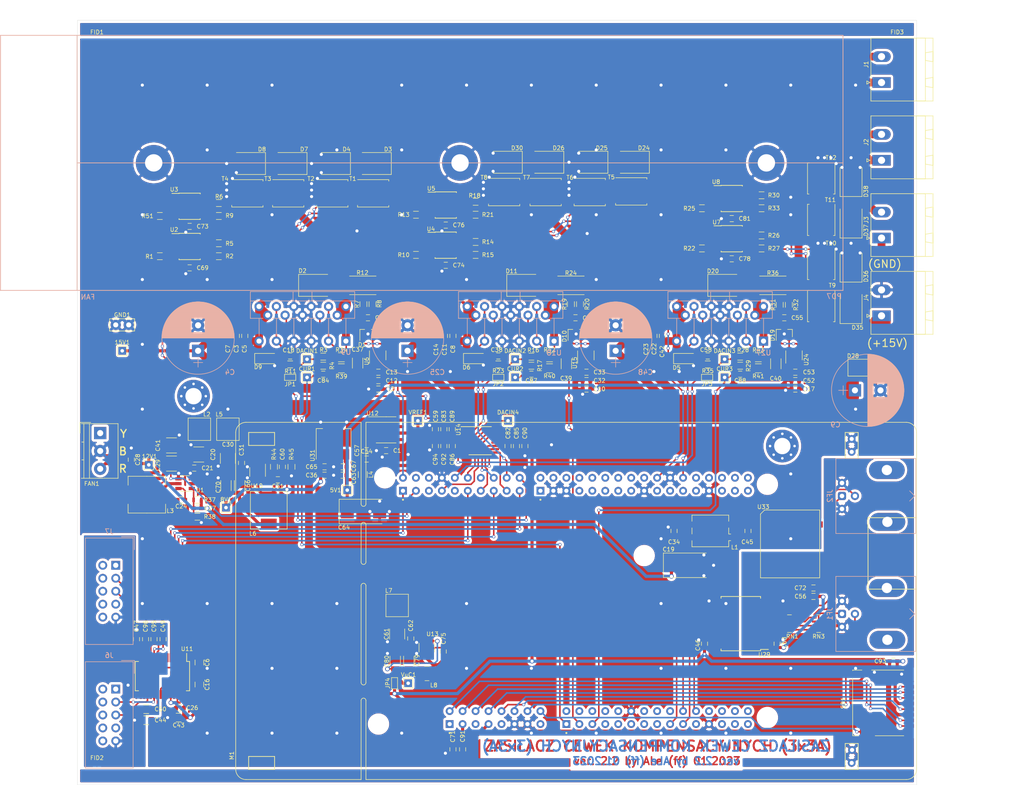
<source format=kicad_pcb>
(kicad_pcb (version 20171130) (host pcbnew "(5.1.12)-1")
  (title_block (title "Zasilacz cewek kompensacyjnych (3x3A)") (date 2020-05-18) (rev 1.0) (company UMK) (comment 1 "KL FAMO") (comment 2 "konstruktor mgr inż Adam Ledziński"))
  (layers (0 F.Cu signal) (31 B.Cu signal) (34 B.Paste user) (35 F.Paste user) (36 B.SilkS user) (37 F.SilkS user) (38 B.Mask user) (39 F.Mask user) (44 Edge.Cuts user))
  (net 0 "")
  (net 1 +12V)
  (net 2 "/Power amplifier 1/S1")
  (net 3 "/Power amplifier 1/S2")
  (net 4 "Net-(C15-Pad1)")
  (net 5 "Net-(C15-Pad2)")
  (net 6 "Net-(C18-Pad2)")
  (net 7 "Net-(C35-Pad2)")
  (net 8 "Net-(C35-Pad1)")
  (net 9 "Net-(C38-Pad2)")
  (net 10 "Net-(C55-Pad2)")
  (net 11 "Net-(C55-Pad1)")
  (net 12 "Net-(C58-Pad2)")
  (net 13 /controller+DAC/VDDI)
  (net 14 /controller+DAC/VSSI)
  (net 15 /DAC1)
  (net 16 /controller+DAC/nucleo_746ZG/SD_D2)
  (net 17 /controller+DAC/nucleo_746ZG/SD_DET1)
  (net 18 /controller+DAC/nucleo_746ZG/SD_D3)
  (net 19 /controller+DAC/nucleo_746ZG/SD_CMD)
  (net 20 /controller+DAC/nucleo_746ZG/SD_CK)
  (net 21 /controller+DAC/nucleo_746ZG/SD_D0)
  (net 22 /controller+DAC/nucleo_746ZG/SD_D1)
  (net 23 /controller+DAC/nucleo_746ZG/SD_DET2)
  (net 24 /controller+DAC/FOX1)
  (net 25 /controller+DAC/FOX2)
  (net 26 /controller+DAC/FOX4)
  (net 27 /controller+DAC/FIX7)
  (net 28 /controller+DAC/FIX1)
  (net 29 /controller+DAC/FOX7)
  (net 30 /controller+DAC/FIX4)
  (net 31 /controller+DAC/FIX2)
  (net 32 /DAC3)
  (net 33 /DIR2)
  (net 34 /CUR2)
  (net 35 /DIR1)
  (net 36 /CUR1)
  (net 37 /DAC2)
  (net 38 /DIR3)
  (net 39 "/Power amplifier 1/G1")
  (net 40 "/Power amplifier 1/G2")
  (net 41 "/Power amplifier 2/G3")
  (net 42 "/Power amplifier 2/G4")
  (net 43 "Net-(C95-Pad2)")
  (net 44 "Net-(C96-Pad1)")
  (net 45 "Net-(C96-Pad2)")
  (net 46 /controller+DAC/RSR1)
  (net 47 /controller+DAC/RST1)
  (net 48 /controller+DAC/RST2)
  (net 49 /controller+DAC/RSR2)
  (net 50 /controller+DAC/TXD2)
  (net 51 /controller+DAC/RXD2)
  (net 52 +3V3)
  (net 53 /CUR3)
  (net 54 "Net-(R3-Pad2)")
  (net 55 "Net-(R16-Pad1)")
  (net 56 "Net-(R28-Pad1)")
  (net 57 "Net-(C30-Pad1)")
  (net 58 "Net-(C37-Pad1)")
  (net 59 "Net-(C37-Pad2)")
  (net 60 "Net-(C39-Pad1)")
  (net 61 "Net-(C39-Pad2)")
  (net 62 "Net-(C40-Pad2)")
  (net 63 "Net-(C40-Pad1)")
  (net 64 "/Power amplifier 1/G4")
  (net 65 "/Power amplifier 1/G3")
  (net 66 "/Power amplifier 2/S1")
  (net 67 "/Power amplifier 2/G1")
  (net 68 "/Power amplifier 2/S2")
  (net 69 "/Power amplifier 2/G2")
  (net 70 "/Power amplifier 3/S1")
  (net 71 "/Power amplifier 3/G1")
  (net 72 "/Power amplifier 3/G4")
  (net 73 "/Power amplifier 3/S2")
  (net 74 "/Power amplifier 3/G2")
  (net 75 "/Power amplifier 3/G3")
  (net 76 "Net-(DACIN1-Pad1)")
  (net 77 "Net-(DACIN2-Pad1)")
  (net 78 "Net-(DACIN3-Pad1)")
  (net 79 "Net-(R2-Pad2)")
  (net 80 "Net-(R5-Pad2)")
  (net 81 "Net-(R6-Pad2)")
  (net 82 "Net-(R9-Pad2)")
  (net 83 "Net-(R18-Pad2)")
  (net 84 "Net-(R21-Pad2)")
  (net 85 "Net-(R26-Pad2)")
  (net 86 "Net-(C6-Pad2)")
  (net 87 "Net-(C6-Pad1)")
  (net 88 "Net-(C16-Pad1)")
  (net 89 "Net-(C16-Pad2)")
  (net 90 /controller+DAC/ISOCOM)
  (net 91 "Net-(C47-Pad1)")
  (net 92 "Net-(C49-Pad1)")
  (net 93 "Net-(C50-Pad1)")
  (net 94 "Net-(C95-Pad1)")
  (net 95 +8V)
  (net 96 +5VA)
  (net 97 "Net-(D3-Pad1)")
  (net 98 "Net-(D24-Pad1)")
  (net 99 "Net-(D35-Pad1)")
  (net 100 "Net-(R1-Pad1)")
  (net 101 "Net-(R51-Pad1)")
  (net 102 /controller+DAC/RXD1)
  (net 103 /controller+DAC/TXD1)
  (net 104 "Net-(R10-Pad1)")
  (net 105 "Net-(R13-Pad1)")
  (net 106 "Net-(R14-Pad2)")
  (net 107 "Net-(R15-Pad2)")
  (net 108 "Net-(R22-Pad1)")
  (net 109 "Net-(R25-Pad1)")
  (net 110 "Net-(R27-Pad2)")
  (net 111 "Net-(R30-Pad2)")
  (net 112 "Net-(R33-Pad2)")
  (net 113 "Net-(RN1-Pad8)")
  (net 114 "Net-(RN1-Pad7)")
  (net 115 "Net-(RN1-Pad6)")
  (net 116 "Net-(RN1-Pad5)")
  (net 117 "Net-(C1-Pad2)")
  (net 118 "Net-(C84-Pad1)")
  (net 119 "Net-(C87-Pad1)")
  (net 120 "Net-(C88-Pad1)")
  (net 121 +15V)
  (net 122 "Net-(C20-Pad1)")
  (net 123 GND)
  (net 124 "Net-(C24-Pad2)")
  (net 125 "Net-(C24-Pad1)")
  (net 126 "Net-(C27-Pad2)")
  (net 127 "Net-(C51-Pad2)")
  (net 128 "Net-(C51-Pad1)")
  (net 129 /controller+DAC/VREF)
  (net 130 "Net-(C60-Pad2)")
  (net 131 "Net-(C61-Pad1)")
  (net 132 "Net-(C75-Pad2)")
  (net 133 "Net-(C75-Pad1)")
  (net 134 "Net-(C79-Pad1)")
  (net 135 /controller+DAC/~SYNC)
  (net 136 /controller+DAC/RSTSEL)
  (net 137 /controller+DAC/DAC_MOSI)
  (net 138 /controller+DAC/LDAC)
  (net 139 /controller+DAC/DAC_SCK)
  (net 140 /controller+DAC/~ENABLE)
  (net 141 /controller+DAC/DAC4)
  (net 142 /ES1)
  (net 143 /ES2)
  (net 144 /ES3)
  (net 145 "Net-(C45-Pad2)")
  (net 146 "Net-(C45-Pad1)")
  (net 147 "Net-(C54-Pad1)")
  (module ff_lib:Heatsink_50x50x150mm_with_fan_C (layer B.Cu) (at 74.93 27.94)
    (fp_text reference PD7 (at 73.279 26.162) (layer B.SilkS) (effects (font (size 1.016 1.016) (thickness 0.1397)) (justify mirror)))
    (fp_text value "LAM 5K 150 12V")
    (fp_text user FAN (at -72.898 26.289) (layer B.SilkS) (effects (justify mirror)))
    (pad 1 thru_hole circle (at -60 0) (size 7 7) (drill 3.4) (layers *.Cu *.Mask) (net 123 GND))
    (pad 1 thru_hole circle (at 60 0) (size 7 7) (drill 3.4) (layers *.Cu *.Mask) (net 123 GND))
    (pad 1 thru_hole circle (at 0 0) (size 7 7) (drill 3.4) (layers *.Cu *.Mask) (net 123 GND))
  )
  (module Connectors_TestPoints:Test_Point_THTPad_1.5x1.5mm_Drill0.7mm (layer F.Cu) (at 29.083 95.504 270)
    (fp_text reference 8V1 (at -1.5875 0 180) (layer F.SilkS) (effects (font (size 0.8 0.8) (thickness 0.12))))
    (fp_text value TestPoint)
    (pad 1 thru_hole rect (at 0 0 270) (size 1.5 1.5) (drill 0.7) (layers *.Cu *.Mask) (net 95 +8V))
  )
  (module Package_TO_SOT_SMD:TDSON-8-1 (layer F.Cu) (at 145.669 39.116 270)
    (fp_text reference T11 (at -3.937 -1.778 180) (layer F.SilkS) (effects (font (size 0.8 0.8) (thickness 0.12))))
    (fp_text value BSC028N06NSATMA1)
    (pad 5 smd rect (at 1.05 0 270) (size 4.55 4.41) (layers F.Cu) (net 99 "Net-(D35-Pad1)"))
    (pad 4 smd rect (at -2.9 1.905 270) (size 0.85 0.5) (layers F.Cu F.Paste F.Mask) (net 74 "/Power amplifier 3/G2"))
    (pad 3 smd rect (at -2.9 0.635 270) (size 0.85 0.5) (layers F.Cu F.Paste F.Mask) (net 73 "/Power amplifier 3/S2"))
    (pad 2 smd rect (at -2.9 -0.635 270) (size 0.85 0.5) (layers F.Cu F.Paste F.Mask) (net 73 "/Power amplifier 3/S2"))
    (pad 1 smd rect (at -2.9 -1.905 270) (size 0.85 0.5) (layers F.Cu F.Paste F.Mask) (net 73 "/Power amplifier 3/S2"))
  )
  (module Diodes_SMD:D_SMB (layer F.Cu) (at 151.511 55.88 90)
    (fp_text reference D35 (at -4.318 1.27 180) (layer F.SilkS) (effects (font (size 0.8 0.8) (thickness 0.12))))
    (fp_text value SL54-3G)
    (pad 2 smd rect (at 2.15 0 90) (size 2.5 2.3) (layers F.Cu F.Paste F.Mask) (net 70 "/Power amplifier 3/S1"))
    (pad 1 smd rect (at -2.15 0 90) (size 2.5 2.3) (layers F.Cu F.Paste F.Mask) (net 99 "Net-(D35-Pad1)"))
  )
  (module Diodes_SMD:D_SMB (layer F.Cu) (at 151.511 47.752 90)
    (fp_text reference D36 (at -2.413 2.921 90) (layer F.SilkS) (effects (font (size 0.8 0.8) (thickness 0.12))))
    (fp_text value SL54-3G)
    (pad 2 smd rect (at 2.15 0 90) (size 2.5 2.3) (layers F.Cu F.Paste F.Mask) (net 123 GND))
    (pad 1 smd rect (at -2.15 0 90) (size 2.5 2.3) (layers F.Cu F.Paste F.Mask) (net 70 "/Power amplifier 3/S1"))
  )
  (module Diodes_SMD:D_SMB (layer F.Cu) (at 151.511 30.988 90)
    (fp_text reference D38 (at -2.54 2.921 90) (layer F.SilkS) (effects (font (size 0.8 0.8) (thickness 0.12))))
    (fp_text value SL54-3G)
    (pad 2 smd rect (at 2.15 0 90) (size 2.5 2.3) (layers F.Cu F.Paste F.Mask) (net 123 GND))
    (pad 1 smd rect (at -2.15 0 90) (size 2.5 2.3) (layers F.Cu F.Paste F.Mask) (net 73 "/Power amplifier 3/S2"))
  )
  (module Capacitors_THT:CP_Radial_D14.0mm_P5.00mm (layer B.Cu) (at 105.41 64.77 90)
    (fp_text reference C48 (at -4.191 5.842 180) (layer B.SilkS) (effects (justify mirror)))
    (fp_text value "2200u 16V 105°C ")
    (pad 2 thru_hole circle (at 5 0 90) (size 2.4 2.4) (drill 1.2) (layers *.Cu *.Mask) (net 123 GND))
    (pad 1 thru_hole rect (at 0 0 90) (size 2.4 2.4) (drill 1.2) (layers *.Cu *.Mask) (net 121 +15V))
  )
  (module Capacitors_SMD:C_0603 (layer F.Cu) (at 138.43 58.293 180)
    (fp_text reference C55 (at -2.54 0) (layer F.SilkS) (effects (font (size 0.8 0.8) (thickness 0.12))))
    (fp_text value "1n C0G 50V")
    (pad 1 smd rect (at -0.75 0 180) (size 0.8 0.75) (layers F.Cu F.Paste F.Mask) (net 11 "Net-(C55-Pad1)"))
    (pad 2 smd rect (at 0.75 0 180) (size 0.8 0.75) (layers F.Cu F.Paste F.Mask) (net 10 "Net-(C55-Pad2)"))
  )
  (module Package_TO_SOT_SMD:SOT-23 (layer F.Cu) (at 138.43 61.341 90)
    (fp_text reference D19 (at -0.381 -2.286 270) (layer F.SilkS) (effects (font (size 0.8 0.8) (thickness 0.12))))
    (fp_text value 2BZX84C15)
    (pad 3 smd rect (at 1 0 90) (size 0.9 0.8) (layers F.Cu F.Paste F.Mask) (net 123 GND))
    (pad 2 smd rect (at -1 0.95 90) (size 0.9 0.8) (layers F.Cu F.Paste F.Mask) (net 11 "Net-(C55-Pad1)"))
    (pad 1 smd rect (at -1 -0.95 90) (size 0.9 0.8) (layers F.Cu F.Paste F.Mask) (net 10 "Net-(C55-Pad2)"))
  )
  (module Resistors_SMD:R_0603 (layer F.Cu) (at 129.794 65.913 180)
    (fp_text reference R28 (at -0.5588 1.2954 180) (layer F.SilkS) (effects (font (size 0.8 0.8) (thickness 0.12))))
    (fp_text value "10k 1%")
    (pad 2 smd rect (at 0.75 0 180) (size 0.5 0.9) (layers F.Cu F.Paste F.Mask) (net 78 "Net-(DACIN3-Pad1)"))
    (pad 1 smd rect (at -0.75 0 180) (size 0.5 0.9) (layers F.Cu F.Paste F.Mask) (net 56 "Net-(R28-Pad1)"))
  )
  (module Capacitors_SMD:C_1206 (layer F.Cu) (at 136.779 67.31 270)
    (fp_text reference C40 (at 2.8956 0.0254 180) (layer F.SilkS) (effects (font (size 0.8 0.8) (thickness 0.12))))
    (fp_text value "100n C0G 50V")
    (pad 2 smd rect (at 1.5 0 270) (size 1 1.6) (layers F.Cu F.Paste F.Mask) (net 62 "Net-(C40-Pad2)"))
    (pad 1 smd rect (at -1.5 0 270) (size 1 1.6) (layers F.Cu F.Paste F.Mask) (net 63 "Net-(C40-Pad1)"))
  )
  (module ff_lib:GS2_small (layer F.Cu) (at 123.317 69.977 90)
    (fp_text reference JP3 (at -1.2954 -0.0254) (layer F.SilkS) (effects (font (size 0.8 0.8) (thickness 0.12))))
    (fp_text value SolderJumper_2_Open)
    (pad 2 smd rect (at 0 0.55 90) (size 0.8 0.8) (layers F.Cu F.Mask) (net 78 "Net-(DACIN3-Pad1)"))
    (pad 1 smd rect (at 0 -0.55 90) (size 0.8 0.8) (layers F.Cu F.Mask) (net 32 /DAC3))
  )
  (module Package_TO_SOT_SMD:TDSON-8-1 (layer F.Cu) (at 145.669 47.752 270)
    (fp_text reference T10 (at -4.064 -1.905) (layer F.SilkS) (effects (font (size 0.8 0.8) (thickness 0.12))))
    (fp_text value BSC028N06NSATMA1)
    (pad 5 smd rect (at 1.05 0 270) (size 4.55 4.41) (layers F.Cu) (net 70 "/Power amplifier 3/S1"))
    (pad 4 smd rect (at -2.9 1.905 270) (size 0.85 0.5) (layers F.Cu F.Paste F.Mask) (net 75 "/Power amplifier 3/G3"))
    (pad 3 smd rect (at -2.9 0.635 270) (size 0.85 0.5) (layers F.Cu F.Paste F.Mask) (net 123 GND))
    (pad 2 smd rect (at -2.9 -0.635 270) (size 0.85 0.5) (layers F.Cu F.Paste F.Mask) (net 123 GND))
    (pad 1 smd rect (at -2.9 -1.905 270) (size 0.85 0.5) (layers F.Cu F.Paste F.Mask) (net 123 GND))
  )
  (module Package_TO_SOT_SMD:SOT-23-5 (layer F.Cu) (at 140.335 65.659 90)
    (fp_text reference U24 (at -0.8382 2.413 270) (layer F.SilkS) (effects (font (size 0.8 0.8) (thickness 0.12))))
    (fp_text value INA293B2IDBV)
    (pad 5 smd rect (at 1.1 -0.95 90) (size 1.06 0.65) (layers F.Cu F.Paste F.Mask) (net 11 "Net-(C55-Pad1)"))
    (pad 4 smd rect (at 1.1 0.95 90) (size 1.06 0.65) (layers F.Cu F.Paste F.Mask) (net 10 "Net-(C55-Pad2)"))
    (pad 3 smd rect (at -1.1 0.95 90) (size 1.06 0.65) (layers F.Cu F.Paste F.Mask) (net 96 +5VA))
    (pad 2 smd rect (at -1.1 0 90) (size 1.06 0.65) (layers F.Cu F.Paste F.Mask) (net 123 GND))
    (pad 1 smd rect (at -1.1 -0.95 90) (size 1.06 0.65) (layers F.Cu F.Paste F.Mask) (net 53 /CUR3))
  )
  (module Capacitors_SMD:C_0603 (layer F.Cu) (at 128.143 46.736 180)
    (fp_text reference C78 (at -2.54 0) (layer F.SilkS) (effects (font (size 0.8 0.8) (thickness 0.12))))
    (fp_text value "100n 50V X7R")
    (pad 1 smd rect (at -0.75 0 180) (size 0.8 0.75) (layers F.Cu F.Paste F.Mask) (net 121 +15V))
    (pad 2 smd rect (at 0.75 0 180) (size 0.8 0.75) (layers F.Cu F.Paste F.Mask) (net 123 GND))
  )
  (module Capacitors_SMD:C_0603 (layer F.Cu) (at 128.143 38.862 180)
    (fp_text reference C81 (at -2.54 0) (layer F.SilkS) (effects (font (size 0.8 0.8) (thickness 0.12))))
    (fp_text value "100p C0G 50V")
    (pad 1 smd rect (at -0.75 0 180) (size 0.8 0.75) (layers F.Cu F.Paste F.Mask) (net 121 +15V))
    (pad 2 smd rect (at 0.75 0 180) (size 0.8 0.75) (layers F.Cu F.Paste F.Mask) (net 123 GND))
  )
  (module Resistors_SMD:R_0603 (layer F.Cu) (at 133.985 34.29 180)
    (fp_text reference R30 (at -2.413 0 180) (layer F.SilkS) (effects (font (size 0.8 0.8) (thickness 0.12))))
    (fp_text value "1k 1%")
    (pad 2 smd rect (at 0.75 0 180) (size 0.5 0.9) (layers F.Cu F.Paste F.Mask) (net 111 "Net-(R30-Pad2)"))
    (pad 1 smd rect (at -0.75 0 180) (size 0.5 0.9) (layers F.Cu F.Paste F.Mask) (net 72 "/Power amplifier 3/G4"))
  )
  (module Resistors_SMD:R_0603 (layer F.Cu) (at 133.985 36.83 180)
    (fp_text reference R33 (at -2.413 0 180) (layer F.SilkS) (effects (font (size 0.8 0.8) (thickness 0.12))))
    (fp_text value "1k 1%")
    (pad 2 smd rect (at 0.75 0 180) (size 0.5 0.9) (layers F.Cu F.Paste F.Mask) (net 112 "Net-(R33-Pad2)"))
    (pad 1 smd rect (at -0.75 0 180) (size 0.5 0.9) (layers F.Cu F.Paste F.Mask) (net 74 "/Power amplifier 3/G2"))
  )
  (module Housings_SOIC:SOIC-8_3.9x4.9mm_Pitch1.27mm (layer F.Cu) (at 128.143 34.925)
    (fp_text reference U8 (at -3.0734 -3.2766) (layer F.SilkS) (effects (font (size 0.8 0.8) (thickness 0.12))))
    (fp_text value IRS4428SPBF)
    (pad 8 smd rect (at 2.7 -1.905) (size 1.55 0.6) (layers F.Cu F.Paste F.Mask))
    (pad 7 smd rect (at 2.7 -0.635) (size 1.55 0.6) (layers F.Cu F.Paste F.Mask) (net 111 "Net-(R30-Pad2)"))
    (pad 6 smd rect (at 2.7 0.635) (size 1.55 0.6) (layers F.Cu F.Paste F.Mask) (net 121 +15V))
    (pad 5 smd rect (at 2.7 1.905) (size 1.55 0.6) (layers F.Cu F.Paste F.Mask) (net 112 "Net-(R33-Pad2)"))
    (pad 4 smd rect (at -2.7 1.905) (size 1.55 0.6) (layers F.Cu F.Paste F.Mask) (net 109 "Net-(R25-Pad1)"))
    (pad 3 smd rect (at -2.7 0.635) (size 1.55 0.6) (layers F.Cu F.Paste F.Mask) (net 123 GND))
    (pad 2 smd rect (at -2.7 -0.635) (size 1.55 0.6) (layers F.Cu F.Paste F.Mask) (net 109 "Net-(R25-Pad1)"))
    (pad 1 smd rect (at -2.7 -1.905) (size 1.55 0.6) (layers F.Cu F.Paste F.Mask))
  )
  (module Capacitors_THT:CP_Radial_D14.0mm_P5.00mm (layer B.Cu) (at 23.622 64.77 90)
    (fp_text reference C4 (at -4.191 6.223 180) (layer B.SilkS) (effects (justify mirror)))
    (fp_text value "2200u 16V 105°C ")
    (pad 1 thru_hole rect (at 0 0 90) (size 2.4 2.4) (drill 1.2) (layers *.Cu *.Mask) (net 121 +15V))
    (pad 2 thru_hole circle (at 5 0 90) (size 2.4 2.4) (drill 1.2) (layers *.Cu *.Mask) (net 123 GND))
  )
  (module Capacitors_SMD:C_0603 (layer F.Cu) (at 32.766 61.849 90)
    (fp_text reference C5 (at -2.54 -0.0635 90) (layer F.SilkS) (effects (font (size 0.8 0.8) (thickness 0.12))))
    (fp_text value "100n 50V X7R")
    (pad 1 smd rect (at -0.75 0 90) (size 0.8 0.75) (layers F.Cu F.Paste F.Mask) (net 121 +15V))
    (pad 2 smd rect (at 0.75 0 90) (size 0.8 0.75) (layers F.Cu F.Paste F.Mask) (net 123 GND))
  )
  (module Capacitors_SMD:C_0805 (layer F.Cu) (at 23.876 125.857 90)
    (fp_text reference C6 (at 0 1.524 90) (layer F.SilkS) (effects (font (size 0.8 0.8) (thickness 0.12))))
    (fp_text value "470n X7R 100V")
    (pad 1 smd rect (at -1 0 90) (size 1 1.25) (layers F.Cu F.Paste F.Mask) (net 87 "Net-(C6-Pad1)"))
    (pad 2 smd rect (at 1 0 90) (size 1 1.25) (layers F.Cu F.Paste F.Mask) (net 86 "Net-(C6-Pad2)"))
  )
  (module Capacitors_SMD:C_0603 (layer F.Cu) (at 58.928 70.612 180)
    (fp_text reference C12 (at -2.6035 0) (layer F.SilkS) (effects (font (size 0.8 0.8) (thickness 0.12))))
    (fp_text value "100n 50V X7R")
    (pad 1 smd rect (at -0.75 0 180) (size 0.8 0.75) (layers F.Cu F.Paste F.Mask) (net 96 +5VA))
    (pad 2 smd rect (at 0.75 0 180) (size 0.8 0.75) (layers F.Cu F.Paste F.Mask) (net 123 GND))
  )
  (module Capacitors_SMD:C_0603 (layer F.Cu) (at 56.896 58.293 180)
    (fp_text reference C15 (at -2.54 0) (layer F.SilkS) (effects (font (size 0.8 0.8) (thickness 0.12))))
    (fp_text value "1n C0G 50V")
    (pad 2 smd rect (at 0.75 0 180) (size 0.8 0.75) (layers F.Cu F.Paste F.Mask) (net 5 "Net-(C15-Pad2)"))
    (pad 1 smd rect (at -0.75 0 180) (size 0.8 0.75) (layers F.Cu F.Paste F.Mask) (net 4 "Net-(C15-Pad1)"))
  )
  (module Capacitors_SMD:C_0805 (layer F.Cu) (at 23.876 130.175 90)
    (fp_text reference C16 (at 0 1.524 90) (layer F.SilkS) (effects (font (size 0.8 0.8) (thickness 0.12))))
    (fp_text value "470n X7R 100V")
    (pad 2 smd rect (at 1 0 90) (size 1 1.25) (layers F.Cu F.Paste F.Mask) (net 89 "Net-(C16-Pad2)"))
    (pad 1 smd rect (at -1 0 90) (size 1 1.25) (layers F.Cu F.Paste F.Mask) (net 88 "Net-(C16-Pad1)"))
  )
  (module Capacitors_SMD:C_0603 (layer F.Cu) (at 22.86 87.757 180)
    (fp_text reference C21 (at -2.6035 0) (layer F.SilkS) (effects (font (size 0.8 0.8) (thickness 0.12))))
    (fp_text value "100n 50V X7R")
    (pad 2 smd rect (at 0.75 0 180) (size 0.8 0.75) (layers F.Cu F.Paste F.Mask) (net 123 GND))
    (pad 1 smd rect (at -0.75 0 180) (size 0.8 0.75) (layers F.Cu F.Paste F.Mask) (net 122 "Net-(C20-Pad1)"))
  )
  (module Capacitors_THT:CP_Radial_D14.0mm_P5.00mm (layer B.Cu) (at 64.643 64.77 90)
    (fp_text reference C25 (at -4.191 5.842 180) (layer B.SilkS) (effects (justify mirror)))
    (fp_text value "2200u 16V 105°C ")
    (pad 1 thru_hole rect (at 0 0 90) (size 2.4 2.4) (drill 1.2) (layers *.Cu *.Mask) (net 121 +15V))
    (pad 2 thru_hole circle (at 5 0 90) (size 2.4 2.4) (drill 1.2) (layers *.Cu *.Mask) (net 123 GND))
  )
  (module Capacitors_SMD:C_0603 (layer F.Cu) (at 99.695 70.612 180)
    (fp_text reference C32 (at -2.54 0) (layer F.SilkS) (effects (font (size 0.8 0.8) (thickness 0.12))))
    (fp_text value "100n 50V X7R")
    (pad 2 smd rect (at 0.75 0 180) (size 0.8 0.75) (layers F.Cu F.Paste F.Mask) (net 123 GND))
    (pad 1 smd rect (at -0.75 0 180) (size 0.8 0.75) (layers F.Cu F.Paste F.Mask) (net 96 +5VA))
  )
  (module Capacitors_SMD:C_0603 (layer F.Cu) (at 99.695 68.961 180)
    (fp_text reference C33 (at -2.54 0) (layer F.SilkS) (effects (font (size 0.8 0.8) (thickness 0.12))))
    (fp_text value "100p C0G 50V")
    (pad 1 smd rect (at -0.75 0 180) (size 0.8 0.75) (layers F.Cu F.Paste F.Mask) (net 96 +5VA))
    (pad 2 smd rect (at 0.75 0 180) (size 0.8 0.75) (layers F.Cu F.Paste F.Mask) (net 123 GND))
  )
  (module Capacitors_SMD:C_1206 (layer F.Cu) (at 54.864 67.183 270)
    (fp_text reference C37 (at -2.667 0 180) (layer F.SilkS) (effects (font (size 0.8 0.8) (thickness 0.12))))
    (fp_text value "100n C0G 50V")
    (pad 2 smd rect (at 1.5 0 270) (size 1 1.6) (layers F.Cu F.Paste F.Mask) (net 59 "Net-(C37-Pad2)"))
    (pad 1 smd rect (at -1.5 0 270) (size 1 1.6) (layers F.Cu F.Paste F.Mask) (net 58 "Net-(C37-Pad1)"))
  )
  (module Capacitors_SMD:C_1210 (layer F.Cu) (at 18.415 83.312)
    (fp_text reference C41 (at -2.667 0 90) (layer F.SilkS) (effects (font (size 0.8 0.8) (thickness 0.12))))
    (fp_text value GRM32ER71E226KE15K)
    (pad 2 smd rect (at 1.5 0) (size 1 2.5) (layers F.Cu F.Paste F.Mask) (net 123 GND))
    (pad 1 smd rect (at -1.5 0) (size 1 2.5) (layers F.Cu F.Paste F.Mask) (net 1 +12V))
  )
  (module Capacitors_SMD:C_0805 (layer F.Cu) (at 13.462 137.16)
    (fp_text reference C44 (at 2.794 0) (layer F.SilkS) (effects (font (size 0.8 0.8) (thickness 0.12))))
    (fp_text value "10n X7R 100V")
    (pad 1 smd rect (at -1 0) (size 1 1.25) (layers F.Cu F.Paste F.Mask) (net 90 /controller+DAC/ISOCOM))
    (pad 2 smd rect (at 1 0) (size 1 1.25) (layers F.Cu F.Paste F.Mask) (net 123 GND))
  )
  (module Capacitors_SMD:C_0603 (layer F.Cu) (at 39.243 90.043)
    (fp_text reference C51 (at 0 1.27) (layer F.SilkS) (effects (font (size 0.8 0.8) (thickness 0.12))))
    (fp_text value "100n 50V X7R")
    (pad 2 smd rect (at 0.75 0) (size 0.8 0.75) (layers F.Cu F.Paste F.Mask) (net 127 "Net-(C51-Pad2)"))
    (pad 1 smd rect (at -0.75 0) (size 0.8 0.75) (layers F.Cu F.Paste F.Mask) (net 128 "Net-(C51-Pad1)"))
  )
  (module Capacitors_SMD:C_0603 (layer F.Cu) (at 140.589 70.612 180)
    (fp_text reference C52 (at -2.667 0) (layer F.SilkS) (effects (font (size 0.8 0.8) (thickness 0.12))))
    (fp_text value "100n 50V X7R")
    (pad 1 smd rect (at -0.75 0 180) (size 0.8 0.75) (layers F.Cu F.Paste F.Mask) (net 96 +5VA))
    (pad 2 smd rect (at 0.75 0 180) (size 0.8 0.75) (layers F.Cu F.Paste F.Mask) (net 123 GND))
  )
  (module Capacitors_SMD:C_0603 (layer F.Cu) (at 140.589 68.961 180)
    (fp_text reference C53 (at -2.667 0) (layer F.SilkS) (effects (font (size 0.8 0.8) (thickness 0.12))))
    (fp_text value "100p C0G 50V")
    (pad 1 smd rect (at -0.75 0 180) (size 0.8 0.75) (layers F.Cu F.Paste F.Mask) (net 96 +5VA))
    (pad 2 smd rect (at 0.75 0 180) (size 0.8 0.75) (layers F.Cu F.Paste F.Mask) (net 123 GND))
  )
  (module Capacitors_SMD:C_0603 (layer F.Cu) (at 40.132 87.503 90)
    (fp_text reference C60 (at 2.4765 0 90) (layer F.SilkS) (effects (font (size 0.8 0.8) (thickness 0.12))))
    (fp_text value "82p 50V C0G")
    (pad 2 smd rect (at 0.75 0 90) (size 0.8 0.75) (layers F.Cu F.Paste F.Mask) (net 130 "Net-(C60-Pad2)"))
    (pad 1 smd rect (at -0.75 0 90) (size 0.8 0.75) (layers F.Cu F.Paste F.Mask) (net 95 +8V))
  )
  (module Capacitors_SMD:C_0603 (layer F.Cu) (at 48.387 87.503)
    (fp_text reference C65 (at -2.54 0) (layer F.SilkS) (effects (font (size 0.8 0.8) (thickness 0.12))))
    (fp_text value "100n 50V X7R")
    (pad 2 smd rect (at 0.75 0) (size 0.8 0.75) (layers F.Cu F.Paste F.Mask) (net 123 GND))
    (pad 1 smd rect (at -0.75 0) (size 0.8 0.75) (layers F.Cu F.Paste F.Mask) (net 95 +8V))
  )
  (module Capacitors_SMD:C_0603 (layer F.Cu) (at 21.971 48.514 180)
    (fp_text reference C69 (at -2.54 0) (layer F.SilkS) (effects (font (size 0.8 0.8) (thickness 0.12))))
    (fp_text value "100n 50V X7R")
    (pad 2 smd rect (at 0.75 0 180) (size 0.8 0.75) (layers F.Cu F.Paste F.Mask) (net 123 GND))
    (pad 1 smd rect (at -0.75 0 180) (size 0.8 0.75) (layers F.Cu F.Paste F.Mask) (net 121 +15V))
  )
  (module Capacitors_SMD:C_1206 (layer F.Cu) (at 29.083 91.186 90)
    (fp_text reference C70 (at -0.3175 -1.524 90) (layer F.SilkS) (effects (font (size 0.8 0.8) (thickness 0.12))))
    (fp_text value GRM31CR71A226KE15L)
    (pad 1 smd rect (at -1.5 0 90) (size 1 1.6) (layers F.Cu F.Paste F.Mask) (net 95 +8V))
    (pad 2 smd rect (at 1.5 0 90) (size 1 1.6) (layers F.Cu F.Paste F.Mask) (net 123 GND))
  )
  (module Capacitors_SMD:C_0603 (layer F.Cu) (at 72.136 48.006 180)
    (fp_text reference C74 (at -2.54 0) (layer F.SilkS) (effects (font (size 0.8 0.8) (thickness 0.12))))
    (fp_text value "100n 50V X7R")
    (pad 2 smd rect (at 0.75 0 180) (size 0.8 0.75) (layers F.Cu F.Paste F.Mask) (net 123 GND))
    (pad 1 smd rect (at -0.75 0 180) (size 0.8 0.75) (layers F.Cu F.Paste F.Mask) (net 121 +15V))
  )
  (module Capacitors_SMD:C_1206 (layer F.Cu) (at 64.897 125.603 90)
    (fp_text reference C79 (at 0.1905 1.651 90) (layer F.SilkS) (effects (font (size 0.8 0.8) (thickness 0.12))))
    (fp_text value GRM31CR71A226KE15L)
    (pad 1 smd rect (at -1.5 0 90) (size 1 1.6) (layers F.Cu F.Paste F.Mask) (net 134 "Net-(C79-Pad1)"))
    (pad 2 smd rect (at 1.5 0 90) (size 1 1.6) (layers F.Cu F.Paste F.Mask) (net 123 GND))
  )
  (module Capacitors_SMD:C_1206 (layer F.Cu) (at 62.23 125.603 90)
    (fp_text reference C80 (at 0 -1.651 90) (layer F.SilkS) (effects (font (size 0.8 0.8) (thickness 0.12))))
    (fp_text value GRM31CR71A226KE15L)
    (pad 1 smd rect (at -1.5 0 90) (size 1 1.6) (layers F.Cu F.Paste F.Mask) (net 134 "Net-(C79-Pad1)"))
    (pad 2 smd rect (at 1.5 0 90) (size 1 1.6) (layers F.Cu F.Paste F.Mask) (net 123 GND))
  )
  (module Capacitors_SMD:C_0603 (layer F.Cu) (at 84.328 83.439 270)
    (fp_text reference C82 (at -2.54 0 90) (layer F.SilkS) (effects (font (size 0.8 0.8) (thickness 0.12))))
    (fp_text value "100p 50V C0G")
    (pad 1 smd rect (at -0.75 0 270) (size 0.8 0.75) (layers F.Cu F.Paste F.Mask) (net 52 +3V3))
    (pad 2 smd rect (at 0.75 0 270) (size 0.8 0.75) (layers F.Cu F.Paste F.Mask) (net 123 GND))
  )
  (module Capacitors_SMD:C_0603 (layer F.Cu) (at 71.755 80.137 90)
    (fp_text reference C83 (at 2.54 0 90) (layer F.SilkS) (effects (font (size 0.8 0.8) (thickness 0.12))))
    (fp_text value "100n 50V X7R")
    (pad 2 smd rect (at 0.75 0 90) (size 0.8 0.75) (layers F.Cu F.Paste F.Mask) (net 123 GND))
    (pad 1 smd rect (at -0.75 0 90) (size 0.8 0.75) (layers F.Cu F.Paste F.Mask) (net 129 /controller+DAC/VREF))
  )
  (module Capacitors_SMD:C_0603 (layer F.Cu) (at 75.438 142.875 270)
    (fp_text reference C91 (at -2.54 0 90) (layer F.SilkS) (effects (font (size 0.8 0.8) (thickness 0.12))))
    (fp_text value "100n 50V X7R")
    (pad 2 smd rect (at 0.75 0 270) (size 0.8 0.75) (layers F.Cu F.Paste F.Mask) (net 123 GND))
    (pad 1 smd rect (at -0.75 0 270) (size 0.8 0.75) (layers F.Cu F.Paste F.Mask) (net 52 +3V3))
  )
  (module Capacitors_SMD:C_0603 (layer F.Cu) (at 71.755 83.439 270)
    (fp_text reference C92 (at 2.6035 0 90) (layer F.SilkS) (effects (font (size 0.8 0.8) (thickness 0.12))))
    (fp_text value "100n 50V X7R")
    (pad 2 smd rect (at 0.75 0 270) (size 0.8 0.75) (layers F.Cu F.Paste F.Mask) (net 123 GND))
    (pad 1 smd rect (at -0.75 0 270) (size 0.8 0.75) (layers F.Cu F.Paste F.Mask) (net 96 +5VA))
  )
  (module Capacitors_SMD:C_0603 (layer F.Cu) (at 159.804 125.603 180)
    (fp_text reference C93 (at 2.578 0) (layer F.SilkS) (effects (font (size 0.8 0.8) (thickness 0.12))))
    (fp_text value "100n 50V X7R")
    (pad 2 smd rect (at 0.75 0 180) (size 0.8 0.75) (layers F.Cu F.Paste F.Mask) (net 123 GND))
    (pad 1 smd rect (at -0.75 0 180) (size 0.8 0.75) (layers F.Cu F.Paste F.Mask) (net 52 +3V3))
  )
  (module Capacitors_SMD:C_0603 (layer F.Cu) (at 14.986 121.285 270)
    (fp_text reference C95 (at -2.54 0 90) (layer F.SilkS) (effects (font (size 0.8 0.8) (thickness 0.12))))
    (fp_text value "100n 50V X7R")
    (pad 1 smd rect (at -0.75 0 270) (size 0.8 0.75) (layers F.Cu F.Paste F.Mask) (net 94 "Net-(C95-Pad1)"))
    (pad 2 smd rect (at 0.75 0 270) (size 0.8 0.75) (layers F.Cu F.Paste F.Mask) (net 43 "Net-(C95-Pad2)"))
  )
  (module Package_TO_SOT_SMD:SOT-23 (layer F.Cu) (at 56.896 61.341 90)
    (fp_text reference D1 (at -2.2225 -1.143 180) (layer F.SilkS) (effects (font (size 0.8 0.8) (thickness 0.12))))
    (fp_text value 2BZX84C15)
    (pad 1 smd rect (at -1 -0.95 90) (size 0.9 0.8) (layers F.Cu F.Paste F.Mask) (net 5 "Net-(C15-Pad2)"))
    (pad 2 smd rect (at -1 0.95 90) (size 0.9 0.8) (layers F.Cu F.Paste F.Mask) (net 4 "Net-(C15-Pad1)"))
    (pad 3 smd rect (at 1 0 90) (size 0.9 0.8) (layers F.Cu F.Paste F.Mask) (net 123 GND))
  )
  (module Diodes_SMD:D_SMB (layer F.Cu) (at 49.911 28.067 180)
    (fp_text reference D4 (at -2.794 2.794) (layer F.SilkS) (effects (font (size 0.8 0.8) (thickness 0.12))))
    (fp_text value SL54-3G)
    (pad 2 smd rect (at 2.15 0 180) (size 2.5 2.3) (layers F.Cu F.Paste F.Mask) (net 123 GND))
    (pad 1 smd rect (at -2.15 0 180) (size 2.5 2.3) (layers F.Cu F.Paste F.Mask) (net 2 "/Power amplifier 1/S1"))
  )
  (module Diodes_SMD:D_SOD-123 (layer F.Cu) (at 77.851 66.294)
    (fp_text reference D6 (at -1.651 1.7145) (layer F.SilkS) (effects (font (size 0.8 0.8) (thickness 0.12))))
    (fp_text value BZT52C18)
    (pad 1 smd rect (at -1.65 0) (size 0.9 1.2) (layers F.Cu F.Paste F.Mask) (net 121 +15V))
    (pad 2 smd rect (at 1.65 0) (size 0.9 1.2) (layers F.Cu F.Paste F.Mask) (net 123 GND))
  )
  (module Diodes_SMD:D_SMB (layer F.Cu) (at 41.402 28.067 180)
    (fp_text reference D7 (at -2.9845 2.794) (layer F.SilkS) (effects (font (size 0.8 0.8) (thickness 0.12))))
    (fp_text value SL54-3G)
    (pad 1 smd rect (at -2.15 0 180) (size 2.5 2.3) (layers F.Cu F.Paste F.Mask) (net 97 "Net-(D3-Pad1)"))
    (pad 2 smd rect (at 2.15 0 180) (size 2.5 2.3) (layers F.Cu F.Paste F.Mask) (net 3 "/Power amplifier 1/S2"))
  )
  (module Diodes_SMD:D_SOD-123 (layer F.Cu) (at 36.957 66.294)
    (fp_text reference D9 (at -1.5875 1.651) (layer F.SilkS) (effects (font (size 0.8 0.8) (thickness 0.12))))
    (fp_text value BZT52C18)
    (pad 2 smd rect (at 1.65 0) (size 0.9 1.2) (layers F.Cu F.Paste F.Mask) (net 123 GND))
    (pad 1 smd rect (at -1.65 0) (size 0.9 1.2) (layers F.Cu F.Paste F.Mask) (net 121 +15V))
  )
  (module Diodes_SMD:D_SMB (layer F.Cu) (at 87.63 51.943)
    (fp_text reference D11 (at -2.6035 -2.794) (layer F.SilkS) (effects (font (size 0.8 0.8) (thickness 0.12))))
    (fp_text value SL54-3G)
    (pad 1 smd rect (at -2.15 0) (size 2.5 2.3) (layers F.Cu F.Paste F.Mask) (net 121 +15V))
    (pad 2 smd rect (at 2.15 0) (size 2.5 2.3) (layers F.Cu F.Paste F.Mask) (net 60 "Net-(C39-Pad1)"))
  )
  (module Diodes_SMD:D_SMB (layer F.Cu) (at 127 51.943)
    (fp_text reference D20 (at -2.54 -2.794) (layer F.SilkS) (effects (font (size 0.8 0.8) (thickness 0.12))))
    (fp_text value SL54-3G)
    (pad 2 smd rect (at 2.15 0) (size 2.5 2.3) (layers F.Cu F.Paste F.Mask) (net 63 "Net-(C40-Pad1)"))
    (pad 1 smd rect (at -2.15 0) (size 2.5 2.3) (layers F.Cu F.Paste F.Mask) (net 121 +15V))
  )
  (module Diodes_SMD:D_SMB (layer F.Cu) (at 91.694 27.813 180)
    (fp_text reference D26 (at -2.54 2.794) (layer F.SilkS) (effects (font (size 0.8 0.8) (thickness 0.12))))
    (fp_text value SL54-3G)
    (pad 1 smd rect (at -2.15 0 180) (size 2.5 2.3) (layers F.Cu F.Paste F.Mask) (net 98 "Net-(D24-Pad1)"))
    (pad 2 smd rect (at 2.15 0 180) (size 2.5 2.3) (layers F.Cu F.Paste F.Mask) (net 68 "/Power amplifier 2/S2"))
  )
  (module Diodes_SMD:D_SMB (layer F.Cu) (at 83.566 27.813 180)
    (fp_text reference D30 (at -2.54 2.794) (layer F.SilkS) (effects (font (size 0.8 0.8) (thickness 0.12))))
    (fp_text value SL54-3G)
    (pad 1 smd rect (at -2.15 0 180) (size 2.5 2.3) (layers F.Cu F.Paste F.Mask) (net 68 "/Power amplifier 2/S2"))
    (pad 2 smd rect (at 2.15 0 180) (size 2.5 2.3) (layers F.Cu F.Paste F.Mask) (net 123 GND))
  )
  (module Diodes_SMD:D_SMB (layer F.Cu) (at 151.511 39.116 90)
    (fp_text reference D37 (at -2.032 2.921 90) (layer F.SilkS) (effects (font (size 0.8 0.8) (thickness 0.12))))
    (fp_text value SL54-3G)
    (pad 2 smd rect (at 2.15 0 90) (size 2.5 2.3) (layers F.Cu F.Paste F.Mask) (net 73 "/Power amplifier 3/S2"))
    (pad 1 smd rect (at -2.15 0 90) (size 2.5 2.3) (layers F.Cu F.Paste F.Mask) (net 99 "Net-(D35-Pad1)"))
  )
  (module Connectors_TestPoints:Test_Point_THTPad_1.5x1.5mm_Drill0.7mm (layer F.Cu) (at 44.958 66.421)
    (fp_text reference DACIN1 (at 0 -1.648) (layer F.SilkS) (effects (font (size 0.8 0.8) (thickness 0.12))))
    (fp_text value TestPoint)
    (pad 1 thru_hole rect (at 0 0) (size 1.5 1.5) (drill 0.7) (layers *.Cu *.Mask) (net 76 "Net-(DACIN1-Pad1)"))
  )
  (module Connectors_TestPoints:Test_Point_THTPad_1.5x1.5mm_Drill0.7mm (layer F.Cu) (at 126.746 66.421)
    (fp_text reference DACIN3 (at 0 -1.648) (layer F.SilkS) (effects (font (size 0.8 0.8) (thickness 0.12))))
    (fp_text value TestPoint)
    (pad 1 thru_hole rect (at 0 0) (size 1.5 1.5) (drill 0.7) (layers *.Cu *.Mask) (net 78 "Net-(DACIN3-Pad1)"))
  )
  (module TerminalBlock_4UCON:TerminalBlock_4UCON_19963_03x3.5mm_Straight (layer F.Cu) (at 4.445 80.899 270)
    (fp_text reference FAN1 (at 9.906 1.651 180) (layer F.SilkS) (effects (font (size 0.8 0.8) (thickness 0.12))))
    (fp_text value "TE 1546551-3")
    (pad 1 thru_hole rect (at 0 0 270) (size 2.4 2.4) (drill 1.2) (layers *.Cu *.Mask))
    (pad 2 thru_hole circle (at 3.5 0 270) (size 2.4 2.4) (drill 1.2) (layers *.Cu *.Mask) (net 123 GND))
    (pad 3 thru_hole circle (at 7 0 270) (size 2.4 2.4) (drill 1.2) (layers *.Cu *.Mask) (net 1 +12V))
  )
  (module Connectors_Card:Hirose_DM3D-SF (layer F.Cu) (at 162.09 138.303 90)
    (fp_text reference SD1 (at 4.5 -12.1 90) (layer F.SilkS) (effects (font (size 0.8 0.8) (thickness 0.12))))
    (fp_text value DM3D-SF)
    (pad 8 smd rect (at 0 0.875 90) (size 0.7 1.75) (layers F.Cu F.Paste F.Mask) (net 22 /controller+DAC/nucleo_746ZG/SD_D1))
    (pad 11 smd rect (at -1.2 0.75 90) (size 1.3 1.5) (layers F.Cu F.Paste F.Mask) (net 123 GND))
    (pad 11 smd rect (at -1.45 -6.85 90) (size 0.8 1.5) (layers F.Cu F.Paste F.Mask) (net 123 GND))
    (pad 9 smd rect (at -1.125 -8.35 90) (size 1.45 1) (layers F.Cu F.Paste F.Mask) (net 17 /controller+DAC/nucleo_746ZG/SD_DET1))
    (pad 11 smd rect (at 10.5 -7.5 90) (size 0.8 1.4) (layers F.Cu F.Paste F.Mask) (net 123 GND))
    (pad 7 smd rect (at 1.1 0.875 90) (size 0.7 1.75) (layers F.Cu F.Paste F.Mask) (net 21 /controller+DAC/nucleo_746ZG/SD_D0))
    (pad 6 smd rect (at 2.2 0.875 90) (size 0.7 1.75) (layers F.Cu F.Paste F.Mask) (net 123 GND))
    (pad 5 smd rect (at 3.3 0.875 90) (size 0.7 1.75) (layers F.Cu F.Paste F.Mask) (net 20 /controller+DAC/nucleo_746ZG/SD_CK))
    (pad 4 smd rect (at 4.4 0.875 90) (size 0.7 1.75) (layers F.Cu F.Paste F.Mask) (net 52 +3V3))
    (pad 3 smd rect (at 5.5 0.875 90) (size 0.7 1.75) (layers F.Cu F.Paste F.Mask) (net 19 /controller+DAC/nucleo_746ZG/SD_CMD))
    (pad 2 smd rect (at 6.6 0.875 90) (size 0.7 1.75) (layers F.Cu F.Paste F.Mask) (net 18 /controller+DAC/nucleo_746ZG/SD_D3))
    (pad 1 smd rect (at 7.7 0.875 90) (size 0.7 1.75) (layers F.Cu F.Paste F.Mask) (net 16 /controller+DAC/nucleo_746ZG/SD_D2))
    (pad 11 smd rect (at 10.15 0.75 90) (size 1.5 1.5) (layers F.Cu F.Paste F.Mask) (net 123 GND))
    (pad 10 smd rect (at 10.1 -9.925 90) (size 1 1.55) (layers F.Cu F.Paste F.Mask) (net 23 /controller+DAC/nucleo_746ZG/SD_DET2))
  )
  (module Connector_Coaxial:BNC_Amphenol_031-6575_Horizontal (layer B.Cu) (at 149.733 116.332 90)
    (fp_text reference JF1 (at 0 -2.35 -90) (layer B.SilkS) (effects (justify mirror)))
    (fp_text value "Amphenol 031-6575")
    (pad 4 thru_hole circle (at 2.54 0 90) (size 1.6 1.6) (drill 0.89) (layers *.Cu *.Mask) (net 14 /controller+DAC/VSSI))
    (pad 3 thru_hole circle (at 0 2.54 90) (size 1.6 1.6) (drill 0.89) (layers *.Cu *.Mask) (net 24 /controller+DAC/FOX1))
    (pad 2 thru_hole circle (at -2.54 0 90) (size 1.6 1.6) (drill 0.89) (layers *.Cu *.Mask) (net 14 /controller+DAC/VSSI))
    (pad 1 thru_hole roundrect (at 0 0 90) (size 1.6 1.6) (drill 0.89) (layers *.Cu *.Mask) (net 25 /controller+DAC/FOX2))
    (pad "" thru_hole oval (at 5.08 8.79 90) (size 3.5 7) (drill 2.01) (layers *.Cu *.Mask))
    (pad "" thru_hole oval (at -5.08 8.89 90) (size 3.5 7) (drill 2.01) (layers *.Cu *.Mask))
  )
  (module Connector_Coaxial:BNC_Amphenol_031-6575_Horizontal (layer B.Cu) (at 149.733 93.218 90)
    (fp_text reference JF2 (at 0 -2.35 -90) (layer B.SilkS) (effects (justify mirror)))
    (fp_text value "Amphenol 031-6575")
    (pad "" thru_hole oval (at -5.08 8.89 90) (size 3.5 7) (drill 2.01) (layers *.Cu *.Mask))
    (pad "" thru_hole oval (at 5.08 8.79 90) (size 3.5 7) (drill 2.01) (layers *.Cu *.Mask))
    (pad 1 thru_hole roundrect (at 0 0 90) (size 1.6 1.6) (drill 0.89) (layers *.Cu *.Mask) (net 26 /controller+DAC/FOX4))
    (pad 2 thru_hole circle (at -2.54 0 90) (size 1.6 1.6) (drill 0.89) (layers *.Cu *.Mask) (net 14 /controller+DAC/VSSI))
    (pad 3 thru_hole circle (at 0 2.54 90) (size 1.6 1.6) (drill 0.89) (layers *.Cu *.Mask) (net 27 /controller+DAC/FIX7))
    (pad 4 thru_hole circle (at 2.54 0 90) (size 1.6 1.6) (drill 0.89) (layers *.Cu *.Mask) (net 14 /controller+DAC/VSSI))
  )
  (module ff_lib:L_CommonMode_Murata_5000 (layer F.Cu) (at 123.952 100.076 180)
    (fp_text reference L1 (at -4.7752 -3.2004) (layer F.SilkS) (effects (font (size 0.8 0.8) (thickness 0.12))))
    (fp_text value "50225C Murata")
    (pad 1 smd rect (at -3.75 -1.25 180) (size 3 1.2) (layers F.Cu F.Paste F.Mask) (net 146 "Net-(C45-Pad1)"))
    (pad 2 smd rect (at -3.75 1.25 180) (size 3 1.2) (layers F.Cu F.Paste F.Mask) (net 145 "Net-(C45-Pad2)"))
    (pad 3 smd rect (at 3.75 1.25 180) (size 3 1.2) (layers F.Cu F.Paste F.Mask) (net 123 GND))
    (pad 4 smd rect (at 3.75 -1.25 180) (size 3 1.2) (layers F.Cu F.Paste F.Mask) (net 1 +12V))
  )
  (module ff_lib:L_MURATA_LQH44 (layer F.Cu) (at 23.876 80.137)
    (fp_text reference L2 (at 1.4605 -2.921 180) (layer F.SilkS) (effects (font (size 0.8 0.8) (thickness 0.12))))
    (fp_text value LQH44PH220MPRL)
    (pad 2 smd trapezoid (at 0 -1.475) (size 3.3 1.45) (rect_delta 0 0.3) (layers F.Cu F.Paste F.Mask) (net 121 +15V))
    (pad 1 smd trapezoid (at 0 1.475) (size 3.3 1.45) (rect_delta 0 -0.3) (layers F.Cu F.Paste F.Mask) (net 122 "Net-(C20-Pad1)"))
  )
  (module Inductors_SMD:L_Wuerth_HCM-7050 (layer F.Cu) (at 37.465 96.012 90)
    (fp_text reference L6 (at -4.572 -3.1115 180) (layer F.SilkS) (effects (font (size 0.8 0.8) (thickness 0.12))))
    (fp_text value "74477710 ")
    (pad 1 smd rect (at -2.65 0 90) (size 2 3.1) (layers F.Cu F.Paste F.Mask) (net 95 +8V))
    (pad 2 smd rect (at 2.65 0 90) (size 2 3.1) (layers F.Cu F.Paste F.Mask) (net 128 "Net-(C51-Pad1)"))
  )
  (module ff_lib:L_Bourns_SRP3212 (layer F.Cu) (at 68.453 128.016)
    (fp_text reference L8 (at 1.3335 2.286) (layer F.SilkS) (effects (font (size 0.8 0.8) (thickness 0.12))))
    (fp_text value SRP3212-3R3M)
    (pad 1 smd rect (at -1.2 0) (size 1.3 2.8) (layers F.Cu F.Paste F.Mask) (net 134 "Net-(C79-Pad1)"))
    (pad 2 smd rect (at 1.2 0) (size 1.3 2.8) (layers F.Cu F.Paste F.Mask) (net 133 "Net-(C75-Pad1)"))
  )
  (module ff_lib:MODULE_NUCLEO-F746ZG_mini_M (layer F.Cu) (at 97.663 113.792 90)
    (fp_text reference M1 (at -30.305 -67.437 90) (layer F.SilkS) (effects (font (size 0.8 0.8) (thickness 0.12))))
    (fp_text value NUCLEO-H743ZI2)
    (pad CN10_34 thru_hole circle (at 24.13 33.65 90) (size 1.53 1.53) (drill 0.82) (layers *.Cu *.Mask))
    (pad CN10_33 thru_hole circle (at 21.59 33.65 90) (size 1.53 1.53) (drill 0.82) (layers *.Cu *.Mask))
    (pad CN9_30 thru_hole circle (at -21.59 33.65 90) (size 1.53 1.53) (drill 0.82) (layers *.Cu *.Mask))
    (pad CN9_29 thru_hole circle (at -24.13 33.65 90) (size 1.53 1.53) (drill 0.82) (layers *.Cu *.Mask))
    (pad CN7_20 thru_hole circle (at 24.13 -11.054 90) (size 1.53 1.53) (drill 0.82) (layers *.Cu *.Mask) (net 142 /ES1))
    (pad CN7_19 thru_hole circle (at 21.59 -11.054 90) (size 1.53 1.53) (drill 0.82) (layers *.Cu *.Mask) (net 50 /controller+DAC/TXD2))
    (pad CN7_18 thru_hole circle (at 24.13 -13.594 90) (size 1.53 1.53) (drill 0.82) (layers *.Cu *.Mask) (net 143 /ES2))
    (pad CN7_17 thru_hole circle (at 21.59 -13.594 90) (size 1.53 1.53) (drill 0.82) (layers *.Cu *.Mask) (net 135 /controller+DAC/~SYNC))
    (pad CN7_16 thru_hole circle (at 24.13 -16.134 90) (size 1.53 1.53) (drill 0.82) (layers *.Cu *.Mask) (net 136 /controller+DAC/RSTSEL))
    (pad CN7_15 thru_hole circle (at 21.59 -16.134 90) (size 1.53 1.53) (drill 0.82) (layers *.Cu *.Mask) (net 51 /controller+DAC/RXD2))
    (pad CN7_14 thru_hole circle (at 24.13 -18.674 90) (size 1.53 1.53) (drill 0.82) (layers *.Cu *.Mask))
    (pad CN7_13 thru_hole circle (at 21.59 -18.674 90) (size 1.53 1.53) (drill 0.82) (layers *.Cu *.Mask) (net 137 /controller+DAC/DAC_MOSI))
    (pad CN7_12 thru_hole circle (at 24.13 -21.214 90) (size 1.53 1.53) (drill 0.82) (layers *.Cu *.Mask) (net 138 /controller+DAC/LDAC))
    (pad CN7_11 thru_hole circle (at 21.59 -21.214 90) (size 1.53 1.53) (drill 0.82) (layers *.Cu *.Mask) (net 102 /controller+DAC/RXD1))
    (pad CN7_10 thru_hole circle (at 24.13 -23.754 90) (size 1.53 1.53) (drill 0.82) (layers *.Cu *.Mask) (net 139 /controller+DAC/DAC_SCK))
    (pad CN7_9 thru_hole circle (at 21.59 -23.754 90) (size 1.53 1.53) (drill 0.82) (layers *.Cu *.Mask))
    (pad CN7_8 thru_hole circle (at 24.13 -26.294 90) (size 1.53 1.53) (drill 0.82) (layers *.Cu *.Mask) (net 123 GND))
    (pad CN7_7 thru_hole circle (at 21.59 -26.294 90) (size 1.53 1.53) (drill 0.82) (layers *.Cu *.Mask) (net 140 /controller+DAC/~ENABLE))
    (pad CN7_6 thru_hole circle (at 24.13 -28.834 90) (size 1.53 1.53) (drill 0.82) (layers *.Cu *.Mask))
    (pad CN7_5 thru_hole circle (at 21.59 -28.834 90) (size 1.53 1.53) (drill 0.82) (layers *.Cu *.Mask))
    (pad CN7_4 thru_hole circle (at 24.13 -31.374 90) (size 1.53 1.53) (drill 0.82) (layers *.Cu *.Mask))
    (pad CN7_3 thru_hole circle (at 21.59 -31.374 90) (size 1.53 1.53) (drill 0.82) (layers *.Cu *.Mask) (net 35 /DIR1))
    (pad None np_thru_hole circle (at 8.89 13.33 90) (size 3.2 3.2) (drill 3.2) (layers *.Cu *.Mask))
    (pad None np_thru_hole circle (at 24.13 -37.47 90) (size 3.2 3.2) (drill 3.2) (layers *.Cu *.Mask))
    (pad CN10_32 thru_hole circle (at 24.13 31.11 90) (size 1.53 1.53) (drill 0.82) (layers *.Cu *.Mask))
    (pad CN10_31 thru_hole circle (at 21.59 31.11 90) (size 1.53 1.53) (drill 0.82) (layers *.Cu *.Mask))
    (pad CN10_30 thru_hole circle (at 24.13 28.57 90) (size 1.53 1.53) (drill 0.82) (layers *.Cu *.Mask))
    (pad CN10_29 thru_hole circle (at 21.59 28.57 90) (size 1.53 1.53) (drill 0.82) (layers *.Cu *.Mask))
    (pad CN10_28 thru_hole circle (at 24.13 26.03 90) (size 1.53 1.53) (drill 0.82) (layers *.Cu *.Mask))
    (pad CN10_27 thru_hole circle (at 21.59 26.03 90) (size 1.53 1.53) (drill 0.82) (layers *.Cu *.Mask) (net 123 GND))
    (pad CN10_26 thru_hole circle (at 24.13 23.49 90) (size 1.53 1.53) (drill 0.82) (layers *.Cu *.Mask))
    (pad CN10_25 thru_hole circle (at 21.59 23.49 90) (size 1.53 1.53) (drill 0.82) (layers *.Cu *.Mask))
    (pad CN10_24 thru_hole circle (at 24.13 20.95 90) (size 1.53 1.53) (drill 0.82) (layers *.Cu *.Mask) (net 144 /ES3))
    (pad CN10_23 thru_hole circle (at 21.59 20.95 90) (size 1.53 1.53) (drill 0.82) (layers *.Cu *.Mask))
    (pad CN10_22 thru_hole circle (at 24.13 18.41 90) (size 1.53 1.53) (drill 0.82) (layers *.Cu *.Mask) (net 123 GND))
    (pad CN10_21 thru_hole circle (at 21.59 18.41 90) (size 1.53 1.53) (drill 0.82) (layers *.Cu *.Mask))
    (pad CN10_20 thru_hole circle (at 24.13 15.87 90) (size 1.53 1.53) (drill 0.82) (layers *.Cu *.Mask) (net 38 /DIR3))
    (pad CN10_19 thru_hole circle (at 21.59 15.87 90) (size 1.53 1.53) (drill 0.82) (layers *.Cu *.Mask))
    (pad CN10_18 thru_hole circle (at 24.13 13.33 90) (size 1.53 1.53) (drill 0.82) (layers *.Cu *.Mask))
    (pad CN10_17 thru_hole circle (at 21.59 13.33 90) (size 1.53 1.53) (drill 0.82) (layers *.Cu *.Mask) (net 123 GND))
    (pad None np_thru_hole circle (at 22.86 37.46 90) (size 3.2 3.2) (drill 3.2) (layers *.Cu *.Mask))
    (pad CN10_16 thru_hole circle (at 24.13 10.79 90) (size 1.53 1.53) (drill 0.82) (layers *.Cu *.Mask))
    (pad CN10_15 thru_hole circle (at 21.59 10.79 90) (size 1.53 1.53) (drill 0.82) (layers *.Cu *.Mask))
    (pad CN10_14 thru_hole circle (at 24.13 8.25 90) (size 1.53 1.53) (drill 0.82) (layers *.Cu *.Mask))
    (pad CN10_13 thru_hole circle (at 21.59 8.25 90) (size 1.53 1.53) (drill 0.82) (layers *.Cu *.Mask))
    (pad CN10_12 thru_hole circle (at 24.13 5.71 90) (size 1.53 1.53) (drill 0.82) (layers *.Cu *.Mask))
    (pad CN10_11 thru_hole circle (at 21.59 5.71 90) (size 1.53 1.53) (drill 0.82) (layers *.Cu *.Mask))
    (pad CN10_10 thru_hole circle (at 24.13 3.17 90) (size 1.53 1.53) (drill 0.82) (layers *.Cu *.Mask))
    (pad CN10_9 thru_hole circle (at 21.59 3.17 90) (size 1.53 1.53) (drill 0.82) (layers *.Cu *.Mask))
    (pad CN10_8 thru_hole circle (at 24.13 0.63 90) (size 1.53 1.53) (drill 0.82) (layers *.Cu *.Mask))
    (pad CN10_7 thru_hole circle (at 21.59 0.63 90) (size 1.53 1.53) (drill 0.82) (layers *.Cu *.Mask))
    (pad CN10_6 thru_hole circle (at 24.13 -1.91 90) (size 1.53 1.53) (drill 0.82) (layers *.Cu *.Mask))
    (pad CN10_5 thru_hole circle (at 21.59 -1.91 90) (size 1.53 1.53) (drill 0.82) (layers *.Cu *.Mask) (net 123 GND))
    (pad CN10_4 thru_hole circle (at 24.13 -4.45 90) (size 1.53 1.53) (drill 0.82) (layers *.Cu *.Mask))
    (pad CN10_3 thru_hole circle (at 21.59 -4.45 90) (size 1.53 1.53) (drill 0.82) (layers *.Cu *.Mask) (net 123 GND))
    (pad CN10_2 thru_hole circle (at 24.13 -6.99 90) (size 1.53 1.53) (drill 0.82) (layers *.Cu *.Mask))
    (pad CN10_1 thru_hole rect (at 21.59 -6.99 90) (size 1.53 1.53) (drill 0.82) (layers *.Cu *.Mask))
    (pad CN7_2 thru_hole circle (at 24.13 -33.914 90) (size 1.53 1.53) (drill 0.82) (layers *.Cu *.Mask) (net 33 /DIR2))
    (pad CN7_1 thru_hole rect (at 21.59 -33.914 90) (size 1.53 1.53) (drill 0.82) (layers *.Cu *.Mask) (net 103 /controller+DAC/TXD1))
    (pad None np_thru_hole circle (at -22.86 37.46 90) (size 3.2 3.2) (drill 3.2) (layers *.Cu *.Mask))
    (pad CN9_28 thru_hole circle (at -21.59 31.11 90) (size 1.53 1.53) (drill 0.82) (layers *.Cu *.Mask))
    (pad CN9_27 thru_hole circle (at -24.13 31.11 90) (size 1.53 1.53) (drill 0.82) (layers *.Cu *.Mask))
    (pad CN9_26 thru_hole circle (at -21.59 28.57 90) (size 1.53 1.53) (drill 0.82) (layers *.Cu *.Mask))
    (pad CN9_25 thru_hole circle (at -24.13 28.57 90) (size 1.53 1.53) (drill 0.82) (layers *.Cu *.Mask))
    (pad CN9_24 thru_hole circle (at -21.59 26.03 90) (size 1.53 1.53) (drill 0.82) (layers *.Cu *.Mask))
    (pad CN9_23 thru_hole circle (at -24.13 26.03 90) (size 1.53 1.53) (drill 0.82) (layers *.Cu *.Mask) (net 123 GND))
    (pad CN9_22 thru_hole circle (at -21.59 23.49 90) (size 1.53 1.53) (drill 0.82) (layers *.Cu *.Mask) (net 28 /controller+DAC/FIX1))
    (pad CN9_21 thru_hole circle (at -24.13 23.49 90) (size 1.53 1.53) (drill 0.82) (layers *.Cu *.Mask))
    (pad CN9_20 thru_hole circle (at -21.59 20.95 90) (size 1.53 1.53) (drill 0.82) (layers *.Cu *.Mask) (net 30 /controller+DAC/FIX4))
    (pad CN9_19 thru_hole circle (at -24.13 20.95 90) (size 1.53 1.53) (drill 0.82) (layers *.Cu *.Mask) (net 31 /controller+DAC/FIX2))
    (pad CN9_18 thru_hole circle (at -21.59 18.41 90) (size 1.53 1.53) (drill 0.82) (layers *.Cu *.Mask))
    (pad CN9_17 thru_hole circle (at -24.13 18.41 90) (size 1.53 1.53) (drill 0.82) (layers *.Cu *.Mask) (net 29 /controller+DAC/FOX7))
    (pad CN9_16 thru_hole circle (at -21.59 15.87 90) (size 1.53 1.53) (drill 0.82) (layers *.Cu *.Mask))
    (pad CN9_15 thru_hole circle (at -24.13 15.87 90) (size 1.53 1.53) (drill 0.82) (layers *.Cu *.Mask))
    (pad CN9_14 thru_hole circle (at -21.59 13.33 90) (size 1.53 1.53) (drill 0.82) (layers *.Cu *.Mask))
    (pad CN9_13 thru_hole circle (at -24.13 13.33 90) (size 1.53 1.53) (drill 0.82) (layers *.Cu *.Mask))
    (pad CN9_12 thru_hole circle (at -21.59 10.79 90) (size 1.53 1.53) (drill 0.82) (layers *.Cu *.Mask) (net 123 GND))
    (pad CN9_11 thru_hole circle (at -24.13 10.79 90) (size 1.53 1.53) (drill 0.82) (layers *.Cu *.Mask))
    (pad CN9_10 thru_hole circle (at -21.59 8.25 90) (size 1.53 1.53) (drill 0.82) (layers *.Cu *.Mask))
    (pad CN9_9 thru_hole circle (at -24.13 8.25 90) (size 1.53 1.53) (drill 0.82) (layers *.Cu *.Mask))
    (pad CN9_8 thru_hole circle (at -21.59 5.71 90) (size 1.53 1.53) (drill 0.82) (layers *.Cu *.Mask))
    (pad CN9_7 thru_hole circle (at -24.13 5.71 90) (size 1.53 1.53) (drill 0.82) (layers *.Cu *.Mask))
    (pad CN9_6 thru_hole circle (at -21.59 3.17 90) (size 1.53 1.53) (drill 0.82) (layers *.Cu *.Mask))
    (pad CN9_5 thru_hole circle (at -24.13 3.17 90) (size 1.53 1.53) (drill 0.82) (layers *.Cu *.Mask) (net 53 /CUR3))
    (pad CN9_4 thru_hole circle (at -21.59 0.63 90) (size 1.53 1.53) (drill 0.82) (layers *.Cu *.Mask))
    (pad CN9_3 thru_hole circle (at -24.13 0.63 90) (size 1.53 1.53) (drill 0.82) (layers *.Cu *.Mask) (net 34 /CUR2))
    (pad CN9_2 thru_hole circle (at -21.59 -1.91 90) (size 1.53 1.53) (drill 0.82) (layers *.Cu *.Mask))
    (pad CN9_1 thru_hole rect (at -24.13 -1.91 90) (size 1.53 1.53) (drill 0.82) (layers *.Cu *.Mask) (net 36 /CUR1))
    (pad CN8_16 thru_hole circle (at -21.59 -6.99 90) (size 1.53 1.53) (drill 0.82) (layers *.Cu *.Mask) (net 17 /controller+DAC/nucleo_746ZG/SD_DET1))
    (pad CN8_15 thru_hole circle (at -24.13 -6.99 90) (size 1.53 1.53) (drill 0.82) (layers *.Cu *.Mask))
    (pad CN8_14 thru_hole circle (at -21.59 -9.53 90) (size 1.53 1.53) (drill 0.82) (layers *.Cu *.Mask) (net 23 /controller+DAC/nucleo_746ZG/SD_DET2))
    (pad CN8_13 thru_hole circle (at -24.13 -9.53 90) (size 1.53 1.53) (drill 0.82) (layers *.Cu *.Mask) (net 123 GND))
    (pad CN8_12 thru_hole circle (at -21.59 -12.07 90) (size 1.53 1.53) (drill 0.82) (layers *.Cu *.Mask) (net 19 /controller+DAC/nucleo_746ZG/SD_CMD))
    (pad CN8_11 thru_hole circle (at -24.13 -12.07 90) (size 1.53 1.53) (drill 0.82) (layers *.Cu *.Mask) (net 123 GND))
    (pad CN8_10 thru_hole circle (at -21.59 -14.61 90) (size 1.53 1.53) (drill 0.82) (layers *.Cu *.Mask) (net 20 /controller+DAC/nucleo_746ZG/SD_CK))
    (pad CN8_9 thru_hole circle (at -24.13 -14.61 90) (size 1.53 1.53) (drill 0.82) (layers *.Cu *.Mask))
    (pad CN8_8 thru_hole circle (at -21.59 -17.15 90) (size 1.53 1.53) (drill 0.82) (layers *.Cu *.Mask) (net 18 /controller+DAC/nucleo_746ZG/SD_D3))
    (pad CN8_7 thru_hole circle (at -24.13 -17.15 90) (size 1.53 1.53) (drill 0.82) (layers *.Cu *.Mask) (net 52 +3V3))
    (pad CN8_6 thru_hole circle (at -21.59 -19.69 90) (size 1.53 1.53) (drill 0.82) (layers *.Cu *.Mask) (net 16 /controller+DAC/nucleo_746ZG/SD_D2))
    (pad CN8_5 thru_hole circle (at -24.13 -19.69 90) (size 1.53 1.53) (drill 0.82) (layers *.Cu *.Mask))
    (pad CN8_4 thru_hole circle (at -21.59 -22.23 90) (size 1.53 1.53) (drill 0.82) (layers *.Cu *.Mask) (net 22 /controller+DAC/nucleo_746ZG/SD_D1))
    (pad CN8_3 thru_hole circle (at -24.13 -22.23 90) (size 1.53 1.53) (drill 0.82) (layers *.Cu *.Mask) (net 52 +3V3))
    (pad CN8_2 thru_hole circle (at -21.59 -24.77 90) (size 1.53 1.53) (drill 0.82) (layers *.Cu *.Mask) (net 21 /controller+DAC/nucleo_746ZG/SD_D0))
    (pad CN8_1 thru_hole rect (at -24.13 -24.77 90) (size 1.53 1.53) (drill 0.82) (layers *.Cu *.Mask))
    (pad "" np_thru_hole circle (at -24.13 -38.71 90) (size 3.2 3.2) (drill 3.2) (layers *.Cu *.Mask))
    (pad 35 thru_hole circle (at -31.75 53.96992 90) (size 1.524 1.524) (drill 0.82) (layers *.Cu *.Mask) (net 123 GND))
    (pad 35 thru_hole circle (at -29.21 54.04612 90) (size 1.524 1.524) (drill 0.82) (layers *.Cu *.Mask) (net 123 GND))
    (pad 35 thru_hole circle (at 29.21 53.96992 90) (size 1.524 1.524) (drill 0.82) (layers *.Cu *.Mask) (net 123 GND))
    (pad 35 thru_hole circle (at 31.75 53.96992 90) (size 1.524 1.524) (drill 0.82) (layers *.Cu *.Mask) (net 123 GND))
  )
  (module Resistors_SMD:R_0603 (layer F.Cu) (at 27.686 35.814 180)
    (fp_text reference R6 (at -0.0635 1.27) (layer F.SilkS) (effects (font (size 0.8 0.8) (thickness 0.12))))
    (fp_text value "1k 1%")
    (pad 2 smd rect (at 0.75 0 180) (size 0.5 0.9) (layers F.Cu F.Paste F.Mask) (net 81 "Net-(R6-Pad2)"))
    (pad 1 smd rect (at -0.75 0 180) (size 0.5 0.9) (layers F.Cu F.Paste F.Mask) (net 64 "/Power amplifier 1/G4"))
  )
  (module Resistors_SMD:R_0603 (layer F.Cu) (at 56.007 55.626 90)
    (fp_text reference R7 (at 0 -1.27 90) (layer F.SilkS) (effects (font (size 0.8 0.8) (thickness 0.12))))
    (fp_text value 10R)
    (pad 2 smd rect (at 0.75 0 90) (size 0.5 0.9) (layers F.Cu F.Paste F.Mask) (net 58 "Net-(C37-Pad1)"))
    (pad 1 smd rect (at -0.75 0 90) (size 0.5 0.9) (layers F.Cu F.Paste F.Mask) (net 5 "Net-(C15-Pad2)"))
  )
  (module Resistors_SMD:R_0603 (layer F.Cu) (at 66.294 45.974 180)
    (fp_text reference R10 (at 2.413 0) (layer F.SilkS) (effects (font (size 0.8 0.8) (thickness 0.12))))
    (fp_text value "1k 1%")
    (pad 2 smd rect (at 0.75 0 180) (size 0.5 0.9) (layers F.Cu F.Paste F.Mask) (net 33 /DIR2))
    (pad 1 smd rect (at -0.75 0 180) (size 0.5 0.9) (layers F.Cu F.Paste F.Mask) (net 104 "Net-(R10-Pad1)"))
  )
  (module Resistors_SMD:R_0603 (layer F.Cu) (at 41.656 67.437 180)
    (fp_text reference R11 (at -0.0635 -1.3335 180) (layer F.SilkS) (effects (font (size 0.8 0.8) (thickness 0.12))))
    (fp_text value "14k 1%")
    (pad 2 smd rect (at 0.75 0 180) (size 0.5 0.9) (layers F.Cu F.Paste F.Mask) (net 6 "Net-(C18-Pad2)"))
    (pad 1 smd rect (at -0.75 0 180) (size 0.5 0.9) (layers F.Cu F.Paste F.Mask) (net 123 GND))
  )
  (module Resistors_SMD:R_0603 (layer F.Cu) (at 66.294 38.1 180)
    (fp_text reference R13 (at 2.413 0) (layer F.SilkS) (effects (font (size 0.8 0.8) (thickness 0.12))))
    (fp_text value "1k 1%")
    (pad 2 smd rect (at 0.75 0 180) (size 0.5 0.9) (layers F.Cu F.Paste F.Mask) (net 33 /DIR2))
    (pad 1 smd rect (at -0.75 0 180) (size 0.5 0.9) (layers F.Cu F.Paste F.Mask) (net 105 "Net-(R13-Pad1)"))
  )
  (module Resistors_SMD:R_0603 (layer F.Cu) (at 77.978 43.434 180)
    (fp_text reference R14 (at -2.413 0) (layer F.SilkS) (effects (font (size 0.8 0.8) (thickness 0.12))))
    (fp_text value "1k 1%")
    (pad 2 smd rect (at 0.75 0 180) (size 0.5 0.9) (layers F.Cu F.Paste F.Mask) (net 106 "Net-(R14-Pad2)"))
    (pad 1 smd rect (at -0.75 0 180) (size 0.5 0.9) (layers F.Cu F.Paste F.Mask) (net 67 "/Power amplifier 2/G1"))
  )
  (module Resistors_SMD:R_0603 (layer F.Cu) (at 88.9 67.691)
    (fp_text reference R17 (at 1.651 0 90) (layer F.SilkS) (effects (font (size 0.8 0.8) (thickness 0.12))))
    (fp_text value "10k 1%")
    (pad 1 smd rect (at -0.75 0) (size 0.5 0.9) (layers F.Cu F.Paste F.Mask) (net 34 /CUR2))
    (pad 2 smd rect (at 0.75 0) (size 0.5 0.9) (layers F.Cu F.Paste F.Mask) (net 119 "Net-(C87-Pad1)"))
  )
  (module Resistors_SMD:R_0603 (layer F.Cu) (at 96.647 55.626 90)
    (fp_text reference R19 (at 0 -1.27 90) (layer F.SilkS) (effects (font (size 0.8 0.8) (thickness 0.12))))
    (fp_text value 10R)
    (pad 1 smd rect (at -0.75 0 90) (size 0.5 0.9) (layers F.Cu F.Paste F.Mask) (net 7 "Net-(C35-Pad2)"))
    (pad 2 smd rect (at 0.75 0 90) (size 0.5 0.9) (layers F.Cu F.Paste F.Mask) (net 60 "Net-(C39-Pad1)"))
  )
  (module Resistors_SMD:R_0603 (layer F.Cu) (at 77.978 38.1 180)
    (fp_text reference R21 (at -2.413 0) (layer F.SilkS) (effects (font (size 0.8 0.8) (thickness 0.12))))
    (fp_text value "1k 1%")
    (pad 2 smd rect (at 0.75 0 180) (size 0.5 0.9) (layers F.Cu F.Paste F.Mask) (net 84 "Net-(R21-Pad2)"))
    (pad 1 smd rect (at -0.75 0 180) (size 0.5 0.9) (layers F.Cu F.Paste F.Mask) (net 69 "/Power amplifier 2/G2"))
  )
  (module Resistors_SMD:R_0603 (layer F.Cu) (at 122.301 44.704 180)
    (fp_text reference R22 (at 2.4638 0) (layer F.SilkS) (effects (font (size 0.8 0.8) (thickness 0.12))))
    (fp_text value "1k 1%")
    (pad 1 smd rect (at -0.75 0 180) (size 0.5 0.9) (layers F.Cu F.Paste F.Mask) (net 108 "Net-(R22-Pad1)"))
    (pad 2 smd rect (at 0.75 0 180) (size 0.5 0.9) (layers F.Cu F.Paste F.Mask) (net 38 /DIR3))
  )
  (module Resistors_SMD:R_0603 (layer F.Cu) (at 82.423 67.437 180)
    (fp_text reference R23 (at 0 -1.27) (layer F.SilkS) (effects (font (size 0.8 0.8) (thickness 0.12))))
    (fp_text value "14k 1%")
    (pad 1 smd rect (at -0.75 0 180) (size 0.5 0.9) (layers F.Cu F.Paste F.Mask) (net 123 GND))
    (pad 2 smd rect (at 0.75 0 180) (size 0.5 0.9) (layers F.Cu F.Paste F.Mask) (net 9 "Net-(C38-Pad2)"))
  )
  (module Resistors_SMD:R_0603 (layer F.Cu) (at 133.985 42.164 180)
    (fp_text reference R26 (at -2.413 0) (layer F.SilkS) (effects (font (size 0.8 0.8) (thickness 0.12))))
    (fp_text value "1k 1%")
    (pad 1 smd rect (at -0.75 0 180) (size 0.5 0.9) (layers F.Cu F.Paste F.Mask) (net 71 "/Power amplifier 3/G1"))
    (pad 2 smd rect (at 0.75 0 180) (size 0.5 0.9) (layers F.Cu F.Paste F.Mask) (net 85 "Net-(R26-Pad2)"))
  )
  (module Resistors_SMD:R_0603 (layer F.Cu) (at 133.985 44.704 180)
    (fp_text reference R27 (at -2.413 0) (layer F.SilkS) (effects (font (size 0.8 0.8) (thickness 0.12))))
    (fp_text value "1k 1%")
    (pad 2 smd rect (at 0.75 0 180) (size 0.5 0.9) (layers F.Cu F.Paste F.Mask) (net 110 "Net-(R27-Pad2)"))
    (pad 1 smd rect (at -0.75 0 180) (size 0.5 0.9) (layers F.Cu F.Paste F.Mask) (net 75 "/Power amplifier 3/G3"))
  )
  (module Resistors_SMD:R_0603 (layer F.Cu) (at 123.444 67.437 180)
    (fp_text reference R35 (at 0 -1.2954) (layer F.SilkS) (effects (font (size 0.8 0.8) (thickness 0.12))))
    (fp_text value "14k 1%")
    (pad 2 smd rect (at 0.75 0 180) (size 0.5 0.9) (layers F.Cu F.Paste F.Mask) (net 12 "Net-(C58-Pad2)"))
    (pad 1 smd rect (at -0.75 0 180) (size 0.5 0.9) (layers F.Cu F.Paste F.Mask) (net 123 GND))
  )
  (module Resistors_SMD:R_0805 (layer F.Cu) (at 92.456 68.199 180)
    (fp_text reference R40 (at 0 -1.524) (layer F.SilkS) (effects (font (size 0.8 0.8) (thickness 0.12))))
    (fp_text value 47R)
    (pad 1 smd rect (at -0.95 0 180) (size 0.7 1.3) (layers F.Cu F.Paste F.Mask) (net 61 "Net-(C39-Pad2)"))
    (pad 2 smd rect (at 0.95 0 180) (size 0.7 1.3) (layers F.Cu F.Paste F.Mask) (net 119 "Net-(C87-Pad1)"))
  )
  (module Resistors_SMD:R_0805 (layer F.Cu) (at 133.35 68.199 180)
    (fp_text reference R41 (at 0 -1.5494) (layer F.SilkS) (effects (font (size 0.8 0.8) (thickness 0.12))))
    (fp_text value 47R)
    (pad 2 smd rect (at 0.95 0 180) (size 0.7 1.3) (layers F.Cu F.Paste F.Mask) (net 120 "Net-(C88-Pad1)"))
    (pad 1 smd rect (at -0.95 0 180) (size 0.7 1.3) (layers F.Cu F.Paste F.Mask) (net 62 "Net-(C40-Pad2)"))
  )
  (module Resistors_SMD:R_0805 (layer F.Cu) (at 92.456 66.04 180)
    (fp_text reference R42 (at 0 1.4605) (layer F.SilkS) (effects (font (size 0.8 0.8) (thickness 0.12))))
    (fp_text value DNP)
    (pad 1 smd rect (at -0.95 0 180) (size 0.7 1.3) (layers F.Cu F.Paste F.Mask) (net 60 "Net-(C39-Pad1)"))
    (pad 2 smd rect (at 0.95 0 180) (size 0.7 1.3) (layers F.Cu F.Paste F.Mask) (net 119 "Net-(C87-Pad1)"))
  )
  (module Resistors_SMD:R_0603 (layer F.Cu) (at 38.481 87.503 90)
    (fp_text reference R44 (at 2.4765 0 90) (layer F.SilkS) (effects (font (size 0.8 0.8) (thickness 0.12))))
    (fp_text value "180k 1%")
    (pad 1 smd rect (at -0.75 0 90) (size 0.5 0.9) (layers F.Cu F.Paste F.Mask) (net 95 +8V))
    (pad 2 smd rect (at 0.75 0 90) (size 0.5 0.9) (layers F.Cu F.Paste F.Mask) (net 130 "Net-(C60-Pad2)"))
  )
  (module Resistors_SMD:R_0603 (layer F.Cu) (at 41.91 87.503 270)
    (fp_text reference R45 (at -2.4765 0 90) (layer F.SilkS) (effects (font (size 0.8 0.8) (thickness 0.12))))
    (fp_text value "20k 1%")
    (pad 2 smd rect (at 0.75 0 270) (size 0.5 0.9) (layers F.Cu F.Paste F.Mask) (net 123 GND))
    (pad 1 smd rect (at -0.75 0 270) (size 0.5 0.9) (layers F.Cu F.Paste F.Mask) (net 130 "Net-(C60-Pad2)"))
  )
  (module Resistors_SMD:R_Array_Concave_4x0603 (layer F.Cu) (at 139.446 118.237 180)
    (fp_text reference RN1 (at -0.5588 -2.5146) (layer F.SilkS) (effects (font (size 0.8 0.8) (thickness 0.12))))
    (fp_text value CAT16-101J4LF)
    (pad 2 smd rect (at -0.85 -0.4 180) (size 0.9 0.4) (layers F.Cu F.Paste F.Mask) (net 25 /controller+DAC/FOX2))
    (pad 3 smd rect (at -0.85 0.4 180) (size 0.9 0.4) (layers F.Cu F.Paste F.Mask) (net 26 /controller+DAC/FOX4))
    (pad 1 smd rect (at -0.85 -1.2 180) (size 0.9 0.4) (layers F.Cu F.Paste F.Mask) (net 24 /controller+DAC/FOX1))
    (pad 4 smd rect (at -0.85 1.2 180) (size 0.9 0.4) (layers F.Cu F.Paste F.Mask) (net 27 /controller+DAC/FIX7))
    (pad 8 smd rect (at 0.85 -1.2 180) (size 0.9 0.4) (layers F.Cu F.Paste F.Mask) (net 113 "Net-(RN1-Pad8)"))
    (pad 7 smd rect (at 0.85 -0.4 180) (size 0.9 0.4) (layers F.Cu F.Paste F.Mask) (net 114 "Net-(RN1-Pad7)"))
    (pad 6 smd rect (at 0.85 0.4 180) (size 0.9 0.4) (layers F.Cu F.Paste F.Mask) (net 115 "Net-(RN1-Pad6)"))
    (pad 5 smd rect (at 0.85 1.2 180) (size 0.9 0.4) (layers F.Cu F.Paste F.Mask) (net 116 "Net-(RN1-Pad5)"))
  )
  (module Resistors_SMD:R_Array_Concave_4x0603 (layer F.Cu) (at 145.161 118.237 180)
    (fp_text reference RN3 (at 0 -2.5146) (layer F.SilkS) (effects (font (size 0.8 0.8) (thickness 0.12))))
    (fp_text value CAT16-472J4LF)
    (pad 2 smd rect (at -0.85 -0.4 180) (size 0.9 0.4) (layers F.Cu F.Paste F.Mask) (net 14 /controller+DAC/VSSI))
    (pad 3 smd rect (at -0.85 0.4 180) (size 0.9 0.4) (layers F.Cu F.Paste F.Mask))
    (pad 1 smd rect (at -0.85 -1.2 180) (size 0.9 0.4) (layers F.Cu F.Paste F.Mask) (net 14 /controller+DAC/VSSI))
    (pad 4 smd rect (at -0.85 1.2 180) (size 0.9 0.4) (layers F.Cu F.Paste F.Mask) (net 14 /controller+DAC/VSSI))
    (pad 8 smd rect (at 0.85 -1.2 180) (size 0.9 0.4) (layers F.Cu F.Paste F.Mask) (net 24 /controller+DAC/FOX1))
    (pad 7 smd rect (at 0.85 -0.4 180) (size 0.9 0.4) (layers F.Cu F.Paste F.Mask) (net 25 /controller+DAC/FOX2))
    (pad 6 smd rect (at 0.85 0.4 180) (size 0.9 0.4) (layers F.Cu F.Paste F.Mask))
    (pad 5 smd rect (at 0.85 1.2 180) (size 0.9 0.4) (layers F.Cu F.Paste F.Mask) (net 26 /controller+DAC/FOX4))
  )
  (module Package_TO_SOT_SMD:TDSON-8-1 (layer F.Cu) (at 57.912 33.909)
    (fp_text reference T1 (at -4.0005 -2.8575) (layer F.SilkS) (effects (font (size 0.8 0.8) (thickness 0.12))))
    (fp_text value BSC028N06NSATMA1)
    (pad 1 smd rect (at -2.9 -1.905) (size 0.85 0.5) (layers F.Cu F.Paste F.Mask) (net 2 "/Power amplifier 1/S1"))
    (pad 2 smd rect (at -2.9 -0.635) (size 0.85 0.5) (layers F.Cu F.Paste F.Mask) (net 2 "/Power amplifier 1/S1"))
    (pad 3 smd rect (at -2.9 0.635) (size 0.85 0.5) (layers F.Cu F.Paste F.Mask) (net 2 "/Power amplifier 1/S1"))
    (pad 4 smd rect (at -2.9 1.905) (size 0.85 0.5) (layers F.Cu F.Paste F.Mask) (net 39 "/Power amplifier 1/G1"))
    (pad 5 smd rect (at 1.05 0) (size 4.55 4.41) (layers F.Cu) (net 97 "Net-(D3-Pad1)"))
  )
  (module Package_TO_SOT_SMD:TDSON-8-1 (layer F.Cu) (at 49.911 33.909)
    (fp_text reference T2 (at -4.191 -2.8575) (layer F.SilkS) (effects (font (size 0.8 0.8) (thickness 0.12))))
    (fp_text value BSC028N06NSATMA1)
    (pad 5 smd rect (at 1.05 0) (size 4.55 4.41) (layers F.Cu) (net 2 "/Power amplifier 1/S1"))
    (pad 4 smd rect (at -2.9 1.905) (size 0.85 0.5) (layers F.Cu F.Paste F.Mask) (net 65 "/Power amplifier 1/G3"))
    (pad 3 smd rect (at -2.9 0.635) (size 0.85 0.5) (layers F.Cu F.Paste F.Mask) (net 123 GND))
    (pad 2 smd rect (at -2.9 -0.635) (size 0.85 0.5) (layers F.Cu F.Paste F.Mask) (net 123 GND))
    (pad 1 smd rect (at -2.9 -1.905) (size 0.85 0.5) (layers F.Cu F.Paste F.Mask) (net 123 GND))
  )
  (module Package_TO_SOT_SMD:TDSON-8-1 (layer F.Cu) (at 41.275 33.909)
    (fp_text reference T3 (at -4.0005 -2.8575) (layer F.SilkS) (effects (font (size 0.8 0.8) (thickness 0.12))))
    (fp_text value BSC028N06NSATMA1)
    (pad 1 smd rect (at -2.9 -1.905) (size 0.85 0.5) (layers F.Cu F.Paste F.Mask) (net 3 "/Power amplifier 1/S2"))
    (pad 2 smd rect (at -2.9 -0.635) (size 0.85 0.5) (layers F.Cu F.Paste F.Mask) (net 3 "/Power amplifier 1/S2"))
    (pad 3 smd rect (at -2.9 0.635) (size 0.85 0.5) (layers F.Cu F.Paste F.Mask) (net 3 "/Power amplifier 1/S2"))
    (pad 4 smd rect (at -2.9 1.905) (size 0.85 0.5) (layers F.Cu F.Paste F.Mask) (net 40 "/Power amplifier 1/G2"))
    (pad 5 smd rect (at 1.05 0) (size 4.55 4.41) (layers F.Cu) (net 97 "Net-(D3-Pad1)"))
  )
  (module Package_TO_SOT_SMD:TDSON-8-1 (layer F.Cu) (at 33.274 33.909)
    (fp_text reference T4 (at -4.3815 -2.8575) (layer F.SilkS) (effects (font (size 0.8 0.8) (thickness 0.12))))
    (fp_text value BSC028N06NSATMA1)
    (pad 5 smd rect (at 1.05 0) (size 4.55 4.41) (layers F.Cu) (net 3 "/Power amplifier 1/S2"))
    (pad 4 smd rect (at -2.9 1.905) (size 0.85 0.5) (layers F.Cu F.Paste F.Mask) (net 64 "/Power amplifier 1/G4"))
    (pad 3 smd rect (at -2.9 0.635) (size 0.85 0.5) (layers F.Cu F.Paste F.Mask) (net 123 GND))
    (pad 2 smd rect (at -2.9 -0.635) (size 0.85 0.5) (layers F.Cu F.Paste F.Mask) (net 123 GND))
    (pad 1 smd rect (at -2.9 -1.905) (size 0.85 0.5) (layers F.Cu F.Paste F.Mask) (net 123 GND))
  )
  (module Package_TO_SOT_SMD:TDSON-8-1 (layer F.Cu) (at 108.458 33.528)
    (fp_text reference T5 (at -3.9116 -2.794) (layer F.SilkS) (effects (font (size 0.8 0.8) (thickness 0.12))))
    (fp_text value BSC028N06NSATMA1)
    (pad 1 smd rect (at -2.9 -1.905) (size 0.85 0.5) (layers F.Cu F.Paste F.Mask) (net 66 "/Power amplifier 2/S1"))
    (pad 2 smd rect (at -2.9 -0.635) (size 0.85 0.5) (layers F.Cu F.Paste F.Mask) (net 66 "/Power amplifier 2/S1"))
    (pad 3 smd rect (at -2.9 0.635) (size 0.85 0.5) (layers F.Cu F.Paste F.Mask) (net 66 "/Power amplifier 2/S1"))
    (pad 4 smd rect (at -2.9 1.905) (size 0.85 0.5) (layers F.Cu F.Paste F.Mask) (net 67 "/Power amplifier 2/G1"))
    (pad 5 smd rect (at 1.05 0) (size 4.55 4.41) (layers F.Cu) (net 98 "Net-(D24-Pad1)"))
  )
  (module Package_TO_SOT_SMD:TDSON-8-1 (layer F.Cu) (at 100.33 33.655)
    (fp_text reference T6 (at -3.8735 -2.8575) (layer F.SilkS) (effects (font (size 0.8 0.8) (thickness 0.12))))
    (fp_text value BSC028N06NSATMA1)
    (pad 5 smd rect (at 1.05 0) (size 4.55 4.41) (layers F.Cu) (net 66 "/Power amplifier 2/S1"))
    (pad 4 smd rect (at -2.9 1.905) (size 0.85 0.5) (layers F.Cu F.Paste F.Mask) (net 41 "/Power amplifier 2/G3"))
    (pad 3 smd rect (at -2.9 0.635) (size 0.85 0.5) (layers F.Cu F.Paste F.Mask) (net 123 GND))
    (pad 2 smd rect (at -2.9 -0.635) (size 0.85 0.5) (layers F.Cu F.Paste F.Mask) (net 123 GND))
    (pad 1 smd rect (at -2.9 -1.905) (size 0.85 0.5) (layers F.Cu F.Paste F.Mask) (net 123 GND))
  )
  (module Package_TO_SOT_SMD:TDSON-8-1 (layer F.Cu) (at 91.694 33.655)
    (fp_text reference T7 (at -3.7465 -2.8575) (layer F.SilkS) (effects (font (size 0.8 0.8) (thickness 0.12))))
    (fp_text value BSC028N06NSATMA1)
    (pad 1 smd rect (at -2.9 -1.905) (size 0.85 0.5) (layers F.Cu F.Paste F.Mask) (net 68 "/Power amplifier 2/S2"))
    (pad 2 smd rect (at -2.9 -0.635) (size 0.85 0.5) (layers F.Cu F.Paste F.Mask) (net 68 "/Power amplifier 2/S2"))
    (pad 3 smd rect (at -2.9 0.635) (size 0.85 0.5) (layers F.Cu F.Paste F.Mask) (net 68 "/Power amplifier 2/S2"))
    (pad 4 smd rect (at -2.9 1.905) (size 0.85 0.5) (layers F.Cu F.Paste F.Mask) (net 69 "/Power amplifier 2/G2"))
    (pad 5 smd rect (at 1.05 0) (size 4.55 4.41) (layers F.Cu) (net 98 "Net-(D24-Pad1)"))
  )
  (module Package_TO_SOT_SMD:TDSON-8-1 (layer F.Cu) (at 83.566 33.655)
    (fp_text reference T8 (at -3.937 -2.8575) (layer F.SilkS) (effects (font (size 0.8 0.8) (thickness 0.12))))
    (fp_text value BSC028N06NSATMA1)
    (pad 5 smd rect (at 1.05 0) (size 4.55 4.41) (layers F.Cu) (net 68 "/Power amplifier 2/S2"))
    (pad 4 smd rect (at -2.9 1.905) (size 0.85 0.5) (layers F.Cu F.Paste F.Mask) (net 42 "/Power amplifier 2/G4"))
    (pad 3 smd rect (at -2.9 0.635) (size 0.85 0.5) (layers F.Cu F.Paste F.Mask) (net 123 GND))
    (pad 2 smd rect (at -2.9 -0.635) (size 0.85 0.5) (layers F.Cu F.Paste F.Mask) (net 123 GND))
    (pad 1 smd rect (at -2.9 -1.905) (size 0.85 0.5) (layers F.Cu F.Paste F.Mask) (net 123 GND))
  )
  (module Housings_SOIC:SOIC-8_3.9x4.9mm_Pitch1.27mm (layer F.Cu) (at 21.971 44.323)
    (fp_text reference U2 (at -3.048 -3.302) (layer F.SilkS) (effects (font (size 0.8 0.8) (thickness 0.12))))
    (fp_text value IRS4428SPBF)
    (pad 8 smd rect (at 2.7 -1.905) (size 1.55 0.6) (layers F.Cu F.Paste F.Mask))
    (pad 7 smd rect (at 2.7 -0.635) (size 1.55 0.6) (layers F.Cu F.Paste F.Mask) (net 80 "Net-(R5-Pad2)"))
    (pad 6 smd rect (at 2.7 0.635) (size 1.55 0.6) (layers F.Cu F.Paste F.Mask) (net 121 +15V))
    (pad 5 smd rect (at 2.7 1.905) (size 1.55 0.6) (layers F.Cu F.Paste F.Mask) (net 79 "Net-(R2-Pad2)"))
    (pad 4 smd rect (at -2.7 1.905) (size 1.55 0.6) (layers F.Cu F.Paste F.Mask) (net 100 "Net-(R1-Pad1)"))
    (pad 3 smd rect (at -2.7 0.635) (size 1.55 0.6) (layers F.Cu F.Paste F.Mask) (net 123 GND))
    (pad 2 smd rect (at -2.7 -0.635) (size 1.55 0.6) (layers F.Cu F.Paste F.Mask) (net 100 "Net-(R1-Pad1)"))
    (pad 1 smd rect (at -2.7 -1.905) (size 1.55 0.6) (layers F.Cu F.Paste F.Mask))
  )
  (module Housings_SOIC:SOIC-8_3.9x4.9mm_Pitch1.27mm (layer F.Cu) (at 72.113501 44.069)
    (fp_text reference U4 (at -2.898501 -3.175) (layer F.SilkS) (effects (font (size 0.8 0.8) (thickness 0.12))))
    (fp_text value IRS4428SPBF)
    (pad 8 smd rect (at 2.7 -1.905) (size 1.55 0.6) (layers F.Cu F.Paste F.Mask))
    (pad 7 smd rect (at 2.7 -0.635) (size 1.55 0.6) (layers F.Cu F.Paste F.Mask) (net 106 "Net-(R14-Pad2)"))
    (pad 6 smd rect (at 2.7 0.635) (size 1.55 0.6) (layers F.Cu F.Paste F.Mask) (net 121 +15V))
    (pad 5 smd rect (at 2.7 1.905) (size 1.55 0.6) (layers F.Cu F.Paste F.Mask) (net 107 "Net-(R15-Pad2)"))
    (pad 4 smd rect (at -2.7 1.905) (size 1.55 0.6) (layers F.Cu F.Paste F.Mask) (net 104 "Net-(R10-Pad1)"))
    (pad 3 smd rect (at -2.7 0.635) (size 1.55 0.6) (layers F.Cu F.Paste F.Mask) (net 123 GND))
    (pad 2 smd rect (at -2.7 -0.635) (size 1.55 0.6) (layers F.Cu F.Paste F.Mask) (net 104 "Net-(R10-Pad1)"))
    (pad 1 smd rect (at -2.7 -1.905) (size 1.55 0.6) (layers F.Cu F.Paste F.Mask))
  )
  (module Package_TO_SOT_SMD:SOT-23-5 (layer F.Cu) (at 58.801 65.659 90)
    (fp_text reference U6 (at -1.143 -2.159 90) (layer F.SilkS) (effects (font (size 0.8 0.8) (thickness 0.12))))
    (fp_text value INA293B2IDBV)
    (pad 5 smd rect (at 1.1 -0.95 90) (size 1.06 0.65) (layers F.Cu F.Paste F.Mask) (net 4 "Net-(C15-Pad1)"))
    (pad 4 smd rect (at 1.1 0.95 90) (size 1.06 0.65) (layers F.Cu F.Paste F.Mask) (net 5 "Net-(C15-Pad2)"))
    (pad 3 smd rect (at -1.1 0.95 90) (size 1.06 0.65) (layers F.Cu F.Paste F.Mask) (net 96 +5VA))
    (pad 2 smd rect (at -1.1 0 90) (size 1.06 0.65) (layers F.Cu F.Paste F.Mask) (net 123 GND))
    (pad 1 smd rect (at -1.1 -0.95 90) (size 1.06 0.65) (layers F.Cu F.Paste F.Mask) (net 36 /CUR1))
  )
  (module Package_TO_SOT_SMD:TSOT-23-6 (layer F.Cu) (at 35.306 88.519 270)
    (fp_text reference U10 (at 2.7305 0.1905 180) (layer F.SilkS) (effects (font (size 0.8 0.8) (thickness 0.12))))
    (fp_text value AP63200WU)
    (pad 6 smd rect (at 1.31 -0.95 270) (size 1.22 0.65) (layers F.Cu F.Paste F.Mask) (net 127 "Net-(C51-Pad2)"))
    (pad 5 smd rect (at 1.31 0 270) (size 1.22 0.65) (layers F.Cu F.Paste F.Mask) (net 128 "Net-(C51-Pad1)"))
    (pad 4 smd rect (at 1.31 0.95 270) (size 1.22 0.65) (layers F.Cu F.Paste F.Mask) (net 123 GND))
    (pad 3 smd rect (at -1.31 0.95 270) (size 1.22 0.65) (layers F.Cu F.Paste F.Mask) (net 57 "Net-(C30-Pad1)"))
    (pad 2 smd rect (at -1.31 0 270) (size 1.22 0.65) (layers F.Cu F.Paste F.Mask) (net 57 "Net-(C30-Pad1)"))
    (pad 1 smd rect (at -1.31 -0.95 270) (size 1.22 0.65) (layers F.Cu F.Paste F.Mask) (net 130 "Net-(C60-Pad2)"))
  )
  (module Housings_SSOP:TSSOP-16_4.4x5mm_Pitch0.65mm (layer F.Cu) (at 78.867 82.423)
    (fp_text reference U14 (at -4.2545 -2.2225 90) (layer F.SilkS) (effects (font (size 0.8 0.8) (thickness 0.12))))
    (fp_text value DAC8555IPW)
    (pad 1 smd rect (at -2.95 -2.275) (size 1.5 0.45) (layers F.Cu F.Paste F.Mask) (net 15 /DAC1))
    (pad 2 smd rect (at -2.95 -1.625) (size 1.5 0.45) (layers F.Cu F.Paste F.Mask) (net 37 /DAC2))
    (pad 3 smd rect (at -2.95 -0.975) (size 1.5 0.45) (layers F.Cu F.Paste F.Mask) (net 129 /controller+DAC/VREF))
    (pad 4 smd rect (at -2.95 -0.325) (size 1.5 0.45) (layers F.Cu F.Paste F.Mask) (net 96 +5VA))
    (pad 5 smd rect (at -2.95 0.325) (size 1.5 0.45) (layers F.Cu F.Paste F.Mask) (net 123 GND))
    (pad 6 smd rect (at -2.95 0.975) (size 1.5 0.45) (layers F.Cu F.Paste F.Mask) (net 123 GND))
    (pad 7 smd rect (at -2.95 1.625) (size 1.5 0.45) (layers F.Cu F.Paste F.Mask) (net 32 /DAC3))
    (pad 8 smd rect (at -2.95 2.275) (size 1.5 0.45) (layers F.Cu F.Paste F.Mask) (net 141 /controller+DAC/DAC4))
    (pad 9 smd rect (at 2.95 2.275) (size 1.5 0.45) (layers F.Cu F.Paste F.Mask) (net 135 /controller+DAC/~SYNC))
    (pad 10 smd rect (at 2.95 1.625) (size 1.5 0.45) (layers F.Cu F.Paste F.Mask) (net 139 /controller+DAC/DAC_SCK))
    (pad 11 smd rect (at 2.95 0.975) (size 1.5 0.45) (layers F.Cu F.Paste F.Mask) (net 137 /controller+DAC/DAC_MOSI))
    (pad 12 smd rect (at 2.95 0.325) (size 1.5 0.45) (layers F.Cu F.Paste F.Mask) (net 52 +3V3))
    (pad 13 smd rect (at 2.95 -0.325) (size 1.5 0.45) (layers F.Cu F.Paste F.Mask))
    (pad 14 smd rect (at 2.95 -0.975) (size 1.5 0.45) (layers F.Cu F.Paste F.Mask) (net 136 /controller+DAC/RSTSEL))
    (pad 15 smd rect (at 2.95 -1.625) (size 1.5 0.45) (layers F.Cu F.Paste F.Mask) (net 140 /controller+DAC/~ENABLE))
    (pad 16 smd rect (at 2.95 -2.275) (size 1.5 0.45) (layers F.Cu F.Paste F.Mask) (net 138 /controller+DAC/LDAC))
  )
  (module Package_TO_SOT_SMD:SOT-23-5 (layer F.Cu) (at 99.568 65.659 90)
    (fp_text reference U15 (at -1.4605 -2.159 90) (layer F.SilkS) (effects (font (size 0.8 0.8) (thickness 0.12))))
    (fp_text value INA293B2IDBV)
    (pad 1 smd rect (at -1.1 -0.95 90) (size 1.06 0.65) (layers F.Cu F.Paste F.Mask) (net 34 /CUR2))
    (pad 2 smd rect (at -1.1 0 90) (size 1.06 0.65) (layers F.Cu F.Paste F.Mask) (net 123 GND))
    (pad 3 smd rect (at -1.1 0.95 90) (size 1.06 0.65) (layers F.Cu F.Paste F.Mask) (net 96 +5VA))
    (pad 4 smd rect (at 1.1 0.95 90) (size 1.06 0.65) (layers F.Cu F.Paste F.Mask) (net 7 "Net-(C35-Pad2)"))
    (pad 5 smd rect (at 1.1 -0.95 90) (size 1.06 0.65) (layers F.Cu F.Paste F.Mask) (net 8 "Net-(C35-Pad1)"))
  )
  (module Housings_SOIC:SOIC-16W_7.5x10.3mm_Pitch1.27mm (layer F.Cu) (at 129.921 118.237 180)
    (fp_text reference U29 (at -4.5974 -6.0706) (layer F.SilkS) (effects (font (size 0.8 0.8) (thickness 0.12))))
    (fp_text value ADUM140D1BRWZ)
    (pad 16 smd rect (at 4.65 -4.445 180) (size 1.5 0.6) (layers F.Cu F.Paste F.Mask) (net 52 +3V3))
    (pad 15 smd rect (at 4.65 -3.175 180) (size 1.5 0.6) (layers F.Cu F.Paste F.Mask) (net 123 GND))
    (pad 14 smd rect (at 4.65 -1.905 180) (size 1.5 0.6) (layers F.Cu F.Paste F.Mask) (net 28 /controller+DAC/FIX1))
    (pad 13 smd rect (at 4.65 -0.635 180) (size 1.5 0.6) (layers F.Cu F.Paste F.Mask) (net 31 /controller+DAC/FIX2))
    (pad 12 smd rect (at 4.65 0.635 180) (size 1.5 0.6) (layers F.Cu F.Paste F.Mask) (net 30 /controller+DAC/FIX4))
    (pad 11 smd rect (at 4.65 1.905 180) (size 1.5 0.6) (layers F.Cu F.Paste F.Mask) (net 29 /controller+DAC/FOX7))
    (pad 10 smd rect (at 4.65 3.175 180) (size 1.5 0.6) (layers F.Cu F.Paste F.Mask))
    (pad 9 smd rect (at 4.65 4.445 180) (size 1.5 0.6) (layers F.Cu F.Paste F.Mask) (net 123 GND))
    (pad 8 smd rect (at -4.65 4.445 180) (size 1.5 0.6) (layers F.Cu F.Paste F.Mask) (net 14 /controller+DAC/VSSI))
    (pad 7 smd rect (at -4.65 3.175 180) (size 1.5 0.6) (layers F.Cu F.Paste F.Mask))
    (pad 6 smd rect (at -4.65 1.905 180) (size 1.5 0.6) (layers F.Cu F.Paste F.Mask) (net 116 "Net-(RN1-Pad5)"))
    (pad 5 smd rect (at -4.65 0.635 180) (size 1.5 0.6) (layers F.Cu F.Paste F.Mask) (net 115 "Net-(RN1-Pad6)"))
    (pad 4 smd rect (at -4.65 -0.635 180) (size 1.5 0.6) (layers F.Cu F.Paste F.Mask) (net 114 "Net-(RN1-Pad7)"))
    (pad 3 smd rect (at -4.65 -1.905 180) (size 1.5 0.6) (layers F.Cu F.Paste F.Mask) (net 113 "Net-(RN1-Pad8)"))
    (pad 2 smd rect (at -4.65 -3.175 180) (size 1.5 0.6) (layers F.Cu F.Paste F.Mask) (net 14 /controller+DAC/VSSI))
    (pad 1 smd rect (at -4.65 -4.445 180) (size 1.5 0.6) (layers F.Cu F.Paste F.Mask) (net 13 /controller+DAC/VDDI))
  )
  (module Connectors_TestPoints:Test_Point_THTPad_1.5x1.5mm_Drill0.7mm (layer F.Cu) (at 64.77 129.921 270)
    (fp_text reference VuC1 (at -1.651 -0.0635 180) (layer F.SilkS) (effects (font (size 0.8 0.8) (thickness 0.12))))
    (fp_text value TestPoint)
    (pad 1 thru_hole rect (at 0 0 270) (size 1.5 1.5) (drill 0.7) (layers *.Cu *.Mask) (net 134 "Net-(C79-Pad1)"))
  )
  (module Connectors_TestPoints:Test_Point_THTPad_1.5x1.5mm_Drill0.7mm (layer F.Cu) (at 13.97 87.122 180)
    (fp_text reference 12V1 (at -0.127 1.651) (layer F.SilkS) (effects (font (size 0.8 0.8) (thickness 0.12))))
    (fp_text value TestPoint)
    (pad 1 thru_hole rect (at 0 0 180) (size 1.5 1.5) (drill 0.7) (layers *.Cu *.Mask) (net 1 +12V))
  )
  (module Connectors_TestPoints:Test_Point_THTPad_1.5x1.5mm_Drill0.7mm (layer F.Cu) (at 8.763 64.77)
    (fp_text reference 15V1 (at 0 -1.648) (layer F.SilkS) (effects (font (size 0.8 0.8) (thickness 0.12))))
    (fp_text value TestPoint)
    (pad 1 thru_hole rect (at 0 0) (size 1.5 1.5) (drill 0.7) (layers *.Cu *.Mask) (net 121 +15V))
  )
  (module Connectors_TestPoints:Test_Point_THTPad_1.5x1.5mm_Drill0.7mm (layer F.Cu) (at 52.832 92.075)
    (fp_text reference 5V1 (at -2.286 0) (layer F.SilkS) (effects (font (size 0.8 0.8) (thickness 0.12))))
    (fp_text value TestPoint)
    (pad 1 thru_hole rect (at 0 0) (size 1.5 1.5) (drill 0.7) (layers *.Cu *.Mask) (net 96 +5VA))
  )
  (module Capacitors_SMD:C_0603 (layer F.Cu) (at 60.452 84.328)
    (fp_text reference C1 (at 2.159 0) (layer F.SilkS) (effects (font (size 0.8 0.8) (thickness 0.12))))
    (fp_text value "1n C0G 50V")
    (pad 1 smd rect (at -0.75 0) (size 0.8 0.75) (layers F.Cu F.Paste F.Mask) (net 123 GND))
    (pad 2 smd rect (at 0.75 0) (size 0.8 0.75) (layers F.Cu F.Paste F.Mask) (net 117 "Net-(C1-Pad2)"))
  )
  (module Capacitors_SMD:C_0603 (layer F.Cu) (at 73.533 61.849 90)
    (fp_text reference C8 (at -2.6035 0 90) (layer F.SilkS) (effects (font (size 0.8 0.8) (thickness 0.12))))
    (fp_text value "100n 50V X7R")
    (pad 1 smd rect (at -0.75 0 90) (size 0.8 0.75) (layers F.Cu F.Paste F.Mask) (net 121 +15V))
    (pad 2 smd rect (at 0.75 0 90) (size 0.8 0.75) (layers F.Cu F.Paste F.Mask) (net 123 GND))
  )
  (module Capacitors_THT:CP_Radial_D14.0mm_P5.00mm (layer B.Cu) (at 152.273 72.517)
    (fp_text reference C9 (at -3.81 6.731) (layer B.SilkS) (effects (justify mirror)))
    (fp_text value "2200u 16V 105°C ")
    (pad 1 thru_hole rect (at 0 0) (size 2.4 2.4) (drill 1.2) (layers *.Cu *.Mask) (net 121 +15V))
    (pad 2 thru_hole circle (at 5 0) (size 2.4 2.4) (drill 1.2) (layers *.Cu *.Mask) (net 123 GND))
  )
  (module Capacitors_SMD:C_0603 (layer F.Cu) (at 58.928 68.961 180)
    (fp_text reference C13 (at -2.6035 0) (layer F.SilkS) (effects (font (size 0.8 0.8) (thickness 0.12))))
    (fp_text value "100p C0G 50V")
    (pad 2 smd rect (at 0.75 0 180) (size 0.8 0.75) (layers F.Cu F.Paste F.Mask) (net 123 GND))
    (pad 1 smd rect (at -0.75 0 180) (size 0.8 0.75) (layers F.Cu F.Paste F.Mask) (net 96 +5VA))
  )
  (module Capacitors_SMD:C_0603 (layer F.Cu) (at 41.656 65.786 180)
    (fp_text reference C18 (at 0.3175 1.143) (layer F.SilkS) (effects (font (size 0.8 0.8) (thickness 0.12))))
    (fp_text value "100n 50V X7R")
    (pad 1 smd rect (at -0.75 0 180) (size 0.8 0.75) (layers F.Cu F.Paste F.Mask) (net 123 GND))
    (pad 2 smd rect (at 0.75 0 180) (size 0.8 0.75) (layers F.Cu F.Paste F.Mask) (net 6 "Net-(C18-Pad2)"))
  )
  (module Capacitors_SMD:C_1210 (layer F.Cu) (at 23.749 85.09 180)
    (fp_text reference C20 (at -2.794 0 90) (layer F.SilkS) (effects (font (size 0.8 0.8) (thickness 0.12))))
    (fp_text value GRM32ER71H106KA12L)
    (pad 1 smd rect (at -1.5 0 180) (size 1 2.5) (layers F.Cu F.Paste F.Mask) (net 122 "Net-(C20-Pad1)"))
    (pad 2 smd rect (at 1.5 0 180) (size 1 2.5) (layers F.Cu F.Paste F.Mask) (net 123 GND))
  )
  (module Capacitors_SMD:C_0603 (layer F.Cu) (at 20.32 93.98)
    (fp_text reference C24 (at 0 1.27) (layer F.SilkS) (effects (font (size 0.8 0.8) (thickness 0.12))))
    (fp_text value "100n 50V X7R")
    (pad 2 smd rect (at 0.75 0) (size 0.8 0.75) (layers F.Cu F.Paste F.Mask) (net 124 "Net-(C24-Pad2)"))
    (pad 1 smd rect (at -0.75 0) (size 0.8 0.75) (layers F.Cu F.Paste F.Mask) (net 125 "Net-(C24-Pad1)"))
  )
  (module Capacitors_SMD:C_0603 (layer F.Cu) (at 20.066 134.747 180)
    (fp_text reference C26 (at -2.413 0) (layer F.SilkS) (effects (font (size 0.8 0.8) (thickness 0.12))))
    (fp_text value "100n 50V X7R")
    (pad 1 smd rect (at -0.75 0 180) (size 0.8 0.75) (layers F.Cu F.Paste F.Mask) (net 52 +3V3))
    (pad 2 smd rect (at 0.75 0 180) (size 0.8 0.75) (layers F.Cu F.Paste F.Mask) (net 123 GND))
  )
  (module Capacitors_SMD:C_0603 (layer F.Cu) (at 23.495 95.631 180)
    (fp_text reference C27 (at -2.4765 0) (layer F.SilkS) (effects (font (size 0.8 0.8) (thickness 0.12))))
    (fp_text value "56p 50V C0G")
    (pad 1 smd rect (at -0.75 0 180) (size 0.8 0.75) (layers F.Cu F.Paste F.Mask) (net 1 +12V))
    (pad 2 smd rect (at 0.75 0 180) (size 0.8 0.75) (layers F.Cu F.Paste F.Mask) (net 126 "Net-(C27-Pad2)"))
  )
  (module Capacitors_SMD:C_1210 (layer F.Cu) (at 18.415 86.868)
    (fp_text reference C29 (at -2.667 0.3175 90) (layer F.SilkS) (effects (font (size 0.8 0.8) (thickness 0.12))))
    (fp_text value GRM32ER71E226KE15K)
    (pad 2 smd rect (at 1.5 0) (size 1 2.5) (layers F.Cu F.Paste F.Mask) (net 123 GND))
    (pad 1 smd rect (at -1.5 0) (size 1 2.5) (layers F.Cu F.Paste F.Mask) (net 1 +12V))
  )
  (module Capacitors_SMD:C_1210 (layer F.Cu) (at 29.464 85.852 270)
    (fp_text reference C30 (at -2.7305 0 180) (layer F.SilkS) (effects (font (size 0.8 0.8) (thickness 0.12))))
    (fp_text value GRM32ER71H106KA12L)
    (pad 2 smd rect (at 1.5 0 270) (size 1 2.5) (layers F.Cu F.Paste F.Mask) (net 123 GND))
    (pad 1 smd rect (at -1.5 0 270) (size 1 2.5) (layers F.Cu F.Paste F.Mask) (net 57 "Net-(C30-Pad1)"))
  )
  (module Capacitors_SMD:C_0603 (layer F.Cu) (at 32.131 86.741 270)
    (fp_text reference C31 (at -2.54 0 90) (layer F.SilkS) (effects (font (size 0.8 0.8) (thickness 0.12))))
    (fp_text value "100n 50V X7R")
    (pad 1 smd rect (at -0.75 0 270) (size 0.8 0.75) (layers F.Cu F.Paste F.Mask) (net 57 "Net-(C30-Pad1)"))
    (pad 2 smd rect (at 0.75 0 270) (size 0.8 0.75) (layers F.Cu F.Paste F.Mask) (net 123 GND))
  )
  (module Capacitors_SMD:C_0603 (layer F.Cu) (at 97.536 58.293 180)
    (fp_text reference C35 (at -2.54 -0.0635) (layer F.SilkS) (effects (font (size 0.8 0.8) (thickness 0.12))))
    (fp_text value "1n C0G 50V")
    (pad 1 smd rect (at -0.75 0 180) (size 0.8 0.75) (layers F.Cu F.Paste F.Mask) (net 8 "Net-(C35-Pad1)"))
    (pad 2 smd rect (at 0.75 0 180) (size 0.8 0.75) (layers F.Cu F.Paste F.Mask) (net 7 "Net-(C35-Pad2)"))
  )
  (module Capacitors_SMD:C_0603 (layer F.Cu) (at 82.423 65.786 180)
    (fp_text reference C38 (at 0.3175 1.2065) (layer F.SilkS) (effects (font (size 0.8 0.8) (thickness 0.12))))
    (fp_text value "100n 50V X7R")
    (pad 1 smd rect (at -0.75 0 180) (size 0.8 0.75) (layers F.Cu F.Paste F.Mask) (net 123 GND))
    (pad 2 smd rect (at 0.75 0 180) (size 0.8 0.75) (layers F.Cu F.Paste F.Mask) (net 9 "Net-(C38-Pad2)"))
  )
  (module Capacitors_SMD:C_1206 (layer F.Cu) (at 95.758 67.31 270)
    (fp_text reference C39 (at 2.8575 0.0635 180) (layer F.SilkS) (effects (font (size 0.8 0.8) (thickness 0.12))))
    (fp_text value "100n C0G 50V")
    (pad 1 smd rect (at -1.5 0 270) (size 1 1.6) (layers F.Cu F.Paste F.Mask) (net 60 "Net-(C39-Pad1)"))
    (pad 2 smd rect (at 1.5 0 270) (size 1 1.6) (layers F.Cu F.Paste F.Mask) (net 61 "Net-(C39-Pad2)"))
  )
  (module Capacitors_SMD:C_0603 (layer F.Cu) (at 114.554 61.849 90)
    (fp_text reference C42 (at -3.0734 -0.0508 90) (layer F.SilkS) (effects (font (size 0.8 0.8) (thickness 0.12))))
    (fp_text value "100n 50V X7R")
    (pad 1 smd rect (at -0.75 0 90) (size 0.8 0.75) (layers F.Cu F.Paste F.Mask) (net 121 +15V))
    (pad 2 smd rect (at 0.75 0 90) (size 0.8 0.75) (layers F.Cu F.Paste F.Mask) (net 123 GND))
  )
  (module Capacitors_SMD:C_0805 (layer F.Cu) (at 19.812 136.652 180)
    (fp_text reference C43 (at 0 -1.5) (layer F.SilkS) (effects (font (size 0.8 0.8) (thickness 0.12))))
    (fp_text value "2,2u X7R 25V")
    (pad 2 smd rect (at 1 0 180) (size 1 1.25) (layers F.Cu F.Paste F.Mask) (net 123 GND))
    (pad 1 smd rect (at -1 0 180) (size 1 1.25) (layers F.Cu F.Paste F.Mask) (net 52 +3V3))
  )
  (module Capacitors_SMD:C_0603 (layer F.Cu) (at 122.809 122.174 90)
    (fp_text reference C46 (at -0.254 -1.2954 90) (layer F.SilkS) (effects (font (size 0.8 0.8) (thickness 0.12))))
    (fp_text value "100n 50V X7R")
    (pad 2 smd rect (at 0.75 0 90) (size 0.8 0.75) (layers F.Cu F.Paste F.Mask) (net 123 GND))
    (pad 1 smd rect (at -0.75 0 90) (size 0.8 0.75) (layers F.Cu F.Paste F.Mask) (net 52 +3V3))
  )
  (module Capacitors_SMD:C_0603 (layer F.Cu) (at 11.557 121.285 90)
    (fp_text reference C47 (at 2.54 0 90) (layer F.SilkS) (effects (font (size 0.8 0.8) (thickness 0.12))))
    (fp_text value "470n X7R 25V")
    (pad 1 smd rect (at -0.75 0 90) (size 0.8 0.75) (layers F.Cu F.Paste F.Mask) (net 91 "Net-(C47-Pad1)"))
    (pad 2 smd rect (at 0.75 0 90) (size 0.8 0.75) (layers F.Cu F.Paste F.Mask) (net 90 /controller+DAC/ISOCOM))
  )
  (module Capacitors_SMD:C_0603 (layer F.Cu) (at 16.764 121.285 90)
    (fp_text reference C49 (at 2.54 0 90) (layer F.SilkS) (effects (font (size 0.8 0.8) (thickness 0.12))))
    (fp_text value "470n X7R 25V")
    (pad 1 smd rect (at -0.75 0 90) (size 0.8 0.75) (layers F.Cu F.Paste F.Mask) (net 92 "Net-(C49-Pad1)"))
    (pad 2 smd rect (at 0.75 0 90) (size 0.8 0.75) (layers F.Cu F.Paste F.Mask) (net 90 /controller+DAC/ISOCOM))
  )
  (module Capacitors_SMD:C_0805 (layer F.Cu) (at 13.462 135.001 180)
    (fp_text reference C50 (at -2.794 0) (layer F.SilkS) (effects (font (size 0.8 0.8) (thickness 0.12))))
    (fp_text value "2,2u X7R 25V")
    (pad 1 smd rect (at -1 0 180) (size 1 1.25) (layers F.Cu F.Paste F.Mask) (net 93 "Net-(C50-Pad1)"))
    (pad 2 smd rect (at 1 0 180) (size 1 1.25) (layers F.Cu F.Paste F.Mask) (net 90 /controller+DAC/ISOCOM))
  )
  (module Capacitors_SMD:C_0603 (layer F.Cu) (at 56.642 84.328)
    (fp_text reference C57 (at -1.905 0 90) (layer F.SilkS) (effects (font (size 0.8 0.8) (thickness 0.12))))
    (fp_text value "1u X7R 25V")
    (pad 2 smd rect (at 0.75 0) (size 0.8 0.75) (layers F.Cu F.Paste F.Mask) (net 123 GND))
    (pad 1 smd rect (at -0.75 0) (size 0.8 0.75) (layers F.Cu F.Paste F.Mask) (net 147 "Net-(C54-Pad1)"))
  )
  (module Capacitors_SMD:C_0603 (layer F.Cu) (at 123.444 65.786 180)
    (fp_text reference C58 (at 0.3556 1.2192) (layer F.SilkS) (effects (font (size 0.8 0.8) (thickness 0.12))))
    (fp_text value "100n 50V X7R")
    (pad 2 smd rect (at 0.75 0 180) (size 0.8 0.75) (layers F.Cu F.Paste F.Mask) (net 12 "Net-(C58-Pad2)"))
    (pad 1 smd rect (at -0.75 0 180) (size 0.8 0.75) (layers F.Cu F.Paste F.Mask) (net 123 GND))
  )
  (module Capacitors_SMD:C_0603 (layer F.Cu) (at 70.104 80.137 90)
    (fp_text reference C59 (at 2.54 0.0635 90) (layer F.SilkS) (effects (font (size 0.8 0.8) (thickness 0.12))))
    (fp_text value "1u X7R 25V")
    (pad 2 smd rect (at 0.75 0 90) (size 0.8 0.75) (layers F.Cu F.Paste F.Mask) (net 123 GND))
    (pad 1 smd rect (at -0.75 0 90) (size 0.8 0.75) (layers F.Cu F.Paste F.Mask) (net 129 /controller+DAC/VREF))
  )
  (module Capacitors_SMD:C_1210 (layer F.Cu) (at 62.611 120.269 270)
    (fp_text reference C61 (at 0 2.0955 90) (layer F.SilkS) (effects (font (size 0.8 0.8) (thickness 0.12))))
    (fp_text value GRM32ER71H106KA12L)
    (pad 1 smd rect (at -1.5 0 270) (size 1 2.5) (layers F.Cu F.Paste F.Mask) (net 131 "Net-(C61-Pad1)"))
    (pad 2 smd rect (at 1.5 0 270) (size 1 2.5) (layers F.Cu F.Paste F.Mask) (net 123 GND))
  )
  (module Capacitors_SMD:C_0603 (layer F.Cu) (at 65.278 121.158 270)
    (fp_text reference C62 (at -2.54 0 90) (layer F.SilkS) (effects (font (size 0.8 0.8) (thickness 0.12))))
    (fp_text value "100n 50V X7R")
    (pad 2 smd rect (at 0.75 0 270) (size 0.8 0.75) (layers F.Cu F.Paste F.Mask) (net 123 GND))
    (pad 1 smd rect (at -0.75 0 270) (size 0.8 0.75) (layers F.Cu F.Paste F.Mask) (net 131 "Net-(C61-Pad1)"))
  )
  (module Capacitors_SMD:C_1206 (layer F.Cu) (at 31.75 91.186 90)
    (fp_text reference C66 (at 0 1.651 90) (layer F.SilkS) (effects (font (size 0.8 0.8) (thickness 0.12))))
    (fp_text value GRM31CR71A226KE15L)
    (pad 2 smd rect (at 1.5 0 90) (size 1 1.6) (layers F.Cu F.Paste F.Mask) (net 123 GND))
    (pad 1 smd rect (at -1.5 0 90) (size 1 1.6) (layers F.Cu F.Paste F.Mask) (net 95 +8V))
  )
  (module Capacitors_SMD:C_0603 (layer F.Cu) (at 51.955 87.503 180)
    (fp_text reference C67 (at -2.147 0.127 270) (layer F.SilkS) (effects (font (size 0.8 0.8) (thickness 0.12))))
    (fp_text value "100n 50V X7R")
    (pad 2 smd rect (at 0.75 0 180) (size 0.8 0.75) (layers F.Cu F.Paste F.Mask) (net 123 GND))
    (pad 1 smd rect (at -0.75 0 180) (size 0.8 0.75) (layers F.Cu F.Paste F.Mask) (net 96 +5VA))
  )
  (module Capacitors_SMD:C_0603 (layer F.Cu) (at 137.033 122.174 90)
    (fp_text reference C68 (at 0.2032 1.397 90) (layer F.SilkS) (effects (font (size 0.8 0.8) (thickness 0.12))))
    (fp_text value "100n 50V X7R")
    (pad 1 smd rect (at -0.75 0 90) (size 0.8 0.75) (layers F.Cu F.Paste F.Mask) (net 13 /controller+DAC/VDDI))
    (pad 2 smd rect (at 0.75 0 90) (size 0.8 0.75) (layers F.Cu F.Paste F.Mask) (net 14 /controller+DAC/VSSI))
  )
  (module Capacitors_SMD:C_0603 (layer F.Cu) (at 144.145 111.252 180)
    (fp_text reference C72 (at 2.5654 0) (layer F.SilkS) (effects (font (size 0.8 0.8) (thickness 0.12))))
    (fp_text value "100n 50V X7R")
    (pad 2 smd rect (at 0.75 0 180) (size 0.8 0.75) (layers F.Cu F.Paste F.Mask) (net 14 /controller+DAC/VSSI))
    (pad 1 smd rect (at -0.75 0 180) (size 0.8 0.75) (layers F.Cu F.Paste F.Mask) (net 13 /controller+DAC/VDDI))
  )
  (module Capacitors_SMD:C_0603 (layer F.Cu) (at 21.971 40.386 180)
    (fp_text reference C73 (at -2.54 0) (layer F.SilkS) (effects (font (size 0.8 0.8) (thickness 0.12))))
    (fp_text value "100p C0G 50V")
    (pad 2 smd rect (at 0.75 0 180) (size 0.8 0.75) (layers F.Cu F.Paste F.Mask) (net 123 GND))
    (pad 1 smd rect (at -0.75 0 180) (size 0.8 0.75) (layers F.Cu F.Paste F.Mask) (net 121 +15V))
  )
  (module Capacitors_SMD:C_0603 (layer F.Cu) (at 71.628 123.698 90)
    (fp_text reference C75 (at 2.54 0.0635 90) (layer F.SilkS) (effects (font (size 0.8 0.8) (thickness 0.12))))
    (fp_text value "100n 50V X7R")
    (pad 2 smd rect (at 0.75 0 90) (size 0.8 0.75) (layers F.Cu F.Paste F.Mask) (net 132 "Net-(C75-Pad2)"))
    (pad 1 smd rect (at -0.75 0 90) (size 0.8 0.75) (layers F.Cu F.Paste F.Mask) (net 133 "Net-(C75-Pad1)"))
  )
  (module Capacitors_SMD:C_0603 (layer F.Cu) (at 72.136 40.132 180)
    (fp_text reference C76 (at -2.54 0) (layer F.SilkS) (effects (font (size 0.8 0.8) (thickness 0.12))))
    (fp_text value "100p C0G 50V")
    (pad 2 smd rect (at 0.75 0 180) (size 0.8 0.75) (layers F.Cu F.Paste F.Mask) (net 123 GND))
    (pad 1 smd rect (at -0.75 0 180) (size 0.8 0.75) (layers F.Cu F.Paste F.Mask) (net 121 +15V))
  )
  (module Capacitors_SMD:C_0603 (layer F.Cu) (at 48.133 69.342 180)
    (fp_text reference C84 (at 0 -1.27) (layer F.SilkS) (effects (font (size 0.8 0.8) (thickness 0.12))))
    (fp_text value DNP)
    (pad 1 smd rect (at -0.75 0 180) (size 0.8 0.75) (layers F.Cu F.Paste F.Mask) (net 118 "Net-(C84-Pad1)"))
    (pad 2 smd rect (at 0.75 0 180) (size 0.8 0.75) (layers F.Cu F.Paste F.Mask) (net 36 /CUR1))
  )
  (module Capacitors_SMD:C_0603 (layer F.Cu) (at 85.979 83.439 270)
    (fp_text reference C85 (at -2.54 0 90) (layer F.SilkS) (effects (font (size 0.8 0.8) (thickness 0.12))))
    (fp_text value "100n 50V X7R")
    (pad 2 smd rect (at 0.75 0 270) (size 0.8 0.75) (layers F.Cu F.Paste F.Mask) (net 123 GND))
    (pad 1 smd rect (at -0.75 0 270) (size 0.8 0.75) (layers F.Cu F.Paste F.Mask) (net 52 +3V3))
  )
  (module Capacitors_SMD:C_0603 (layer F.Cu) (at 73.406 83.439 270)
    (fp_text reference C86 (at 2.6035 0 90) (layer F.SilkS) (effects (font (size 0.8 0.8) (thickness 0.12))))
    (fp_text value "100p 50V C0G")
    (pad 2 smd rect (at 0.75 0 270) (size 0.8 0.75) (layers F.Cu F.Paste F.Mask) (net 123 GND))
    (pad 1 smd rect (at -0.75 0 270) (size 0.8 0.75) (layers F.Cu F.Paste F.Mask) (net 96 +5VA))
  )
  (module Capacitors_SMD:C_0603 (layer F.Cu) (at 88.9 69.342 180)
    (fp_text reference C87 (at 0 -1.27) (layer F.SilkS) (effects (font (size 0.8 0.8) (thickness 0.12))))
    (fp_text value DNP)
    (pad 2 smd rect (at 0.75 0 180) (size 0.8 0.75) (layers F.Cu F.Paste F.Mask) (net 34 /CUR2))
    (pad 1 smd rect (at -0.75 0 180) (size 0.8 0.75) (layers F.Cu F.Paste F.Mask) (net 119 "Net-(C87-Pad1)"))
  )
  (module Capacitors_SMD:C_0603 (layer F.Cu) (at 129.794 69.342 180)
    (fp_text reference C88 (at 0 -1.27) (layer F.SilkS) (effects (font (size 0.8 0.8) (thickness 0.12))))
    (fp_text value DNP)
    (pad 2 smd rect (at 0.75 0 180) (size 0.8 0.75) (layers F.Cu F.Paste F.Mask) (net 53 /CUR3))
    (pad 1 smd rect (at -0.75 0 180) (size 0.8 0.75) (layers F.Cu F.Paste F.Mask) (net 120 "Net-(C88-Pad1)"))
  )
  (module Capacitors_SMD:C_0603 (layer F.Cu) (at 73.406 80.137 90)
    (fp_text reference C89 (at 2.54 0 90) (layer F.SilkS) (effects (font (size 0.8 0.8) (thickness 0.12))))
    (fp_text value "100p 50V C0G")
    (pad 1 smd rect (at -0.75 0 90) (size 0.8 0.75) (layers F.Cu F.Paste F.Mask) (net 129 /controller+DAC/VREF))
    (pad 2 smd rect (at 0.75 0 90) (size 0.8 0.75) (layers F.Cu F.Paste F.Mask) (net 123 GND))
  )
  (module Capacitors_SMD:C_0603 (layer F.Cu) (at 87.63 83.439 270)
    (fp_text reference C90 (at -2.54 0 90) (layer F.SilkS) (effects (font (size 0.8 0.8) (thickness 0.12))))
    (fp_text value "10u 25V X5R")
    (pad 1 smd rect (at -0.75 0 270) (size 0.8 0.75) (layers F.Cu F.Paste F.Mask) (net 52 +3V3))
    (pad 2 smd rect (at 0.75 0 270) (size 0.8 0.75) (layers F.Cu F.Paste F.Mask) (net 123 GND))
  )
  (module Capacitors_SMD:C_0603 (layer F.Cu) (at 70.104 83.439 270)
    (fp_text reference C94 (at 2.6035 0 90) (layer F.SilkS) (effects (font (size 0.8 0.8) (thickness 0.12))))
    (fp_text value "10u 25V X5R")
    (pad 1 smd rect (at -0.75 0 270) (size 0.8 0.75) (layers F.Cu F.Paste F.Mask) (net 96 +5VA))
    (pad 2 smd rect (at 0.75 0 270) (size 0.8 0.75) (layers F.Cu F.Paste F.Mask) (net 123 GND))
  )
  (module Capacitors_SMD:C_0603 (layer F.Cu) (at 13.335 121.285 90)
    (fp_text reference C96 (at 2.54 0 90) (layer F.SilkS) (effects (font (size 0.8 0.8) (thickness 0.12))))
    (fp_text value "470n X7R 25V")
    (pad 2 smd rect (at 0.75 0 90) (size 0.8 0.75) (layers F.Cu F.Paste F.Mask) (net 45 "Net-(C96-Pad2)"))
    (pad 1 smd rect (at -0.75 0 90) (size 0.8 0.75) (layers F.Cu F.Paste F.Mask) (net 44 "Net-(C96-Pad1)"))
  )
  (module Connectors_TestPoints:Test_Point_THTPad_1.5x1.5mm_Drill0.7mm (layer F.Cu) (at 44.958 69.977)
    (fp_text reference CUR1 (at 0 -1.648) (layer F.SilkS) (effects (font (size 0.8 0.8) (thickness 0.12))))
    (fp_text value TestPoint)
    (pad 1 thru_hole rect (at 0 0) (size 1.5 1.5) (drill 0.7) (layers *.Cu *.Mask) (net 36 /CUR1))
  )
  (module Connectors_TestPoints:Test_Point_THTPad_1.5x1.5mm_Drill0.7mm (layer F.Cu) (at 85.725 69.977)
    (fp_text reference CUR2 (at 0 -1.648) (layer F.SilkS) (effects (font (size 0.8 0.8) (thickness 0.12))))
    (fp_text value TestPoint)
    (pad 1 thru_hole rect (at 0 0) (size 1.5 1.5) (drill 0.7) (layers *.Cu *.Mask) (net 34 /CUR2))
  )
  (module Connectors_TestPoints:Test_Point_THTPad_1.5x1.5mm_Drill0.7mm (layer F.Cu) (at 126.746 69.977)
    (fp_text reference CUR3 (at 0 -1.648) (layer F.SilkS) (effects (font (size 0.8 0.8) (thickness 0.12))))
    (fp_text value TestPoint)
    (pad 1 thru_hole rect (at 0 0) (size 1.5 1.5) (drill 0.7) (layers *.Cu *.Mask) (net 53 /CUR3))
  )
  (module Diodes_SMD:D_SMB (layer F.Cu) (at 46.863 51.943)
    (fp_text reference D2 (at -2.794 -2.8575) (layer F.SilkS) (effects (font (size 0.8 0.8) (thickness 0.12))))
    (fp_text value SL54-3G)
    (pad 1 smd rect (at -2.15 0) (size 2.5 2.3) (layers F.Cu F.Paste F.Mask) (net 121 +15V))
    (pad 2 smd rect (at 2.15 0) (size 2.5 2.3) (layers F.Cu F.Paste F.Mask) (net 58 "Net-(C37-Pad1)"))
  )
  (module Diodes_SMD:D_SMB (layer F.Cu) (at 57.912 28.067 180)
    (fp_text reference D3 (at -2.921 2.794) (layer F.SilkS) (effects (font (size 0.8 0.8) (thickness 0.12))))
    (fp_text value SL54-3G)
    (pad 1 smd rect (at -2.15 0 180) (size 2.5 2.3) (layers F.Cu F.Paste F.Mask) (net 97 "Net-(D3-Pad1)"))
    (pad 2 smd rect (at 2.15 0 180) (size 2.5 2.3) (layers F.Cu F.Paste F.Mask) (net 2 "/Power amplifier 1/S1"))
  )
  (module Diodes_SMD:D_SOD-123 (layer F.Cu) (at 118.999 66.294)
    (fp_text reference D5 (at -1.651 1.778) (layer F.SilkS) (effects (font (size 0.8 0.8) (thickness 0.12))))
    (fp_text value BZT52C18)
    (pad 1 smd rect (at -1.65 0) (size 0.9 1.2) (layers F.Cu F.Paste F.Mask) (net 121 +15V))
    (pad 2 smd rect (at 1.65 0) (size 0.9 1.2) (layers F.Cu F.Paste F.Mask) (net 123 GND))
  )
  (module Diodes_SMD:D_SMB (layer F.Cu) (at 33.274 28.067 180)
    (fp_text reference D8 (at -2.8575 2.794) (layer F.SilkS) (effects (font (size 0.8 0.8) (thickness 0.12))))
    (fp_text value SL54-3G)
    (pad 2 smd rect (at 2.15 0 180) (size 2.5 2.3) (layers F.Cu F.Paste F.Mask) (net 123 GND))
    (pad 1 smd rect (at -2.15 0 180) (size 2.5 2.3) (layers F.Cu F.Paste F.Mask) (net 3 "/Power amplifier 1/S2"))
  )
  (module Package_TO_SOT_SMD:SOT-23 (layer F.Cu) (at 97.663 61.341 90)
    (fp_text reference D10 (at -0.5715 -2.286 90) (layer F.SilkS) (effects (font (size 0.8 0.8) (thickness 0.12))))
    (fp_text value 2BZX84C15)
    (pad 1 smd rect (at -1 -0.95 90) (size 0.9 0.8) (layers F.Cu F.Paste F.Mask) (net 7 "Net-(C35-Pad2)"))
    (pad 2 smd rect (at -1 0.95 90) (size 0.9 0.8) (layers F.Cu F.Paste F.Mask) (net 8 "Net-(C35-Pad1)"))
    (pad 3 smd rect (at 1 0 90) (size 0.9 0.8) (layers F.Cu F.Paste F.Mask) (net 123 GND))
  )
  (module Diodes_SMD:D_SMB (layer F.Cu) (at 108.458 27.813 180)
    (fp_text reference D24 (at -2.4765 2.794) (layer F.SilkS) (effects (font (size 0.8 0.8) (thickness 0.12))))
    (fp_text value SL54-3G)
    (pad 2 smd rect (at 2.15 0 180) (size 2.5 2.3) (layers F.Cu F.Paste F.Mask) (net 66 "/Power amplifier 2/S1"))
    (pad 1 smd rect (at -2.15 0 180) (size 2.5 2.3) (layers F.Cu F.Paste F.Mask) (net 98 "Net-(D24-Pad1)"))
  )
  (module Diodes_SMD:D_SMB (layer F.Cu) (at 100.33 27.813 180)
    (fp_text reference D25 (at -2.3495 2.794) (layer F.SilkS) (effects (font (size 0.8 0.8) (thickness 0.12))))
    (fp_text value SL54-3G)
    (pad 1 smd rect (at -2.15 0 180) (size 2.5 2.3) (layers F.Cu F.Paste F.Mask) (net 66 "/Power amplifier 2/S1"))
    (pad 2 smd rect (at 2.15 0 180) (size 2.5 2.3) (layers F.Cu F.Paste F.Mask) (net 123 GND))
  )
  (module Diodes_SMD:D_SMA (layer F.Cu) (at 154.305 68.072)
    (fp_text reference D28 (at -2.413 -2.286) (layer F.SilkS) (effects (font (size 0.8 0.8) (thickness 0.12))))
    (fp_text value SMAJ16A)
    (pad 1 smd rect (at -2 0) (size 2.5 1.8) (layers F.Cu F.Paste F.Mask) (net 121 +15V))
    (pad 2 smd rect (at 2 0) (size 2.5 1.8) (layers F.Cu F.Paste F.Mask) (net 123 GND))
  )
  (module Connectors_TestPoints:Test_Point_THTPad_1.5x1.5mm_Drill0.7mm (layer F.Cu) (at 85.725 66.421)
    (fp_text reference DACIN2 (at 0 -1.648) (layer F.SilkS) (effects (font (size 0.8 0.8) (thickness 0.12))))
    (fp_text value TestPoint)
    (pad 1 thru_hole rect (at 0 0) (size 1.5 1.5) (drill 0.7) (layers *.Cu *.Mask) (net 77 "Net-(DACIN2-Pad1)"))
  )
  (module Fiducials:Fiducial_0.5mm_Dia_1mm_Outer (layer F.Cu) (at 3.81 3.81)
    (fp_text reference FID1 (at 0 -1.5) (layer F.SilkS) (effects (font (size 0.8 0.8) (thickness 0.12))))
    (fp_text value Fiducial)
    (pad ~ smd circle (at 0 0) (size 0.5 0.5) (layers F.Cu F.Mask) (clearance 0.25))
  )
  (module Fiducials:Fiducial_0.5mm_Dia_1mm_Outer (layer F.Cu) (at 3.81 146.05)
    (fp_text reference FID2 (at 0 -1.5) (layer F.SilkS) (effects (font (size 0.8 0.8) (thickness 0.12))))
    (fp_text value Fiducial)
    (pad ~ smd circle (at 0 0) (size 0.5 0.5) (layers F.Cu F.Mask) (clearance 0.25))
  )
  (module Fiducials:Fiducial_0.5mm_Dia_1mm_Outer (layer F.Cu) (at 160.528 3.81)
    (fp_text reference FID3 (at 0 -1.5) (layer F.SilkS) (effects (font (size 0.8 0.8) (thickness 0.12))))
    (fp_text value Fiducial)
    (pad ~ smd circle (at 0 0) (size 0.5 0.5) (layers F.Cu F.Mask) (clearance 0.25))
  )
  (module Connectors_TestPoints:Test_Point_Bridge_Pitch2.54mm_Drill1.0mm (layer F.Cu) (at 7.493 59.69)
    (fp_text reference GND1 (at 1.27 -1.9685) (layer F.SilkS) (effects (font (size 0.8 0.8) (thickness 0.12))))
    (fp_text value TestPoint)
    (pad 1 thru_hole circle (at 0 0) (size 2 2) (drill 1) (layers *.Cu *.Mask) (net 123 GND))
    (pad 1 thru_hole circle (at 2.54 0) (size 2 2) (drill 1) (layers *.Cu *.Mask) (net 123 GND))
  )
  (module Mounting_Holes:MountingHole_3.2mm_M3_Pad_Via (layer F.Cu) (at 22.733 73.66)
    (fp_text reference H1 hide)
    (fp_text value MountingHole)
    (pad 1 thru_hole circle (at 0 0) (size 6.4 6.4) (drill 3.2) (layers *.Cu *.Mask))
    (pad 1 thru_hole circle (at 2.4 0) (size 0.8 0.8) (drill 0.5) (layers *.Cu *.Mask))
    (pad 1 thru_hole circle (at 1.697056 1.697056) (size 0.8 0.8) (drill 0.5) (layers *.Cu *.Mask))
    (pad 1 thru_hole circle (at 0 2.4) (size 0.8 0.8) (drill 0.5) (layers *.Cu *.Mask))
    (pad 1 thru_hole circle (at -1.697056 1.697056) (size 0.8 0.8) (drill 0.5) (layers *.Cu *.Mask))
    (pad 1 thru_hole circle (at -2.4 0) (size 0.8 0.8) (drill 0.5) (layers *.Cu *.Mask))
    (pad 1 thru_hole circle (at -1.697056 -1.697056) (size 0.8 0.8) (drill 0.5) (layers *.Cu *.Mask))
    (pad 1 thru_hole circle (at 0 -2.4) (size 0.8 0.8) (drill 0.5) (layers *.Cu *.Mask))
    (pad 1 thru_hole circle (at 1.697056 -1.697056) (size 0.8 0.8) (drill 0.5) (layers *.Cu *.Mask))
  )
  (module Mounting_Holes:MountingHole_3.2mm_M3_Pad_Via (layer F.Cu) (at 138.049 83.439)
    (fp_text reference H2 hide)
    (fp_text value MountingHole)
    (pad 1 thru_hole circle (at 1.697056 -1.697056) (size 0.8 0.8) (drill 0.5) (layers *.Cu *.Mask))
    (pad 1 thru_hole circle (at 0 -2.4) (size 0.8 0.8) (drill 0.5) (layers *.Cu *.Mask))
    (pad 1 thru_hole circle (at -1.697056 -1.697056) (size 0.8 0.8) (drill 0.5) (layers *.Cu *.Mask))
    (pad 1 thru_hole circle (at -2.4 0) (size 0.8 0.8) (drill 0.5) (layers *.Cu *.Mask))
    (pad 1 thru_hole circle (at -1.697056 1.697056) (size 0.8 0.8) (drill 0.5) (layers *.Cu *.Mask))
    (pad 1 thru_hole circle (at 0 2.4) (size 0.8 0.8) (drill 0.5) (layers *.Cu *.Mask))
    (pad 1 thru_hole circle (at 1.697056 1.697056) (size 0.8 0.8) (drill 0.5) (layers *.Cu *.Mask))
    (pad 1 thru_hole circle (at 2.4 0) (size 0.8 0.8) (drill 0.5) (layers *.Cu *.Mask))
    (pad 1 thru_hole circle (at 0 0) (size 6.4 6.4) (drill 3.2) (layers *.Cu *.Mask))
  )
  (module ff_lib:GS2_small (layer F.Cu) (at 41.656 69.977 90)
    (fp_text reference JP1 (at -1.3335 0) (layer F.SilkS) (effects (font (size 0.8 0.8) (thickness 0.12))))
    (fp_text value SolderJumper_2_Open)
    (pad 1 smd rect (at 0 -0.55 90) (size 0.8 0.8) (layers F.Cu F.Mask) (net 15 /DAC1))
    (pad 2 smd rect (at 0 0.55 90) (size 0.8 0.8) (layers F.Cu F.Mask) (net 76 "Net-(DACIN1-Pad1)"))
  )
  (module ff_lib:GS2_small (layer F.Cu) (at 82.423 69.977 90)
    (fp_text reference JP2 (at -1.27 0) (layer F.SilkS) (effects (font (size 0.8 0.8) (thickness 0.12))))
    (fp_text value SolderJumper_2_Open)
    (pad 1 smd rect (at 0 -0.55 90) (size 0.8 0.8) (layers F.Cu F.Mask) (net 37 /DAC2))
    (pad 2 smd rect (at 0 0.55 90) (size 0.8 0.8) (layers F.Cu F.Mask) (net 77 "Net-(DACIN2-Pad1)"))
  )
  (module ff_lib:GS2_small (layer F.Cu) (at 62.103 129.921 180)
    (fp_text reference JP4 (at 1.3335 0 90) (layer F.SilkS) (effects (font (size 0.8 0.8) (thickness 0.12))))
    (fp_text value Jumper_NO_Small)
    (pad 2 smd rect (at 0 0.55 180) (size 0.8 0.8) (layers F.Cu F.Mask) (net 134 "Net-(C79-Pad1)"))
    (pad 1 smd rect (at 0 -0.55 180) (size 0.8 0.8) (layers F.Cu F.Mask) (net 52 +3V3))
  )
  (module Inductors_SMD:L_Wuerth_HCM-7050 (layer F.Cu) (at 13.589 92.964)
    (fp_text reference L3 (at 4.572 3.175) (layer F.SilkS) (effects (font (size 0.8 0.8) (thickness 0.12))))
    (fp_text value "74477710 ")
    (pad 1 smd rect (at -2.65 0) (size 2 3.1) (layers F.Cu F.Paste F.Mask) (net 1 +12V))
    (pad 2 smd rect (at 2.65 0) (size 2 3.1) (layers F.Cu F.Paste F.Mask) (net 125 "Net-(C24-Pad1)"))
  )
  (module Inductors_SMD:L_0805 (layer F.Cu) (at 55.88 89.027 90)
    (fp_text reference L4 (at 0 1.5875 90) (layer F.SilkS) (effects (font (size 0.8 0.8) (thickness 0.12))))
    (fp_text value "33uH 200mA")
    (pad 1 smd rect (at -0.95 0 90) (size 0.7 1.3) (layers F.Cu F.Paste F.Mask) (net 96 +5VA))
    (pad 2 smd rect (at 0.95 0 90) (size 0.7 1.3) (layers F.Cu F.Paste F.Mask) (net 147 "Net-(C54-Pad1)"))
  )
  (module ff_lib:L_MURATA_LQH44 (layer F.Cu) (at 29.464 80.137)
    (fp_text reference L5 (at -1.7145 -2.921 180) (layer F.SilkS) (effects (font (size 0.8 0.8) (thickness 0.12))))
    (fp_text value LQH44PH220MPRL)
    (pad 1 smd trapezoid (at 0 1.475) (size 3.3 1.45) (rect_delta 0 -0.3) (layers F.Cu F.Paste F.Mask) (net 57 "Net-(C30-Pad1)"))
    (pad 2 smd trapezoid (at 0 -1.475) (size 3.3 1.45) (rect_delta 0 0.3) (layers F.Cu F.Paste F.Mask) (net 121 +15V))
  )
  (module ff_lib:L_MURATA_LQH44 (layer F.Cu) (at 62.611 114.681)
    (fp_text reference L7 (at -1.651 -2.921 180) (layer F.SilkS) (effects (font (size 0.8 0.8) (thickness 0.12))))
    (fp_text value LQH44PH220MPRL)
    (pad 2 smd trapezoid (at 0 -1.475) (size 3.3 1.45) (rect_delta 0 0.3) (layers F.Cu F.Paste F.Mask) (net 121 +15V))
    (pad 1 smd trapezoid (at 0 1.475) (size 3.3 1.45) (rect_delta 0 -0.3) (layers F.Cu F.Paste F.Mask) (net 131 "Net-(C61-Pad1)"))
  )
  (module Resistors_SMD:R_0603 (layer F.Cu) (at 16.129 46.228 180)
    (fp_text reference R1 (at 2.032 -0.0635) (layer F.SilkS) (effects (font (size 0.8 0.8) (thickness 0.12))))
    (fp_text value "1k 1%")
    (pad 1 smd rect (at -0.75 0 180) (size 0.5 0.9) (layers F.Cu F.Paste F.Mask) (net 100 "Net-(R1-Pad1)"))
    (pad 2 smd rect (at 0.75 0 180) (size 0.5 0.9) (layers F.Cu F.Paste F.Mask) (net 35 /DIR1))
  )
  (module Resistors_SMD:R_0603 (layer F.Cu) (at 27.686 46.228 180)
    (fp_text reference R2 (at -2.0955 0) (layer F.SilkS) (effects (font (size 0.8 0.8) (thickness 0.12))))
    (fp_text value "1k 1%")
    (pad 1 smd rect (at -0.75 0 180) (size 0.5 0.9) (layers F.Cu F.Paste F.Mask) (net 65 "/Power amplifier 1/G3"))
    (pad 2 smd rect (at 0.75 0 180) (size 0.5 0.9) (layers F.Cu F.Paste F.Mask) (net 79 "Net-(R2-Pad2)"))
  )
  (module Resistors_SMD:R_0603 (layer F.Cu) (at 48.133 65.913)
    (fp_text reference R3 (at 0.0635 -1.3335) (layer F.SilkS) (effects (font (size 0.8 0.8) (thickness 0.12))))
    (fp_text value "10k 1%")
    (pad 2 smd rect (at 0.75 0) (size 0.5 0.9) (layers F.Cu F.Paste F.Mask) (net 54 "Net-(R3-Pad2)"))
    (pad 1 smd rect (at -0.75 0) (size 0.5 0.9) (layers F.Cu F.Paste F.Mask) (net 76 "Net-(DACIN1-Pad1)"))
  )
  (module Resistors_SMD:R_0603 (layer F.Cu) (at 48.133 67.691 180)
    (fp_text reference R4 (at -1.7145 0 90) (layer F.SilkS) (effects (font (size 0.8 0.8) (thickness 0.12))))
    (fp_text value "10k 1%")
    (pad 1 smd rect (at -0.75 0 180) (size 0.5 0.9) (layers F.Cu F.Paste F.Mask) (net 118 "Net-(C84-Pad1)"))
    (pad 2 smd rect (at 0.75 0 180) (size 0.5 0.9) (layers F.Cu F.Paste F.Mask) (net 36 /CUR1))
  )
  (module Resistors_SMD:R_0603 (layer F.Cu) (at 27.686 43.688 180)
    (fp_text reference R5 (at -2.0955 -0.0635) (layer F.SilkS) (effects (font (size 0.8 0.8) (thickness 0.12))))
    (fp_text value "1k 1%")
    (pad 2 smd rect (at 0.75 0 180) (size 0.5 0.9) (layers F.Cu F.Paste F.Mask) (net 80 "Net-(R5-Pad2)"))
    (pad 1 smd rect (at -0.75 0 180) (size 0.5 0.9) (layers F.Cu F.Paste F.Mask) (net 39 "/Power amplifier 1/G1"))
  )
  (module Resistors_SMD:R_0603 (layer F.Cu) (at 57.785 55.626 90)
    (fp_text reference R8 (at 0.0635 1.3335 90) (layer F.SilkS) (effects (font (size 0.8 0.8) (thickness 0.12))))
    (fp_text value 10R)
    (pad 1 smd rect (at -0.75 0 90) (size 0.5 0.9) (layers F.Cu F.Paste F.Mask) (net 4 "Net-(C15-Pad1)"))
    (pad 2 smd rect (at 0.75 0 90) (size 0.5 0.9) (layers F.Cu F.Paste F.Mask) (net 97 "Net-(D3-Pad1)"))
  )
  (module Resistors_SMD:R_0603 (layer F.Cu) (at 27.686 38.354 180)
    (fp_text reference R9 (at -2.0955 0.0635) (layer F.SilkS) (effects (font (size 0.8 0.8) (thickness 0.12))))
    (fp_text value "1k 1%")
    (pad 1 smd rect (at -0.75 0 180) (size 0.5 0.9) (layers F.Cu F.Paste F.Mask) (net 40 "/Power amplifier 1/G2"))
    (pad 2 smd rect (at 0.75 0 180) (size 0.5 0.9) (layers F.Cu F.Paste F.Mask) (net 82 "Net-(R9-Pad2)"))
  )
  (module Resistors_SMD:R_0603 (layer F.Cu) (at 77.978 45.974 180)
    (fp_text reference R15 (at -2.413 0) (layer F.SilkS) (effects (font (size 0.8 0.8) (thickness 0.12))))
    (fp_text value "1k 1%")
    (pad 2 smd rect (at 0.75 0 180) (size 0.5 0.9) (layers F.Cu F.Paste F.Mask) (net 107 "Net-(R15-Pad2)"))
    (pad 1 smd rect (at -0.75 0 180) (size 0.5 0.9) (layers F.Cu F.Paste F.Mask) (net 41 "/Power amplifier 2/G3"))
  )
  (module Resistors_SMD:R_0603 (layer F.Cu) (at 88.9 65.913 180)
    (fp_text reference R16 (at -0.381 1.27) (layer F.SilkS) (effects (font (size 0.8 0.8) (thickness 0.12))))
    (fp_text value "10k 1%")
    (pad 2 smd rect (at 0.75 0 180) (size 0.5 0.9) (layers F.Cu F.Paste F.Mask) (net 77 "Net-(DACIN2-Pad1)"))
    (pad 1 smd rect (at -0.75 0 180) (size 0.5 0.9) (layers F.Cu F.Paste F.Mask) (net 55 "Net-(R16-Pad1)"))
  )
  (module Resistors_SMD:R_0603 (layer F.Cu) (at 77.978 35.56 180)
    (fp_text reference R18 (at 0.1905 1.2065) (layer F.SilkS) (effects (font (size 0.8 0.8) (thickness 0.12))))
    (fp_text value "1k 1%")
    (pad 1 smd rect (at -0.75 0 180) (size 0.5 0.9) (layers F.Cu F.Paste F.Mask) (net 42 "/Power amplifier 2/G4"))
    (pad 2 smd rect (at 0.75 0 180) (size 0.5 0.9) (layers F.Cu F.Paste F.Mask) (net 83 "Net-(R18-Pad2)"))
  )
  (module Resistors_SMD:R_0603 (layer F.Cu) (at 98.425 55.626 90)
    (fp_text reference R20 (at 0 1.397 90) (layer F.SilkS) (effects (font (size 0.8 0.8) (thickness 0.12))))
    (fp_text value 10R)
    (pad 2 smd rect (at 0.75 0 90) (size 0.5 0.9) (layers F.Cu F.Paste F.Mask) (net 98 "Net-(D24-Pad1)"))
    (pad 1 smd rect (at -0.75 0 90) (size 0.5 0.9) (layers F.Cu F.Paste F.Mask) (net 8 "Net-(C35-Pad1)"))
  )
  (module Resistors_SMD:R_0603 (layer F.Cu) (at 122.301 36.83 180)
    (fp_text reference R25 (at 2.4638 -0.0508) (layer F.SilkS) (effects (font (size 0.8 0.8) (thickness 0.12))))
    (fp_text value "1k 1%")
    (pad 2 smd rect (at 0.75 0 180) (size 0.5 0.9) (layers F.Cu F.Paste F.Mask) (net 38 /DIR3))
    (pad 1 smd rect (at -0.75 0 180) (size 0.5 0.9) (layers F.Cu F.Paste F.Mask) (net 109 "Net-(R25-Pad1)"))
  )
  (module Resistors_SMD:R_0603 (layer F.Cu) (at 129.794 67.691)
    (fp_text reference R29 (at 1.6256 0.0254 90) (layer F.SilkS) (effects (font (size 0.8 0.8) (thickness 0.12))))
    (fp_text value "10k 1%")
    (pad 1 smd rect (at -0.75 0) (size 0.5 0.9) (layers F.Cu F.Paste F.Mask) (net 53 /CUR3))
    (pad 2 smd rect (at 0.75 0) (size 0.5 0.9) (layers F.Cu F.Paste F.Mask) (net 120 "Net-(C88-Pad1)"))
  )
  (module Resistors_SMD:R_0603 (layer F.Cu) (at 137.541 55.753 90)
    (fp_text reference R31 (at 0 -1.27 90) (layer F.SilkS) (effects (font (size 0.8 0.8) (thickness 0.12))))
    (fp_text value 10R)
    (pad 1 smd rect (at -0.75 0 90) (size 0.5 0.9) (layers F.Cu F.Paste F.Mask) (net 10 "Net-(C55-Pad2)"))
    (pad 2 smd rect (at 0.75 0 90) (size 0.5 0.9) (layers F.Cu F.Paste F.Mask) (net 63 "Net-(C40-Pad1)"))
  )
  (module Resistors_SMD:R_0603 (layer F.Cu) (at 139.319 55.753 90)
    (fp_text reference R32 (at 0 1.397 90) (layer F.SilkS) (effects (font (size 0.8 0.8) (thickness 0.12))))
    (fp_text value 10R)
    (pad 1 smd rect (at -0.75 0 90) (size 0.5 0.9) (layers F.Cu F.Paste F.Mask) (net 11 "Net-(C55-Pad1)"))
    (pad 2 smd rect (at 0.75 0 90) (size 0.5 0.9) (layers F.Cu F.Paste F.Mask) (net 99 "Net-(D35-Pad1)"))
  )
  (module Resistors_SMD:R_0805 (layer F.Cu) (at 51.689 66.04 180)
    (fp_text reference R34 (at 0 1.4605) (layer F.SilkS) (effects (font (size 0.8 0.8) (thickness 0.12))))
    (fp_text value DNP)
    (pad 1 smd rect (at -0.95 0 180) (size 0.7 1.3) (layers F.Cu F.Paste F.Mask) (net 58 "Net-(C37-Pad1)"))
    (pad 2 smd rect (at 0.95 0 180) (size 0.7 1.3) (layers F.Cu F.Paste F.Mask) (net 118 "Net-(C84-Pad1)"))
  )
  (module Resistors_SMD:R_0603 (layer F.Cu) (at 23.495 93.98 180)
    (fp_text reference R37 (at -2.413 0) (layer F.SilkS) (effects (font (size 0.8 0.8) (thickness 0.12))))
    (fp_text value "280k 1%")
    (pad 2 smd rect (at 0.75 0 180) (size 0.5 0.9) (layers F.Cu F.Paste F.Mask) (net 126 "Net-(C27-Pad2)"))
    (pad 1 smd rect (at -0.75 0 180) (size 0.5 0.9) (layers F.Cu F.Paste F.Mask) (net 1 +12V))
  )
  (module Resistors_SMD:R_0603 (layer F.Cu) (at 23.495 97.282)
    (fp_text reference R38 (at 2.413 0) (layer F.SilkS) (effects (font (size 0.8 0.8) (thickness 0.12))))
    (fp_text value "20k 1%")
    (pad 2 smd rect (at 0.75 0) (size 0.5 0.9) (layers F.Cu F.Paste F.Mask) (net 123 GND))
    (pad 1 smd rect (at -0.75 0) (size 0.5 0.9) (layers F.Cu F.Paste F.Mask) (net 126 "Net-(C27-Pad2)"))
  )
  (module Resistors_SMD:R_0805 (layer F.Cu) (at 51.689 68.199 180)
    (fp_text reference R39 (at 0 -1.5875) (layer F.SilkS) (effects (font (size 0.8 0.8) (thickness 0.12))))
    (fp_text value 47R)
    (pad 2 smd rect (at 0.95 0 180) (size 0.7 1.3) (layers F.Cu F.Paste F.Mask) (net 118 "Net-(C84-Pad1)"))
    (pad 1 smd rect (at -0.95 0 180) (size 0.7 1.3) (layers F.Cu F.Paste F.Mask) (net 59 "Net-(C37-Pad2)"))
  )
  (module Resistors_SMD:R_0805 (layer F.Cu) (at 133.35 66.04 180)
    (fp_text reference R43 (at 0 1.4224) (layer F.SilkS) (effects (font (size 0.8 0.8) (thickness 0.12))))
    (fp_text value DNP)
    (pad 1 smd rect (at -0.95 0 180) (size 0.7 1.3) (layers F.Cu F.Paste F.Mask) (net 63 "Net-(C40-Pad1)"))
    (pad 2 smd rect (at 0.95 0 180) (size 0.7 1.3) (layers F.Cu F.Paste F.Mask) (net 120 "Net-(C88-Pad1)"))
  )
  (module Resistors_SMD:R_0603 (layer F.Cu) (at 16.129 38.354 180)
    (fp_text reference R51 (at 2.413 0) (layer F.SilkS) (effects (font (size 0.8 0.8) (thickness 0.12))))
    (fp_text value "1k 1%")
    (pad 2 smd rect (at 0.75 0 180) (size 0.5 0.9) (layers F.Cu F.Paste F.Mask) (net 35 /DIR1))
    (pad 1 smd rect (at -0.75 0 180) (size 0.5 0.9) (layers F.Cu F.Paste F.Mask) (net 101 "Net-(R51-Pad1)"))
  )
  (module Package_TO_SOT_SMD:TDSON-8-1 (layer F.Cu) (at 145.669 56.007 270)
    (fp_text reference T9 (at -4.064 -2.159 180) (layer F.SilkS) (effects (font (size 0.8 0.8) (thickness 0.12))))
    (fp_text value BSC028N06NSATMA1)
    (pad 1 smd rect (at -2.9 -1.905 270) (size 0.85 0.5) (layers F.Cu F.Paste F.Mask) (net 70 "/Power amplifier 3/S1"))
    (pad 2 smd rect (at -2.9 -0.635 270) (size 0.85 0.5) (layers F.Cu F.Paste F.Mask) (net 70 "/Power amplifier 3/S1"))
    (pad 3 smd rect (at -2.9 0.635 270) (size 0.85 0.5) (layers F.Cu F.Paste F.Mask) (net 70 "/Power amplifier 3/S1"))
    (pad 4 smd rect (at -2.9 1.905 270) (size 0.85 0.5) (layers F.Cu F.Paste F.Mask) (net 71 "/Power amplifier 3/G1"))
    (pad 5 smd rect (at 1.05 0 270) (size 4.55 4.41) (layers F.Cu) (net 99 "Net-(D35-Pad1)"))
  )
  (module Package_TO_SOT_SMD:TDSON-8-1 (layer F.Cu) (at 145.669 30.988 270)
    (fp_text reference T12 (at -4.064 -1.905 180) (layer F.SilkS) (effects (font (size 0.8 0.8) (thickness 0.12))))
    (fp_text value BSC028N06NSATMA1)
    (pad 1 smd rect (at -2.9 -1.905 270) (size 0.85 0.5) (layers F.Cu F.Paste F.Mask) (net 123 GND))
    (pad 2 smd rect (at -2.9 -0.635 270) (size 0.85 0.5) (layers F.Cu F.Paste F.Mask) (net 123 GND))
    (pad 3 smd rect (at -2.9 0.635 270) (size 0.85 0.5) (layers F.Cu F.Paste F.Mask) (net 123 GND))
    (pad 4 smd rect (at -2.9 1.905 270) (size 0.85 0.5) (layers F.Cu F.Paste F.Mask) (net 72 "/Power amplifier 3/G4"))
    (pad 5 smd rect (at 1.05 0 270) (size 4.55 4.41) (layers F.Cu) (net 73 "/Power amplifier 3/S2"))
  )
  (module Package_TO_SOT_SMD:TSOT-23-6 (layer F.Cu) (at 21.082 90.805 180)
    (fp_text reference U1 (at -2.921 -1.27) (layer F.SilkS) (effects (font (size 0.8 0.8) (thickness 0.12))))
    (fp_text value AP63200WU)
    (pad 6 smd rect (at 1.31 -0.95 180) (size 1.22 0.65) (layers F.Cu F.Paste F.Mask) (net 124 "Net-(C24-Pad2)"))
    (pad 5 smd rect (at 1.31 0 180) (size 1.22 0.65) (layers F.Cu F.Paste F.Mask) (net 125 "Net-(C24-Pad1)"))
    (pad 4 smd rect (at 1.31 0.95 180) (size 1.22 0.65) (layers F.Cu F.Paste F.Mask) (net 123 GND))
    (pad 3 smd rect (at -1.31 0.95 180) (size 1.22 0.65) (layers F.Cu F.Paste F.Mask) (net 122 "Net-(C20-Pad1)"))
    (pad 2 smd rect (at -1.31 0 180) (size 1.22 0.65) (layers F.Cu F.Paste F.Mask) (net 122 "Net-(C20-Pad1)"))
    (pad 1 smd rect (at -1.31 -0.95 180) (size 1.22 0.65) (layers F.Cu F.Paste F.Mask) (net 126 "Net-(C27-Pad2)"))
  )
  (module Housings_SOIC:SOIC-8_3.9x4.9mm_Pitch1.27mm (layer F.Cu) (at 21.971 36.449)
    (fp_text reference U3 (at -3.048 -3.302) (layer F.SilkS) (effects (font (size 0.8 0.8) (thickness 0.12))))
    (fp_text value IRS4428SPBF)
    (pad 1 smd rect (at -2.7 -1.905) (size 1.55 0.6) (layers F.Cu F.Paste F.Mask))
    (pad 2 smd rect (at -2.7 -0.635) (size 1.55 0.6) (layers F.Cu F.Paste F.Mask) (net 101 "Net-(R51-Pad1)"))
    (pad 3 smd rect (at -2.7 0.635) (size 1.55 0.6) (layers F.Cu F.Paste F.Mask) (net 123 GND))
    (pad 4 smd rect (at -2.7 1.905) (size 1.55 0.6) (layers F.Cu F.Paste F.Mask) (net 101 "Net-(R51-Pad1)"))
    (pad 5 smd rect (at 2.7 1.905) (size 1.55 0.6) (layers F.Cu F.Paste F.Mask) (net 82 "Net-(R9-Pad2)"))
    (pad 6 smd rect (at 2.7 0.635) (size 1.55 0.6) (layers F.Cu F.Paste F.Mask) (net 121 +15V))
    (pad 7 smd rect (at 2.7 -0.635) (size 1.55 0.6) (layers F.Cu F.Paste F.Mask) (net 81 "Net-(R6-Pad2)"))
    (pad 8 smd rect (at 2.7 -1.905) (size 1.55 0.6) (layers F.Cu F.Paste F.Mask))
  )
  (module Housings_SOIC:SOIC-8_3.9x4.9mm_Pitch1.27mm (layer F.Cu) (at 72.136 36.195)
    (fp_text reference U5 (at -2.8575 -3.2385) (layer F.SilkS) (effects (font (size 0.8 0.8) (thickness 0.12))))
    (fp_text value IRS4428SPBF)
    (pad 1 smd rect (at -2.7 -1.905) (size 1.55 0.6) (layers F.Cu F.Paste F.Mask))
    (pad 2 smd rect (at -2.7 -0.635) (size 1.55 0.6) (layers F.Cu F.Paste F.Mask) (net 105 "Net-(R13-Pad1)"))
    (pad 3 smd rect (at -2.7 0.635) (size 1.55 0.6) (layers F.Cu F.Paste F.Mask) (net 123 GND))
    (pad 4 smd rect (at -2.7 1.905) (size 1.55 0.6) (layers F.Cu F.Paste F.Mask) (net 105 "Net-(R13-Pad1)"))
    (pad 5 smd rect (at 2.7 1.905) (size 1.55 0.6) (layers F.Cu F.Paste F.Mask) (net 84 "Net-(R21-Pad2)"))
    (pad 6 smd rect (at 2.7 0.635) (size 1.55 0.6) (layers F.Cu F.Paste F.Mask) (net 121 +15V))
    (pad 7 smd rect (at 2.7 -0.635) (size 1.55 0.6) (layers F.Cu F.Paste F.Mask) (net 83 "Net-(R18-Pad2)"))
    (pad 8 smd rect (at 2.7 -1.905) (size 1.55 0.6) (layers F.Cu F.Paste F.Mask))
  )
  (module Housings_SOIC:SOIC-8_3.9x4.9mm_Pitch1.27mm (layer F.Cu) (at 128.143 42.799)
    (fp_text reference U7 (at -2.9718 -3.2258) (layer F.SilkS) (effects (font (size 0.8 0.8) (thickness 0.12))))
    (fp_text value IRS4428SPBF)
    (pad 8 smd rect (at 2.7 -1.905) (size 1.55 0.6) (layers F.Cu F.Paste F.Mask))
    (pad 7 smd rect (at 2.7 -0.635) (size 1.55 0.6) (layers F.Cu F.Paste F.Mask) (net 85 "Net-(R26-Pad2)"))
    (pad 6 smd rect (at 2.7 0.635) (size 1.55 0.6) (layers F.Cu F.Paste F.Mask) (net 121 +15V))
    (pad 5 smd rect (at 2.7 1.905) (size 1.55 0.6) (layers F.Cu F.Paste F.Mask) (net 110 "Net-(R27-Pad2)"))
    (pad 4 smd rect (at -2.7 1.905) (size 1.55 0.6) (layers F.Cu F.Paste F.Mask) (net 108 "Net-(R22-Pad1)"))
    (pad 3 smd rect (at -2.7 0.635) (size 1.55 0.6) (layers F.Cu F.Paste F.Mask) (net 123 GND))
    (pad 2 smd rect (at -2.7 -0.635) (size 1.55 0.6) (layers F.Cu F.Paste F.Mask) (net 108 "Net-(R22-Pad1)"))
    (pad 1 smd rect (at -2.7 -1.905) (size 1.55 0.6) (layers F.Cu F.Paste F.Mask))
  )
  (module Housings_SSOP:SSOP-28_5.3x10.2mm_Pitch0.65mm (layer F.Cu) (at 16.637 128.524 270)
    (fp_text reference U11 (at -5.334 -4.826 180) (layer F.SilkS) (effects (font (size 0.8 0.8) (thickness 0.12))))
    (fp_text value MAX3250CAI)
    (pad 1 smd rect (at -3.6 -4.225 270) (size 1.75 0.45) (layers F.Cu F.Paste F.Mask) (net 86 "Net-(C6-Pad2)"))
    (pad 2 smd rect (at -3.6 -3.575 270) (size 1.75 0.45) (layers F.Cu F.Paste F.Mask) (net 102 /controller+DAC/RXD1))
    (pad 3 smd rect (at -3.6 -2.925 270) (size 1.75 0.45) (layers F.Cu F.Paste F.Mask) (net 51 /controller+DAC/RXD2))
    (pad 4 smd rect (at -3.6 -2.275 270) (size 1.75 0.45) (layers F.Cu F.Paste F.Mask) (net 103 /controller+DAC/TXD1))
    (pad 5 smd rect (at -3.6 -1.625 270) (size 1.75 0.45) (layers F.Cu F.Paste F.Mask) (net 50 /controller+DAC/TXD2))
    (pad 6 smd rect (at -3.6 -0.975 270) (size 1.75 0.45) (layers F.Cu F.Paste F.Mask))
    (pad 7 smd rect (at -3.6 -0.325 270) (size 1.75 0.45) (layers F.Cu F.Paste F.Mask))
    (pad 8 smd rect (at -3.6 0.325 270) (size 1.75 0.45) (layers F.Cu F.Paste F.Mask) (net 87 "Net-(C6-Pad1)"))
    (pad 9 smd rect (at -3.6 0.975 270) (size 1.75 0.45) (layers F.Cu F.Paste F.Mask) (net 94 "Net-(C95-Pad1)"))
    (pad 10 smd rect (at -3.6 1.625 270) (size 1.75 0.45) (layers F.Cu F.Paste F.Mask) (net 92 "Net-(C49-Pad1)"))
    (pad 11 smd rect (at -3.6 2.275 270) (size 1.75 0.45) (layers F.Cu F.Paste F.Mask) (net 43 "Net-(C95-Pad2)"))
    (pad 12 smd rect (at -3.6 2.925 270) (size 1.75 0.45) (layers F.Cu F.Paste F.Mask) (net 44 "Net-(C96-Pad1)"))
    (pad 13 smd rect (at -3.6 3.575 270) (size 1.75 0.45) (layers F.Cu F.Paste F.Mask) (net 45 "Net-(C96-Pad2)"))
    (pad 14 smd rect (at -3.6 4.225 270) (size 1.75 0.45) (layers F.Cu F.Paste F.Mask) (net 91 "Net-(C47-Pad1)"))
    (pad 15 smd rect (at 3.6 4.225 270) (size 1.75 0.45) (layers F.Cu F.Paste F.Mask) (net 90 /controller+DAC/ISOCOM))
    (pad 16 smd rect (at 3.6 3.575 270) (size 1.75 0.45) (layers F.Cu F.Paste F.Mask) (net 48 /controller+DAC/RST2))
    (pad 17 smd rect (at 3.6 2.925 270) (size 1.75 0.45) (layers F.Cu F.Paste F.Mask) (net 47 /controller+DAC/RST1))
    (pad 18 smd rect (at 3.6 2.275 270) (size 1.75 0.45) (layers F.Cu F.Paste F.Mask) (net 49 /controller+DAC/RSR2))
    (pad 19 smd rect (at 3.6 1.625 270) (size 1.75 0.45) (layers F.Cu F.Paste F.Mask) (net 46 /controller+DAC/RSR1))
    (pad 20 smd rect (at 3.6 0.975 270) (size 1.75 0.45) (layers F.Cu F.Paste F.Mask) (net 93 "Net-(C50-Pad1)"))
    (pad 21 smd rect (at 3.6 0.325 270) (size 1.75 0.45) (layers F.Cu F.Paste F.Mask) (net 89 "Net-(C16-Pad2)"))
    (pad 22 smd rect (at 3.6 -0.325 270) (size 1.75 0.45) (layers F.Cu F.Paste F.Mask))
    (pad 23 smd rect (at 3.6 -0.975 270) (size 1.75 0.45) (layers F.Cu F.Paste F.Mask))
    (pad 24 smd rect (at 3.6 -1.625 270) (size 1.75 0.45) (layers F.Cu F.Paste F.Mask) (net 52 +3V3))
    (pad 25 smd rect (at 3.6 -2.275 270) (size 1.75 0.45) (layers F.Cu F.Paste F.Mask))
    (pad 26 smd rect (at 3.6 -2.925 270) (size 1.75 0.45) (layers F.Cu F.Paste F.Mask) (net 123 GND))
    (pad 27 smd rect (at 3.6 -3.575 270) (size 1.75 0.45) (layers F.Cu F.Paste F.Mask) (net 88 "Net-(C16-Pad1)"))
    (pad 28 smd rect (at 3.6 -4.225 270) (size 1.75 0.45) (layers F.Cu F.Paste F.Mask) (net 52 +3V3))
  )
  (module Package_SO:SOIC-8_3.9x4.9mm_P1.27mm (layer F.Cu) (at 60.452 80.264)
    (fp_text reference U12 (at -2.667 -3.2385) (layer F.SilkS) (effects (font (size 0.8 0.8) (thickness 0.12))))
    (fp_text value ADR443BRZ)
    (pad 1 smd roundrect (at -2.475 -1.905) (size 1.95 0.6) (layers F.Cu F.Paste F.Mask))
    (pad 2 smd roundrect (at -2.475 -0.635) (size 1.95 0.6) (layers F.Cu F.Paste F.Mask) (net 147 "Net-(C54-Pad1)"))
    (pad 3 smd roundrect (at -2.475 0.635) (size 1.95 0.6) (layers F.Cu F.Paste F.Mask))
    (pad 4 smd roundrect (at -2.475 1.905) (size 1.95 0.6) (layers F.Cu F.Paste F.Mask) (net 123 GND))
    (pad 5 smd roundrect (at 2.475 1.905) (size 1.95 0.6) (layers F.Cu F.Paste F.Mask) (net 117 "Net-(C1-Pad2)"))
    (pad 6 smd roundrect (at 2.475 0.635) (size 1.95 0.6) (layers F.Cu F.Paste F.Mask) (net 129 /controller+DAC/VREF))
    (pad 7 smd roundrect (at 2.475 -0.635) (size 1.95 0.6) (layers F.Cu F.Paste F.Mask))
    (pad 8 smd roundrect (at 2.475 -1.905) (size 1.95 0.6) (layers F.Cu F.Paste F.Mask))
  )
  (module Package_TO_SOT_SMD:TSOT-23-6 (layer F.Cu) (at 68.453 122.936 270)
    (fp_text reference U13 (at -2.667 -1.0795 180) (layer F.SilkS) (effects (font (size 0.8 0.8) (thickness 0.12))))
    (fp_text value AP63203WU-7)
    (pad 1 smd rect (at -1.31 -0.95 270) (size 1.22 0.65) (layers F.Cu F.Paste F.Mask) (net 134 "Net-(C79-Pad1)"))
    (pad 2 smd rect (at -1.31 0 270) (size 1.22 0.65) (layers F.Cu F.Paste F.Mask) (net 131 "Net-(C61-Pad1)"))
    (pad 3 smd rect (at -1.31 0.95 270) (size 1.22 0.65) (layers F.Cu F.Paste F.Mask) (net 131 "Net-(C61-Pad1)"))
    (pad 4 smd rect (at 1.31 0.95 270) (size 1.22 0.65) (layers F.Cu F.Paste F.Mask) (net 123 GND))
    (pad 5 smd rect (at 1.31 0 270) (size 1.22 0.65) (layers F.Cu F.Paste F.Mask) (net 133 "Net-(C75-Pad1)"))
    (pad 6 smd rect (at 1.31 -0.95 270) (size 1.22 0.65) (layers F.Cu F.Paste F.Mask) (net 132 "Net-(C75-Pad2)"))
  )
  (module TO_SOT_Packages_SMD:SOT-223-3_TabPin2 (layer F.Cu) (at 50.165 81.915 90)
    (fp_text reference U31 (at -3.3655 -4.1275 90) (layer F.SilkS) (effects (font (size 0.8 0.8) (thickness 0.12))))
    (fp_text value UA78M05IDCY)
    (pad 2 smd rect (at 3.15 0 90) (size 2 3.8) (layers F.Cu F.Paste F.Mask) (net 123 GND))
    (pad 2 smd rect (at -3.15 0 90) (size 2 1.5) (layers F.Cu F.Paste F.Mask) (net 123 GND))
    (pad 3 smd rect (at -3.15 2.3 90) (size 2 1.5) (layers F.Cu F.Paste F.Mask) (net 96 +5VA))
    (pad 1 smd rect (at -3.15 -2.3 90) (size 2 1.5) (layers F.Cu F.Paste F.Mask) (net 95 +8V))
  )
  (module Connectors_TestPoints:Test_Point_THTPad_1.5x1.5mm_Drill0.7mm (layer F.Cu) (at 66.675 78.486)
    (fp_text reference VREF1 (at 0 -1.648) (layer F.SilkS) (effects (font (size 0.8 0.8) (thickness 0.12))))
    (fp_text value TestPoint)
    (pad 1 thru_hole rect (at 0 0) (size 1.5 1.5) (drill 0.7) (layers *.Cu *.Mask) (net 129 /controller+DAC/VREF))
  )
  (module Connectors_Phoenix:PhoenixContact_MSTBA-G_02x5.08mm_Angled (layer F.Cu) (at 157.48 12.192 90)
    (fp_text reference J1 (at 3.54 -3 90) (layer F.SilkS) (effects (font (size 0.8 0.8) (thickness 0.12))))
    (fp_text value " MSTBA 2,5/ 2-G-5,08 1757242")
    (pad 1 thru_hole rect (at 0 0 90) (size 2.08 3.6) (drill 1.4) (layers *.Cu *.Mask) (net 2 "/Power amplifier 1/S1"))
    (pad 2 thru_hole oval (at 5.08 0 90) (size 2.08 3.6) (drill 1.4) (layers *.Cu *.Mask) (net 3 "/Power amplifier 1/S2"))
  )
  (module Connectors_Phoenix:PhoenixContact_MSTBA-G_02x5.08mm_Angled (layer F.Cu) (at 157.48 27.432 90)
    (fp_text reference J2 (at 3.54 -3 90) (layer F.SilkS) (effects (font (size 0.8 0.8) (thickness 0.12))))
    (fp_text value " MSTBA 2,5/ 2-G-5,08 1757242")
    (pad 2 thru_hole oval (at 5.08 0 90) (size 2.08 3.6) (drill 1.4) (layers *.Cu *.Mask) (net 68 "/Power amplifier 2/S2"))
    (pad 1 thru_hole rect (at 0 0 90) (size 2.08 3.6) (drill 1.4) (layers *.Cu *.Mask) (net 66 "/Power amplifier 2/S1"))
  )
  (module Connectors_Phoenix:PhoenixContact_MSTBA-G_02x5.08mm_Angled (layer F.Cu) (at 157.48 42.672 90)
    (fp_text reference J3 (at 3.54 -3 90) (layer F.SilkS) (effects (font (size 0.8 0.8) (thickness 0.12))))
    (fp_text value " MSTBA 2,5/ 2-G-5,08 1757242")
    (pad 1 thru_hole rect (at 0 0 90) (size 2.08 3.6) (drill 1.4) (layers *.Cu *.Mask) (net 70 "/Power amplifier 3/S1"))
    (pad 2 thru_hole oval (at 5.08 0 90) (size 2.08 3.6) (drill 1.4) (layers *.Cu *.Mask) (net 73 "/Power amplifier 3/S2"))
  )
  (module Connectors_Phoenix:PhoenixContact_MSTBA-G_02x5.08mm_Angled (layer F.Cu) (at 157.48 57.912 90)
    (fp_text reference J4 (at 3.54 -3 90) (layer F.SilkS) (effects (font (size 0.8 0.8) (thickness 0.12))))
    (fp_text value " MSTBA 2,5/ 2-G-5,08 1757242")
    (pad 2 thru_hole oval (at 5.08 0 90) (size 2.08 3.6) (drill 1.4) (layers *.Cu *.Mask) (net 123 GND))
    (pad 1 thru_hole rect (at 0 0 90) (size 2.08 3.6) (drill 1.4) (layers *.Cu *.Mask) (net 121 +15V))
  )
  (module Connectors_IDC:IDC-Header_2x05_Pitch2.54mm_Straight (layer B.Cu) (at 7.493 131.064 180)
    (fp_text reference J6 (at 1.27 6.604) (layer B.SilkS) (effects (justify mirror)))
    (fp_text value ZL231-10PG)
    (pad 10 thru_hole oval (at 2.54 -10.16 180) (size 1.7272 1.7272) (drill 1.016) (layers *.Cu *.Mask))
    (pad 9 thru_hole oval (at 0 -10.16 180) (size 1.7272 1.7272) (drill 1.016) (layers *.Cu *.Mask) (net 90 /controller+DAC/ISOCOM))
    (pad 8 thru_hole oval (at 2.54 -7.62 180) (size 1.7272 1.7272) (drill 1.016) (layers *.Cu *.Mask))
    (pad 7 thru_hole oval (at 0 -7.62 180) (size 1.7272 1.7272) (drill 1.016) (layers *.Cu *.Mask))
    (pad 6 thru_hole oval (at 2.54 -5.08 180) (size 1.7272 1.7272) (drill 1.016) (layers *.Cu *.Mask))
    (pad 5 thru_hole oval (at 0 -5.08 180) (size 1.7272 1.7272) (drill 1.016) (layers *.Cu *.Mask) (net 47 /controller+DAC/RST1))
    (pad 4 thru_hole oval (at 2.54 -2.54 180) (size 1.7272 1.7272) (drill 1.016) (layers *.Cu *.Mask))
    (pad 3 thru_hole oval (at 0 -2.54 180) (size 1.7272 1.7272) (drill 1.016) (layers *.Cu *.Mask) (net 46 /controller+DAC/RSR1))
    (pad 2 thru_hole oval (at 2.54 0 180) (size 1.7272 1.7272) (drill 1.016) (layers *.Cu *.Mask))
    (pad 1 thru_hole rect (at 0 0 180) (size 1.7272 1.7272) (drill 1.016) (layers *.Cu *.Mask))
  )
  (module Connectors_IDC:IDC-Header_2x05_Pitch2.54mm_Straight (layer B.Cu) (at 7.493 106.807 180)
    (fp_text reference J7 (at 1.27 6.604) (layer B.SilkS) (effects (justify mirror)))
    (fp_text value ZL231-10PG)
    (pad 1 thru_hole rect (at 0 0 180) (size 1.7272 1.7272) (drill 1.016) (layers *.Cu *.Mask))
    (pad 2 thru_hole oval (at 2.54 0 180) (size 1.7272 1.7272) (drill 1.016) (layers *.Cu *.Mask))
    (pad 3 thru_hole oval (at 0 -2.54 180) (size 1.7272 1.7272) (drill 1.016) (layers *.Cu *.Mask) (net 49 /controller+DAC/RSR2))
    (pad 4 thru_hole oval (at 2.54 -2.54 180) (size 1.7272 1.7272) (drill 1.016) (layers *.Cu *.Mask))
    (pad 5 thru_hole oval (at 0 -5.08 180) (size 1.7272 1.7272) (drill 1.016) (layers *.Cu *.Mask) (net 48 /controller+DAC/RST2))
    (pad 6 thru_hole oval (at 2.54 -5.08 180) (size 1.7272 1.7272) (drill 1.016) (layers *.Cu *.Mask))
    (pad 7 thru_hole oval (at 0 -7.62 180) (size 1.7272 1.7272) (drill 1.016) (layers *.Cu *.Mask))
    (pad 8 thru_hole oval (at 2.54 -7.62 180) (size 1.7272 1.7272) (drill 1.016) (layers *.Cu *.Mask))
    (pad 9 thru_hole oval (at 0 -10.16 180) (size 1.7272 1.7272) (drill 1.016) (layers *.Cu *.Mask) (net 90 /controller+DAC/ISOCOM))
    (pad 10 thru_hole oval (at 2.54 -10.16 180) (size 1.7272 1.7272) (drill 1.016) (layers *.Cu *.Mask))
  )
  (module ff_lib:TO-220-11_Vertical_StangeredType1_or_not (layer B.Cu) (at 52.578 62.865 180)
    (fp_text reference U9 (at 0 -2.159 180) (layer B.SilkS) (effects (justify mirror)))
    (fp_text value OPA549)
    (pad 1 thru_hole rect (at 0 0 180) (size 1.8 1.8) (drill 1) (layers *.Cu *.Mask) (net 58 "Net-(C37-Pad1)"))
    (pad 2 thru_hole oval (at 1.7018 5.08 180) (size 1.8 1.8) (drill 1) (layers *.Cu *.Mask) (net 58 "Net-(C37-Pad1)"))
    (pad 3 thru_hole oval (at 3.4036 0 180) (size 1.8 1.8) (drill 1) (layers *.Cu *.Mask) (net 118 "Net-(C84-Pad1)"))
    (pad 4 thru_hole oval (at 5.1054 5.08 180) (size 1.8 1.8) (drill 1) (layers *.Cu *.Mask) (net 54 "Net-(R3-Pad2)"))
    (pad 5 thru_hole oval (at 6.8072 0 180) (size 1.8 1.8) (drill 1) (layers *.Cu *.Mask) (net 123 GND))
    (pad 6 thru_hole oval (at 8.509 5.08 180) (size 1.8 1.8) (drill 1) (layers *.Cu *.Mask) (net 123 GND))
    (pad 7 thru_hole oval (at 10.2108 0 180) (size 1.8 1.8) (drill 1) (layers *.Cu *.Mask) (net 123 GND))
    (pad 8 thru_hole oval (at 11.9126 5.08 180) (size 1.8 1.8) (drill 1) (layers *.Cu *.Mask) (net 6 "Net-(C18-Pad2)"))
    (pad 9 thru_hole oval (at 13.6144 0 180) (size 1.8 1.8) (drill 1) (layers *.Cu *.Mask) (net 142 /ES1))
    (pad 10 thru_hole oval (at 15.3162 5.08 180) (size 1.8 1.8) (drill 1) (layers *.Cu *.Mask) (net 121 +15V))
    (pad 11 thru_hole oval (at 17.018 0 180) (size 1.8 1.8) (drill 1) (layers *.Cu *.Mask) (net 121 +15V))
    (pad 1 thru_hole oval (at 0 6.7818 180) (size 1.8 1.8) (drill 1) (layers *.Cu *.Mask) (net 58 "Net-(C37-Pad1)"))
    (pad 3 thru_hole oval (at 3.4036 6.7818 180) (size 1.8 1.8) (drill 1) (layers *.Cu *.Mask) (net 118 "Net-(C84-Pad1)"))
    (pad 5 thru_hole oval (at 6.8072 6.7818 180) (size 1.8 1.8) (drill 1) (layers *.Cu *.Mask) (net 123 GND))
    (pad 7 thru_hole oval (at 10.2108 6.7818 180) (size 1.8 1.8) (drill 1) (layers *.Cu *.Mask) (net 123 GND))
    (pad 9 thru_hole oval (at 13.6144 6.7818 180) (size 1.8 1.8) (drill 1) (layers *.Cu *.Mask) (net 142 /ES1))
    (pad 11 thru_hole oval (at 17.018 6.7818 180) (size 1.8 1.8) (drill 1) (layers *.Cu *.Mask) (net 121 +15V))
  )
  (module ff_lib:TO-220-11_Vertical_StangeredType1_or_not (layer B.Cu) (at 93.345 62.865 180)
    (fp_text reference U18 (at 0 -2.286) (layer B.SilkS) (effects (justify mirror)))
    (fp_text value OPA549)
    (pad 11 thru_hole oval (at 17.018 6.7818 180) (size 1.8 1.8) (drill 1) (layers *.Cu *.Mask) (net 121 +15V))
    (pad 9 thru_hole oval (at 13.6144 6.7818 180) (size 1.8 1.8) (drill 1) (layers *.Cu *.Mask) (net 143 /ES2))
    (pad 7 thru_hole oval (at 10.2108 6.7818 180) (size 1.8 1.8) (drill 1) (layers *.Cu *.Mask) (net 123 GND))
    (pad 5 thru_hole oval (at 6.8072 6.7818 180) (size 1.8 1.8) (drill 1) (layers *.Cu *.Mask) (net 123 GND))
    (pad 3 thru_hole oval (at 3.4036 6.7818 180) (size 1.8 1.8) (drill 1) (layers *.Cu *.Mask) (net 119 "Net-(C87-Pad1)"))
    (pad 1 thru_hole oval (at 0 6.7818 180) (size 1.8 1.8) (drill 1) (layers *.Cu *.Mask) (net 60 "Net-(C39-Pad1)"))
    (pad 11 thru_hole oval (at 17.018 0 180) (size 1.8 1.8) (drill 1) (layers *.Cu *.Mask) (net 121 +15V))
    (pad 10 thru_hole oval (at 15.3162 5.08 180) (size 1.8 1.8) (drill 1) (layers *.Cu *.Mask) (net 121 +15V))
    (pad 9 thru_hole oval (at 13.6144 0 180) (size 1.8 1.8) (drill 1) (layers *.Cu *.Mask) (net 143 /ES2))
    (pad 8 thru_hole oval (at 11.9126 5.08 180) (size 1.8 1.8) (drill 1) (layers *.Cu *.Mask) (net 9 "Net-(C38-Pad2)"))
    (pad 7 thru_hole oval (at 10.2108 0 180) (size 1.8 1.8) (drill 1) (layers *.Cu *.Mask) (net 123 GND))
    (pad 6 thru_hole oval (at 8.509 5.08 180) (size 1.8 1.8) (drill 1) (layers *.Cu *.Mask) (net 123 GND))
    (pad 5 thru_hole oval (at 6.8072 0 180) (size 1.8 1.8) (drill 1) (layers *.Cu *.Mask) (net 123 GND))
    (pad 4 thru_hole oval (at 5.1054 5.08 180) (size 1.8 1.8) (drill 1) (layers *.Cu *.Mask) (net 55 "Net-(R16-Pad1)"))
    (pad 3 thru_hole oval (at 3.4036 0 180) (size 1.8 1.8) (drill 1) (layers *.Cu *.Mask) (net 119 "Net-(C87-Pad1)"))
    (pad 2 thru_hole oval (at 1.7018 5.08 180) (size 1.8 1.8) (drill 1) (layers *.Cu *.Mask) (net 60 "Net-(C39-Pad1)"))
    (pad 1 thru_hole rect (at 0 0 180) (size 1.8 1.8) (drill 1) (layers *.Cu *.Mask) (net 60 "Net-(C39-Pad1)"))
  )
  (module ff_lib:TO-220-11_Vertical_StangeredType1_or_not (layer B.Cu) (at 134.366 62.865 180)
    (fp_text reference U27 (at 0 -2.286 180) (layer B.SilkS) (effects (justify mirror)))
    (fp_text value OPA549)
    (pad 1 thru_hole rect (at 0 0 180) (size 1.8 1.8) (drill 1) (layers *.Cu *.Mask) (net 63 "Net-(C40-Pad1)"))
    (pad 2 thru_hole oval (at 1.7018 5.08 180) (size 1.8 1.8) (drill 1) (layers *.Cu *.Mask) (net 63 "Net-(C40-Pad1)"))
    (pad 3 thru_hole oval (at 3.4036 0 180) (size 1.8 1.8) (drill 1) (layers *.Cu *.Mask) (net 120 "Net-(C88-Pad1)"))
    (pad 4 thru_hole oval (at 5.1054 5.08 180) (size 1.8 1.8) (drill 1) (layers *.Cu *.Mask) (net 56 "Net-(R28-Pad1)"))
    (pad 5 thru_hole oval (at 6.8072 0 180) (size 1.8 1.8) (drill 1) (layers *.Cu *.Mask) (net 123 GND))
    (pad 6 thru_hole oval (at 8.509 5.08 180) (size 1.8 1.8) (drill 1) (layers *.Cu *.Mask) (net 123 GND))
    (pad 7 thru_hole oval (at 10.2108 0 180) (size 1.8 1.8) (drill 1) (layers *.Cu *.Mask) (net 123 GND))
    (pad 8 thru_hole oval (at 11.9126 5.08 180) (size 1.8 1.8) (drill 1) (layers *.Cu *.Mask) (net 12 "Net-(C58-Pad2)"))
    (pad 9 thru_hole oval (at 13.6144 0 180) (size 1.8 1.8) (drill 1) (layers *.Cu *.Mask) (net 144 /ES3))
    (pad 10 thru_hole oval (at 15.3162 5.08 180) (size 1.8 1.8) (drill 1) (layers *.Cu *.Mask) (net 121 +15V))
    (pad 11 thru_hole oval (at 17.018 0 180) (size 1.8 1.8) (drill 1) (layers *.Cu *.Mask) (net 121 +15V))
    (pad 1 thru_hole oval (at 0 6.7818 180) (size 1.8 1.8) (drill 1) (layers *.Cu *.Mask) (net 63 "Net-(C40-Pad1)"))
    (pad 3 thru_hole oval (at 3.4036 6.7818 180) (size 1.8 1.8) (drill 1) (layers *.Cu *.Mask) (net 120 "Net-(C88-Pad1)"))
    (pad 5 thru_hole oval (at 6.8072 6.7818 180) (size 1.8 1.8) (drill 1) (layers *.Cu *.Mask) (net 123 GND))
    (pad 7 thru_hole oval (at 10.2108 6.7818 180) (size 1.8 1.8) (drill 1) (layers *.Cu *.Mask) (net 123 GND))
    (pad 9 thru_hole oval (at 13.6144 6.7818 180) (size 1.8 1.8) (drill 1) (layers *.Cu *.Mask) (net 144 /ES3))
    (pad 11 thru_hole oval (at 17.018 6.7818 180) (size 1.8 1.8) (drill 1) (layers *.Cu *.Mask) (net 121 +15V))
  )
  (module Resistors_SMD:R_2512 (layer F.Cu) (at 55.88 51.943)
    (fp_text reference R12 (at -0.0635 -2.4765) (layer F.SilkS) (effects (font (size 0.8 0.8) (thickness 0.12))))
    (fp_text value "0R02 0,5% 1W 50ppm")
    (pad 1 smd rect (at -3.1 0) (size 1 3.2) (layers F.Cu F.Paste F.Mask) (net 58 "Net-(C37-Pad1)"))
    (pad 2 smd rect (at 3.1 0) (size 1 3.2) (layers F.Cu F.Paste F.Mask) (net 97 "Net-(D3-Pad1)"))
  )
  (module Resistors_SMD:R_2512 (layer F.Cu) (at 96.647 51.943)
    (fp_text reference R24 (at 0 -2.413) (layer F.SilkS) (effects (font (size 0.8 0.8) (thickness 0.12))))
    (fp_text value "0R02 0,5% 1W 50ppm")
    (pad 2 smd rect (at 3.1 0) (size 1 3.2) (layers F.Cu F.Paste F.Mask) (net 98 "Net-(D24-Pad1)"))
    (pad 1 smd rect (at -3.1 0) (size 1 3.2) (layers F.Cu F.Paste F.Mask) (net 60 "Net-(C39-Pad1)"))
  )
  (module Resistors_SMD:R_2512 (layer F.Cu) (at 136.196 51.943)
    (fp_text reference R36 (at 0 -2.413) (layer F.SilkS) (effects (font (size 0.8 0.8) (thickness 0.12))))
    (fp_text value "0R02 0,5% 1W 50ppm")
    (pad 1 smd rect (at -3.1 0) (size 1 3.2) (layers F.Cu F.Paste F.Mask) (net 63 "Net-(C40-Pad1)"))
    (pad 2 smd rect (at 3.1 0) (size 1 3.2) (layers F.Cu F.Paste F.Mask) (net 99 "Net-(D35-Pad1)"))
  )
  (module ff_lib:SOIC-5_8-10.7x12.75_Pitch2.54 (layer F.Cu) (at 139.573 102.616 270)
    (fp_text reference U33 (at -7.2644 5.2578) (layer F.SilkS) (effects (font (size 0.8 0.8) (thickness 0.12))))
    (fp_text value R1SE-H2)
    (pad 8 smd rect (at -3.81 -5.3 270) (size 1.2 2.2) (layers F.Cu F.Paste F.Mask))
    (pad 1 smd rect (at -3.81 5.3 270) (size 1.2 2.2) (layers F.Cu F.Paste F.Mask) (net 145 "Net-(C45-Pad2)"))
    (pad 2 smd rect (at -1.27 5.3 270) (size 1.2 2.2) (layers F.Cu F.Paste F.Mask) (net 146 "Net-(C45-Pad1)"))
    (pad 5 smd rect (at 3.81 -5.3 270) (size 1.2 2.2) (layers F.Cu F.Paste F.Mask) (net 13 /controller+DAC/VDDI))
    (pad 4 smd rect (at 3.81 5.3 270) (size 1.2 2.2) (layers F.Cu F.Paste F.Mask) (net 14 /controller+DAC/VSSI))
  )
  (module Connectors_TestPoints:Test_Point_THTPad_1.5x1.5mm_Drill0.7mm (layer F.Cu) (at 84.328 78.486)
    (fp_text reference DACIN4 (at 0 -1.648) (layer F.SilkS) (effects (font (size 0.8 0.8) (thickness 0.12))))
    (fp_text value TestPoint)
    (pad 1 thru_hole rect (at 0 0) (size 1.5 1.5) (drill 0.7) (layers *.Cu *.Mask) (net 141 /controller+DAC/DAC4))
  )
  (module Capacitors_Tantalum_SMD:CP_Tantalum_Case-D_EIA-7343-31_Reflow (layer F.Cu) (at 119.507 106.807)
    (fp_text reference C19 (at -3.7338 -3.1242 180) (layer F.SilkS) (effects (font (size 0.8 0.8) (thickness 0.12))))
    (fp_text value "100u 16V")
    (pad 1 smd rect (at -3.175 0) (size 2.55 2.7) (layers F.Cu F.Paste F.Mask) (net 1 +12V))
    (pad 2 smd rect (at 3.175 0) (size 2.55 2.7) (layers F.Cu F.Paste F.Mask) (net 123 GND))
  )
  (module Capacitors_Tantalum_SMD:CP_Tantalum_Case-D_EIA-7343-31_Reflow (layer F.Cu) (at 56.007 96.266)
    (fp_text reference C64 (at -3.81 3.1115) (layer F.SilkS) (effects (font (size 0.8 0.8) (thickness 0.12))))
    (fp_text value "100u 16V")
    (pad 1 smd rect (at -3.175 0) (size 2.55 2.7) (layers F.Cu F.Paste F.Mask) (net 96 +5VA))
    (pad 2 smd rect (at 3.175 0) (size 2.55 2.7) (layers F.Cu F.Paste F.Mask) (net 123 GND))
  )
  (module Capacitors_SMD:C_0603 (layer F.Cu) (at 58.928 72.263 180)
    (fp_text reference C2 (at -2.3876 0) (layer F.SilkS) (effects (font (size 0.8 0.8) (thickness 0.12))))
    (fp_text value "10u 25V X5R")
    (pad 1 smd rect (at -0.75 0 180) (size 0.8 0.75) (layers F.Cu F.Paste F.Mask) (net 96 +5VA))
    (pad 2 smd rect (at 0.75 0 180) (size 0.8 0.75) (layers F.Cu F.Paste F.Mask) (net 123 GND))
  )
  (module Capacitors_SMD:C_0603 (layer F.Cu) (at 31.115 61.849 90)
    (fp_text reference C3 (at -2.54 0 90) (layer F.SilkS) (effects (font (size 0.8 0.8) (thickness 0.12))))
    (fp_text value "10u 25V X5R")
    (pad 1 smd rect (at -0.75 0 90) (size 0.8 0.75) (layers F.Cu F.Paste F.Mask) (net 121 +15V))
    (pad 2 smd rect (at 0.75 0 90) (size 0.8 0.75) (layers F.Cu F.Paste F.Mask) (net 123 GND))
  )
  (module Capacitors_SMD:C_0603 (layer F.Cu) (at 29.464 61.849 90)
    (fp_text reference C7 (at -2.54 0 90) (layer F.SilkS) (effects (font (size 0.8 0.8) (thickness 0.12))))
    (fp_text value "10u 25V X5R")
    (pad 2 smd rect (at 0.75 0 90) (size 0.8 0.75) (layers F.Cu F.Paste F.Mask) (net 123 GND))
    (pad 1 smd rect (at -0.75 0 90) (size 0.8 0.75) (layers F.Cu F.Paste F.Mask) (net 121 +15V))
  )
  (module Capacitors_SMD:C_0603 (layer F.Cu) (at 99.695 72.263 180)
    (fp_text reference C10 (at -2.54 0) (layer F.SilkS) (effects (font (size 0.8 0.8) (thickness 0.12))))
    (fp_text value "10u 25V X5R")
    (pad 2 smd rect (at 0.75 0 180) (size 0.8 0.75) (layers F.Cu F.Paste F.Mask) (net 123 GND))
    (pad 1 smd rect (at -0.75 0 180) (size 0.8 0.75) (layers F.Cu F.Paste F.Mask) (net 96 +5VA))
  )
  (module Capacitors_SMD:C_0603 (layer F.Cu) (at 71.882 61.849 90)
    (fp_text reference C11 (at -2.667 0 90) (layer F.SilkS) (effects (font (size 0.8 0.8) (thickness 0.12))))
    (fp_text value "10u 25V X5R")
    (pad 2 smd rect (at 0.75 0 90) (size 0.8 0.75) (layers F.Cu F.Paste F.Mask) (net 123 GND))
    (pad 1 smd rect (at -0.75 0 90) (size 0.8 0.75) (layers F.Cu F.Paste F.Mask) (net 121 +15V))
  )
  (module Capacitors_SMD:C_0603 (layer F.Cu) (at 70.231 61.849 90)
    (fp_text reference C14 (at -2.675001 -0.023801 90) (layer F.SilkS) (effects (font (size 0.8 0.8) (thickness 0.12))))
    (fp_text value "10u 25V X5R")
    (pad 1 smd rect (at -0.75 0 90) (size 0.8 0.75) (layers F.Cu F.Paste F.Mask) (net 121 +15V))
    (pad 2 smd rect (at 0.75 0 90) (size 0.8 0.75) (layers F.Cu F.Paste F.Mask) (net 123 GND))
  )
  (module Capacitors_SMD:C_0603 (layer F.Cu) (at 140.589 72.263 180)
    (fp_text reference C17 (at -2.667 0) (layer F.SilkS) (effects (font (size 0.8 0.8) (thickness 0.12))))
    (fp_text value "10u 25V X5R")
    (pad 1 smd rect (at -0.75 0 180) (size 0.8 0.75) (layers F.Cu F.Paste F.Mask) (net 96 +5VA))
    (pad 2 smd rect (at 0.75 0 180) (size 0.8 0.75) (layers F.Cu F.Paste F.Mask) (net 123 GND))
  )
  (module Capacitors_SMD:C_0603 (layer F.Cu) (at 112.903 61.849 90)
    (fp_text reference C22 (at -2.568001 0.039199 90) (layer F.SilkS) (effects (font (size 0.8 0.8) (thickness 0.12))))
    (fp_text value "10u 25V X5R")
    (pad 2 smd rect (at 0.75 0 90) (size 0.8 0.75) (layers F.Cu F.Paste F.Mask) (net 123 GND))
    (pad 1 smd rect (at -0.75 0 90) (size 0.8 0.75) (layers F.Cu F.Paste F.Mask) (net 121 +15V))
  )
  (module Capacitors_SMD:C_0603 (layer F.Cu) (at 111.252 61.849 90)
    (fp_text reference C23 (at -2.608001 0.103199 90) (layer F.SilkS) (effects (font (size 0.8 0.8) (thickness 0.12))))
    (fp_text value "10u 25V X5R")
    (pad 2 smd rect (at 0.75 0 90) (size 0.8 0.75) (layers F.Cu F.Paste F.Mask) (net 123 GND))
    (pad 1 smd rect (at -0.75 0 90) (size 0.8 0.75) (layers F.Cu F.Paste F.Mask) (net 121 +15V))
  )
  (module Capacitors_SMD:C_0603 (layer F.Cu) (at 10.541 86.106 90)
    (fp_text reference C28 (at 0 1.27 90) (layer F.SilkS) (effects (font (size 0.8 0.8) (thickness 0.12))))
    (fp_text value "10u 25V X5R")
    (pad 2 smd rect (at 0.75 0 90) (size 0.8 0.75) (layers F.Cu F.Paste F.Mask) (net 123 GND))
    (pad 1 smd rect (at -0.75 0 90) (size 0.8 0.75) (layers F.Cu F.Paste F.Mask) (net 1 +12V))
  )
  (module Capacitors_SMD:C_0603 (layer F.Cu) (at 116.84 100.076 90)
    (fp_text reference C34 (at -2.159 0 180) (layer F.SilkS) (effects (font (size 0.8 0.8) (thickness 0.12))))
    (fp_text value "10u 25V X5R")
    (pad 1 smd rect (at -0.75 0 90) (size 0.8 0.75) (layers F.Cu F.Paste F.Mask) (net 1 +12V))
    (pad 2 smd rect (at 0.75 0 90) (size 0.8 0.75) (layers F.Cu F.Paste F.Mask) (net 123 GND))
  )
  (module Capacitors_SMD:C_0603 (layer F.Cu) (at 48.387 89.154)
    (fp_text reference C36 (at -2.54 0) (layer F.SilkS) (effects (font (size 0.8 0.8) (thickness 0.12))))
    (fp_text value "10u 25V X5R")
    (pad 1 smd rect (at -0.75 0) (size 0.8 0.75) (layers F.Cu F.Paste F.Mask) (net 95 +8V))
    (pad 2 smd rect (at 0.75 0) (size 0.8 0.75) (layers F.Cu F.Paste F.Mask) (net 123 GND))
  )
  (module Capacitors_SMD:C_0603 (layer F.Cu) (at 131.318 100.076 90)
    (fp_text reference C45 (at -2.159 -0.127 180) (layer F.SilkS) (effects (font (size 0.8 0.8) (thickness 0.12))))
    (fp_text value "10u 25V X5R")
    (pad 2 smd rect (at 0.75 0 90) (size 0.8 0.75) (layers F.Cu F.Paste F.Mask) (net 145 "Net-(C45-Pad2)"))
    (pad 1 smd rect (at -0.75 0 90) (size 0.8 0.75) (layers F.Cu F.Paste F.Mask) (net 146 "Net-(C45-Pad1)"))
  )
  (module Capacitors_SMD:C_0603 (layer F.Cu) (at 56.642 85.979)
    (fp_text reference C54 (at 0 -1.5) (layer F.SilkS) (effects (font (size 0.8 0.8) (thickness 0.12))))
    (fp_text value "10u 25V X5R")
    (pad 2 smd rect (at 0.75 0) (size 0.8 0.75) (layers F.Cu F.Paste F.Mask) (net 123 GND))
    (pad 1 smd rect (at -0.75 0) (size 0.8 0.75) (layers F.Cu F.Paste F.Mask) (net 147 "Net-(C54-Pad1)"))
  )
  (module Capacitors_SMD:C_0603 (layer F.Cu) (at 144.145 112.903 180)
    (fp_text reference C56 (at 2.54 0) (layer F.SilkS) (effects (font (size 0.8 0.8) (thickness 0.12))))
    (fp_text value "10u 25V X5R")
    (pad 1 smd rect (at -0.75 0 180) (size 0.8 0.75) (layers F.Cu F.Paste F.Mask) (net 13 /controller+DAC/VDDI))
    (pad 2 smd rect (at 0.75 0 180) (size 0.8 0.75) (layers F.Cu F.Paste F.Mask) (net 14 /controller+DAC/VSSI))
  )
  (module Capacitors_SMD:C_0603 (layer F.Cu) (at 51.943 89.154 180)
    (fp_text reference C63 (at -2.159 -0.635 90) (layer F.SilkS) (effects (font (size 0.8 0.8) (thickness 0.12))))
    (fp_text value "10u 25V X5R")
    (pad 1 smd rect (at -0.75 0 180) (size 0.8 0.75) (layers F.Cu F.Paste F.Mask) (net 96 +5VA))
    (pad 2 smd rect (at 0.75 0 180) (size 0.8 0.75) (layers F.Cu F.Paste F.Mask) (net 123 GND))
  )
  (module Capacitors_SMD:C_0603 (layer F.Cu) (at 73.533 142.875 270)
    (fp_text reference C71 (at -2.5146 0.0254 90) (layer F.SilkS) (effects (font (size 0.8 0.8) (thickness 0.12))))
    (fp_text value "10u 25V X5R")
    (pad 2 smd rect (at 0.75 0 270) (size 0.8 0.75) (layers F.Cu F.Paste F.Mask) (net 123 GND))
    (pad 1 smd rect (at -0.75 0 270) (size 0.8 0.75) (layers F.Cu F.Paste F.Mask) (net 52 +3V3))
  )
  (gr_line (start 164.338 149.86) (end 0 149.86) (layer Edge.Cuts) (width 0.05))
  (gr_text Y (at 9.017 81.026) (layer F.SilkS) (effects (font (size 1.524 1.524) (thickness 0.254))))
  (gr_text B (at 8.89 84.455) (layer F.SilkS) (effects (font (size 1.524 1.524) (thickness 0.254))))
  (gr_text "(GND)" (at 158.115 47.752) (layer F.SilkS) (effects (font (size 1.5 1.5) (thickness 0.2))))
  (gr_text R (at 8.89 87.884) (layer F.SilkS) (effects (font (size 1.524 1.524) (thickness 0.254))))
  (gr_text "ver. 2.2 by ALe (ff) 01.2023" (at 113.284 145.161) (layer B.Cu) (effects (font (size 1.5 1.5) (thickness 0.3)) (justify mirror)))
  (gr_text "ver. 2.2 by ALe (ff) 01.2023" (at 113.538 145.161) (layer F.Cu) (effects (font (size 1.5 1.5) (thickness 0.3))))
  (gr_text "ZASILACZ CEWEK KOMPENSACYJNYCH (3x3A)" (at 113.284 142.24) (layer B.Cu) (effects (font (size 2.032 2.032) (thickness 0.381)) (justify mirror)))
  (gr_text "ZASILACZ CEWEK KOMPENSACYJNYCH (3x3A)" (at 113.665 142.24) (layer F.Cu) (effects (font (size 2.032 2.032) (thickness 0.381))))
  (gr_text "(+15V)" (at 158.623 63.246) (layer F.SilkS) (effects (font (size 1.5 1.5) (thickness 0.2))))
  (gr_line (start 164.338 0) (end 164.338 149.86) (layer Edge.Cuts) (width 0.05))
  (gr_line (start 0 0) (end 164.338 0) (layer Edge.Cuts) (width 0.05))
  (gr_line (start 0 149.86) (end 0 0) (layer Edge.Cuts) (width 0.05))
  (segment (start 10.939 92.964) (end 10.939 91.042) (width 0.6096) (layer F.Cu) (net 1))
  (segment (start 10.939 91.042) (end 12.192 89.789) (width 0.6096) (layer F.Cu) (net 1))
  (segment (start 12.192 89.789) (end 16.129 89.789) (width 0.6096) (layer F.Cu) (net 1))
  (segment (start 16.915 89.003) (end 16.915 86.868) (width 0.6096) (layer F.Cu) (net 1))
  (segment (start 16.129 89.789) (end 16.915 89.003) (width 0.6096) (layer F.Cu) (net 1))
  (segment (start 16.915 86.868) (end 16.915 83.312) (width 0.6096) (layer F.Cu) (net 1))
  (segment (start 16.915 83.312) (end 15.748 83.312) (width 0.6096) (layer F.Cu) (net 1))
  (segment (start 13.97 85.09) (end 13.97 87.122) (width 0.6096) (layer F.Cu) (net 1))
  (segment (start 15.748 83.312) (end 13.97 85.09) (width 0.6096) (layer F.Cu) (net 1))
  (via (at 25.4 95.631) (size 0.889) (drill 0.6096) (layers F.Cu B.Cu) (net 1))
  (segment (start 22.479 95.631) (end 25.4 95.631) (width 0.6096) (layer B.Cu) (net 1))
  (segment (start 13.97 87.122) (end 22.479 95.631) (width 0.6096) (layer B.Cu) (net 1))
  (segment (start 25.4 95.631) (end 24.245 95.631) (width 0.6096) (layer F.Cu) (net 1))
  (segment (start 24.245 93.98) (end 24.245 95.631) (width 0.6096) (layer F.Cu) (net 1))
  (via (at 116.332 108.966) (size 0.889) (drill 0.6096) (layers F.Cu B.Cu) (net 1))
  (segment (start 116.332 108.966) (end 116.332 106.807) (width 0.6096) (layer F.Cu) (net 1))
  (segment (start 111.379 108.966) (end 116.332 108.966) (width 0.6096) (layer B.Cu) (net 1))
  (segment (start 101.219 98.806) (end 111.379 108.966) (width 0.6096) (layer B.Cu) (net 1))
  (segment (start 28.575 98.806) (end 101.219 98.806) (width 0.6096) (layer B.Cu) (net 1))
  (segment (start 25.4 95.631) (end 28.575 98.806) (width 0.6096) (layer B.Cu) (net 1))
  (segment (start 5.476 86.868) (end 4.445 87.899) (width 0.6096) (layer F.Cu) (net 1))
  (segment (start 10.529 86.868) (end 5.476 86.868) (width 0.6096) (layer F.Cu) (net 1))
  (segment (start 10.541 86.856) (end 10.529 86.868) (width 0.6096) (layer F.Cu) (net 1))
  (segment (start 10.553 86.868) (end 10.541 86.856) (width 0.6096) (layer F.Cu) (net 1))
  (segment (start 13.716 86.868) (end 10.553 86.868) (width 0.6096) (layer F.Cu) (net 1))
  (segment (start 13.97 87.122) (end 13.716 86.868) (width 0.6096) (layer F.Cu) (net 1))
  (segment (start 116.84 106.299) (end 116.332 106.807) (width 0.6096) (layer F.Cu) (net 1))
  (segment (start 116.84 100.826) (end 116.84 106.299) (width 0.6096) (layer F.Cu) (net 1))
  (segment (start 117.463 100.826) (end 116.84 100.826) (width 0.6096) (layer F.Cu) (net 1))
  (segment (start 117.963 101.326) (end 117.463 100.826) (width 0.6096) (layer F.Cu) (net 1))
  (segment (start 120.202 101.326) (end 117.963 101.326) (width 0.6096) (layer F.Cu) (net 1))
  (segment (start 157.48 12.192) (end 154.94 12.192) (width 1.524) (layer F.Cu) (net 2))
  (segment (start 154.94 12.192) (end 153.543 10.795) (width 1.524) (layer F.Cu) (net 2))
  (segment (start 153.543 10.795) (end 69.215 10.795) (width 1.524) (layer F.Cu) (net 2))
  (segment (start 69.215 10.795) (end 53.848 26.162) (width 1.524) (layer F.Cu) (net 2))
  (segment (start 53.848 33.909) (end 50.961 33.909) (width 1.524) (layer F.Cu) (net 2))
  (segment (start 52.061 28.067) (end 53.848 28.067) (width 1.524) (layer F.Cu) (net 2))
  (segment (start 53.848 26.162) (end 53.848 28.067) (width 1.524) (layer F.Cu) (net 2))
  (segment (start 53.848 28.067) (end 55.762 28.067) (width 1.524) (layer F.Cu) (net 2))
  (segment (start 54.483 34.544) (end 53.848 33.909) (width 0.6096) (layer F.Cu) (net 2))
  (segment (start 55.012 34.544) (end 54.483 34.544) (width 0.6096) (layer F.Cu) (net 2))
  (segment (start 54.483 33.274) (end 53.848 33.909) (width 0.6096) (layer F.Cu) (net 2))
  (segment (start 55.012 33.274) (end 54.483 33.274) (width 0.6096) (layer F.Cu) (net 2))
  (segment (start 55.012 32.004) (end 53.848 32.004) (width 0.6096) (layer F.Cu) (net 2))
  (segment (start 53.848 32.004) (end 53.848 33.909) (width 1.524) (layer F.Cu) (net 2))
  (segment (start 53.848 28.067) (end 53.848 32.004) (width 1.524) (layer F.Cu) (net 2))
  (segment (start 157.48 7.112) (end 154.94 7.112) (width 1.524) (layer F.Cu) (net 3))
  (segment (start 154.94 7.112) (end 153.67 8.382) (width 1.524) (layer F.Cu) (net 3))
  (segment (start 153.67 8.382) (end 54.991 8.382) (width 1.524) (layer F.Cu) (net 3))
  (segment (start 54.991 8.382) (end 37.338 26.035) (width 1.524) (layer F.Cu) (net 3))
  (segment (start 37.338 33.909) (end 34.324 33.909) (width 1.524) (layer F.Cu) (net 3))
  (segment (start 35.424 28.067) (end 37.338 28.067) (width 1.524) (layer F.Cu) (net 3))
  (segment (start 37.338 26.035) (end 37.338 28.067) (width 1.524) (layer F.Cu) (net 3))
  (segment (start 37.338 28.067) (end 39.252 28.067) (width 1.524) (layer F.Cu) (net 3))
  (segment (start 37.973 34.544) (end 37.338 33.909) (width 0.6096) (layer F.Cu) (net 3))
  (segment (start 38.375 34.544) (end 37.973 34.544) (width 0.6096) (layer F.Cu) (net 3))
  (segment (start 37.973 33.274) (end 37.338 33.909) (width 0.6096) (layer F.Cu) (net 3))
  (segment (start 38.375 33.274) (end 37.973 33.274) (width 0.6096) (layer F.Cu) (net 3))
  (segment (start 38.375 32.004) (end 37.338 32.004) (width 0.6096) (layer F.Cu) (net 3))
  (segment (start 37.338 32.004) (end 37.338 33.909) (width 1.524) (layer F.Cu) (net 3))
  (segment (start 37.338 28.067) (end 37.338 32.004) (width 1.524) (layer F.Cu) (net 3))
  (segment (start 57.785 58.154) (end 57.646 58.293) (width 0.3048) (layer F.Cu) (net 4))
  (segment (start 57.785 56.376) (end 57.785 58.154) (width 0.3048) (layer F.Cu) (net 4))
  (segment (start 57.646 58.293) (end 57.646 59.043) (width 0.3048) (layer F.Cu) (net 4))
  (segment (start 57.846 59.243) (end 57.846 62.341) (width 0.3048) (layer F.Cu) (net 4))
  (segment (start 57.646 59.043) (end 57.846 59.243) (width 0.3048) (layer F.Cu) (net 4))
  (segment (start 57.846 64.554) (end 57.851 64.559) (width 0.3048) (layer F.Cu) (net 4))
  (segment (start 57.846 62.341) (end 57.846 64.554) (width 0.3048) (layer F.Cu) (net 4))
  (segment (start 56.007 58.154) (end 56.146 58.293) (width 0.3048) (layer F.Cu) (net 5))
  (segment (start 56.007 56.376) (end 56.007 58.154) (width 0.3048) (layer F.Cu) (net 5))
  (segment (start 56.146 58.293) (end 56.146 59.043) (width 0.3048) (layer F.Cu) (net 5))
  (segment (start 55.946 59.243) (end 55.946 62.341) (width 0.3048) (layer F.Cu) (net 5))
  (segment (start 56.146 59.043) (end 55.946 59.243) (width 0.3048) (layer F.Cu) (net 5))
  (segment (start 59.751 64.559) (end 59.751 63.688) (width 0.3048) (layer F.Cu) (net 5))
  (via (at 58.674 63.373) (size 0.6096) (drill 0.4064) (layers F.Cu B.Cu) (net 5))
  (segment (start 59.436 63.373) (end 58.674 63.373) (width 0.3048) (layer F.Cu) (net 5))
  (segment (start 59.751 63.688) (end 59.436 63.373) (width 0.3048) (layer F.Cu) (net 5))
  (via (at 57.023 63.373) (size 0.6096) (drill 0.4064) (layers F.Cu B.Cu) (net 5))
  (segment (start 58.674 63.373) (end 57.023 63.373) (width 0.3048) (layer B.Cu) (net 5))
  (segment (start 57.023 63.373) (end 56.134 63.373) (width 0.3048) (layer F.Cu) (net 5))
  (segment (start 55.946 63.185) (end 55.946 62.341) (width 0.3048) (layer F.Cu) (net 5))
  (segment (start 56.134 63.373) (end 55.946 63.185) (width 0.3048) (layer F.Cu) (net 5))
  (segment (start 40.906 67.437) (end 40.906 65.786) (width 0.3048) (layer F.Cu) (net 6))
  (segment (start 40.906 58.0256) (end 40.6654 57.785) (width 0.3048) (layer F.Cu) (net 6))
  (segment (start 40.906 65.786) (end 40.906 58.0256) (width 0.3048) (layer F.Cu) (net 6))
  (segment (start 96.647 58.154) (end 96.786 58.293) (width 0.3048) (layer F.Cu) (net 7))
  (segment (start 96.647 56.376) (end 96.647 58.154) (width 0.3048) (layer F.Cu) (net 7))
  (segment (start 96.786 58.293) (end 96.786 59.043) (width 0.3048) (layer F.Cu) (net 7))
  (segment (start 96.713 59.116) (end 96.713 62.341) (width 0.3048) (layer F.Cu) (net 7))
  (segment (start 96.786 59.043) (end 96.713 59.116) (width 0.3048) (layer F.Cu) (net 7))
  (segment (start 100.518 64.559) (end 100.518 63.688) (width 0.3048) (layer F.Cu) (net 7))
  (segment (start 100.203 63.373) (end 99.441 63.373) (width 0.3048) (layer F.Cu) (net 7))
  (via (at 99.441 63.373) (size 0.6096) (drill 0.4064) (layers F.Cu B.Cu) (net 7))
  (segment (start 100.518 63.688) (end 100.203 63.373) (width 0.3048) (layer F.Cu) (net 7))
  (via (at 97.79 63.373) (size 0.6096) (drill 0.4064) (layers F.Cu B.Cu) (net 7))
  (segment (start 99.441 63.373) (end 97.79 63.373) (width 0.3048) (layer B.Cu) (net 7))
  (segment (start 97.79 63.373) (end 97.155 63.373) (width 0.3048) (layer F.Cu) (net 7))
  (segment (start 96.713 62.931) (end 96.713 62.341) (width 0.3048) (layer F.Cu) (net 7))
  (segment (start 97.155 63.373) (end 96.713 62.931) (width 0.3048) (layer F.Cu) (net 7))
  (segment (start 98.425 58.154) (end 98.286 58.293) (width 0.3048) (layer F.Cu) (net 8))
  (segment (start 98.425 56.376) (end 98.425 58.154) (width 0.3048) (layer F.Cu) (net 8))
  (segment (start 98.286 58.293) (end 98.286 59.043) (width 0.3048) (layer F.Cu) (net 8))
  (segment (start 98.613 59.37) (end 98.613 62.341) (width 0.3048) (layer F.Cu) (net 8))
  (segment (start 98.286 59.043) (end 98.613 59.37) (width 0.3048) (layer F.Cu) (net 8))
  (segment (start 98.613 64.554) (end 98.618 64.559) (width 0.3048) (layer F.Cu) (net 8))
  (segment (start 98.613 62.341) (end 98.613 64.554) (width 0.3048) (layer F.Cu) (net 8))
  (segment (start 81.673 67.437) (end 81.673 65.786) (width 0.3048) (layer F.Cu) (net 9))
  (segment (start 81.673 58.0256) (end 81.4324 57.785) (width 0.3048) (layer F.Cu) (net 9))
  (segment (start 81.673 65.786) (end 81.673 58.0256) (width 0.3048) (layer F.Cu) (net 9))
  (segment (start 137.541 58.154) (end 137.68 58.293) (width 0.3048) (layer F.Cu) (net 10))
  (segment (start 137.541 56.503) (end 137.541 58.154) (width 0.3048) (layer F.Cu) (net 10))
  (segment (start 137.48 62.341) (end 137.48 59.116) (width 0.3048) (layer F.Cu) (net 10))
  (segment (start 137.68 58.916) (end 137.68 58.293) (width 0.3048) (layer F.Cu) (net 10))
  (segment (start 137.48 59.116) (end 137.68 58.916) (width 0.3048) (layer F.Cu) (net 10))
  (via (at 140.208004 63.373) (size 0.6096) (drill 0.4064) (layers F.Cu B.Cu) (net 10))
  (segment (start 140.843 63.373) (end 140.208004 63.373) (width 0.3048) (layer F.Cu) (net 10))
  (segment (start 141.285 63.815) (end 140.843 63.373) (width 0.3048) (layer F.Cu) (net 10))
  (segment (start 141.285 64.559) (end 141.285 63.815) (width 0.3048) (layer F.Cu) (net 10))
  (via (at 138.557016 63.373) (size 0.6096) (drill 0.4064) (layers F.Cu B.Cu) (net 10))
  (segment (start 140.208004 63.373) (end 138.557016 63.373) (width 0.3048) (layer B.Cu) (net 10))
  (segment (start 137.922 63.373) (end 138.557016 63.373) (width 0.3048) (layer F.Cu) (net 10))
  (segment (start 137.48 62.931) (end 137.922 63.373) (width 0.3048) (layer F.Cu) (net 10))
  (segment (start 137.48 62.341) (end 137.48 62.931) (width 0.3048) (layer F.Cu) (net 10))
  (segment (start 139.319 58.154) (end 139.18 58.293) (width 0.3048) (layer F.Cu) (net 11))
  (segment (start 139.319 56.503) (end 139.319 58.154) (width 0.3048) (layer F.Cu) (net 11))
  (segment (start 139.38 62.341) (end 139.38 59.116) (width 0.3048) (layer F.Cu) (net 11))
  (segment (start 139.18 58.916) (end 139.18 58.293) (width 0.3048) (layer F.Cu) (net 11))
  (segment (start 139.38 59.116) (end 139.18 58.916) (width 0.3048) (layer F.Cu) (net 11))
  (segment (start 139.38 64.554) (end 139.385 64.559) (width 0.3048) (layer F.Cu) (net 11))
  (segment (start 139.38 62.341) (end 139.38 64.554) (width 0.3048) (layer F.Cu) (net 11))
  (segment (start 122.4534 57.785) (end 122.4534 64.9224) (width 0.3048) (layer F.Cu) (net 12))
  (segment (start 122.694 65.163) (end 122.694 65.786) (width 0.3048) (layer F.Cu) (net 12))
  (segment (start 122.4534 64.9224) (end 122.694 65.163) (width 0.3048) (layer F.Cu) (net 12))
  (segment (start 122.694 67.437) (end 122.694 65.786) (width 0.3048) (layer F.Cu) (net 12))
  (segment (start 144.895 106.448) (end 144.873 106.426) (width 0.6096) (layer F.Cu) (net 13))
  (segment (start 144.895 111.252) (end 144.895 106.448) (width 0.6096) (layer F.Cu) (net 13))
  (segment (start 134.571 122.682) (end 135.763 122.682) (width 0.6096) (layer F.Cu) (net 13))
  (segment (start 136.005 122.924) (end 137.033 122.924) (width 0.6096) (layer F.Cu) (net 13))
  (segment (start 135.763 122.682) (end 136.005 122.924) (width 0.6096) (layer F.Cu) (net 13))
  (via (at 138.303 122.936) (size 0.889) (drill 0.6096) (layers F.Cu B.Cu) (net 13))
  (segment (start 138.291 122.924) (end 138.303 122.936) (width 0.6096) (layer F.Cu) (net 13))
  (segment (start 137.033 122.924) (end 138.291 122.924) (width 0.6096) (layer F.Cu) (net 13))
  (via (at 146.05 113.03) (size 0.889) (drill 0.6096) (layers F.Cu B.Cu) (net 13))
  (segment (start 144.895 111.252) (end 144.895 112.903) (width 0.6096) (layer F.Cu) (net 13))
  (segment (start 145.923 112.903) (end 146.05 113.03) (width 0.6096) (layer F.Cu) (net 13))
  (segment (start 144.895 112.903) (end 145.923 112.903) (width 0.6096) (layer F.Cu) (net 13))
  (segment (start 146.05 115.189) (end 146.05 113.03) (width 0.6096) (layer B.Cu) (net 13))
  (segment (start 138.303 122.936) (end 146.05 115.189) (width 0.6096) (layer B.Cu) (net 13))
  (segment (start 149.498 118.637) (end 149.733 118.872) (width 0.6096) (layer F.Cu) (net 14))
  (segment (start 146.011 117.037) (end 146.882 117.037) (width 0.6096) (layer F.Cu) (net 14))
  (segment (start 146.882 117.037) (end 147.32 117.475) (width 0.6096) (layer F.Cu) (net 14))
  (segment (start 147.32 118.618) (end 147.339 118.637) (width 0.6096) (layer F.Cu) (net 14))
  (segment (start 147.32 117.475) (end 147.32 118.618) (width 0.6096) (layer F.Cu) (net 14))
  (segment (start 147.339 118.637) (end 149.498 118.637) (width 0.6096) (layer F.Cu) (net 14))
  (segment (start 146.011 118.637) (end 147.339 118.637) (width 0.6096) (layer F.Cu) (net 14))
  (segment (start 147.339 118.637) (end 147.339 119.234) (width 0.6096) (layer F.Cu) (net 14))
  (segment (start 147.136 119.437) (end 146.011 119.437) (width 0.6096) (layer F.Cu) (net 14))
  (segment (start 147.339 119.234) (end 147.136 119.437) (width 0.6096) (layer F.Cu) (net 14))
  (segment (start 134.583 121.424) (end 134.571 121.412) (width 0.6096) (layer F.Cu) (net 14))
  (segment (start 137.033 121.424) (end 134.583 121.424) (width 0.6096) (layer F.Cu) (net 14))
  (via (at 138.176 121.412) (size 0.889) (drill 0.6096) (layers F.Cu B.Cu) (net 14))
  (segment (start 138.164 121.424) (end 138.176 121.412) (width 0.6096) (layer F.Cu) (net 14))
  (segment (start 137.033 121.424) (end 138.164 121.424) (width 0.6096) (layer F.Cu) (net 14))
  (segment (start 143.395 111.252) (end 143.395 110.375) (width 0.6096) (layer F.Cu) (net 14))
  (segment (start 139.446 106.426) (end 134.273 106.426) (width 0.6096) (layer F.Cu) (net 14))
  (segment (start 143.395 110.375) (end 139.446 106.426) (width 0.6096) (layer F.Cu) (net 14))
  (via (at 138.176 113.792) (size 0.889) (drill 0.6096) (layers F.Cu B.Cu) (net 14))
  (segment (start 138.176 121.412) (end 138.176 113.792) (width 0.6096) (layer B.Cu) (net 14))
  (segment (start 134.571 113.792) (end 138.176 113.792) (width 0.6096) (layer F.Cu) (net 14))
  (segment (start 149.733 90.678) (end 147.955 92.456) (width 0.6096) (layer B.Cu) (net 14))
  (segment (start 147.955 92.456) (end 147.955 95.758) (width 0.6096) (layer B.Cu) (net 14))
  (segment (start 147.955 95.758) (end 149.733 95.758) (width 0.6096) (layer B.Cu) (net 14))
  (segment (start 147.955 112.014) (end 149.733 113.792) (width 0.6096) (layer B.Cu) (net 14))
  (segment (start 147.955 95.758) (end 147.955 112.014) (width 0.6096) (layer B.Cu) (net 14))
  (segment (start 149.733 113.792) (end 147.955 115.57) (width 0.6096) (layer B.Cu) (net 14))
  (segment (start 147.955 117.094) (end 149.733 118.872) (width 0.6096) (layer B.Cu) (net 14))
  (segment (start 147.955 115.57) (end 147.955 117.094) (width 0.6096) (layer B.Cu) (net 14))
  (segment (start 139.954 112.014) (end 138.176 113.792) (width 0.6096) (layer B.Cu) (net 14))
  (segment (start 147.955 112.014) (end 139.954 112.014) (width 0.6096) (layer B.Cu) (net 14))
  (segment (start 143.395 112.903) (end 143.395 111.252) (width 0.6096) (layer F.Cu) (net 14))
  (segment (start 139.065 112.903) (end 143.395 112.903) (width 0.6096) (layer F.Cu) (net 14))
  (segment (start 138.176 113.792) (end 139.065 112.903) (width 0.6096) (layer F.Cu) (net 14))
  (segment (start 75.917 80.148) (end 74.941 80.148) (width 0.3048) (layer F.Cu) (net 15))
  (segment (start 74.941 80.148) (end 74.549 79.756) (width 0.3048) (layer F.Cu) (net 15))
  (segment (start 74.549 79.756) (end 74.549 78.867) (width 0.3048) (layer F.Cu) (net 15))
  (via (at 68.199 77.978) (size 0.6096) (drill 0.4064) (layers F.Cu B.Cu) (net 15))
  (segment (start 73.66 77.978) (end 68.199 77.978) (width 0.3048) (layer F.Cu) (net 15))
  (segment (start 74.549 78.867) (end 73.66 77.978) (width 0.3048) (layer F.Cu) (net 15))
  (via (at 68.199 73.66) (size 0.6096) (drill 0.4064) (layers F.Cu B.Cu) (net 15))
  (segment (start 68.199 77.978) (end 68.199 73.66) (width 0.3048) (layer B.Cu) (net 15))
  (segment (start 68.199 73.66) (end 44.069 73.66) (width 0.3048) (layer F.Cu) (net 15))
  (segment (start 41.106 70.697) (end 41.106 69.977) (width 0.3048) (layer F.Cu) (net 15))
  (segment (start 44.069 73.66) (end 41.106 70.697) (width 0.3048) (layer F.Cu) (net 15))
  (via (at 161.163 130.683) (size 0.6096) (drill 0.4064) (layers F.Cu B.Cu) (net 16))
  (segment (start 161.243 130.603) (end 161.163 130.683) (width 0.3048) (layer F.Cu) (net 16))
  (segment (start 162.965 130.603) (end 161.243 130.603) (width 0.3048) (layer F.Cu) (net 16))
  (segment (start 82.291 131.064) (end 77.973 135.382) (width 0.3048) (layer B.Cu) (net 16))
  (segment (start 160.782 131.064) (end 82.291 131.064) (width 0.3048) (layer B.Cu) (net 16))
  (segment (start 161.163 130.683) (end 160.782 131.064) (width 0.3048) (layer B.Cu) (net 16))
  (via (at 152.654 139.446) (size 0.6096) (drill 0.4064) (layers F.Cu B.Cu) (net 17))
  (segment (start 152.672 139.428) (end 152.654 139.446) (width 0.3048) (layer F.Cu) (net 17))
  (segment (start 153.74 139.428) (end 152.672 139.428) (width 0.3048) (layer F.Cu) (net 17))
  (segment (start 152.654 139.446) (end 152.019 138.811) (width 0.3048) (layer B.Cu) (net 17))
  (segment (start 152.019 138.811) (end 134.112 138.811) (width 0.3048) (layer B.Cu) (net 17))
  (segment (start 134.112 138.811) (end 131.953 136.652) (width 0.3048) (layer B.Cu) (net 17))
  (segment (start 91.943 136.652) (end 90.673 135.382) (width 0.3048) (layer B.Cu) (net 17))
  (segment (start 131.953 136.652) (end 91.943 136.652) (width 0.3048) (layer B.Cu) (net 17))
  (via (at 161.163 131.699) (size 0.6096) (drill 0.4064) (layers F.Cu B.Cu) (net 18))
  (segment (start 161.167 131.703) (end 161.163 131.699) (width 0.3048) (layer F.Cu) (net 18))
  (segment (start 162.965 131.703) (end 161.167 131.703) (width 0.3048) (layer F.Cu) (net 18))
  (segment (start 84.069 131.826) (end 80.513 135.382) (width 0.3048) (layer B.Cu) (net 18))
  (segment (start 161.036 131.826) (end 84.069 131.826) (width 0.3048) (layer B.Cu) (net 18))
  (segment (start 161.163 131.699) (end 161.036 131.826) (width 0.3048) (layer B.Cu) (net 18))
  (via (at 161.163 132.842) (size 0.6096) (drill 0.4064) (layers F.Cu B.Cu) (net 19))
  (segment (start 161.202 132.803) (end 161.163 132.842) (width 0.3048) (layer F.Cu) (net 19))
  (segment (start 162.965 132.803) (end 161.202 132.803) (width 0.3048) (layer F.Cu) (net 19))
  (segment (start 85.593 134.752) (end 85.593 135.382) (width 0.3048) (layer B.Cu) (net 19))
  (segment (start 87.757 132.588) (end 85.593 134.752) (width 0.3048) (layer B.Cu) (net 19))
  (segment (start 160.909 132.588) (end 87.757 132.588) (width 0.3048) (layer B.Cu) (net 19))
  (segment (start 161.163 132.842) (end 160.909 132.588) (width 0.3048) (layer B.Cu) (net 19))
  (via (at 161.163 135.001) (size 0.6096) (drill 0.4064) (layers F.Cu B.Cu) (net 20))
  (segment (start 161.165 135.003) (end 161.163 135.001) (width 0.3048) (layer F.Cu) (net 20))
  (segment (start 162.965 135.003) (end 161.165 135.003) (width 0.3048) (layer F.Cu) (net 20))
  (via (at 87.376 134.112) (size 0.6096) (drill 0.4064) (layers F.Cu B.Cu) (net 20))
  (segment (start 84.323 134.112) (end 87.376 134.112) (width 0.3048) (layer F.Cu) (net 20))
  (segment (start 83.053 135.382) (end 84.323 134.112) (width 0.3048) (layer F.Cu) (net 20))
  (segment (start 88.138 133.35) (end 87.376 134.112) (width 0.3048) (layer B.Cu) (net 20))
  (segment (start 159.512 133.35) (end 88.138 133.35) (width 0.3048) (layer B.Cu) (net 20))
  (segment (start 161.163 135.001) (end 159.512 133.35) (width 0.3048) (layer B.Cu) (net 20))
  (via (at 161.163 137.16) (size 0.6096) (drill 0.4064) (layers F.Cu B.Cu) (net 21))
  (segment (start 161.206 137.203) (end 161.163 137.16) (width 0.3048) (layer F.Cu) (net 21))
  (segment (start 162.965 137.203) (end 161.206 137.203) (width 0.3048) (layer F.Cu) (net 21))
  (via (at 154.559 129.54) (size 0.6096) (drill 0.4064) (layers F.Cu B.Cu) (net 21))
  (via (at 154.559 134.112) (size 0.6096) (drill 0.4064) (layers F.Cu B.Cu) (net 21))
  (segment (start 161.163 137.16) (end 158.115 134.112) (width 0.3048) (layer B.Cu) (net 21))
  (segment (start 158.115 134.112) (end 154.559 134.112) (width 0.3048) (layer B.Cu) (net 21))
  (segment (start 78.735 129.54) (end 154.559 129.54) (width 0.3048) (layer B.Cu) (net 21))
  (segment (start 72.893 135.382) (end 78.735 129.54) (width 0.3048) (layer B.Cu) (net 21))
  (segment (start 154.559 129.54) (end 154.559 134.112) (width 0.3048) (layer F.Cu) (net 21))
  (via (at 161.163 138.303) (size 0.6096) (drill 0.4064) (layers F.Cu B.Cu) (net 22))
  (segment (start 162.965 138.303) (end 161.163 138.303) (width 0.3048) (layer F.Cu) (net 22))
  (via (at 155.321 130.302) (size 0.6096) (drill 0.4064) (layers F.Cu B.Cu) (net 22))
  (via (at 155.321 134.874) (size 0.6096) (drill 0.4064) (layers F.Cu B.Cu) (net 22))
  (segment (start 161.163 138.303) (end 157.734 134.874) (width 0.3048) (layer B.Cu) (net 22))
  (segment (start 157.734 134.874) (end 155.321 134.874) (width 0.3048) (layer B.Cu) (net 22))
  (segment (start 80.513 130.302) (end 155.321 130.302) (width 0.3048) (layer B.Cu) (net 22))
  (segment (start 75.433 135.382) (end 80.513 130.302) (width 0.3048) (layer B.Cu) (net 22))
  (segment (start 155.321 130.302) (end 155.321 134.874) (width 0.3048) (layer F.Cu) (net 22))
  (segment (start 152.165 128.203) (end 151.07 128.203) (width 0.3048) (layer F.Cu) (net 23))
  (segment (start 151.07 128.203) (end 150.495 128.778) (width 0.3048) (layer F.Cu) (net 23))
  (segment (start 88.133 135.382) (end 89.403 134.112) (width 0.3048) (layer B.Cu) (net 23))
  (via (at 150.495 134.112) (size 0.6096) (drill 0.4064) (layers F.Cu B.Cu) (net 23))
  (segment (start 89.403 134.112) (end 150.495 134.112) (width 0.3048) (layer B.Cu) (net 23))
  (segment (start 150.495 128.778) (end 150.495 134.112) (width 0.3048) (layer F.Cu) (net 23))
  (segment (start 152.273 116.332) (end 152.273 118.237) (width 0.3048) (layer F.Cu) (net 24))
  (segment (start 152.273 118.237) (end 150.241 120.269) (width 0.3048) (layer F.Cu) (net 24))
  (segment (start 150.241 120.269) (end 145.542 120.269) (width 0.3048) (layer F.Cu) (net 24))
  (segment (start 144.71 119.437) (end 144.311 119.437) (width 0.3048) (layer F.Cu) (net 24))
  (segment (start 145.542 120.269) (end 144.71 119.437) (width 0.3048) (layer F.Cu) (net 24))
  (segment (start 144.311 119.437) (end 140.296 119.437) (width 0.3048) (layer F.Cu) (net 24))
  (segment (start 144.311 118.637) (end 145.015 118.637) (width 0.3048) (layer F.Cu) (net 25))
  (segment (start 145.015 118.637) (end 145.161 118.491) (width 0.3048) (layer F.Cu) (net 25))
  (segment (start 145.161 118.491) (end 145.161 116.586) (width 0.3048) (layer F.Cu) (net 25))
  (segment (start 145.161 116.586) (end 145.542 116.205) (width 0.3048) (layer F.Cu) (net 25))
  (segment (start 149.606 116.205) (end 149.733 116.332) (width 0.3048) (layer F.Cu) (net 25))
  (segment (start 145.542 116.205) (end 149.606 116.205) (width 0.3048) (layer F.Cu) (net 25))
  (segment (start 144.311 118.637) (end 140.296 118.637) (width 0.3048) (layer F.Cu) (net 25))
  (segment (start 140.296 117.837) (end 142.513 117.837) (width 0.3048) (layer F.Cu) (net 26))
  (segment (start 143.313 117.037) (end 144.311 117.037) (width 0.3048) (layer F.Cu) (net 26))
  (segment (start 142.513 117.837) (end 143.313 117.037) (width 0.3048) (layer F.Cu) (net 26))
  (segment (start 144.311 117.037) (end 144.311 116.42) (width 0.3048) (layer F.Cu) (net 26))
  (segment (start 144.311 116.42) (end 145.288 115.443) (width 0.3048) (layer F.Cu) (net 26))
  (segment (start 145.288 115.443) (end 146.685 115.443) (width 0.3048) (layer F.Cu) (net 26))
  (segment (start 146.685 115.443) (end 148.082 114.046) (width 0.3048) (layer F.Cu) (net 26))
  (segment (start 148.082 94.869) (end 149.733 93.218) (width 0.3048) (layer F.Cu) (net 26))
  (segment (start 148.082 114.046) (end 148.082 94.869) (width 0.3048) (layer F.Cu) (net 26))
  (segment (start 140.296 117.037) (end 141.281 117.037) (width 0.3048) (layer F.Cu) (net 27))
  (segment (start 141.281 117.037) (end 143.637 114.681) (width 0.3048) (layer F.Cu) (net 27))
  (segment (start 143.637 114.681) (end 146.05 114.681) (width 0.3048) (layer F.Cu) (net 27))
  (segment (start 146.05 114.681) (end 147.32 113.411) (width 0.3048) (layer F.Cu) (net 27))
  (segment (start 147.32 113.411) (end 147.32 93.472) (width 0.3048) (layer F.Cu) (net 27))
  (segment (start 147.32 93.472) (end 148.844 91.948) (width 0.3048) (layer F.Cu) (net 27))
  (segment (start 151.003 91.948) (end 152.273 93.218) (width 0.3048) (layer F.Cu) (net 27))
  (segment (start 148.844 91.948) (end 151.003 91.948) (width 0.3048) (layer F.Cu) (net 27))
  (segment (start 120.777 135.006) (end 121.153 135.382) (width 0.3048) (layer F.Cu) (net 28))
  (segment (start 120.777 121.031) (end 120.777 135.006) (width 0.3048) (layer F.Cu) (net 28))
  (segment (start 121.666 120.142) (end 120.777 121.031) (width 0.3048) (layer F.Cu) (net 28))
  (segment (start 125.271 120.142) (end 121.666 120.142) (width 0.3048) (layer F.Cu) (net 28))
  (segment (start 116.073 137.922) (end 117.348 136.647) (width 0.3048) (layer F.Cu) (net 29))
  (segment (start 117.348 136.647) (end 117.348 121.412) (width 0.3048) (layer F.Cu) (net 29))
  (segment (start 122.428 116.332) (end 125.271 116.332) (width 0.3048) (layer F.Cu) (net 29))
  (segment (start 117.348 121.412) (end 122.428 116.332) (width 0.3048) (layer F.Cu) (net 29))
  (segment (start 125.271 117.602) (end 122.174 117.602) (width 0.3048) (layer F.Cu) (net 30))
  (segment (start 118.613 121.163) (end 118.613 135.382) (width 0.3048) (layer F.Cu) (net 30))
  (segment (start 122.174 117.602) (end 118.613 121.163) (width 0.3048) (layer F.Cu) (net 30))
  (segment (start 118.613 137.922) (end 119.888 136.647) (width 0.3048) (layer F.Cu) (net 31))
  (segment (start 119.888 136.647) (end 119.888 120.904) (width 0.3048) (layer F.Cu) (net 31))
  (segment (start 121.92 118.872) (end 125.271 118.872) (width 0.3048) (layer F.Cu) (net 31))
  (segment (start 119.888 120.904) (end 121.92 118.872) (width 0.3048) (layer F.Cu) (net 31))
  (via (at 74.549 86.614) (size 0.6096) (drill 0.4064) (layers F.Cu B.Cu) (net 32))
  (segment (start 75.917 84.048) (end 74.8622 84.048) (width 0.3048) (layer F.Cu) (net 32))
  (segment (start 74.8622 84.048) (end 74.549 84.3612) (width 0.3048) (layer F.Cu) (net 32))
  (segment (start 74.549 84.3612) (end 74.549 86.614) (width 0.3048) (layer F.Cu) (net 32))
  (via (at 120.396004 72.771) (size 0.6096) (drill 0.4064) (layers F.Cu B.Cu) (net 32))
  (segment (start 120.396004 71.246996) (end 120.396004 72.771) (width 0.3048) (layer F.Cu) (net 32))
  (segment (start 121.666 69.977) (end 120.396004 71.246996) (width 0.3048) (layer F.Cu) (net 32))
  (segment (start 122.767 69.977) (end 121.666 69.977) (width 0.3048) (layer F.Cu) (net 32))
  (segment (start 120.396004 85.216996) (end 120.396004 72.771) (width 0.3048) (layer B.Cu) (net 32))
  (segment (start 118.999 86.614) (end 120.396004 85.216996) (width 0.3048) (layer B.Cu) (net 32))
  (segment (start 74.549 86.614) (end 118.999 86.614) (width 0.3048) (layer B.Cu) (net 32))
  (segment (start 65.544 38.1) (end 65.544 45.974) (width 0.3048) (layer F.Cu) (net 33))
  (via (at 62.738 72.898) (size 0.6096) (drill 0.4064) (layers F.Cu B.Cu) (net 33))
  (segment (start 63.749 73.909) (end 62.738 72.898) (width 0.3048) (layer B.Cu) (net 33))
  (segment (start 63.749 89.662) (end 63.749 73.909) (width 0.3048) (layer B.Cu) (net 33))
  (segment (start 62.738 72.898) (end 62.738 49.784) (width 0.3048) (layer F.Cu) (net 33))
  (segment (start 65.544 46.978) (end 65.544 45.974) (width 0.3048) (layer F.Cu) (net 33))
  (segment (start 62.738 49.784) (end 65.544 46.978) (width 0.3048) (layer F.Cu) (net 33))
  (segment (start 98.618 66.759) (end 98.618 67.498) (width 0.3048) (layer F.Cu) (net 34))
  (segment (start 98.618 67.498) (end 97.409 68.707) (width 0.3048) (layer F.Cu) (net 34))
  (segment (start 97.409 68.707) (end 97.409 69.342) (width 0.3048) (layer F.Cu) (net 34))
  (segment (start 97.409 69.342) (end 96.266 70.485) (width 0.3048) (layer F.Cu) (net 34))
  (segment (start 96.266 70.485) (end 88.519 70.485) (width 0.3048) (layer F.Cu) (net 34))
  (segment (start 88.15 70.116) (end 88.15 69.342) (width 0.3048) (layer F.Cu) (net 34))
  (segment (start 88.519 70.485) (end 88.15 70.116) (width 0.3048) (layer F.Cu) (net 34))
  (segment (start 88.15 69.342) (end 88.15 67.691) (width 0.3048) (layer F.Cu) (net 34))
  (segment (start 88.15 69.342) (end 87.249 69.342) (width 0.3048) (layer F.Cu) (net 34))
  (segment (start 86.614 69.977) (end 85.725 69.977) (width 0.3048) (layer F.Cu) (net 34))
  (segment (start 87.249 69.342) (end 86.614 69.977) (width 0.3048) (layer F.Cu) (net 34))
  (via (at 96.266 74.041) (size 0.6096) (drill 0.4064) (layers F.Cu B.Cu) (net 34))
  (segment (start 96.266 70.485) (end 96.266 74.041) (width 0.3048) (layer F.Cu) (net 34))
  (via (at 96.266 79.756) (size 0.6096) (drill 0.4064) (layers F.Cu B.Cu) (net 34))
  (segment (start 96.266 74.041) (end 96.266 79.756) (width 0.3048) (layer B.Cu) (net 34))
  (segment (start 96.266 79.756) (end 97.028 80.518) (width 0.3048) (layer F.Cu) (net 34))
  (segment (start 98.293 137.79) (end 98.293 137.922) (width 0.3048) (layer F.Cu) (net 34))
  (segment (start 97.028 136.525) (end 98.293 137.79) (width 0.3048) (layer F.Cu) (net 34))
  (segment (start 97.028 80.518) (end 97.028 136.525) (width 0.3048) (layer F.Cu) (net 34))
  (segment (start 15.379 46.228) (end 15.379 38.354) (width 0.3048) (layer F.Cu) (net 35))
  (via (at 18.288 89.789) (size 0.6096) (drill 0.4064) (layers F.Cu B.Cu) (net 35))
  (via (at 16.637 65.659) (size 0.6096) (drill 0.4064) (layers F.Cu B.Cu) (net 35))
  (segment (start 18.288 67.31) (end 16.637 65.659) (width 0.3048) (layer F.Cu) (net 35))
  (segment (start 18.288 89.789) (end 18.288 67.31) (width 0.3048) (layer F.Cu) (net 35))
  (via (at 16.637 63.881) (size 0.6096) (drill 0.4064) (layers F.Cu B.Cu) (net 35))
  (segment (start 16.637 65.659) (end 16.637 63.881) (width 0.3048) (layer B.Cu) (net 35))
  (segment (start 16.637 63.881) (end 16.637 48.387) (width 0.3048) (layer F.Cu) (net 35))
  (segment (start 15.379 47.129) (end 15.379 46.228) (width 0.3048) (layer F.Cu) (net 35))
  (segment (start 16.637 48.387) (end 15.379 47.129) (width 0.3048) (layer F.Cu) (net 35))
  (segment (start 64.516 93.975) (end 64.516 97.155) (width 0.3048) (layer F.Cu) (net 35))
  (segment (start 66.289 92.202) (end 64.516 93.975) (width 0.3048) (layer F.Cu) (net 35))
  (segment (start 28.194 97.155) (end 64.516 97.155) (width 0.3048) (layer B.Cu) (net 35))
  (segment (start 18.288 89.789) (end 20.828 89.789) (width 0.3048) (layer B.Cu) (net 35))
  (segment (start 20.828 89.789) (end 28.194 97.155) (width 0.3048) (layer B.Cu) (net 35))
  (via (at 64.516 97.155) (size 0.6096) (drill 0.4064) (layers F.Cu B.Cu) (net 35))
  (segment (start 47.383 67.691) (end 47.383 69.342) (width 0.3048) (layer F.Cu) (net 36))
  (segment (start 47.383 69.342) (end 46.482 69.342) (width 0.3048) (layer F.Cu) (net 36))
  (segment (start 45.847 69.977) (end 44.958 69.977) (width 0.3048) (layer F.Cu) (net 36))
  (segment (start 46.482 69.342) (end 45.847 69.977) (width 0.3048) (layer F.Cu) (net 36))
  (segment (start 57.851 66.759) (end 57.851 67.625) (width 0.3048) (layer F.Cu) (net 36))
  (segment (start 57.851 67.625) (end 56.642 68.834) (width 0.3048) (layer F.Cu) (net 36))
  (segment (start 56.642 68.834) (end 56.642 69.215) (width 0.3048) (layer F.Cu) (net 36))
  (segment (start 56.642 69.215) (end 55.118 70.739) (width 0.3048) (layer F.Cu) (net 36))
  (segment (start 55.118 70.739) (end 48.006 70.739) (width 0.3048) (layer F.Cu) (net 36))
  (segment (start 47.383 70.116) (end 47.383 69.342) (width 0.3048) (layer F.Cu) (net 36))
  (segment (start 48.006 70.739) (end 47.383 70.116) (width 0.3048) (layer F.Cu) (net 36))
  (segment (start 44.958 76.962) (end 43.942 77.978) (width 0.3048) (layer B.Cu) (net 36))
  (segment (start 44.958 69.977) (end 44.958 76.962) (width 0.3048) (layer B.Cu) (net 36))
  (via (at 43.942 77.978) (size 0.6096) (drill 0.4064) (layers F.Cu B.Cu) (net 36))
  (via (at 43.942 102.743) (size 0.6096) (drill 0.4064) (layers F.Cu B.Cu) (net 36))
  (segment (start 43.942 77.978) (end 43.942 102.743) (width 0.3048) (layer F.Cu) (net 36))
  (via (at 94.488 102.743) (size 0.6096) (drill 0.4064) (layers F.Cu B.Cu) (net 36))
  (segment (start 94.488 136.657) (end 94.488 102.743) (width 0.3048) (layer F.Cu) (net 36))
  (segment (start 95.753 137.922) (end 94.488 136.657) (width 0.3048) (layer F.Cu) (net 36))
  (segment (start 43.942 102.743) (end 94.488 102.743) (width 0.3048) (layer B.Cu) (net 36))
  (segment (start 75.917 80.798) (end 77.19 80.798) (width 0.3048) (layer F.Cu) (net 37))
  (via (at 79.502 78.486) (size 0.6096) (drill 0.4064) (layers F.Cu B.Cu) (net 37))
  (segment (start 77.19 80.798) (end 79.502 78.486) (width 0.3048) (layer F.Cu) (net 37))
  (via (at 79.502 72.390002) (size 0.6096) (drill 0.4064) (layers F.Cu B.Cu) (net 37))
  (segment (start 79.502 78.486) (end 79.502 72.390002) (width 0.3048) (layer B.Cu) (net 37))
  (segment (start 79.502 71.755) (end 79.502 72.390002) (width 0.3048) (layer F.Cu) (net 37))
  (segment (start 81.28 69.977) (end 79.502 71.755) (width 0.3048) (layer F.Cu) (net 37))
  (segment (start 81.873 69.977) (end 81.28 69.977) (width 0.3048) (layer F.Cu) (net 37))
  (segment (start 121.551 36.83) (end 121.551 44.704) (width 0.3048) (layer F.Cu) (net 38))
  (via (at 115.697 61.468) (size 0.6096) (drill 0.4064) (layers F.Cu B.Cu) (net 38))
  (segment (start 115.697 50.558) (end 115.697 61.468) (width 0.3048) (layer F.Cu) (net 38))
  (segment (start 121.551 44.704) (end 115.697 50.558) (width 0.3048) (layer F.Cu) (net 38))
  (via (at 115.697 64.262) (size 0.6096) (drill 0.4064) (layers F.Cu B.Cu) (net 38))
  (segment (start 115.697 61.468) (end 115.697 64.262) (width 0.3048) (layer B.Cu) (net 38))
  (via (at 118.618 72.771) (size 0.6096) (drill 0.4064) (layers F.Cu B.Cu) (net 38))
  (segment (start 115.697 69.85) (end 118.618 72.771) (width 0.3048) (layer F.Cu) (net 38))
  (segment (start 115.697 64.262) (end 115.697 69.85) (width 0.3048) (layer F.Cu) (net 38))
  (via (at 117.348 85.852) (size 0.6096) (drill 0.4064) (layers F.Cu B.Cu) (net 38))
  (segment (start 113.533 89.662) (end 117.343 85.852) (width 0.3048) (layer F.Cu) (net 38))
  (segment (start 117.343 85.852) (end 117.348 85.852) (width 0.3048) (layer F.Cu) (net 38))
  (segment (start 118.618 72.771) (end 118.618 84.582) (width 0.3048) (layer B.Cu) (net 38))
  (segment (start 118.618 84.582) (end 117.348 85.852) (width 0.3048) (layer B.Cu) (net 38))
  (segment (start 55.012 35.814) (end 55.012 36.428) (width 0.3048) (layer F.Cu) (net 39))
  (via (at 45.466 37.846) (size 0.6096) (drill 0.4064) (layers F.Cu B.Cu) (net 39))
  (segment (start 53.594 37.846) (end 45.466 37.846) (width 0.3048) (layer F.Cu) (net 39))
  (segment (start 55.012 36.428) (end 53.594 37.846) (width 0.3048) (layer F.Cu) (net 39))
  (via (at 43.434 39.878) (size 0.6096) (drill 0.4064) (layers F.Cu B.Cu) (net 39))
  (segment (start 45.466 37.846) (end 43.434 39.878) (width 0.3048) (layer B.Cu) (net 39))
  (segment (start 39.624 43.688) (end 28.436 43.688) (width 0.3048) (layer F.Cu) (net 39))
  (segment (start 43.434 39.878) (end 39.624 43.688) (width 0.3048) (layer F.Cu) (net 39))
  (segment (start 28.436 38.354) (end 36.322 38.354) (width 0.3048) (layer F.Cu) (net 40))
  (segment (start 38.375 36.301) (end 38.375 35.814) (width 0.3048) (layer F.Cu) (net 40))
  (segment (start 36.322 38.354) (end 38.375 36.301) (width 0.3048) (layer F.Cu) (net 40))
  (via (at 96.012 38.608) (size 0.6096) (drill 0.4064) (layers F.Cu B.Cu) (net 41))
  (segment (start 97.43 37.19) (end 96.012 38.608) (width 0.3048) (layer F.Cu) (net 41))
  (segment (start 97.43 35.56) (end 97.43 37.19) (width 0.3048) (layer F.Cu) (net 41))
  (segment (start 96.012 38.608) (end 96.012 39.751) (width 0.3048) (layer B.Cu) (net 41))
  (via (at 93.853 42.164) (size 0.6096) (drill 0.4064) (layers F.Cu B.Cu) (net 41))
  (segment (start 96.012 40.005) (end 93.853 42.164) (width 0.3048) (layer B.Cu) (net 41))
  (segment (start 96.012 39.751) (end 96.012 40.005) (width 0.3048) (layer B.Cu) (net 41))
  (segment (start 93.853 42.164) (end 81.661 42.164) (width 0.3048) (layer F.Cu) (net 41))
  (segment (start 78.728 45.097) (end 78.728 45.974) (width 0.3048) (layer F.Cu) (net 41))
  (segment (start 81.661 42.164) (end 78.728 45.097) (width 0.3048) (layer F.Cu) (net 41))
  (segment (start 80.666 35.56) (end 78.728 35.56) (width 0.3048) (layer F.Cu) (net 42))
  (segment (start 14.362 122.659) (end 14.986 122.035) (width 0.3048) (layer F.Cu) (net 43))
  (segment (start 14.362 124.924) (end 14.362 122.659) (width 0.3048) (layer F.Cu) (net 43))
  (segment (start 13.335 122.682) (end 13.335 122.035) (width 0.3048) (layer F.Cu) (net 44))
  (segment (start 13.712 123.059) (end 13.335 122.682) (width 0.3048) (layer F.Cu) (net 44))
  (segment (start 13.712 124.924) (end 13.712 123.059) (width 0.3048) (layer F.Cu) (net 44))
  (segment (start 12.446 120.777) (end 12.688 120.535) (width 0.3048) (layer F.Cu) (net 45))
  (segment (start 12.446 122.682) (end 12.446 120.777) (width 0.3048) (layer F.Cu) (net 45))
  (segment (start 13.062 123.298) (end 12.446 122.682) (width 0.3048) (layer F.Cu) (net 45))
  (segment (start 12.688 120.535) (end 13.335 120.535) (width 0.3048) (layer F.Cu) (net 45))
  (segment (start 13.062 124.924) (end 13.062 123.298) (width 0.3048) (layer F.Cu) (net 45))
  (via (at 14.859 133.604) (size 0.6096) (drill 0.4064) (layers F.Cu B.Cu) (net 46))
  (segment (start 15.012 133.451) (end 14.859 133.604) (width 0.3048) (layer F.Cu) (net 46))
  (segment (start 15.012 132.124) (end 15.012 133.451) (width 0.3048) (layer F.Cu) (net 46))
  (via (at 10.922 133.604) (size 0.6096) (drill 0.4064) (layers F.Cu B.Cu) (net 46))
  (segment (start 14.859 133.604) (end 10.922 133.604) (width 0.3048) (layer B.Cu) (net 46))
  (segment (start 10.922 133.604) (end 7.493 133.604) (width 0.3048) (layer F.Cu) (net 46))
  (segment (start 9.525 136.144) (end 7.493 136.144) (width 0.3048) (layer F.Cu) (net 47))
  (segment (start 12.065 133.604) (end 9.525 136.144) (width 0.3048) (layer F.Cu) (net 47))
  (segment (start 13.462 133.604) (end 12.065 133.604) (width 0.3048) (layer F.Cu) (net 47))
  (segment (start 13.712 133.354) (end 13.462 133.604) (width 0.3048) (layer F.Cu) (net 47))
  (segment (start 13.712 132.124) (end 13.712 133.354) (width 0.3048) (layer F.Cu) (net 47))
  (segment (start 13.062 132.124) (end 13.062 130.664) (width 0.3048) (layer F.Cu) (net 48))
  (segment (start 13.062 130.664) (end 9.652 127.254) (width 0.3048) (layer F.Cu) (net 48))
  (segment (start 9.652 114.046) (end 7.493 111.887) (width 0.3048) (layer F.Cu) (net 48))
  (segment (start 9.652 127.254) (end 9.652 114.046) (width 0.3048) (layer F.Cu) (net 48))
  (segment (start 14.362 132.124) (end 14.362 130.694) (width 0.3048) (layer F.Cu) (net 49))
  (segment (start 14.362 130.694) (end 10.414 126.746) (width 0.3048) (layer F.Cu) (net 49))
  (segment (start 10.414 112.268) (end 7.493 109.347) (width 0.3048) (layer F.Cu) (net 49))
  (segment (start 10.414 126.746) (end 10.414 112.268) (width 0.3048) (layer F.Cu) (net 49))
  (via (at 86.609 99.69) (size 0.6096) (drill 0.4064) (layers F.Cu B.Cu) (net 50))
  (segment (start 86.609 92.202) (end 86.609 99.69) (width 0.3048) (layer F.Cu) (net 50))
  (via (at 18.288 99.695002) (size 0.6096) (drill 0.4064) (layers F.Cu B.Cu) (net 50))
  (segment (start 18.262 124.924) (end 18.262 99.721002) (width 0.3048) (layer F.Cu) (net 50))
  (segment (start 18.262 99.721002) (end 18.288 99.695002) (width 0.3048) (layer F.Cu) (net 50))
  (segment (start 86.609 99.69) (end 18.293002 99.69) (width 0.3048) (layer B.Cu) (net 50))
  (segment (start 18.293002 99.69) (end 18.288 99.695002) (width 0.3048) (layer B.Cu) (net 50))
  (via (at 19.812 101.219) (size 0.6096) (drill 0.4064) (layers F.Cu B.Cu) (net 51))
  (via (at 81.529 101.214) (size 0.6096) (drill 0.4064) (layers F.Cu B.Cu) (net 51))
  (segment (start 81.529 92.202) (end 81.529 101.214) (width 0.3048) (layer F.Cu) (net 51))
  (segment (start 19.812 101.219) (end 81.524 101.219) (width 0.3048) (layer B.Cu) (net 51))
  (segment (start 81.524 101.219) (end 81.529 101.214) (width 0.3048) (layer B.Cu) (net 51))
  (segment (start 19.812 123.063) (end 19.812 101.219) (width 0.3048) (layer F.Cu) (net 51))
  (segment (start 19.562 123.313) (end 19.812 123.063) (width 0.3048) (layer F.Cu) (net 51))
  (segment (start 19.562 124.924) (end 19.562 123.313) (width 0.3048) (layer F.Cu) (net 51))
  (segment (start 20.816 136.648) (end 20.812 136.652) (width 0.6096) (layer F.Cu) (net 52))
  (segment (start 20.816 134.747) (end 20.816 136.648) (width 0.6096) (layer F.Cu) (net 52))
  (via (at 22.098 136.652) (size 0.889) (drill 0.6096) (layers F.Cu B.Cu) (net 52))
  (segment (start 20.812 136.652) (end 22.098 136.652) (width 0.6096) (layer F.Cu) (net 52))
  (via (at 18.288 133.731) (size 0.889) (drill 0.6096) (layers F.Cu B.Cu) (net 52))
  (segment (start 18.262 133.705) (end 18.288 133.731) (width 0.3048) (layer F.Cu) (net 52))
  (segment (start 18.262 132.124) (end 18.262 133.705) (width 0.3048) (layer F.Cu) (net 52))
  (segment (start 20.862 134.701) (end 20.816 134.747) (width 0.3048) (layer F.Cu) (net 52))
  (segment (start 20.862 132.124) (end 20.862 134.701) (width 0.3048) (layer F.Cu) (net 52))
  (segment (start 75.433 142.12) (end 75.438 142.125) (width 0.6096) (layer F.Cu) (net 52))
  (segment (start 75.433 137.922) (end 75.433 142.12) (width 0.6096) (layer F.Cu) (net 52))
  (segment (start 76.31 142.125) (end 75.438 142.125) (width 0.6096) (layer F.Cu) (net 52))
  (segment (start 80.513 137.922) (end 76.31 142.125) (width 0.6096) (layer F.Cu) (net 52))
  (segment (start 162.965 133.903) (end 160.827 133.903) (width 0.6096) (layer F.Cu) (net 52))
  (segment (start 160.827 133.903) (end 160.147 133.223) (width 0.6096) (layer F.Cu) (net 52))
  (segment (start 160.147 133.223) (end 160.147 127.127) (width 0.6096) (layer F.Cu) (net 52))
  (segment (start 160.554 126.72) (end 160.554 125.603) (width 0.6096) (layer F.Cu) (net 52))
  (segment (start 160.147 127.127) (end 160.554 126.72) (width 0.6096) (layer F.Cu) (net 52))
  (via (at 161.671 125.603) (size 0.889) (drill 0.6096) (layers F.Cu B.Cu) (net 52))
  (segment (start 160.554 125.603) (end 161.671 125.603) (width 0.6096) (layer F.Cu) (net 52))
  (via (at 122.809 124.206) (size 0.6096) (drill 0.4064) (layers F.Cu B.Cu) (net 52))
  (segment (start 124.206 125.603) (end 122.809 124.206) (width 0.6096) (layer B.Cu) (net 52))
  (segment (start 161.671 125.603) (end 124.206 125.603) (width 0.6096) (layer B.Cu) (net 52))
  (segment (start 122.809 124.206) (end 122.809 122.924) (width 0.6096) (layer F.Cu) (net 52))
  (segment (start 125.271 122.682) (end 123.952 122.682) (width 0.6096) (layer F.Cu) (net 52))
  (segment (start 123.71 122.924) (end 122.809 122.924) (width 0.6096) (layer F.Cu) (net 52))
  (segment (start 123.952 122.682) (end 123.71 122.924) (width 0.6096) (layer F.Cu) (net 52))
  (segment (start 122.809 124.206) (end 121.412 125.603) (width 0.6096) (layer B.Cu) (net 52))
  (via (at 62.103 131.953) (size 0.889) (drill 0.6096) (layers F.Cu B.Cu) (net 52))
  (segment (start 62.103 131.953) (end 62.103 130.471) (width 0.6096) (layer F.Cu) (net 52))
  (segment (start 26.797 131.953) (end 22.098 136.652) (width 0.6096) (layer F.Cu) (net 52))
  (segment (start 62.103 131.953) (end 26.797 131.953) (width 0.6096) (layer F.Cu) (net 52))
  (segment (start 19.177 133.731) (end 22.098 136.652) (width 0.6096) (layer B.Cu) (net 52))
  (segment (start 18.288 133.731) (end 19.177 133.731) (width 0.6096) (layer B.Cu) (net 52))
  (segment (start 84.328 82.689) (end 85.979 82.689) (width 0.6096) (layer F.Cu) (net 52))
  (segment (start 85.979 82.689) (end 87.63 82.689) (width 0.6096) (layer F.Cu) (net 52))
  (segment (start 87.63 82.689) (end 88.531 82.689) (width 0.6096) (layer F.Cu) (net 52))
  (segment (start 88.531 82.689) (end 89.027 83.185) (width 0.6096) (layer F.Cu) (net 52))
  (via (at 89.027 125.603) (size 0.889) (drill 0.6096) (layers F.Cu B.Cu) (net 52))
  (segment (start 89.027 83.185) (end 89.027 125.603) (width 0.6096) (layer F.Cu) (net 52))
  (segment (start 121.412 125.603) (end 89.027 125.603) (width 0.6096) (layer B.Cu) (net 52))
  (segment (start 84.269 82.748) (end 84.328 82.689) (width 0.3048) (layer F.Cu) (net 52))
  (segment (start 81.817 82.748) (end 84.269 82.748) (width 0.3048) (layer F.Cu) (net 52))
  (segment (start 72.275 142.125) (end 62.103 131.953) (width 0.6096) (layer F.Cu) (net 52))
  (segment (start 75.438 142.125) (end 72.275 142.125) (width 0.6096) (layer F.Cu) (net 52))
  (segment (start 80.772 125.603) (end 74.422 131.953) (width 0.6096) (layer B.Cu) (net 52))
  (segment (start 74.422 131.953) (end 62.103 131.953) (width 0.6096) (layer B.Cu) (net 52))
  (segment (start 89.027 125.603) (end 80.772 125.603) (width 0.6096) (layer B.Cu) (net 52))
  (segment (start 129.044 67.691) (end 129.044 69.342) (width 0.3048) (layer F.Cu) (net 53))
  (segment (start 129.044 69.342) (end 128.27 69.342) (width 0.3048) (layer F.Cu) (net 53))
  (segment (start 127.635 69.977) (end 126.746 69.977) (width 0.3048) (layer F.Cu) (net 53))
  (segment (start 128.27 69.342) (end 127.635 69.977) (width 0.3048) (layer F.Cu) (net 53))
  (segment (start 139.385 66.759) (end 139.385 67.625) (width 0.3048) (layer F.Cu) (net 53))
  (segment (start 139.385 67.625) (end 138.303 68.707) (width 0.3048) (layer F.Cu) (net 53))
  (segment (start 138.303 68.707) (end 138.303 69.723) (width 0.3048) (layer F.Cu) (net 53))
  (segment (start 138.303 69.723) (end 137.414 70.612) (width 0.3048) (layer F.Cu) (net 53))
  (segment (start 137.414 70.612) (end 129.667 70.612) (width 0.3048) (layer F.Cu) (net 53))
  (segment (start 129.044 69.989) (end 129.044 69.342) (width 0.3048) (layer F.Cu) (net 53))
  (segment (start 129.667 70.612) (end 129.044 69.989) (width 0.3048) (layer F.Cu) (net 53))
  (via (at 102.108 96.012) (size 0.6096) (drill 0.4064) (layers F.Cu B.Cu) (net 53))
  (segment (start 100.833 137.922) (end 102.108 136.647) (width 0.3048) (layer F.Cu) (net 53))
  (segment (start 102.108 136.647) (end 102.108 96.012) (width 0.3048) (layer F.Cu) (net 53))
  (via (at 124.968001 72.771) (size 0.6096) (drill 0.4064) (layers F.Cu B.Cu) (net 53))
  (segment (start 126.746 69.977) (end 126.746 70.993001) (width 0.3048) (layer F.Cu) (net 53))
  (segment (start 126.746 70.993001) (end 124.968001 72.771) (width 0.3048) (layer F.Cu) (net 53))
  (segment (start 123.952 96.012) (end 124.968001 94.995999) (width 0.3048) (layer B.Cu) (net 53))
  (segment (start 102.108 96.012) (end 123.952 96.012) (width 0.3048) (layer B.Cu) (net 53))
  (segment (start 124.968001 94.995999) (end 124.968001 72.771) (width 0.3048) (layer B.Cu) (net 53))
  (segment (start 48.883 65.913) (end 48.883 65.139) (width 0.3048) (layer F.Cu) (net 54))
  (segment (start 47.4726 63.7286) (end 47.4726 57.785) (width 0.3048) (layer F.Cu) (net 54))
  (segment (start 48.883 65.139) (end 47.4726 63.7286) (width 0.3048) (layer F.Cu) (net 54))
  (segment (start 89.65 65.913) (end 89.65 65.139) (width 0.3048) (layer F.Cu) (net 55))
  (segment (start 88.2396 63.7286) (end 88.2396 57.785) (width 0.3048) (layer F.Cu) (net 55))
  (segment (start 89.65 65.139) (end 88.2396 63.7286) (width 0.3048) (layer F.Cu) (net 55))
  (segment (start 130.544 65.913) (end 130.544 65.139) (width 0.3048) (layer F.Cu) (net 56))
  (segment (start 129.2606 63.8556) (end 129.2606 57.785) (width 0.3048) (layer F.Cu) (net 56))
  (segment (start 130.544 65.139) (end 129.2606 63.8556) (width 0.3048) (layer F.Cu) (net 56))
  (segment (start 29.464 81.612) (end 29.464 84.352) (width 0.6096) (layer F.Cu) (net 57))
  (segment (start 32.131 85.991) (end 32.131 85.217) (width 0.6096) (layer F.Cu) (net 57))
  (segment (start 31.266 84.352) (end 29.464 84.352) (width 0.6096) (layer F.Cu) (net 57))
  (segment (start 32.131 85.217) (end 31.266 84.352) (width 0.6096) (layer F.Cu) (net 57))
  (segment (start 35.306 87.209) (end 35.306 86.233) (width 0.6096) (layer F.Cu) (net 57))
  (segment (start 35.306 86.233) (end 35.064 85.991) (width 0.6096) (layer F.Cu) (net 57))
  (segment (start 34.356 87.209) (end 34.356 86.045) (width 0.6096) (layer F.Cu) (net 57))
  (segment (start 34.302 85.991) (end 32.131 85.991) (width 0.6096) (layer F.Cu) (net 57))
  (segment (start 34.356 86.045) (end 34.302 85.991) (width 0.6096) (layer F.Cu) (net 57))
  (segment (start 35.064 85.991) (end 34.302 85.991) (width 0.6096) (layer F.Cu) (net 57))
  (segment (start 52.78 55.8812) (end 52.578 56.0832) (width 1.524) (layer F.Cu) (net 58))
  (segment (start 52.78 51.943) (end 52.78 55.8812) (width 1.524) (layer F.Cu) (net 58))
  (segment (start 50.8762 57.785) (end 51.435 57.2262) (width 1.524) (layer F.Cu) (net 58))
  (segment (start 51.435 57.2262) (end 51.435 51.943) (width 1.524) (layer F.Cu) (net 58))
  (segment (start 51.435 51.943) (end 49.013 51.943) (width 1.524) (layer F.Cu) (net 58))
  (segment (start 51.435 51.943) (end 52.78 51.943) (width 1.524) (layer F.Cu) (net 58))
  (segment (start 50.8762 57.785) (end 52.578 57.785) (width 1.524) (layer F.Cu) (net 58))
  (segment (start 52.578 57.785) (end 52.578 56.0832) (width 1.524) (layer F.Cu) (net 58))
  (segment (start 52.578 62.865) (end 52.578 57.785) (width 1.524) (layer F.Cu) (net 58))
  (segment (start 56.007 54.876) (end 56.007 54.102) (width 0.3048) (layer F.Cu) (net 58))
  (segment (start 53.848 51.943) (end 52.78 51.943) (width 0.3048) (layer F.Cu) (net 58))
  (segment (start 56.007 54.102) (end 53.848 51.943) (width 0.3048) (layer F.Cu) (net 58))
  (segment (start 54.864 65.683) (end 53.824 65.683) (width 0.3048) (layer F.Cu) (net 58))
  (segment (start 53.467 66.04) (end 52.639 66.04) (width 0.3048) (layer F.Cu) (net 58))
  (segment (start 53.824 65.683) (end 53.467 66.04) (width 0.3048) (layer F.Cu) (net 58))
  (segment (start 52.639 62.926) (end 52.578 62.865) (width 0.3048) (layer F.Cu) (net 58))
  (segment (start 52.639 66.04) (end 52.639 62.926) (width 0.3048) (layer F.Cu) (net 58))
  (segment (start 54.864 68.683) (end 53.824 68.683) (width 0.3048) (layer F.Cu) (net 59))
  (segment (start 53.34 68.199) (end 52.639 68.199) (width 0.3048) (layer F.Cu) (net 59))
  (segment (start 53.824 68.683) (end 53.34 68.199) (width 0.3048) (layer F.Cu) (net 59))
  (segment (start 93.547 55.8812) (end 93.345 56.0832) (width 1.524) (layer F.Cu) (net 60))
  (segment (start 93.547 51.943) (end 93.547 55.8812) (width 1.524) (layer F.Cu) (net 60))
  (segment (start 91.6432 57.785) (end 92.075 57.3532) (width 1.524) (layer F.Cu) (net 60))
  (segment (start 92.075 52.324) (end 91.694 51.943) (width 1.524) (layer F.Cu) (net 60))
  (segment (start 92.075 57.3532) (end 92.075 52.324) (width 1.524) (layer F.Cu) (net 60))
  (segment (start 91.694 51.943) (end 89.78 51.943) (width 1.524) (layer F.Cu) (net 60))
  (segment (start 93.547 51.943) (end 91.694 51.943) (width 1.524) (layer F.Cu) (net 60))
  (segment (start 91.6432 57.785) (end 93.345 57.785) (width 1.524) (layer F.Cu) (net 60))
  (segment (start 93.345 57.785) (end 93.345 56.0832) (width 1.524) (layer F.Cu) (net 60))
  (segment (start 93.345 62.865) (end 93.345 57.785) (width 1.524) (layer F.Cu) (net 60))
  (segment (start 96.647 54.876) (end 96.647 53.975) (width 0.3048) (layer F.Cu) (net 60))
  (segment (start 94.615 51.943) (end 93.547 51.943) (width 0.3048) (layer F.Cu) (net 60))
  (segment (start 96.647 53.975) (end 94.615 51.943) (width 0.3048) (layer F.Cu) (net 60))
  (segment (start 95.758 65.81) (end 94.591 65.81) (width 0.3048) (layer F.Cu) (net 60))
  (segment (start 94.361 66.04) (end 93.406 66.04) (width 0.3048) (layer F.Cu) (net 60))
  (segment (start 94.591 65.81) (end 94.361 66.04) (width 0.3048) (layer F.Cu) (net 60))
  (segment (start 93.406 62.926) (end 93.345 62.865) (width 0.3048) (layer F.Cu) (net 60))
  (segment (start 93.406 66.04) (end 93.406 62.926) (width 0.3048) (layer F.Cu) (net 60))
  (segment (start 95.758 68.81) (end 94.591 68.81) (width 0.3048) (layer F.Cu) (net 61))
  (segment (start 93.98 68.199) (end 93.406 68.199) (width 0.3048) (layer F.Cu) (net 61))
  (segment (start 94.591 68.81) (end 93.98 68.199) (width 0.3048) (layer F.Cu) (net 61))
  (segment (start 136.779 68.81) (end 135.612 68.81) (width 0.3048) (layer F.Cu) (net 62))
  (segment (start 135.001 68.199) (end 134.3 68.199) (width 0.3048) (layer F.Cu) (net 62))
  (segment (start 135.612 68.81) (end 135.001 68.199) (width 0.3048) (layer F.Cu) (net 62))
  (segment (start 133.096 57.3532) (end 132.6642 57.785) (width 1.524) (layer F.Cu) (net 63))
  (segment (start 133.096 51.943) (end 133.096 57.3532) (width 1.524) (layer F.Cu) (net 63))
  (segment (start 132.6642 57.785) (end 134.366 57.785) (width 1.524) (layer F.Cu) (net 63))
  (segment (start 134.366 57.785) (end 134.366 56.0832) (width 1.524) (layer F.Cu) (net 63))
  (segment (start 134.366 62.865) (end 134.366 57.785) (width 1.524) (layer F.Cu) (net 63))
  (segment (start 133.096 51.943) (end 129.15 51.943) (width 1.524) (layer F.Cu) (net 63))
  (segment (start 137.541 55.003) (end 137.541 54.483) (width 0.3048) (layer F.Cu) (net 63))
  (segment (start 137.541 54.483) (end 135.001 51.943) (width 0.3048) (layer F.Cu) (net 63))
  (segment (start 135.001 51.943) (end 133.096 51.943) (width 0.3048) (layer F.Cu) (net 63))
  (segment (start 136.779 65.81) (end 135.612 65.81) (width 0.3048) (layer F.Cu) (net 63))
  (segment (start 135.382 66.04) (end 134.3 66.04) (width 0.3048) (layer F.Cu) (net 63))
  (segment (start 135.612 65.81) (end 135.382 66.04) (width 0.3048) (layer F.Cu) (net 63))
  (segment (start 134.3 62.931) (end 134.366 62.865) (width 0.3048) (layer F.Cu) (net 63))
  (segment (start 134.3 66.04) (end 134.3 62.931) (width 0.3048) (layer F.Cu) (net 63))
  (segment (start 28.436 35.814) (end 30.374 35.814) (width 0.3048) (layer F.Cu) (net 64))
  (via (at 46.355 37.084) (size 0.6096) (drill 0.4064) (layers F.Cu B.Cu) (net 65))
  (segment (start 47.011 36.428) (end 46.355 37.084) (width 0.3048) (layer F.Cu) (net 65))
  (segment (start 47.011 35.814) (end 47.011 36.428) (width 0.3048) (layer F.Cu) (net 65))
  (via (at 44.069 40.64) (size 0.6096) (drill 0.4064) (layers F.Cu B.Cu) (net 65))
  (segment (start 46.355 38.354) (end 44.069 40.64) (width 0.3048) (layer B.Cu) (net 65))
  (segment (start 46.355 37.084) (end 46.355 38.354) (width 0.3048) (layer B.Cu) (net 65))
  (segment (start 38.481 46.228) (end 28.436 46.228) (width 0.3048) (layer F.Cu) (net 65))
  (segment (start 44.069 40.64) (end 38.481 46.228) (width 0.3048) (layer F.Cu) (net 65))
  (segment (start 157.48 27.432) (end 155.194 27.432) (width 1.524) (layer F.Cu) (net 66))
  (segment (start 155.194 27.432) (end 150.876 23.114) (width 1.524) (layer F.Cu) (net 66))
  (segment (start 150.876 23.114) (end 107.188 23.114) (width 1.524) (layer F.Cu) (net 66))
  (segment (start 107.188 23.114) (end 104.394 25.908) (width 1.524) (layer F.Cu) (net 66))
  (segment (start 104.394 33.655) (end 101.38 33.655) (width 1.524) (layer F.Cu) (net 66))
  (segment (start 102.48 27.813) (end 104.394 27.813) (width 1.524) (layer F.Cu) (net 66))
  (segment (start 104.394 25.908) (end 104.394 27.813) (width 1.524) (layer F.Cu) (net 66))
  (segment (start 104.394 27.813) (end 106.308 27.813) (width 1.524) (layer F.Cu) (net 66))
  (segment (start 104.902 34.163) (end 104.394 33.655) (width 0.6096) (layer F.Cu) (net 66))
  (segment (start 105.558 34.163) (end 104.902 34.163) (width 0.6096) (layer F.Cu) (net 66))
  (segment (start 105.156 32.893) (end 104.394 33.655) (width 0.6096) (layer F.Cu) (net 66))
  (segment (start 105.558 32.893) (end 105.156 32.893) (width 0.6096) (layer F.Cu) (net 66))
  (segment (start 105.558 31.623) (end 104.394 31.623) (width 0.6096) (layer F.Cu) (net 66))
  (segment (start 104.394 31.623) (end 104.394 33.655) (width 1.524) (layer F.Cu) (net 66))
  (segment (start 104.394 27.813) (end 104.394 31.623) (width 1.524) (layer F.Cu) (net 66))
  (segment (start 105.558 35.433) (end 105.558 36.174) (width 0.3048) (layer F.Cu) (net 67))
  (via (at 95.25 39.37) (size 0.6096) (drill 0.4064) (layers F.Cu B.Cu) (net 67))
  (segment (start 102.362 39.37) (end 95.25 39.37) (width 0.3048) (layer F.Cu) (net 67))
  (segment (start 105.558 36.174) (end 102.362 39.37) (width 0.3048) (layer F.Cu) (net 67))
  (via (at 93.218 41.402) (size 0.6096) (drill 0.4064) (layers F.Cu B.Cu) (net 67))
  (segment (start 95.25 39.37) (end 93.218 41.402) (width 0.3048) (layer B.Cu) (net 67))
  (segment (start 78.728 43.434) (end 79.375 43.434) (width 0.3048) (layer F.Cu) (net 67))
  (segment (start 79.375 43.434) (end 81.407 41.402) (width 0.3048) (layer F.Cu) (net 67))
  (segment (start 93.218 41.402) (end 81.407 41.402) (width 0.3048) (layer F.Cu) (net 67))
  (segment (start 157.48 22.352) (end 153.67 22.352) (width 1.524) (layer F.Cu) (net 68))
  (segment (start 153.67 22.352) (end 152.273 20.955) (width 1.524) (layer F.Cu) (net 68))
  (segment (start 152.273 20.955) (end 92.456 20.955) (width 1.524) (layer F.Cu) (net 68))
  (segment (start 92.456 20.955) (end 87.63 25.781) (width 1.524) (layer F.Cu) (net 68))
  (segment (start 87.63 33.655) (end 84.616 33.655) (width 1.524) (layer F.Cu) (net 68))
  (segment (start 85.716 27.813) (end 87.63 27.813) (width 1.524) (layer F.Cu) (net 68))
  (segment (start 87.63 25.781) (end 87.63 27.813) (width 1.524) (layer F.Cu) (net 68))
  (segment (start 87.63 27.813) (end 89.544 27.813) (width 1.524) (layer F.Cu) (net 68))
  (segment (start 88.265 34.29) (end 87.63 33.655) (width 0.6096) (layer F.Cu) (net 68))
  (segment (start 88.794 34.29) (end 88.265 34.29) (width 0.6096) (layer F.Cu) (net 68))
  (segment (start 88.265 33.02) (end 87.63 33.655) (width 0.6096) (layer F.Cu) (net 68))
  (segment (start 88.794 33.02) (end 88.265 33.02) (width 0.6096) (layer F.Cu) (net 68))
  (segment (start 88.794 31.75) (end 87.63 31.75) (width 0.6096) (layer F.Cu) (net 68))
  (segment (start 87.63 31.75) (end 87.63 33.655) (width 1.524) (layer F.Cu) (net 68))
  (segment (start 87.63 27.813) (end 87.63 31.75) (width 1.524) (layer F.Cu) (net 68))
  (segment (start 78.728 38.1) (end 86.741 38.1) (width 0.3048) (layer F.Cu) (net 69))
  (segment (start 88.794 36.047) (end 88.794 35.56) (width 0.3048) (layer F.Cu) (net 69))
  (segment (start 86.741 38.1) (end 88.794 36.047) (width 0.3048) (layer F.Cu) (net 69))
  (segment (start 157.48 42.672) (end 157.48 47.879) (width 1.524) (layer F.Cu) (net 70))
  (segment (start 157.48 47.879) (end 153.543 51.816) (width 1.524) (layer F.Cu) (net 70))
  (segment (start 145.669 51.816) (end 145.669 48.802) (width 1.524) (layer F.Cu) (net 70))
  (segment (start 151.511 49.902) (end 151.511 51.816) (width 1.524) (layer F.Cu) (net 70))
  (segment (start 153.543 51.816) (end 151.511 51.816) (width 1.524) (layer F.Cu) (net 70))
  (segment (start 151.511 51.816) (end 151.511 53.73) (width 1.524) (layer F.Cu) (net 70))
  (segment (start 145.034 52.451) (end 145.669 51.816) (width 0.6096) (layer F.Cu) (net 70))
  (segment (start 145.034 53.107) (end 145.034 52.451) (width 0.6096) (layer F.Cu) (net 70))
  (segment (start 146.304 52.451) (end 145.669 51.816) (width 0.6096) (layer F.Cu) (net 70))
  (segment (start 146.304 53.107) (end 146.304 52.451) (width 0.6096) (layer F.Cu) (net 70))
  (segment (start 147.574 53.107) (end 147.574 51.816) (width 0.6096) (layer F.Cu) (net 70))
  (segment (start 147.574 51.816) (end 145.669 51.816) (width 1.524) (layer F.Cu) (net 70))
  (segment (start 151.511 51.816) (end 147.574 51.816) (width 1.524) (layer F.Cu) (net 70))
  (segment (start 143.764 53.107) (end 143.15 53.107) (width 0.3048) (layer F.Cu) (net 71))
  (via (at 142.621 45.72) (size 0.6096) (drill 0.4064) (layers F.Cu B.Cu) (net 71))
  (segment (start 142.621 52.578) (end 142.621 45.72) (width 0.3048) (layer F.Cu) (net 71))
  (segment (start 143.15 53.107) (end 142.621 52.578) (width 0.3048) (layer F.Cu) (net 71))
  (via (at 139.827 45.72) (size 0.6096) (drill 0.4064) (layers F.Cu B.Cu) (net 71))
  (segment (start 142.621 45.72) (end 139.827 45.72) (width 0.3048) (layer B.Cu) (net 71))
  (segment (start 139.827 45.72) (end 139.827 44.069) (width 0.3048) (layer F.Cu) (net 71))
  (segment (start 137.922 42.164) (end 134.735 42.164) (width 0.3048) (layer F.Cu) (net 71))
  (segment (start 139.827 44.069) (end 137.922 42.164) (width 0.3048) (layer F.Cu) (net 71))
  (segment (start 143.764 28.088) (end 142.896 28.088) (width 0.3048) (layer F.Cu) (net 72))
  (segment (start 136.694 34.29) (end 134.735 34.29) (width 0.3048) (layer F.Cu) (net 72))
  (segment (start 142.896 28.088) (end 136.694 34.29) (width 0.3048) (layer F.Cu) (net 72))
  (segment (start 157.48 37.592) (end 156.337 37.592) (width 1.524) (layer F.Cu) (net 73))
  (segment (start 156.337 37.592) (end 153.797 35.052) (width 1.524) (layer F.Cu) (net 73))
  (segment (start 145.669 35.052) (end 145.669 32.038) (width 1.524) (layer F.Cu) (net 73))
  (segment (start 151.511 33.138) (end 151.511 35.052) (width 1.524) (layer F.Cu) (net 73))
  (segment (start 153.797 35.052) (end 151.511 35.052) (width 1.524) (layer F.Cu) (net 73))
  (segment (start 151.511 35.052) (end 151.511 36.966) (width 1.524) (layer F.Cu) (net 73))
  (segment (start 145.034 35.687) (end 145.669 35.052) (width 0.6096) (layer F.Cu) (net 73))
  (segment (start 145.034 36.216) (end 145.034 35.687) (width 0.6096) (layer F.Cu) (net 73))
  (segment (start 146.304 35.687) (end 145.669 35.052) (width 0.6096) (layer F.Cu) (net 73))
  (segment (start 146.304 36.216) (end 146.304 35.687) (width 0.6096) (layer F.Cu) (net 73))
  (segment (start 147.574 36.216) (end 147.574 35.052) (width 0.6096) (layer F.Cu) (net 73))
  (segment (start 147.574 35.052) (end 145.669 35.052) (width 1.524) (layer F.Cu) (net 73))
  (segment (start 151.511 35.052) (end 147.574 35.052) (width 1.524) (layer F.Cu) (net 73))
  (segment (start 134.735 36.83) (end 142.24 36.83) (width 0.3048) (layer F.Cu) (net 74))
  (segment (start 142.854 36.216) (end 143.764 36.216) (width 0.3048) (layer F.Cu) (net 74))
  (segment (start 142.24 36.83) (end 142.854 36.216) (width 0.3048) (layer F.Cu) (net 74))
  (via (at 142.621 44.831) (size 0.6096) (drill 0.4064) (layers F.Cu B.Cu) (net 75))
  (segment (start 142.642 44.852) (end 142.621 44.831) (width 0.3048) (layer F.Cu) (net 75))
  (segment (start 143.764 44.852) (end 142.642 44.852) (width 0.3048) (layer F.Cu) (net 75))
  (via (at 139.065 44.831) (size 0.6096) (drill 0.4064) (layers F.Cu B.Cu) (net 75))
  (segment (start 142.621 44.831) (end 139.065 44.831) (width 0.3048) (layer B.Cu) (net 75))
  (segment (start 134.862 44.831) (end 134.735 44.704) (width 0.3048) (layer F.Cu) (net 75))
  (segment (start 139.065 44.831) (end 134.862 44.831) (width 0.3048) (layer F.Cu) (net 75))
  (segment (start 47.383 65.913) (end 46.736 65.913) (width 0.3048) (layer F.Cu) (net 76))
  (segment (start 46.228 66.421) (end 46.736 65.913) (width 0.3048) (layer F.Cu) (net 76))
  (segment (start 44.958 66.421) (end 46.228 66.421) (width 0.3048) (layer F.Cu) (net 76))
  (segment (start 42.206 69.977) (end 43.053 69.977) (width 0.3048) (layer F.Cu) (net 76))
  (segment (start 43.053 69.977) (end 43.434 69.596) (width 0.3048) (layer F.Cu) (net 76))
  (segment (start 43.434 67.945) (end 44.958 66.421) (width 0.3048) (layer F.Cu) (net 76))
  (segment (start 43.434 69.596) (end 43.434 67.945) (width 0.3048) (layer F.Cu) (net 76))
  (segment (start 88.15 65.913) (end 87.503 65.913) (width 0.3048) (layer F.Cu) (net 77))
  (segment (start 86.995 66.421) (end 85.725 66.421) (width 0.3048) (layer F.Cu) (net 77))
  (segment (start 87.503 65.913) (end 86.995 66.421) (width 0.3048) (layer F.Cu) (net 77))
  (segment (start 82.973 69.977) (end 83.82 69.977) (width 0.3048) (layer F.Cu) (net 77))
  (segment (start 83.82 69.977) (end 84.074 69.723) (width 0.3048) (layer F.Cu) (net 77))
  (segment (start 84.074 68.072) (end 85.725 66.421) (width 0.3048) (layer F.Cu) (net 77))
  (segment (start 84.074 69.723) (end 84.074 68.072) (width 0.3048) (layer F.Cu) (net 77))
  (segment (start 129.044 65.913) (end 128.397 65.913) (width 0.3048) (layer F.Cu) (net 78))
  (segment (start 127.889 66.421) (end 126.746 66.421) (width 0.3048) (layer F.Cu) (net 78))
  (segment (start 128.397 65.913) (end 127.889 66.421) (width 0.3048) (layer F.Cu) (net 78))
  (segment (start 123.867 69.977) (end 124.714 69.977) (width 0.3048) (layer F.Cu) (net 78))
  (segment (start 124.714 69.977) (end 125.222 69.469) (width 0.3048) (layer F.Cu) (net 78))
  (segment (start 125.222 67.945) (end 126.746 66.421) (width 0.3048) (layer F.Cu) (net 78))
  (segment (start 125.222 69.469) (end 125.222 67.945) (width 0.3048) (layer F.Cu) (net 78))
  (segment (start 26.936 46.228) (end 24.671 46.228) (width 0.3048) (layer F.Cu) (net 79))
  (segment (start 26.936 43.688) (end 24.671 43.688) (width 0.3048) (layer F.Cu) (net 80))
  (segment (start 26.936 35.814) (end 24.671 35.814) (width 0.3048) (layer F.Cu) (net 81))
  (segment (start 26.936 38.354) (end 24.671 38.354) (width 0.3048) (layer F.Cu) (net 82))
  (segment (start 74.836 35.56) (end 77.228 35.56) (width 0.3048) (layer F.Cu) (net 83))
  (segment (start 74.836 38.1) (end 77.228 38.1) (width 0.3048) (layer F.Cu) (net 84))
  (segment (start 133.235 42.164) (end 130.843 42.164) (width 0.3048) (layer F.Cu) (net 85))
  (segment (start 23.876 124.857) (end 23.876 124.333) (width 0.3048) (layer F.Cu) (net 86))
  (segment (start 23.876 124.333) (end 23.241 123.698) (width 0.3048) (layer F.Cu) (net 86))
  (segment (start 23.241 123.698) (end 21.209 123.698) (width 0.3048) (layer F.Cu) (net 86))
  (segment (start 20.862 124.045) (end 20.862 124.924) (width 0.3048) (layer F.Cu) (net 86))
  (segment (start 21.209 123.698) (end 20.862 124.045) (width 0.3048) (layer F.Cu) (net 86))
  (segment (start 23.876 126.857) (end 17.002 126.857) (width 0.3048) (layer F.Cu) (net 87))
  (segment (start 16.312 126.167) (end 16.312 124.924) (width 0.3048) (layer F.Cu) (net 87))
  (segment (start 17.002 126.857) (end 16.312 126.167) (width 0.3048) (layer F.Cu) (net 87))
  (segment (start 23.876 131.175) (end 22.971 131.175) (width 0.3048) (layer F.Cu) (net 88))
  (segment (start 22.971 131.175) (end 22.225 130.429) (width 0.3048) (layer F.Cu) (net 88))
  (segment (start 22.225 130.429) (end 20.828 130.429) (width 0.3048) (layer F.Cu) (net 88))
  (segment (start 20.212 131.045) (end 20.212 132.124) (width 0.3048) (layer F.Cu) (net 88))
  (segment (start 20.828 130.429) (end 20.212 131.045) (width 0.3048) (layer F.Cu) (net 88))
  (segment (start 23.876 129.175) (end 18.145 129.175) (width 0.3048) (layer F.Cu) (net 89))
  (segment (start 16.312 131.008) (end 16.312 132.124) (width 0.3048) (layer F.Cu) (net 89))
  (segment (start 18.145 129.175) (end 16.312 131.008) (width 0.3048) (layer F.Cu) (net 89))
  (segment (start 12.462 135.001) (end 12.462 137.16) (width 0.6096) (layer F.Cu) (net 90))
  (via (at 11.176 137.16) (size 0.889) (drill 0.6096) (layers F.Cu B.Cu) (net 90))
  (segment (start 12.462 137.16) (end 11.176 137.16) (width 0.6096) (layer F.Cu) (net 90))
  (segment (start 11.176 137.16) (end 9.906 135.89) (width 0.6096) (layer B.Cu) (net 90))
  (via (at 9.906 130.302) (size 0.889) (drill 0.6096) (layers F.Cu B.Cu) (net 90))
  (segment (start 9.906 135.89) (end 9.906 130.302) (width 0.6096) (layer B.Cu) (net 90))
  (segment (start 9.906 121.031) (end 11.557 119.38) (width 0.6096) (layer B.Cu) (net 90))
  (via (at 11.557 119.38) (size 0.889) (drill 0.6096) (layers F.Cu B.Cu) (net 90))
  (segment (start 9.906 130.302) (end 9.906 121.031) (width 0.6096) (layer B.Cu) (net 90))
  (segment (start 11.557 119.38) (end 11.557 120.535) (width 0.6096) (layer F.Cu) (net 90))
  (segment (start 9.144 116.967) (end 11.557 119.38) (width 0.6096) (layer B.Cu) (net 90))
  (segment (start 7.493 116.967) (end 9.144 116.967) (width 0.6096) (layer B.Cu) (net 90))
  (segment (start 11.557 119.38) (end 16.256 119.38) (width 0.6096) (layer F.Cu) (net 90))
  (segment (start 16.764 119.888) (end 16.764 120.535) (width 0.6096) (layer F.Cu) (net 90))
  (segment (start 16.256 119.38) (end 16.764 119.888) (width 0.6096) (layer F.Cu) (net 90))
  (segment (start 12.412 132.124) (end 12.412 131.03) (width 0.3048) (layer F.Cu) (net 90))
  (segment (start 11.684 130.302) (end 9.906 130.302) (width 0.3048) (layer F.Cu) (net 90))
  (segment (start 12.412 131.03) (end 11.684 130.302) (width 0.3048) (layer F.Cu) (net 90))
  (segment (start 10.033 141.224) (end 7.493 141.224) (width 0.6096) (layer B.Cu) (net 90))
  (segment (start 11.176 140.081) (end 10.033 141.224) (width 0.6096) (layer B.Cu) (net 90))
  (segment (start 11.176 137.16) (end 11.176 140.081) (width 0.6096) (layer B.Cu) (net 90))
  (segment (start 11.557 122.682) (end 11.557 122.035) (width 0.3048) (layer F.Cu) (net 91))
  (segment (start 12.412 123.537) (end 11.557 122.682) (width 0.3048) (layer F.Cu) (net 91))
  (segment (start 12.412 124.924) (end 12.412 123.537) (width 0.3048) (layer F.Cu) (net 91))
  (via (at 15.113 123.19) (size 0.6096) (drill 0.4064) (layers F.Cu B.Cu) (net 92))
  (segment (start 15.012 123.291) (end 15.113 123.19) (width 0.3048) (layer F.Cu) (net 92))
  (segment (start 15.012 124.924) (end 15.012 123.291) (width 0.3048) (layer F.Cu) (net 92))
  (via (at 16.764 123.19) (size 0.6096) (drill 0.4064) (layers F.Cu B.Cu) (net 92))
  (segment (start 15.113 123.19) (end 16.764 123.19) (width 0.3048) (layer B.Cu) (net 92))
  (segment (start 16.764 123.19) (end 16.764 122.035) (width 0.3048) (layer F.Cu) (net 92))
  (segment (start 15.662 132.124) (end 15.662 134.579) (width 0.3048) (layer F.Cu) (net 93))
  (segment (start 15.24 135.001) (end 14.462 135.001) (width 0.3048) (layer F.Cu) (net 93))
  (segment (start 15.662 134.579) (end 15.24 135.001) (width 0.3048) (layer F.Cu) (net 93))
  (segment (start 15.662 124.924) (end 15.662 123.784) (width 0.3048) (layer F.Cu) (net 94))
  (segment (start 15.662 123.784) (end 15.875 123.571) (width 0.3048) (layer F.Cu) (net 94))
  (segment (start 15.875 123.571) (end 15.875 120.777) (width 0.3048) (layer F.Cu) (net 94))
  (segment (start 15.633 120.535) (end 14.986 120.535) (width 0.3048) (layer F.Cu) (net 94))
  (segment (start 15.875 120.777) (end 15.633 120.535) (width 0.3048) (layer F.Cu) (net 94))
  (segment (start 29.083 92.686) (end 31.75 92.686) (width 0.6096) (layer F.Cu) (net 95))
  (segment (start 31.75 92.686) (end 31.75 94.869) (width 0.6096) (layer F.Cu) (net 95))
  (segment (start 35.543 98.662) (end 37.465 98.662) (width 0.6096) (layer F.Cu) (net 95))
  (segment (start 31.75 94.869) (end 35.543 98.662) (width 0.6096) (layer F.Cu) (net 95))
  (segment (start 29.083 95.504) (end 29.083 92.686) (width 0.6096) (layer F.Cu) (net 95))
  (via (at 47.625 90.424) (size 0.889) (drill 0.6096) (layers F.Cu B.Cu) (net 95))
  (segment (start 47.865 85.065) (end 47.865 86.374) (width 0.6096) (layer F.Cu) (net 95))
  (segment (start 47.637 86.602) (end 47.637 87.503) (width 0.6096) (layer F.Cu) (net 95))
  (segment (start 47.865 86.374) (end 47.637 86.602) (width 0.6096) (layer F.Cu) (net 95))
  (segment (start 38.481 88.253) (end 40.132 88.253) (width 0.3048) (layer F.Cu) (net 95))
  (via (at 41.021008 91.948) (size 0.889) (drill 0.6096) (layers F.Cu B.Cu) (net 95))
  (segment (start 41.021008 89.142008) (end 41.021008 91.948) (width 0.3048) (layer F.Cu) (net 95))
  (segment (start 40.132 88.253) (end 41.021008 89.142008) (width 0.3048) (layer F.Cu) (net 95))
  (segment (start 32.639 91.948) (end 41.021008 91.948) (width 0.6096) (layer B.Cu) (net 95))
  (segment (start 29.083 95.504) (end 32.639 91.948) (width 0.6096) (layer B.Cu) (net 95))
  (segment (start 47.637 89.154) (end 47.637 87.503) (width 0.6096) (layer F.Cu) (net 95))
  (segment (start 47.625 89.166) (end 47.637 89.154) (width 0.6096) (layer F.Cu) (net 95))
  (segment (start 47.625 90.424) (end 47.625 89.166) (width 0.6096) (layer F.Cu) (net 95))
  (segment (start 46.101 91.948) (end 41.021008 91.948) (width 0.6096) (layer B.Cu) (net 95))
  (segment (start 47.625 90.424) (end 46.101 91.948) (width 0.6096) (layer B.Cu) (net 95))
  (segment (start 141.339 70.612) (end 141.339 68.961) (width 0.6096) (layer F.Cu) (net 96))
  (segment (start 141.285 68.907) (end 141.339 68.961) (width 0.6096) (layer F.Cu) (net 96))
  (segment (start 141.285 66.759) (end 141.285 68.907) (width 0.6096) (layer F.Cu) (net 96))
  (segment (start 100.518 68.888) (end 100.445 68.961) (width 0.6096) (layer F.Cu) (net 96))
  (segment (start 100.518 66.759) (end 100.518 68.888) (width 0.6096) (layer F.Cu) (net 96))
  (segment (start 100.445 68.961) (end 100.445 70.612) (width 0.6096) (layer F.Cu) (net 96))
  (segment (start 59.751 68.888) (end 59.678 68.961) (width 0.6096) (layer F.Cu) (net 96))
  (segment (start 59.751 66.759) (end 59.751 68.888) (width 0.6096) (layer F.Cu) (net 96))
  (segment (start 59.678 68.961) (end 59.678 70.612) (width 0.6096) (layer F.Cu) (net 96))
  (segment (start 75.917 82.098) (end 74.62 82.098) (width 0.3048) (layer F.Cu) (net 96))
  (segment (start 74.029 82.689) (end 73.406 82.689) (width 0.3048) (layer F.Cu) (net 96))
  (segment (start 74.62 82.098) (end 74.029 82.689) (width 0.3048) (layer F.Cu) (net 96))
  (segment (start 52.465 85.065) (end 52.465 86.501) (width 0.6096) (layer F.Cu) (net 96))
  (segment (start 52.705 86.741) (end 52.705 87.503) (width 0.6096) (layer F.Cu) (net 96))
  (segment (start 52.465 86.501) (end 52.705 86.741) (width 0.6096) (layer F.Cu) (net 96))
  (segment (start 53.213 96.647) (end 52.832 96.266) (width 0.6096) (layer F.Cu) (net 96))
  (segment (start 73.406 82.689) (end 71.755 82.689) (width 0.6096) (layer F.Cu) (net 96))
  (segment (start 71.755 82.689) (end 70.104 82.689) (width 0.6096) (layer F.Cu) (net 96))
  (segment (start 52.832 92.075) (end 52.832 96.266) (width 0.6096) (layer F.Cu) (net 96))
  (via (at 101.6 72.263) (size 0.889) (drill 0.6096) (layers F.Cu B.Cu) (net 96))
  (via (at 60.833 72.262996) (size 0.889) (drill 0.6096) (layers F.Cu B.Cu) (net 96))
  (segment (start 52.832 92.075) (end 52.832 80.263996) (width 0.6096) (layer B.Cu) (net 96))
  (segment (start 52.832 80.263996) (end 60.833 72.262996) (width 0.6096) (layer B.Cu) (net 96))
  (segment (start 59.678 72.262996) (end 60.833 72.262996) (width 0.6096) (layer F.Cu) (net 96))
  (segment (start 59.678 70.612) (end 59.678 72.262996) (width 0.6096) (layer F.Cu) (net 96))
  (segment (start 100.445 72.263) (end 101.6 72.263) (width 0.6096) (layer F.Cu) (net 96))
  (segment (start 100.445 70.612) (end 100.445 72.263) (width 0.6096) (layer F.Cu) (net 96))
  (segment (start 61.594996 71.501) (end 60.833 72.262996) (width 0.6096) (layer B.Cu) (net 96))
  (segment (start 100.838 71.501) (end 61.594996 71.501) (width 0.6096) (layer B.Cu) (net 96))
  (segment (start 101.6 72.263) (end 100.838 71.501) (width 0.6096) (layer B.Cu) (net 96))
  (segment (start 141.339 72.263) (end 141.339 70.612) (width 0.6096) (layer F.Cu) (net 96))
  (via (at 142.494001 72.263001) (size 0.889) (drill 0.6096) (layers F.Cu B.Cu) (net 96))
  (segment (start 101.6 72.263) (end 102.362 71.501) (width 0.6096) (layer B.Cu) (net 96))
  (segment (start 141.339 72.263) (end 142.348601 72.263001) (width 0.6096) (layer F.Cu) (net 96))
  (segment (start 142.348601 72.263001) (end 142.494001 72.263001) (width 0.6096) (layer F.Cu) (net 96))
  (segment (start 102.362 71.501) (end 141.732 71.501) (width 0.6096) (layer B.Cu) (net 96))
  (segment (start 141.732 71.501) (end 142.494001 72.263001) (width 0.6096) (layer B.Cu) (net 96))
  (segment (start 52.705 89.142) (end 52.693 89.154) (width 0.6096) (layer F.Cu) (net 96))
  (segment (start 52.705 87.503) (end 52.705 89.142) (width 0.6096) (layer F.Cu) (net 96))
  (segment (start 52.693 91.936) (end 52.832 92.075) (width 0.6096) (layer F.Cu) (net 96))
  (segment (start 52.705 90.043) (end 52.693 90.055) (width 0.6096) (layer F.Cu) (net 96))
  (segment (start 57.023 90.043) (end 52.705 90.043) (width 0.6096) (layer F.Cu) (net 96))
  (segment (start 57.658 88.519) (end 57.658 89.408) (width 0.6096) (layer F.Cu) (net 96))
  (segment (start 58.928 87.249) (end 57.658 88.519) (width 0.6096) (layer F.Cu) (net 96))
  (segment (start 57.658 89.408) (end 57.023 90.043) (width 0.6096) (layer F.Cu) (net 96))
  (segment (start 70.104 82.689) (end 69.076 82.689) (width 0.6096) (layer F.Cu) (net 96))
  (segment (start 52.693 90.055) (end 52.693 91.936) (width 0.6096) (layer F.Cu) (net 96))
  (segment (start 64.516 87.249) (end 58.928 87.249) (width 0.6096) (layer F.Cu) (net 96))
  (segment (start 69.076 82.689) (end 64.516 87.249) (width 0.6096) (layer F.Cu) (net 96))
  (segment (start 52.693 89.154) (end 52.693 90.055) (width 0.6096) (layer F.Cu) (net 96))
  (segment (start 58.98 33.927) (end 58.962 33.909) (width 1.524) (layer F.Cu) (net 97))
  (segment (start 60.062 32.809) (end 58.962 33.909) (width 1.524) (layer F.Cu) (net 97))
  (segment (start 60.062 28.067) (end 60.062 32.809) (width 1.524) (layer F.Cu) (net 97))
  (segment (start 42.325 33.909) (end 42.325 36.796) (width 1.524) (layer F.Cu) (net 97))
  (segment (start 49.904 44.375) (end 58.98 44.375) (width 1.524) (layer F.Cu) (net 97))
  (segment (start 42.325 36.796) (end 49.904 44.375) (width 1.524) (layer F.Cu) (net 97))
  (segment (start 58.98 44.375) (end 58.98 33.927) (width 1.524) (layer F.Cu) (net 97))
  (segment (start 58.98 51.943) (end 58.98 44.375) (width 1.524) (layer F.Cu) (net 97))
  (segment (start 43.552 32.682) (end 42.325 33.909) (width 1.524) (layer F.Cu) (net 97))
  (segment (start 43.552 28.067) (end 43.552 32.682) (width 1.524) (layer F.Cu) (net 97))
  (segment (start 57.785 54.876) (end 57.785 52.324) (width 0.3048) (layer F.Cu) (net 97))
  (segment (start 58.166 51.943) (end 58.98 51.943) (width 0.3048) (layer F.Cu) (net 97))
  (segment (start 57.785 52.324) (end 58.166 51.943) (width 0.3048) (layer F.Cu) (net 97))
  (segment (start 110.608 32.428) (end 109.508 33.528) (width 1.524) (layer F.Cu) (net 98))
  (segment (start 110.608 27.813) (end 110.608 32.428) (width 1.524) (layer F.Cu) (net 98))
  (segment (start 109.508 33.528) (end 109.508 36.288) (width 1.524) (layer F.Cu) (net 98))
  (segment (start 99.747 46.049) (end 99.747 51.943) (width 1.524) (layer F.Cu) (net 98))
  (segment (start 109.508 36.288) (end 99.747 46.049) (width 1.524) (layer F.Cu) (net 98))
  (segment (start 93.844 32.555) (end 92.744 33.655) (width 1.524) (layer F.Cu) (net 98))
  (segment (start 93.844 27.813) (end 93.844 32.555) (width 1.524) (layer F.Cu) (net 98))
  (segment (start 92.744 39.046) (end 99.747 46.049) (width 1.524) (layer F.Cu) (net 98))
  (segment (start 92.744 33.655) (end 92.744 39.046) (width 1.524) (layer F.Cu) (net 98))
  (segment (start 98.425 54.876) (end 98.425 52.324) (width 0.3048) (layer F.Cu) (net 98))
  (segment (start 98.806 51.943) (end 99.747 51.943) (width 0.3048) (layer F.Cu) (net 98))
  (segment (start 98.425 52.324) (end 98.806 51.943) (width 0.3048) (layer F.Cu) (net 98))
  (segment (start 139.296 51.943) (end 141.224 51.943) (width 1.524) (layer F.Cu) (net 99))
  (segment (start 141.224 51.943) (end 141.224 55.245) (width 1.524) (layer F.Cu) (net 99))
  (segment (start 143.036 57.057) (end 145.669 57.057) (width 1.524) (layer F.Cu) (net 99))
  (segment (start 141.224 55.245) (end 143.036 57.057) (width 1.524) (layer F.Cu) (net 99))
  (segment (start 146.642 58.03) (end 145.669 57.057) (width 1.524) (layer F.Cu) (net 99))
  (segment (start 151.511 58.03) (end 146.642 58.03) (width 1.524) (layer F.Cu) (net 99))
  (segment (start 141.224 51.943) (end 141.224 41.783) (width 1.524) (layer F.Cu) (net 99))
  (segment (start 142.841 40.166) (end 145.669 40.166) (width 1.524) (layer F.Cu) (net 99))
  (segment (start 141.224 41.783) (end 142.841 40.166) (width 1.524) (layer F.Cu) (net 99))
  (segment (start 146.769 41.266) (end 145.669 40.166) (width 1.524) (layer F.Cu) (net 99))
  (segment (start 151.511 41.266) (end 146.769 41.266) (width 1.524) (layer F.Cu) (net 99))
  (segment (start 139.319 55.003) (end 139.319 54.483) (width 0.3048) (layer F.Cu) (net 99))
  (segment (start 139.319 54.483) (end 138.938 54.102) (width 0.3048) (layer F.Cu) (net 99))
  (segment (start 138.938 54.102) (end 138.557 54.102) (width 0.3048) (layer F.Cu) (net 99))
  (segment (start 138.557 54.102) (end 138.049 53.594) (width 0.3048) (layer F.Cu) (net 99))
  (segment (start 138.049 53.594) (end 138.049 52.451) (width 0.3048) (layer F.Cu) (net 99))
  (segment (start 138.557 51.943) (end 139.296 51.943) (width 0.3048) (layer F.Cu) (net 99))
  (segment (start 138.049 52.451) (end 138.557 51.943) (width 0.3048) (layer F.Cu) (net 99))
  (segment (start 19.271 46.228) (end 16.879 46.228) (width 0.3048) (layer F.Cu) (net 100))
  (segment (start 19.271 43.688) (end 18.161 43.688) (width 0.3048) (layer F.Cu) (net 100))
  (segment (start 16.879 44.97) (end 16.879 46.228) (width 0.3048) (layer F.Cu) (net 100))
  (segment (start 18.161 43.688) (end 16.879 44.97) (width 0.3048) (layer F.Cu) (net 100))
  (segment (start 19.271 38.354) (end 16.879 38.354) (width 0.3048) (layer F.Cu) (net 101))
  (segment (start 19.271 35.814) (end 18.288 35.814) (width 0.3048) (layer F.Cu) (net 101))
  (segment (start 16.879 37.223) (end 16.879 38.354) (width 0.3048) (layer F.Cu) (net 101))
  (segment (start 18.288 35.814) (end 16.879 37.223) (width 0.3048) (layer F.Cu) (net 101))
  (via (at 76.454 101.980998) (size 0.6096) (drill 0.4064) (layers F.Cu B.Cu) (net 102))
  (segment (start 76.449 101.975998) (end 76.454 101.980998) (width 0.3048) (layer F.Cu) (net 102))
  (segment (start 76.449 92.202) (end 76.449 101.975998) (width 0.3048) (layer F.Cu) (net 102))
  (via (at 20.574 101.981) (size 0.6096) (drill 0.4064) (layers F.Cu B.Cu) (net 102))
  (segment (start 20.574002 101.980998) (end 20.574 101.981) (width 0.3048) (layer B.Cu) (net 102))
  (segment (start 76.454 101.980998) (end 20.574002 101.980998) (width 0.3048) (layer B.Cu) (net 102))
  (segment (start 20.574 123.317) (end 20.574 101.981) (width 0.3048) (layer F.Cu) (net 102))
  (segment (start 20.212 123.679) (end 20.574 123.317) (width 0.3048) (layer F.Cu) (net 102))
  (segment (start 20.212 124.924) (end 20.212 123.679) (width 0.3048) (layer F.Cu) (net 102))
  (via (at 63.754 100.457) (size 0.6096) (drill 0.4064) (layers F.Cu B.Cu) (net 103))
  (segment (start 63.749 100.452) (end 63.754 100.457) (width 0.3048) (layer F.Cu) (net 103))
  (segment (start 63.749 92.202) (end 63.749 100.452) (width 0.3048) (layer F.Cu) (net 103))
  (via (at 19.05 100.457) (size 0.6096) (drill 0.4064) (layers F.Cu B.Cu) (net 103))
  (segment (start 63.754 100.457) (end 19.05 100.457) (width 0.3048) (layer B.Cu) (net 103))
  (segment (start 19.05 122.809) (end 19.05 100.457) (width 0.3048) (layer F.Cu) (net 103))
  (segment (start 18.912 122.947) (end 19.05 122.809) (width 0.3048) (layer F.Cu) (net 103))
  (segment (start 18.912 124.924) (end 18.912 122.947) (width 0.3048) (layer F.Cu) (net 103))
  (segment (start 69.413501 45.974) (end 67.044 45.974) (width 0.3048) (layer F.Cu) (net 104))
  (segment (start 69.413501 43.434) (end 68.199 43.434) (width 0.3048) (layer F.Cu) (net 104))
  (segment (start 67.044 44.589) (end 67.044 45.974) (width 0.3048) (layer F.Cu) (net 104))
  (segment (start 68.199 43.434) (end 67.044 44.589) (width 0.3048) (layer F.Cu) (net 104))
  (segment (start 69.436 35.56) (end 68.326 35.56) (width 0.3048) (layer F.Cu) (net 105))
  (segment (start 67.044 36.842) (end 67.044 38.1) (width 0.3048) (layer F.Cu) (net 105))
  (segment (start 68.326 35.56) (end 67.044 36.842) (width 0.3048) (layer F.Cu) (net 105))
  (segment (start 69.436 38.1) (end 67.044 38.1) (width 0.3048) (layer F.Cu) (net 105))
  (segment (start 77.228 43.434) (end 74.813501 43.434) (width 0.3048) (layer F.Cu) (net 106))
  (segment (start 77.228 45.974) (end 74.813501 45.974) (width 0.3048) (layer F.Cu) (net 107))
  (segment (start 125.443 44.704) (end 123.051 44.704) (width 0.3048) (layer F.Cu) (net 108))
  (segment (start 123.051 44.704) (end 123.051 43.319) (width 0.3048) (layer F.Cu) (net 108))
  (segment (start 124.206 42.164) (end 125.443 42.164) (width 0.3048) (layer F.Cu) (net 108))
  (segment (start 123.051 43.319) (end 124.206 42.164) (width 0.3048) (layer F.Cu) (net 108))
  (segment (start 125.443 36.83) (end 123.051 36.83) (width 0.3048) (layer F.Cu) (net 109))
  (segment (start 125.443 34.29) (end 124.333 34.29) (width 0.3048) (layer F.Cu) (net 109))
  (segment (start 123.051 35.572) (end 123.051 36.83) (width 0.3048) (layer F.Cu) (net 109))
  (segment (start 124.333 34.29) (end 123.051 35.572) (width 0.3048) (layer F.Cu) (net 109))
  (segment (start 133.235 44.704) (end 130.843 44.704) (width 0.3048) (layer F.Cu) (net 110))
  (segment (start 133.235 34.29) (end 130.843 34.29) (width 0.3048) (layer F.Cu) (net 111))
  (segment (start 130.843 36.83) (end 133.235 36.83) (width 0.3048) (layer F.Cu) (net 112))
  (segment (start 135.636 120.142) (end 134.571 120.142) (width 0.3048) (layer F.Cu) (net 113))
  (segment (start 136.341 119.437) (end 135.636 120.142) (width 0.3048) (layer F.Cu) (net 113))
  (segment (start 138.596 119.437) (end 136.341 119.437) (width 0.3048) (layer F.Cu) (net 113))
  (segment (start 135.636 118.872) (end 134.571 118.872) (width 0.3048) (layer F.Cu) (net 114))
  (segment (start 135.871 118.637) (end 135.636 118.872) (width 0.3048) (layer F.Cu) (net 114))
  (segment (start 138.596 118.637) (end 135.871 118.637) (width 0.3048) (layer F.Cu) (net 114))
  (segment (start 135.636 117.602) (end 134.571 117.602) (width 0.3048) (layer F.Cu) (net 115))
  (segment (start 135.871 117.837) (end 135.636 117.602) (width 0.3048) (layer F.Cu) (net 115))
  (segment (start 138.596 117.837) (end 135.871 117.837) (width 0.3048) (layer F.Cu) (net 115))
  (segment (start 135.636 116.332) (end 134.571 116.332) (width 0.3048) (layer F.Cu) (net 116))
  (segment (start 136.341 117.037) (end 135.636 116.332) (width 0.3048) (layer F.Cu) (net 116))
  (segment (start 138.596 117.037) (end 136.341 117.037) (width 0.3048) (layer F.Cu) (net 116))
  (segment (start 62.927 82.169) (end 61.849 82.169) (width 0.3048) (layer F.Cu) (net 117))
  (segment (start 61.202 82.816) (end 61.202 84.328) (width 0.3048) (layer F.Cu) (net 117))
  (segment (start 61.849 82.169) (end 61.202 82.816) (width 0.3048) (layer F.Cu) (net 117))
  (segment (start 50.739 68.199) (end 48.895 68.199) (width 0.3048) (layer F.Cu) (net 118))
  (segment (start 48.895 67.703) (end 48.883 67.691) (width 0.3048) (layer F.Cu) (net 118))
  (segment (start 48.895 68.199) (end 48.895 67.703) (width 0.3048) (layer F.Cu) (net 118))
  (segment (start 48.895 69.33) (end 48.883 69.342) (width 0.3048) (layer F.Cu) (net 118))
  (segment (start 48.895 68.199) (end 48.895 69.33) (width 0.3048) (layer F.Cu) (net 118))
  (segment (start 50.739 68.199) (end 50.739 66.04) (width 0.3048) (layer F.Cu) (net 118))
  (segment (start 50.739 64.4296) (end 49.1744 62.865) (width 0.3048) (layer F.Cu) (net 118))
  (segment (start 50.739 66.04) (end 50.739 64.4296) (width 0.3048) (layer F.Cu) (net 118))
  (segment (start 49.1744 62.865) (end 49.1744 56.0832) (width 0.3048) (layer F.Cu) (net 118))
  (segment (start 89.662 68.199) (end 89.65 68.211) (width 0.3048) (layer F.Cu) (net 119))
  (segment (start 91.506 68.199) (end 89.662 68.199) (width 0.3048) (layer F.Cu) (net 119))
  (segment (start 89.65 68.211) (end 89.65 67.691) (width 0.3048) (layer F.Cu) (net 119))
  (segment (start 89.65 69.342) (end 89.65 68.211) (width 0.3048) (layer F.Cu) (net 119))
  (segment (start 91.506 68.199) (end 91.506 66.04) (width 0.3048) (layer F.Cu) (net 119))
  (segment (start 91.506 64.4296) (end 89.9414 62.865) (width 0.3048) (layer F.Cu) (net 119))
  (segment (start 91.506 66.04) (end 91.506 64.4296) (width 0.3048) (layer F.Cu) (net 119))
  (segment (start 89.9414 62.865) (end 89.9414 56.0832) (width 0.3048) (layer F.Cu) (net 119))
  (segment (start 130.556 68.199) (end 130.544 68.211) (width 0.3048) (layer F.Cu) (net 120))
  (segment (start 132.4 68.199) (end 130.556 68.199) (width 0.3048) (layer F.Cu) (net 120))
  (segment (start 130.544 68.211) (end 130.544 67.691) (width 0.3048) (layer F.Cu) (net 120))
  (segment (start 130.544 69.342) (end 130.544 68.211) (width 0.3048) (layer F.Cu) (net 120))
  (segment (start 132.4 68.199) (end 132.4 66.04) (width 0.3048) (layer F.Cu) (net 120))
  (segment (start 132.4 64.3026) (end 130.9624 62.865) (width 0.3048) (layer F.Cu) (net 120))
  (segment (start 132.4 66.04) (end 132.4 64.3026) (width 0.3048) (layer F.Cu) (net 120))
  (segment (start 130.9624 62.865) (end 130.9624 56.0832) (width 0.3048) (layer F.Cu) (net 120))
  (segment (start 23.876 78.662) (end 29.464 78.662) (width 1.524) (layer F.Cu) (net 121))
  (segment (start 152.273 68.104) (end 152.305 68.072) (width 1.524) (layer F.Cu) (net 121))
  (segment (start 152.273 72.517) (end 152.273 68.104) (width 1.524) (layer F.Cu) (net 121))
  (segment (start 152.305 68.072) (end 152.305 66.389) (width 1.524) (layer F.Cu) (net 121))
  (segment (start 152.305 66.389) (end 158.496 60.198) (width 1.524) (layer F.Cu) (net 121))
  (segment (start 158.496 58.928) (end 157.48 57.912) (width 1.524) (layer F.Cu) (net 121))
  (segment (start 158.496 60.198) (end 158.496 58.928) (width 1.524) (layer F.Cu) (net 121))
  (segment (start 35.307 63.118) (end 35.56 62.865) (width 1.524) (layer F.Cu) (net 121))
  (segment (start 35.307 66.294) (end 35.307 63.118) (width 1.524) (layer F.Cu) (net 121))
  (segment (start 37.2618 57.785) (end 35.56 56.0832) (width 1.524) (layer F.Cu) (net 121))
  (segment (start 35.56 59.4868) (end 35.56 59.69) (width 1.524) (layer F.Cu) (net 121))
  (segment (start 37.2618 57.785) (end 35.56 59.4868) (width 1.524) (layer F.Cu) (net 121))
  (segment (start 35.56 59.69) (end 35.56 56.0832) (width 1.524) (layer F.Cu) (net 121))
  (segment (start 35.56 62.865) (end 35.56 59.69) (width 1.524) (layer F.Cu) (net 121))
  (segment (start 39.7002 51.943) (end 35.56 56.0832) (width 1.524) (layer F.Cu) (net 121))
  (segment (start 44.713 51.943) (end 39.7002 51.943) (width 1.524) (layer F.Cu) (net 121))
  (segment (start 76.201 62.991) (end 76.327 62.865) (width 1.524) (layer F.Cu) (net 121))
  (segment (start 76.201 66.294) (end 76.201 62.991) (width 1.524) (layer F.Cu) (net 121))
  (segment (start 78.0288 57.785) (end 76.327 57.785) (width 1.524) (layer F.Cu) (net 121))
  (segment (start 76.327 57.785) (end 76.327 56.0832) (width 1.524) (layer F.Cu) (net 121))
  (segment (start 78.0288 57.785) (end 76.327 56.0832) (width 1.524) (layer F.Cu) (net 121))
  (segment (start 76.3778 59.436) (end 76.327 59.436) (width 1.524) (layer F.Cu) (net 121))
  (segment (start 78.0288 57.785) (end 76.3778 59.436) (width 1.524) (layer F.Cu) (net 121))
  (segment (start 76.327 59.436) (end 76.327 57.785) (width 1.524) (layer F.Cu) (net 121))
  (segment (start 76.327 62.865) (end 76.327 59.436) (width 1.524) (layer F.Cu) (net 121))
  (segment (start 80.4672 51.943) (end 76.327 56.0832) (width 1.524) (layer F.Cu) (net 121))
  (segment (start 85.48 51.943) (end 80.4672 51.943) (width 1.524) (layer F.Cu) (net 121))
  (segment (start 119.0498 57.785) (end 117.348 56.0832) (width 1.524) (layer F.Cu) (net 121))
  (segment (start 117.5258 59.309) (end 117.348 59.309) (width 1.524) (layer F.Cu) (net 121))
  (segment (start 119.0498 57.785) (end 117.5258 59.309) (width 1.524) (layer F.Cu) (net 121))
  (segment (start 117.348 59.309) (end 117.348 56.0832) (width 1.524) (layer F.Cu) (net 121))
  (segment (start 117.348 62.865) (end 117.348 59.309) (width 1.524) (layer F.Cu) (net 121))
  (segment (start 121.4882 51.943) (end 117.348 56.0832) (width 1.524) (layer F.Cu) (net 121))
  (segment (start 124.85 51.943) (end 121.4882 51.943) (width 1.524) (layer F.Cu) (net 121))
  (segment (start 124.85 51.943) (end 124.85 50.283) (width 0.6096) (layer F.Cu) (net 121))
  (segment (start 124.85 50.283) (end 126.746 48.387) (width 0.6096) (layer F.Cu) (net 121))
  (segment (start 19.939 64.77) (end 19.939 52.578) (width 0.6096) (layer F.Cu) (net 121))
  (segment (start 23.622 64.77) (end 19.939 64.77) (width 0.6096) (layer F.Cu) (net 121))
  (segment (start 19.939 64.77) (end 8.763 64.77) (width 0.6096) (layer F.Cu) (net 121))
  (segment (start 19.939 52.578) (end 22.733 49.784) (width 0.6096) (layer F.Cu) (net 121))
  (segment (start 22.721 49.772) (end 22.721 48.514) (width 0.6096) (layer F.Cu) (net 121))
  (segment (start 22.733 49.784) (end 22.721 49.772) (width 0.6096) (layer F.Cu) (net 121))
  (segment (start 22.721 40.386) (end 22.721 37.858) (width 0.6096) (layer F.Cu) (net 121))
  (segment (start 23.495 37.084) (end 24.671 37.084) (width 0.6096) (layer F.Cu) (net 121))
  (segment (start 22.721 37.858) (end 23.495 37.084) (width 0.6096) (layer F.Cu) (net 121))
  (segment (start 22.733 44.958) (end 22.721 44.946) (width 0.6096) (layer F.Cu) (net 121))
  (segment (start 24.671 44.958) (end 22.733 44.958) (width 0.6096) (layer F.Cu) (net 121))
  (segment (start 22.721 44.946) (end 22.721 40.386) (width 0.6096) (layer F.Cu) (net 121))
  (segment (start 22.721 48.514) (end 22.721 44.946) (width 0.6096) (layer F.Cu) (net 121))
  (segment (start 72.886 52.6422) (end 72.886 48.006) (width 0.6096) (layer F.Cu) (net 121))
  (segment (start 76.327 56.0832) (end 72.886 52.6422) (width 0.6096) (layer F.Cu) (net 121))
  (segment (start 72.886 40.132) (end 72.886 37.477) (width 0.6096) (layer F.Cu) (net 121))
  (segment (start 73.533 36.83) (end 74.836 36.83) (width 0.6096) (layer F.Cu) (net 121))
  (segment (start 72.886 37.477) (end 73.533 36.83) (width 0.6096) (layer F.Cu) (net 121))
  (segment (start 72.898 44.704) (end 72.886 44.716) (width 0.6096) (layer F.Cu) (net 121))
  (segment (start 74.813501 44.704) (end 72.898 44.704) (width 0.6096) (layer F.Cu) (net 121))
  (segment (start 72.886 44.716) (end 72.886 40.132) (width 0.6096) (layer F.Cu) (net 121))
  (segment (start 72.886 48.006) (end 72.886 44.716) (width 0.6096) (layer F.Cu) (net 121))
  (segment (start 126.746 48.387) (end 128.143 48.387) (width 0.6096) (layer F.Cu) (net 121))
  (segment (start 128.893 47.637) (end 128.893 46.736) (width 0.6096) (layer F.Cu) (net 121))
  (segment (start 128.143 48.387) (end 128.893 47.637) (width 0.6096) (layer F.Cu) (net 121))
  (segment (start 128.893 38.862) (end 128.893 36.334) (width 0.6096) (layer F.Cu) (net 121))
  (segment (start 129.667 35.56) (end 130.843 35.56) (width 0.6096) (layer F.Cu) (net 121))
  (segment (start 128.893 36.334) (end 129.667 35.56) (width 0.6096) (layer F.Cu) (net 121))
  (segment (start 128.905 43.434) (end 128.893 43.446) (width 0.6096) (layer F.Cu) (net 121))
  (segment (start 130.843 43.434) (end 128.905 43.434) (width 0.6096) (layer F.Cu) (net 121))
  (segment (start 128.893 43.446) (end 128.893 38.862) (width 0.6096) (layer F.Cu) (net 121))
  (segment (start 128.893 46.736) (end 128.893 43.446) (width 0.6096) (layer F.Cu) (net 121))
  (segment (start 117.348 66.293) (end 117.349 66.294) (width 1.524) (layer F.Cu) (net 121))
  (segment (start 117.348 62.865) (end 117.348 66.293) (width 1.524) (layer F.Cu) (net 121))
  (segment (start 45.339 103.251) (end 45.339 76.581) (width 1.524) (layer F.Cu) (net 121))
  (segment (start 55.294 113.206) (end 45.339 103.251) (width 1.524) (layer F.Cu) (net 121))
  (segment (start 62.611 113.206) (end 55.294 113.206) (width 1.524) (layer F.Cu) (net 121))
  (segment (start 157.48 60.476) (end 157.48 57.912) (width 1.524) (layer F.Cu) (net 121))
  (segment (start 157.48 62.992) (end 157.48 60.476) (width 1.524) (layer F.Cu) (net 121))
  (segment (start 146.304 74.168) (end 157.48 62.992) (width 1.524) (layer F.Cu) (net 121))
  (segment (start 114.808 74.168) (end 146.304 74.168) (width 1.524) (layer F.Cu) (net 121))
  (segment (start 105.41 64.77) (end 114.808 74.168) (width 1.524) (layer F.Cu) (net 121))
  (segment (start 25.543 62.849) (end 23.622 64.77) (width 1.524) (layer F.Cu) (net 121))
  (segment (start 35.544 62.849) (end 25.543 62.849) (width 1.524) (layer F.Cu) (net 121))
  (segment (start 35.56 62.865) (end 35.544 62.849) (width 1.524) (layer F.Cu) (net 121))
  (segment (start 66.564 62.849) (end 64.643 64.77) (width 1.524) (layer F.Cu) (net 121))
  (segment (start 66.58 62.865) (end 66.564 62.849) (width 1.524) (layer F.Cu) (net 121))
  (segment (start 76.327 62.865) (end 66.58 62.865) (width 1.524) (layer F.Cu) (net 121))
  (segment (start 107.331 62.849) (end 105.41 64.77) (width 1.524) (layer F.Cu) (net 121))
  (segment (start 107.347 62.865) (end 107.331 62.849) (width 1.524) (layer F.Cu) (net 121))
  (segment (start 117.348 62.865) (end 107.347 62.865) (width 1.524) (layer F.Cu) (net 121))
  (segment (start 149.479 72.898) (end 149.479 65.405) (width 1.524) (layer F.Cu) (net 121))
  (segment (start 95.758 75.565) (end 146.812 75.565) (width 1.524) (layer F.Cu) (net 121))
  (segment (start 146.812 75.565) (end 149.479 72.898) (width 1.524) (layer F.Cu) (net 121))
  (segment (start 93.98 73.787) (end 95.758 75.565) (width 1.524) (layer F.Cu) (net 121))
  (segment (start 73.66 73.787) (end 93.98 73.787) (width 1.524) (layer F.Cu) (net 121))
  (segment (start 156.972 57.912) (end 157.48 57.912) (width 1.524) (layer F.Cu) (net 121))
  (segment (start 149.479 65.405) (end 156.972 57.912) (width 1.524) (layer F.Cu) (net 121))
  (segment (start 64.643 64.77) (end 73.66 73.787) (width 1.524) (layer F.Cu) (net 121))
  (segment (start 150.876 65.913) (end 157.48 59.309) (width 1.524) (layer F.Cu) (net 121))
  (segment (start 150.876 73.406) (end 150.876 65.913) (width 1.524) (layer F.Cu) (net 121))
  (segment (start 147.32 76.962) (end 150.876 73.406) (width 1.524) (layer F.Cu) (net 121))
  (segment (start 95.123 76.962) (end 147.32 76.962) (width 1.524) (layer F.Cu) (net 121))
  (segment (start 93.345 75.184) (end 95.123 76.962) (width 1.524) (layer F.Cu) (net 121))
  (segment (start 34.163 75.184) (end 93.345 75.184) (width 1.524) (layer F.Cu) (net 121))
  (segment (start 23.749 64.77) (end 34.163 75.184) (width 1.524) (layer F.Cu) (net 121))
  (segment (start 157.48 59.309) (end 157.48 57.912) (width 1.524) (layer F.Cu) (net 121))
  (segment (start 23.622 64.77) (end 23.749 64.77) (width 1.524) (layer F.Cu) (net 121))
  (segment (start 152.273 73.914) (end 152.273 72.517) (width 1.524) (layer F.Cu) (net 121))
  (segment (start 147.828 78.359) (end 152.273 73.914) (width 1.524) (layer F.Cu) (net 121))
  (segment (start 94.488 78.359) (end 147.828 78.359) (width 1.524) (layer F.Cu) (net 121))
  (segment (start 34.544 76.581) (end 92.71 76.581) (width 1.524) (layer F.Cu) (net 121))
  (segment (start 92.71 76.581) (end 94.488 78.359) (width 1.524) (layer F.Cu) (net 121))
  (segment (start 32.463 78.662) (end 34.544 76.581) (width 1.524) (layer F.Cu) (net 121))
  (segment (start 29.464 78.662) (end 32.463 78.662) (width 1.524) (layer F.Cu) (net 121))
  (segment (start 25.249 85.09) (end 25.249 82.447) (width 0.6096) (layer F.Cu) (net 122))
  (segment (start 24.414 81.612) (end 23.876 81.612) (width 0.6096) (layer F.Cu) (net 122))
  (segment (start 25.249 82.447) (end 24.414 81.612) (width 0.6096) (layer F.Cu) (net 122))
  (segment (start 23.61 87.757) (end 24.384 87.757) (width 0.6096) (layer F.Cu) (net 122))
  (segment (start 25.249 86.892) (end 25.249 85.09) (width 0.6096) (layer F.Cu) (net 122))
  (segment (start 24.384 87.757) (end 25.249 86.892) (width 0.6096) (layer F.Cu) (net 122))
  (segment (start 22.392 90.805) (end 23.368 90.805) (width 0.6096) (layer F.Cu) (net 122))
  (segment (start 23.368 90.805) (end 23.61 90.563) (width 0.6096) (layer F.Cu) (net 122))
  (segment (start 23.556 89.855) (end 23.61 89.801) (width 0.6096) (layer F.Cu) (net 122))
  (segment (start 23.61 89.801) (end 23.61 87.757) (width 0.6096) (layer F.Cu) (net 122))
  (segment (start 22.392 89.855) (end 23.556 89.855) (width 0.6096) (layer F.Cu) (net 122))
  (segment (start 23.61 90.563) (end 23.61 89.801) (width 0.6096) (layer F.Cu) (net 122))
  (segment (start 127.393 38.862) (end 127.393 36.207) (width 0.6096) (layer F.Cu) (net 123))
  (segment (start 126.746 35.56) (end 125.443 35.56) (width 0.6096) (layer F.Cu) (net 123))
  (segment (start 127.393 36.207) (end 126.746 35.56) (width 0.6096) (layer F.Cu) (net 123))
  (segment (start 127.393 46.736) (end 127.393 44.081) (width 0.6096) (layer F.Cu) (net 123))
  (segment (start 126.746 43.434) (end 125.443 43.434) (width 0.6096) (layer F.Cu) (net 123))
  (segment (start 127.393 44.081) (end 126.746 43.434) (width 0.6096) (layer F.Cu) (net 123))
  (via (at 126.111 38.862) (size 0.889) (drill 0.6096) (layers F.Cu B.Cu) (net 123))
  (segment (start 127.393 38.862) (end 126.111 38.862) (width 0.6096) (layer F.Cu) (net 123))
  (via (at 126.111 46.736) (size 0.889) (drill 0.6096) (layers F.Cu B.Cu) (net 123))
  (segment (start 127.393 46.736) (end 126.111 46.736) (width 0.6096) (layer F.Cu) (net 123))
  (via (at 138.43 61.468) (size 0.889) (drill 0.6096) (layers F.Cu B.Cu) (net 123))
  (segment (start 138.43 60.341) (end 138.43 61.468) (width 0.6096) (layer F.Cu) (net 123))
  (segment (start 140.335 66.759) (end 140.335 67.691) (width 0.6096) (layer F.Cu) (net 123))
  (segment (start 139.839 68.187) (end 139.839 68.961) (width 0.6096) (layer F.Cu) (net 123))
  (segment (start 140.335 67.691) (end 139.839 68.187) (width 0.6096) (layer F.Cu) (net 123))
  (segment (start 139.839 68.961) (end 139.839 70.612) (width 0.6096) (layer F.Cu) (net 123))
  (via (at 138.684 72.517) (size 0.889) (drill 0.6096) (layers F.Cu B.Cu) (net 123))
  (via (at 97.663 61.468) (size 0.889) (drill 0.6096) (layers F.Cu B.Cu) (net 123))
  (segment (start 97.663 60.341) (end 97.663 61.468) (width 0.6096) (layer F.Cu) (net 123))
  (via (at 145.034 43.688) (size 0.889) (drill 0.6096) (layers F.Cu B.Cu) (net 123))
  (segment (start 145.034 44.852) (end 145.034 43.688) (width 0.6096) (layer F.Cu) (net 123))
  (via (at 146.304 43.688) (size 0.889) (drill 0.6096) (layers F.Cu B.Cu) (net 123))
  (segment (start 146.304 44.852) (end 146.304 43.688) (width 0.6096) (layer F.Cu) (net 123))
  (via (at 147.574 43.688) (size 0.889) (drill 0.6096) (layers F.Cu B.Cu) (net 123))
  (segment (start 147.574 44.852) (end 147.574 43.688) (width 0.6096) (layer F.Cu) (net 123))
  (via (at 148.59 44.831) (size 0.889) (drill 0.6096) (layers F.Cu B.Cu) (net 123))
  (segment (start 148.569 44.852) (end 148.59 44.831) (width 0.6096) (layer F.Cu) (net 123))
  (segment (start 147.574 44.852) (end 148.569 44.852) (width 0.6096) (layer F.Cu) (net 123))
  (via (at 149.733 45.593) (size 0.889) (drill 0.6096) (layers F.Cu B.Cu) (net 123))
  (segment (start 149.742 45.602) (end 149.733 45.593) (width 0.6096) (layer F.Cu) (net 123))
  (segment (start 151.511 45.602) (end 149.742 45.602) (width 0.6096) (layer F.Cu) (net 123))
  (segment (start 153.28 45.602) (end 153.289 45.593) (width 0.6096) (layer F.Cu) (net 123))
  (via (at 153.289 45.593) (size 0.889) (drill 0.6096) (layers F.Cu B.Cu) (net 123))
  (segment (start 151.511 45.602) (end 153.28 45.602) (width 0.6096) (layer F.Cu) (net 123))
  (via (at 151.511 43.688) (size 0.889) (drill 0.6096) (layers F.Cu B.Cu) (net 123))
  (segment (start 151.511 45.602) (end 151.511 43.688) (width 0.6096) (layer F.Cu) (net 123))
  (via (at 145.034 26.924) (size 0.889) (drill 0.6096) (layers F.Cu B.Cu) (net 123))
  (segment (start 145.034 28.088) (end 145.034 26.924) (width 0.6096) (layer F.Cu) (net 123))
  (via (at 146.304 26.924) (size 0.889) (drill 0.6096) (layers F.Cu B.Cu) (net 123))
  (segment (start 146.304 28.088) (end 146.304 26.924) (width 0.6096) (layer F.Cu) (net 123))
  (via (at 147.574 26.924) (size 0.889) (drill 0.6096) (layers F.Cu B.Cu) (net 123))
  (segment (start 147.574 28.088) (end 147.574 26.924) (width 0.6096) (layer F.Cu) (net 123))
  (via (at 151.511 26.924) (size 0.889) (drill 0.6096) (layers F.Cu B.Cu) (net 123))
  (segment (start 151.511 28.838) (end 151.511 26.924) (width 0.6096) (layer F.Cu) (net 123))
  (via (at 149.733 28.829) (size 0.889) (drill 0.6096) (layers F.Cu B.Cu) (net 123))
  (segment (start 149.742 28.838) (end 149.733 28.829) (width 0.6096) (layer F.Cu) (net 123))
  (segment (start 151.511 28.838) (end 149.742 28.838) (width 0.6096) (layer F.Cu) (net 123))
  (via (at 153.289 28.829) (size 0.889) (drill 0.6096) (layers F.Cu B.Cu) (net 123))
  (segment (start 153.28 28.838) (end 153.289 28.829) (width 0.6096) (layer F.Cu) (net 123))
  (segment (start 151.511 28.838) (end 153.28 28.838) (width 0.6096) (layer F.Cu) (net 123))
  (via (at 148.59 28.067) (size 0.889) (drill 0.6096) (layers F.Cu B.Cu) (net 123))
  (segment (start 148.569 28.088) (end 148.59 28.067) (width 0.6096) (layer F.Cu) (net 123))
  (segment (start 147.574 28.088) (end 148.569 28.088) (width 0.6096) (layer F.Cu) (net 123))
  (via (at 96.266 34.29) (size 0.889) (drill 0.6096) (layers F.Cu B.Cu) (net 123))
  (segment (start 97.43 34.29) (end 96.266 34.29) (width 0.6096) (layer F.Cu) (net 123))
  (via (at 96.266 33.02) (size 0.889) (drill 0.6096) (layers F.Cu B.Cu) (net 123))
  (segment (start 97.43 33.02) (end 96.266 33.02) (width 0.6096) (layer F.Cu) (net 123))
  (via (at 96.266 31.75) (size 0.889) (drill 0.6096) (layers F.Cu B.Cu) (net 123))
  (segment (start 97.43 31.75) (end 96.266 31.75) (width 0.6096) (layer F.Cu) (net 123))
  (via (at 97.409 30.734) (size 0.889) (drill 0.6096) (layers F.Cu B.Cu) (net 123))
  (segment (start 97.43 30.755) (end 97.409 30.734) (width 0.6096) (layer F.Cu) (net 123))
  (segment (start 97.43 31.75) (end 97.43 30.755) (width 0.6096) (layer F.Cu) (net 123))
  (via (at 98.171 29.591) (size 0.889) (drill 0.6096) (layers F.Cu B.Cu) (net 123))
  (segment (start 98.18 29.582) (end 98.171 29.591) (width 0.6096) (layer F.Cu) (net 123))
  (segment (start 98.18 27.813) (end 98.18 29.582) (width 0.6096) (layer F.Cu) (net 123))
  (via (at 96.266 27.813) (size 0.889) (drill 0.6096) (layers F.Cu B.Cu) (net 123))
  (segment (start 98.18 27.813) (end 96.266 27.813) (width 0.6096) (layer F.Cu) (net 123))
  (via (at 98.171 26.035) (size 0.889) (drill 0.6096) (layers F.Cu B.Cu) (net 123))
  (segment (start 98.18 26.044) (end 98.171 26.035) (width 0.6096) (layer F.Cu) (net 123))
  (segment (start 98.18 27.813) (end 98.18 26.044) (width 0.6096) (layer F.Cu) (net 123))
  (via (at 79.502 34.29) (size 0.889) (drill 0.6096) (layers F.Cu B.Cu) (net 123))
  (segment (start 80.666 34.29) (end 79.502 34.29) (width 0.6096) (layer F.Cu) (net 123))
  (via (at 79.502 33.02) (size 0.889) (drill 0.6096) (layers F.Cu B.Cu) (net 123))
  (segment (start 80.666 33.02) (end 79.502 33.02) (width 0.6096) (layer F.Cu) (net 123))
  (via (at 79.502 31.75) (size 0.889) (drill 0.6096) (layers F.Cu B.Cu) (net 123))
  (segment (start 80.666 31.75) (end 79.502 31.75) (width 0.6096) (layer F.Cu) (net 123))
  (via (at 80.645 30.734) (size 0.889) (drill 0.6096) (layers F.Cu B.Cu) (net 123))
  (segment (start 80.666 30.755) (end 80.645 30.734) (width 0.6096) (layer F.Cu) (net 123))
  (segment (start 80.666 31.75) (end 80.666 30.755) (width 0.6096) (layer F.Cu) (net 123))
  (via (at 81.407 29.591) (size 0.889) (drill 0.6096) (layers F.Cu B.Cu) (net 123))
  (segment (start 81.416 29.582) (end 81.407 29.591) (width 0.6096) (layer F.Cu) (net 123))
  (segment (start 81.416 27.813) (end 81.416 29.582) (width 0.6096) (layer F.Cu) (net 123))
  (via (at 81.407 26.035) (size 0.889) (drill 0.6096) (layers F.Cu B.Cu) (net 123))
  (segment (start 81.416 26.044) (end 81.407 26.035) (width 0.6096) (layer F.Cu) (net 123))
  (segment (start 81.416 27.813) (end 81.416 26.044) (width 0.6096) (layer F.Cu) (net 123))
  (via (at 71.374 49.149) (size 0.889) (drill 0.6096) (layers F.Cu B.Cu) (net 123))
  (segment (start 71.386 49.137) (end 71.374 49.149) (width 0.6096) (layer F.Cu) (net 123))
  (segment (start 71.386 48.006) (end 71.386 49.137) (width 0.6096) (layer F.Cu) (net 123))
  (segment (start 71.386 48.006) (end 71.386 45.605) (width 0.6096) (layer F.Cu) (net 123))
  (segment (start 70.485 44.704) (end 69.413501 44.704) (width 0.6096) (layer F.Cu) (net 123))
  (segment (start 71.386 45.605) (end 70.485 44.704) (width 0.6096) (layer F.Cu) (net 123))
  (via (at 71.374 41.275) (size 0.889) (drill 0.6096) (layers F.Cu B.Cu) (net 123))
  (segment (start 71.386 41.263) (end 71.374 41.275) (width 0.6096) (layer F.Cu) (net 123))
  (segment (start 71.386 40.132) (end 71.386 41.263) (width 0.6096) (layer F.Cu) (net 123))
  (segment (start 71.386 40.132) (end 71.386 37.604) (width 0.6096) (layer F.Cu) (net 123))
  (segment (start 70.612 36.83) (end 69.436 36.83) (width 0.6096) (layer F.Cu) (net 123))
  (segment (start 71.386 37.604) (end 70.612 36.83) (width 0.6096) (layer F.Cu) (net 123))
  (segment (start 99.568 66.759) (end 99.568 67.691) (width 0.6096) (layer F.Cu) (net 123))
  (segment (start 98.945 68.314) (end 98.945 68.961) (width 0.6096) (layer F.Cu) (net 123))
  (segment (start 99.568 67.691) (end 98.945 68.314) (width 0.6096) (layer F.Cu) (net 123))
  (segment (start 98.945 68.961) (end 98.945 70.612) (width 0.6096) (layer F.Cu) (net 123))
  (via (at 98.933 73.279) (size 0.889) (drill 0.6096) (layers F.Cu B.Cu) (net 123))
  (segment (start 58.801 66.759) (end 58.801 67.691) (width 0.6096) (layer F.Cu) (net 123))
  (segment (start 58.178 68.314) (end 58.178 68.961) (width 0.6096) (layer F.Cu) (net 123))
  (segment (start 58.801 67.691) (end 58.178 68.314) (width 0.6096) (layer F.Cu) (net 123))
  (segment (start 58.178 68.961) (end 58.178 70.612) (width 0.6096) (layer F.Cu) (net 123))
  (via (at 56.896 61.468) (size 0.889) (drill 0.6096) (layers F.Cu B.Cu) (net 123))
  (segment (start 56.896 60.341) (end 56.896 61.468) (width 0.6096) (layer F.Cu) (net 123))
  (via (at 45.847 34.544) (size 0.889) (drill 0.6096) (layers F.Cu B.Cu) (net 123))
  (segment (start 47.011 34.544) (end 45.847 34.544) (width 0.6096) (layer F.Cu) (net 123))
  (via (at 45.847 33.274) (size 0.889) (drill 0.6096) (layers F.Cu B.Cu) (net 123))
  (segment (start 47.011 33.274) (end 45.847 33.274) (width 0.6096) (layer F.Cu) (net 123))
  (via (at 45.847 32.004) (size 0.889) (drill 0.6096) (layers F.Cu B.Cu) (net 123))
  (segment (start 47.011 32.004) (end 45.847 32.004) (width 0.6096) (layer F.Cu) (net 123))
  (segment (start 47.011 31.009) (end 46.99 30.988) (width 0.6096) (layer F.Cu) (net 123))
  (via (at 46.99 30.988) (size 0.889) (drill 0.6096) (layers F.Cu B.Cu) (net 123))
  (segment (start 47.011 32.004) (end 47.011 31.009) (width 0.6096) (layer F.Cu) (net 123))
  (via (at 47.752 29.845) (size 0.889) (drill 0.6096) (layers F.Cu B.Cu) (net 123))
  (segment (start 47.761 29.836) (end 47.752 29.845) (width 0.6096) (layer F.Cu) (net 123))
  (segment (start 47.761 28.067) (end 47.761 29.836) (width 0.6096) (layer F.Cu) (net 123))
  (via (at 45.847 28.067) (size 0.889) (drill 0.6096) (layers F.Cu B.Cu) (net 123))
  (segment (start 47.761 28.067) (end 45.847 28.067) (width 0.6096) (layer F.Cu) (net 123))
  (via (at 47.752 26.289) (size 0.889) (drill 0.6096) (layers F.Cu B.Cu) (net 123))
  (segment (start 47.761 26.298) (end 47.752 26.289) (width 0.6096) (layer F.Cu) (net 123))
  (segment (start 47.761 28.067) (end 47.761 26.298) (width 0.6096) (layer F.Cu) (net 123))
  (via (at 29.21 34.544) (size 0.889) (drill 0.6096) (layers F.Cu B.Cu) (net 123))
  (via (at 29.21 33.274) (size 0.889) (drill 0.6096) (layers F.Cu B.Cu) (net 123))
  (via (at 29.21 32.004) (size 0.889) (drill 0.6096) (layers F.Cu B.Cu) (net 123))
  (via (at 30.353 30.988) (size 0.889) (drill 0.6096) (layers F.Cu B.Cu) (net 123))
  (segment (start 30.374 31.009) (end 30.353 30.988) (width 0.6096) (layer F.Cu) (net 123))
  (segment (start 30.374 32.004) (end 30.374 31.009) (width 0.6096) (layer F.Cu) (net 123))
  (via (at 31.115 29.845) (size 0.889) (drill 0.6096) (layers F.Cu B.Cu) (net 123))
  (segment (start 31.124 29.836) (end 31.115 29.845) (width 0.6096) (layer F.Cu) (net 123))
  (segment (start 31.124 28.067) (end 31.124 29.836) (width 0.6096) (layer F.Cu) (net 123))
  (via (at 29.21 28.067) (size 0.889) (drill 0.6096) (layers F.Cu B.Cu) (net 123))
  (segment (start 29.21 28.067) (end 29.337 28.067) (width 0.6096) (layer F.Cu) (net 123))
  (segment (start 31.124 28.067) (end 29.21 28.067) (width 0.6096) (layer F.Cu) (net 123))
  (segment (start 30.374 34.544) (end 29.21 34.544) (width 0.6096) (layer F.Cu) (net 123))
  (segment (start 30.374 33.274) (end 29.21 33.274) (width 0.6096) (layer F.Cu) (net 123))
  (segment (start 30.374 32.004) (end 29.21 32.004) (width 0.6096) (layer F.Cu) (net 123))
  (via (at 21.209 41.529) (size 0.889) (drill 0.6096) (layers F.Cu B.Cu) (net 123))
  (segment (start 21.221 41.517) (end 21.209 41.529) (width 0.6096) (layer F.Cu) (net 123))
  (segment (start 21.221 40.386) (end 21.221 41.517) (width 0.6096) (layer F.Cu) (net 123))
  (segment (start 21.221 40.386) (end 21.221 37.731) (width 0.6096) (layer F.Cu) (net 123))
  (segment (start 20.574 37.084) (end 19.271 37.084) (width 0.6096) (layer F.Cu) (net 123))
  (segment (start 21.221 37.731) (end 20.574 37.084) (width 0.6096) (layer F.Cu) (net 123))
  (via (at 21.209 49.657) (size 0.889) (drill 0.6096) (layers F.Cu B.Cu) (net 123))
  (segment (start 21.221 49.645) (end 21.209 49.657) (width 0.6096) (layer F.Cu) (net 123))
  (segment (start 21.221 48.514) (end 21.221 49.645) (width 0.6096) (layer F.Cu) (net 123))
  (segment (start 21.221 48.514) (end 21.221 45.732) (width 0.6096) (layer F.Cu) (net 123))
  (segment (start 20.447 44.958) (end 19.271 44.958) (width 0.6096) (layer F.Cu) (net 123))
  (segment (start 21.221 45.732) (end 20.447 44.958) (width 0.6096) (layer F.Cu) (net 123))
  (segment (start 19.316 134.747) (end 19.316 135.243) (width 0.6096) (layer F.Cu) (net 123))
  (segment (start 18.812 135.747) (end 18.812 136.652) (width 0.6096) (layer F.Cu) (net 123))
  (segment (start 19.316 135.243) (end 18.812 135.747) (width 0.6096) (layer F.Cu) (net 123))
  (via (at 17.653 136.652) (size 0.889) (drill 0.6096) (layers F.Cu B.Cu) (net 123))
  (segment (start 18.812 136.652) (end 17.653 136.652) (width 0.6096) (layer F.Cu) (net 123))
  (segment (start 17.145 137.16) (end 17.653 136.652) (width 0.6096) (layer F.Cu) (net 123))
  (segment (start 14.462 137.16) (end 17.145 137.16) (width 0.6096) (layer F.Cu) (net 123))
  (segment (start 19.562 132.124) (end 19.562 133.727) (width 0.3048) (layer F.Cu) (net 123))
  (segment (start 19.316 133.973) (end 19.316 134.747) (width 0.3048) (layer F.Cu) (net 123))
  (segment (start 19.562 133.727) (end 19.316 133.973) (width 0.3048) (layer F.Cu) (net 123))
  (segment (start 162.965 136.103) (end 159.217 136.103) (width 0.6096) (layer F.Cu) (net 123))
  (segment (start 159.054 135.94) (end 159.054 125.603) (width 0.6096) (layer F.Cu) (net 123))
  (segment (start 159.217 136.103) (end 159.054 135.94) (width 0.6096) (layer F.Cu) (net 123))
  (segment (start 162.59 139.753) (end 162.84 139.503) (width 0.6096) (layer F.Cu) (net 123))
  (segment (start 159.054 139.75) (end 159.057 139.753) (width 0.6096) (layer F.Cu) (net 123))
  (segment (start 159.054 135.94) (end 159.054 139.75) (width 0.6096) (layer F.Cu) (net 123))
  (segment (start 159.057 139.753) (end 162.59 139.753) (width 0.6096) (layer F.Cu) (net 123))
  (segment (start 155.24 139.753) (end 159.057 139.753) (width 0.6096) (layer F.Cu) (net 123))
  (segment (start 87.63 84.189) (end 85.979 84.189) (width 0.6096) (layer F.Cu) (net 123))
  (segment (start 84.328 84.189) (end 85.979 84.189) (width 0.6096) (layer F.Cu) (net 123))
  (via (at 87.63 85.344) (size 0.889) (drill 0.6096) (layers F.Cu B.Cu) (net 123))
  (segment (start 87.63 84.189) (end 87.63 85.344) (width 0.6096) (layer F.Cu) (net 123))
  (segment (start 75.917 83.398) (end 74.717 83.398) (width 0.3048) (layer F.Cu) (net 123))
  (segment (start 73.926 84.189) (end 73.406 84.189) (width 0.3048) (layer F.Cu) (net 123))
  (segment (start 74.717 83.398) (end 73.926 84.189) (width 0.3048) (layer F.Cu) (net 123))
  (segment (start 74.717 83.398) (end 74.717 83.017) (width 0.3048) (layer F.Cu) (net 123))
  (segment (start 74.986 82.748) (end 75.917 82.748) (width 0.3048) (layer F.Cu) (net 123))
  (segment (start 74.717 83.017) (end 74.986 82.748) (width 0.3048) (layer F.Cu) (net 123))
  (via (at 156.083 127.762) (size 0.889) (drill 0.6096) (layers F.Cu B.Cu) (net 123))
  (segment (start 156.042 127.803) (end 156.083 127.762) (width 0.6096) (layer F.Cu) (net 123))
  (segment (start 154.59 127.803) (end 156.042 127.803) (width 0.6096) (layer F.Cu) (net 123))
  (via (at 161.417 128.143) (size 0.889) (drill 0.6096) (layers F.Cu B.Cu) (net 123))
  (segment (start 161.427 128.153) (end 161.417 128.143) (width 0.6096) (layer F.Cu) (net 123))
  (segment (start 162.84 128.153) (end 161.427 128.153) (width 0.6096) (layer F.Cu) (net 123))
  (segment (start 152.94102 144.2339) (end 151.70912 143.002) (width 0.6096) (layer F.Cu) (net 123))
  (segment (start 151.63292 145.542) (end 152.94102 144.2339) (width 0.6096) (layer F.Cu) (net 123))
  (segment (start 155.24 141.93492) (end 155.24 139.753) (width 0.6096) (layer F.Cu) (net 123))
  (segment (start 152.94102 144.2339) (end 155.24 141.93492) (width 0.6096) (layer F.Cu) (net 123))
  (segment (start 122.821 121.412) (end 122.809 121.424) (width 0.6096) (layer F.Cu) (net 123))
  (segment (start 125.271 121.412) (end 122.821 121.412) (width 0.6096) (layer F.Cu) (net 123))
  (via (at 66.421 124.079) (size 0.889) (drill 0.6096) (layers F.Cu B.Cu) (net 123))
  (segment (start 66.588 124.246) (end 66.421 124.079) (width 0.6096) (layer F.Cu) (net 123))
  (segment (start 67.503 124.246) (end 66.588 124.246) (width 0.6096) (layer F.Cu) (net 123))
  (via (at 66.421 121.92) (size 0.889) (drill 0.6096) (layers F.Cu B.Cu) (net 123))
  (segment (start 66.409 121.908) (end 66.421 121.92) (width 0.6096) (layer F.Cu) (net 123))
  (segment (start 65.278 121.908) (end 66.409 121.908) (width 0.6096) (layer F.Cu) (net 123))
  (segment (start 65.278 121.908) (end 64.758 121.908) (width 0.6096) (layer F.Cu) (net 123))
  (segment (start 64.619 121.769) (end 62.611 121.769) (width 0.6096) (layer F.Cu) (net 123))
  (segment (start 64.758 121.908) (end 64.619 121.769) (width 0.6096) (layer F.Cu) (net 123))
  (segment (start 64.921 124.079) (end 64.897 124.103) (width 0.6096) (layer F.Cu) (net 123))
  (segment (start 66.421 124.079) (end 64.921 124.079) (width 0.6096) (layer F.Cu) (net 123))
  (segment (start 64.897 124.103) (end 62.23 124.103) (width 0.6096) (layer F.Cu) (net 123))
  (via (at 60.706 124.079) (size 0.889) (drill 0.6096) (layers F.Cu B.Cu) (net 123))
  (segment (start 60.73 124.103) (end 60.706 124.079) (width 0.6096) (layer F.Cu) (net 123))
  (segment (start 62.23 124.103) (end 60.73 124.103) (width 0.6096) (layer F.Cu) (net 123))
  (via (at 60.706 121.793) (size 0.889) (drill 0.6096) (layers F.Cu B.Cu) (net 123))
  (segment (start 60.73 121.769) (end 60.706 121.793) (width 0.6096) (layer F.Cu) (net 123))
  (segment (start 62.611 121.769) (end 60.73 121.769) (width 0.6096) (layer F.Cu) (net 123))
  (via (at 33.274 87.503) (size 0.889) (drill 0.6096) (layers F.Cu B.Cu) (net 123))
  (segment (start 33.262 87.491) (end 33.274 87.503) (width 0.6096) (layer F.Cu) (net 123))
  (segment (start 32.131 87.491) (end 33.262 87.491) (width 0.6096) (layer F.Cu) (net 123))
  (segment (start 29.603 87.491) (end 29.464 87.352) (width 0.6096) (layer F.Cu) (net 123))
  (segment (start 32.131 87.491) (end 29.603 87.491) (width 0.6096) (layer F.Cu) (net 123))
  (via (at 27.559 87.376) (size 0.889) (drill 0.6096) (layers F.Cu B.Cu) (net 123))
  (segment (start 27.583 87.352) (end 27.559 87.376) (width 0.6096) (layer F.Cu) (net 123))
  (segment (start 29.464 87.352) (end 27.583 87.352) (width 0.6096) (layer F.Cu) (net 123))
  (via (at 33.274 89.662) (size 0.889) (drill 0.6096) (layers F.Cu B.Cu) (net 123))
  (segment (start 33.25 89.686) (end 33.274 89.662) (width 0.6096) (layer F.Cu) (net 123))
  (segment (start 31.75 89.686) (end 33.25 89.686) (width 0.6096) (layer F.Cu) (net 123))
  (segment (start 33.441 89.829) (end 33.274 89.662) (width 0.6096) (layer F.Cu) (net 123))
  (segment (start 34.356 89.829) (end 33.441 89.829) (width 0.6096) (layer F.Cu) (net 123))
  (segment (start 31.75 89.686) (end 29.083 89.686) (width 0.6096) (layer F.Cu) (net 123))
  (via (at 27.559 89.662) (size 0.889) (drill 0.6096) (layers F.Cu B.Cu) (net 123))
  (segment (start 27.583 89.686) (end 27.559 89.662) (width 0.6096) (layer F.Cu) (net 123))
  (segment (start 29.083 89.686) (end 27.583 89.686) (width 0.6096) (layer F.Cu) (net 123))
  (via (at 50.165 87.503) (size 0.889) (drill 0.6096) (layers F.Cu B.Cu) (net 123))
  (segment (start 50.165 85.065) (end 50.165 87.503) (width 0.6096) (layer F.Cu) (net 123))
  (segment (start 51.205 87.503) (end 50.165 87.503) (width 0.6096) (layer F.Cu) (net 123))
  (segment (start 49.137 87.503) (end 50.165 87.503) (width 0.6096) (layer F.Cu) (net 123))
  (via (at 50.165 89.154) (size 0.889) (drill 0.6096) (layers F.Cu B.Cu) (net 123))
  (segment (start 50.165 85.065) (end 50.165 78.765) (width 0.6096) (layer F.Cu) (net 123))
  (via (at 59.182 94.234) (size 0.889) (drill 0.6096) (layers F.Cu B.Cu) (net 123))
  (segment (start 59.182 96.266) (end 59.182 94.234) (width 0.6096) (layer F.Cu) (net 123))
  (via (at 47.625 78.74) (size 0.889) (drill 0.6096) (layers F.Cu B.Cu) (net 123))
  (segment (start 47.65 78.765) (end 47.625 78.74) (width 0.6096) (layer F.Cu) (net 123))
  (segment (start 50.165 78.765) (end 47.65 78.765) (width 0.6096) (layer F.Cu) (net 123))
  (via (at 52.705 78.74) (size 0.889) (drill 0.6096) (layers F.Cu B.Cu) (net 123))
  (segment (start 52.68 78.765) (end 52.705 78.74) (width 0.6096) (layer F.Cu) (net 123))
  (segment (start 50.165 78.765) (end 52.68 78.765) (width 0.6096) (layer F.Cu) (net 123))
  (via (at 22.098 88.773) (size 0.889) (drill 0.6096) (layers F.Cu B.Cu) (net 123))
  (segment (start 22.11 88.761) (end 22.098 88.773) (width 0.6096) (layer F.Cu) (net 123))
  (segment (start 22.11 87.757) (end 22.11 88.761) (width 0.6096) (layer F.Cu) (net 123))
  (segment (start 22.11 85.229) (end 22.249 85.09) (width 0.6096) (layer F.Cu) (net 123))
  (segment (start 22.11 87.757) (end 22.11 85.229) (width 0.6096) (layer F.Cu) (net 123))
  (via (at 22.225 83.185) (size 0.889) (drill 0.6096) (layers F.Cu B.Cu) (net 123))
  (segment (start 22.249 83.209) (end 22.225 83.185) (width 0.6096) (layer F.Cu) (net 123))
  (segment (start 22.249 85.09) (end 22.249 83.209) (width 0.6096) (layer F.Cu) (net 123))
  (segment (start 19.772 88.813) (end 19.812 88.773) (width 0.6096) (layer F.Cu) (net 123))
  (via (at 19.812 88.773) (size 0.889) (drill 0.6096) (layers F.Cu B.Cu) (net 123))
  (segment (start 19.772 89.855) (end 19.772 88.813) (width 0.6096) (layer F.Cu) (net 123))
  (segment (start 19.915 88.67) (end 19.812 88.773) (width 0.6096) (layer F.Cu) (net 123))
  (segment (start 19.915 86.868) (end 19.915 88.67) (width 0.6096) (layer F.Cu) (net 123))
  (segment (start 19.915 86.868) (end 19.915 83.312) (width 0.6096) (layer F.Cu) (net 123))
  (via (at 19.939 81.28) (size 0.889) (drill 0.6096) (layers F.Cu B.Cu) (net 123))
  (segment (start 19.915 81.304) (end 19.939 81.28) (width 0.6096) (layer F.Cu) (net 123))
  (segment (start 19.915 83.312) (end 19.915 81.304) (width 0.6096) (layer F.Cu) (net 123))
  (via (at 10.541 83.82) (size 0.889) (drill 0.6096) (layers F.Cu B.Cu) (net 123))
  (segment (start 73.406 79.387) (end 71.755 79.387) (width 0.6096) (layer F.Cu) (net 123))
  (segment (start 71.755 79.387) (end 70.104 79.387) (width 0.6096) (layer F.Cu) (net 123))
  (via (at 68.961 79.375) (size 0.889) (drill 0.6096) (layers F.Cu B.Cu) (net 123))
  (segment (start 68.973 79.387) (end 68.961 79.375) (width 0.6096) (layer F.Cu) (net 123))
  (segment (start 70.104 79.387) (end 68.973 79.387) (width 0.6096) (layer F.Cu) (net 123))
  (segment (start 73.406 84.189) (end 71.755 84.189) (width 0.6096) (layer F.Cu) (net 123))
  (segment (start 71.755 84.189) (end 70.104 84.189) (width 0.6096) (layer F.Cu) (net 123))
  (segment (start 68.973 84.189) (end 68.961 84.201) (width 0.6096) (layer F.Cu) (net 123))
  (via (at 68.961 84.201) (size 0.889) (drill 0.6096) (layers F.Cu B.Cu) (net 123))
  (segment (start 70.104 84.189) (end 68.973 84.189) (width 0.6096) (layer F.Cu) (net 123))
  (via (at 59.69 85.598) (size 0.889) (drill 0.6096) (layers F.Cu B.Cu) (net 123))
  (segment (start 59.702 85.586) (end 59.69 85.598) (width 0.6096) (layer F.Cu) (net 123))
  (segment (start 59.702 84.328) (end 59.702 85.586) (width 0.6096) (layer F.Cu) (net 123))
  (via (at 58.547 84.328) (size 0.889) (drill 0.6096) (layers F.Cu B.Cu) (net 123))
  (segment (start 57.392 84.328) (end 58.547 84.328) (width 0.6096) (layer F.Cu) (net 123))
  (segment (start 57.977 82.169) (end 57.977 82.742) (width 0.6096) (layer F.Cu) (net 123))
  (segment (start 58.547 83.312) (end 58.547 84.328) (width 0.6096) (layer F.Cu) (net 123))
  (segment (start 57.977 82.742) (end 58.547 83.312) (width 0.6096) (layer F.Cu) (net 123))
  (segment (start 59.702 84.328) (end 58.547 84.328) (width 0.6096) (layer F.Cu) (net 123))
  (via (at 121.666 121.412) (size 0.889) (drill 0.6096) (layers F.Cu B.Cu) (net 123))
  (segment (start 121.678 121.424) (end 121.666 121.412) (width 0.6096) (layer F.Cu) (net 123))
  (segment (start 122.809 121.424) (end 121.678 121.424) (width 0.6096) (layer F.Cu) (net 123))
  (via (at 115.697 99.314) (size 0.889) (drill 0.6096) (layers F.Cu B.Cu) (net 123))
  (via (at 41.91 89.281002) (size 0.889) (drill 0.6096) (layers F.Cu B.Cu) (net 123))
  (segment (start 41.91 88.253) (end 41.91 89.281002) (width 0.6096) (layer F.Cu) (net 123))
  (via (at 57.277 96.26599) (size 0.889) (drill 0.6096) (layers F.Cu B.Cu) (net 123))
  (segment (start 59.182 96.266) (end 57.27701 96.266) (width 0.6096) (layer F.Cu) (net 123))
  (segment (start 57.27701 96.266) (end 57.277 96.26599) (width 0.6096) (layer F.Cu) (net 123))
  (via (at 61.087 96.266) (size 0.889) (drill 0.6096) (layers F.Cu B.Cu) (net 123))
  (segment (start 59.182 96.266) (end 61.087 96.266) (width 0.6096) (layer F.Cu) (net 123))
  (via (at 38.608 67.691) (size 0.889) (drill 0.6096) (layers F.Cu B.Cu) (net 123))
  (segment (start 38.607 67.69) (end 38.608 67.691) (width 0.6096) (layer F.Cu) (net 123))
  (segment (start 38.607 66.294) (end 38.607 67.69) (width 0.6096) (layer F.Cu) (net 123))
  (segment (start 79.501 66.294) (end 79.501 67.563) (width 0.6096) (layer F.Cu) (net 123))
  (via (at 79.501 67.563) (size 0.889) (drill 0.6096) (layers F.Cu B.Cu) (net 123))
  (via (at 123.698 113.792) (size 0.889) (drill 0.6096) (layers F.Cu B.Cu) (net 123))
  (segment (start 125.271 113.792) (end 123.698 113.792) (width 0.6096) (layer F.Cu) (net 123))
  (via (at 122.682 108.839) (size 0.889) (drill 0.6096) (layers F.Cu B.Cu) (net 123))
  (segment (start 122.682 106.807) (end 122.682 108.839) (width 0.6096) (layer F.Cu) (net 123))
  (via (at 124.587 106.807) (size 0.889) (drill 0.6096) (layers F.Cu B.Cu) (net 123))
  (segment (start 122.682 106.807) (end 124.587 106.807) (width 0.6096) (layer F.Cu) (net 123))
  (via (at 122.682 104.775) (size 0.889) (drill 0.6096) (layers F.Cu B.Cu) (net 123))
  (segment (start 122.682 106.807) (end 122.682 104.775) (width 0.6096) (layer F.Cu) (net 123))
  (segment (start 124.194 67.437) (end 124.194 65.786) (width 0.6096) (layer F.Cu) (net 123))
  (segment (start 124.194 62.9038) (end 124.1552 62.865) (width 0.6096) (layer F.Cu) (net 123))
  (segment (start 124.194 65.786) (end 124.194 62.9038) (width 0.6096) (layer F.Cu) (net 123))
  (via (at 120.65 67.691) (size 0.889) (drill 0.6096) (layers F.Cu B.Cu) (net 123))
  (segment (start 120.649 67.69) (end 120.65 67.691) (width 0.6096) (layer F.Cu) (net 123))
  (segment (start 120.649 66.294) (end 120.649 67.69) (width 0.6096) (layer F.Cu) (net 123))
  (segment (start 103.712 61.468) (end 105.41 59.77) (width 0.6096) (layer B.Cu) (net 123))
  (segment (start 97.663 61.468) (end 103.712 61.468) (width 0.6096) (layer B.Cu) (net 123))
  (segment (start 83.173 67.437) (end 83.173 65.786) (width 0.6096) (layer F.Cu) (net 123))
  (segment (start 83.173 62.9038) (end 83.1342 62.865) (width 0.6096) (layer F.Cu) (net 123))
  (segment (start 83.173 65.786) (end 83.173 62.9038) (width 0.6096) (layer F.Cu) (net 123))
  (segment (start 145.034 43.688) (end 146.304 43.688) (width 0.6096) (layer B.Cu) (net 123))
  (segment (start 146.304 43.688) (end 147.574 43.688) (width 0.6096) (layer B.Cu) (net 123))
  (segment (start 148.59 44.831) (end 148.59 43.688) (width 0.6096) (layer B.Cu) (net 123))
  (segment (start 148.59 43.688) (end 151.511 43.688) (width 0.6096) (layer B.Cu) (net 123))
  (segment (start 147.574 43.688) (end 148.59 43.688) (width 0.6096) (layer B.Cu) (net 123))
  (segment (start 148.971 44.831) (end 149.733 45.593) (width 0.6096) (layer B.Cu) (net 123))
  (segment (start 148.59 44.831) (end 148.971 44.831) (width 0.6096) (layer B.Cu) (net 123))
  (segment (start 151.511 43.815) (end 153.289 45.593) (width 0.6096) (layer B.Cu) (net 123))
  (segment (start 151.511 43.688) (end 151.511 43.815) (width 0.6096) (layer B.Cu) (net 123))
  (segment (start 153.289 45.593) (end 153.289 49.657) (width 0.6096) (layer B.Cu) (net 123))
  (segment (start 153.289 28.829) (end 149.733 28.829) (width 0.6096) (layer B.Cu) (net 123))
  (segment (start 149.352 28.829) (end 148.59 28.067) (width 0.6096) (layer B.Cu) (net 123))
  (segment (start 149.733 28.829) (end 149.352 28.829) (width 0.6096) (layer B.Cu) (net 123))
  (segment (start 148.59 27.94) (end 147.574 26.924) (width 0.6096) (layer B.Cu) (net 123))
  (segment (start 148.59 28.067) (end 148.59 27.94) (width 0.6096) (layer B.Cu) (net 123))
  (segment (start 147.574 26.924) (end 146.304 26.924) (width 0.6096) (layer B.Cu) (net 123))
  (segment (start 146.304 26.924) (end 145.034 26.924) (width 0.6096) (layer B.Cu) (net 123))
  (segment (start 134.93 27.94) (end 141.407 34.417) (width 0.6096) (layer B.Cu) (net 123))
  (segment (start 141.407 34.417) (end 151.511 34.417) (width 0.6096) (layer B.Cu) (net 123))
  (segment (start 151.511 34.417) (end 151.511 26.924) (width 0.6096) (layer B.Cu) (net 123))
  (segment (start 151.511 43.688) (end 151.511 34.417) (width 0.6096) (layer B.Cu) (net 123))
  (segment (start 126.111 46.736) (end 126.111 38.862) (width 0.6096) (layer B.Cu) (net 123))
  (segment (start 126.111 36.759) (end 134.93 27.94) (width 0.6096) (layer B.Cu) (net 123))
  (segment (start 126.111 38.862) (end 126.111 36.759) (width 0.6096) (layer B.Cu) (net 123))
  (segment (start 134.93 27.94) (end 126.294 19.304) (width 0.6096) (layer B.Cu) (net 123))
  (segment (start 83.566 19.304) (end 74.93 27.94) (width 0.6096) (layer B.Cu) (net 123))
  (segment (start 126.294 19.304) (end 83.566 19.304) (width 0.6096) (layer B.Cu) (net 123))
  (segment (start 74.93 27.94) (end 66.294 19.304) (width 0.6096) (layer B.Cu) (net 123))
  (segment (start 23.566 19.304) (end 14.93 27.94) (width 0.6096) (layer B.Cu) (net 123))
  (segment (start 66.294 19.304) (end 23.566 19.304) (width 0.6096) (layer B.Cu) (net 123))
  (segment (start 71.374 49.149) (end 71.374 41.275) (width 0.6096) (layer B.Cu) (net 123))
  (segment (start 79.502 34.29) (end 79.502 33.02) (width 0.6096) (layer B.Cu) (net 123))
  (segment (start 79.502 33.02) (end 79.502 31.75) (width 0.6096) (layer B.Cu) (net 123))
  (segment (start 78.74 31.75) (end 79.502 31.75) (width 0.6096) (layer B.Cu) (net 123))
  (segment (start 74.93 27.94) (end 78.74 31.75) (width 0.6096) (layer B.Cu) (net 123))
  (segment (start 79.629 31.75) (end 80.645 30.734) (width 0.6096) (layer B.Cu) (net 123))
  (segment (start 79.502 31.75) (end 79.629 31.75) (width 0.6096) (layer B.Cu) (net 123))
  (segment (start 80.645 30.353) (end 81.407 29.591) (width 0.6096) (layer B.Cu) (net 123))
  (segment (start 80.645 30.734) (end 80.645 30.353) (width 0.6096) (layer B.Cu) (net 123))
  (segment (start 81.407 29.591) (end 81.407 26.035) (width 0.6096) (layer B.Cu) (net 123))
  (segment (start 96.266 27.813) (end 96.266 26.035) (width 0.6096) (layer B.Cu) (net 123))
  (segment (start 96.266 26.035) (end 98.171 26.035) (width 0.6096) (layer B.Cu) (net 123))
  (segment (start 81.407 26.035) (end 96.266 26.035) (width 0.6096) (layer B.Cu) (net 123))
  (segment (start 96.266 31.75) (end 96.266 33.02) (width 0.6096) (layer B.Cu) (net 123))
  (segment (start 96.266 33.02) (end 96.266 34.29) (width 0.6096) (layer B.Cu) (net 123))
  (segment (start 97.409 30.734) (end 96.266 30.734) (width 0.6096) (layer B.Cu) (net 123))
  (segment (start 96.266 30.734) (end 96.266 31.75) (width 0.6096) (layer B.Cu) (net 123))
  (segment (start 96.266 27.813) (end 96.266 30.734) (width 0.6096) (layer B.Cu) (net 123))
  (segment (start 98.171 29.591) (end 98.171 26.035) (width 0.6096) (layer B.Cu) (net 123))
  (segment (start 45.847 34.544) (end 45.847 33.274) (width 0.6096) (layer B.Cu) (net 123))
  (segment (start 45.847 33.274) (end 45.847 32.004) (width 0.6096) (layer B.Cu) (net 123))
  (segment (start 45.974 32.004) (end 46.99 30.988) (width 0.6096) (layer B.Cu) (net 123))
  (segment (start 45.847 32.004) (end 45.974 32.004) (width 0.6096) (layer B.Cu) (net 123))
  (segment (start 47.752 30.226) (end 46.99 30.988) (width 0.6096) (layer B.Cu) (net 123))
  (segment (start 47.752 29.845) (end 47.752 30.226) (width 0.6096) (layer B.Cu) (net 123))
  (segment (start 45.847 28.067) (end 47.752 28.067) (width 0.6096) (layer B.Cu) (net 123))
  (segment (start 47.752 28.067) (end 47.752 29.845) (width 0.6096) (layer B.Cu) (net 123))
  (segment (start 47.752 28.067) (end 47.752 26.289) (width 0.6096) (layer B.Cu) (net 123))
  (segment (start 30.988 26.289) (end 29.21 28.067) (width 0.6096) (layer B.Cu) (net 123))
  (segment (start 47.752 26.289) (end 30.988 26.289) (width 0.6096) (layer B.Cu) (net 123))
  (segment (start 31.115 29.845) (end 29.21 29.845) (width 0.6096) (layer B.Cu) (net 123))
  (segment (start 29.21 29.845) (end 29.21 28.067) (width 0.6096) (layer B.Cu) (net 123))
  (segment (start 29.21 34.544) (end 29.21 33.274) (width 0.6096) (layer B.Cu) (net 123))
  (segment (start 29.21 33.274) (end 29.21 32.004) (width 0.6096) (layer B.Cu) (net 123))
  (segment (start 30.353 30.988) (end 29.21 30.988) (width 0.6096) (layer B.Cu) (net 123))
  (segment (start 29.21 30.988) (end 29.21 29.845) (width 0.6096) (layer B.Cu) (net 123))
  (segment (start 29.21 32.004) (end 29.21 30.988) (width 0.6096) (layer B.Cu) (net 123))
  (segment (start 21.209 34.219) (end 21.209 41.529) (width 0.6096) (layer B.Cu) (net 123))
  (segment (start 14.93 27.94) (end 21.209 34.219) (width 0.6096) (layer B.Cu) (net 123))
  (segment (start 21.209 41.529) (end 21.209 49.657) (width 0.6096) (layer B.Cu) (net 123))
  (segment (start 21.209 57.357) (end 23.622 59.77) (width 0.6096) (layer B.Cu) (net 123))
  (segment (start 21.209 49.657) (end 21.209 57.357) (width 0.6096) (layer B.Cu) (net 123))
  (segment (start 12.366 57.357) (end 10.033 59.69) (width 0.6096) (layer B.Cu) (net 123))
  (segment (start 21.209 57.357) (end 12.366 57.357) (width 0.6096) (layer B.Cu) (net 123))
  (segment (start 8.763 58.42) (end 7.493 59.69) (width 0.6096) (layer B.Cu) (net 123))
  (segment (start 10.033 59.69) (end 8.763 58.42) (width 0.6096) (layer B.Cu) (net 123))
  (segment (start 156.305 71.549) (end 157.273 72.517) (width 0.6096) (layer F.Cu) (net 123))
  (segment (start 156.305 68.072) (end 156.305 71.549) (width 0.6096) (layer F.Cu) (net 123))
  (segment (start 152.90292 83.312) (end 151.63292 82.042) (width 0.6096) (layer B.Cu) (net 123))
  (segment (start 151.63292 84.582) (end 152.90292 83.312) (width 0.6096) (layer B.Cu) (net 123))
  (segment (start 151.63292 82.042) (end 154.559 79.11592) (width 0.6096) (layer B.Cu) (net 123))
  (segment (start 154.559 75.231) (end 157.273 72.517) (width 0.6096) (layer B.Cu) (net 123))
  (segment (start 154.559 79.11592) (end 154.559 75.231) (width 0.6096) (layer B.Cu) (net 123))
  (segment (start 86.863 139.192) (end 88.133 137.922) (width 0.6096) (layer F.Cu) (net 123))
  (segment (start 85.593 137.922) (end 86.863 139.192) (width 0.6096) (layer F.Cu) (net 123))
  (segment (start 88.133 137.922) (end 89.53 139.319) (width 0.6096) (layer F.Cu) (net 123))
  (segment (start 122.296 139.319) (end 123.693 137.922) (width 0.6096) (layer F.Cu) (net 123))
  (segment (start 89.53 139.319) (end 122.296 139.319) (width 0.6096) (layer F.Cu) (net 123))
  (segment (start 123.693 137.922) (end 125.09 139.319) (width 0.6096) (layer F.Cu) (net 123))
  (segment (start 148.02612 139.319) (end 151.70912 143.002) (width 0.6096) (layer F.Cu) (net 123))
  (segment (start 25.146 144.145) (end 17.653 136.652) (width 0.6096) (layer B.Cu) (net 123))
  (segment (start 66.421 124.079) (end 66.421 121.92) (width 0.6096) (layer B.Cu) (net 123))
  (segment (start 60.833 121.92) (end 60.706 121.793) (width 0.6096) (layer B.Cu) (net 123))
  (segment (start 66.421 121.92) (end 60.833 121.92) (width 0.6096) (layer B.Cu) (net 123))
  (segment (start 60.706 121.793) (end 60.706 124.206) (width 0.6096) (layer B.Cu) (net 123))
  (segment (start 60.706 124.206) (end 60.706 124.079) (width 0.6096) (layer B.Cu) (net 123))
  (segment (start 60.706 124.079) (end 50.927 133.858) (width 0.6096) (layer B.Cu) (net 123))
  (segment (start 50.927 144.145) (end 25.146 144.145) (width 0.6096) (layer B.Cu) (net 123))
  (segment (start 50.927 133.858) (end 50.927 144.145) (width 0.6096) (layer B.Cu) (net 123))
  (segment (start 24.245 98.413) (end 24.257 98.425) (width 0.6096) (layer F.Cu) (net 123))
  (via (at 24.257 98.425) (size 0.889) (drill 0.6096) (layers F.Cu B.Cu) (net 123))
  (segment (start 24.245 97.282) (end 24.245 98.413) (width 0.6096) (layer F.Cu) (net 123))
  (segment (start 24.245 97.282) (end 25.781 97.282) (width 0.6096) (layer F.Cu) (net 123))
  (segment (start 27.559 95.504) (end 27.559 89.662) (width 0.6096) (layer F.Cu) (net 123))
  (segment (start 25.781 97.282) (end 27.559 95.504) (width 0.6096) (layer F.Cu) (net 123))
  (segment (start 27.559 89.662) (end 33.274 89.662) (width 0.6096) (layer B.Cu) (net 123))
  (segment (start 33.274 89.662) (end 33.274 87.503) (width 0.6096) (layer B.Cu) (net 123))
  (segment (start 27.686 87.503) (end 27.559 87.376) (width 0.6096) (layer B.Cu) (net 123))
  (segment (start 33.274 87.503) (end 27.686 87.503) (width 0.6096) (layer B.Cu) (net 123))
  (segment (start 23.495 87.376) (end 22.098 88.773) (width 0.6096) (layer B.Cu) (net 123))
  (segment (start 27.559 87.376) (end 23.495 87.376) (width 0.6096) (layer B.Cu) (net 123))
  (segment (start 22.098 88.773) (end 19.812 88.773) (width 0.6096) (layer B.Cu) (net 123))
  (segment (start 14.859 83.82) (end 10.541 83.82) (width 0.6096) (layer B.Cu) (net 123))
  (segment (start 19.812 88.773) (end 14.859 83.82) (width 0.6096) (layer B.Cu) (net 123))
  (segment (start 21.844 83.185) (end 19.939 81.28) (width 0.6096) (layer B.Cu) (net 123))
  (segment (start 22.225 83.185) (end 21.844 83.185) (width 0.6096) (layer B.Cu) (net 123))
  (segment (start 22.225 88.646) (end 22.098 88.773) (width 0.6096) (layer B.Cu) (net 123))
  (segment (start 22.225 83.185) (end 22.225 88.646) (width 0.6096) (layer B.Cu) (net 123))
  (segment (start 13.462 63.119) (end 10.033 59.69) (width 0.6096) (layer B.Cu) (net 123))
  (segment (start 13.462 75.382) (end 13.462 63.119) (width 0.6096) (layer B.Cu) (net 123))
  (segment (start 4.445 84.399) (end 13.462 75.382) (width 0.6096) (layer B.Cu) (net 123))
  (segment (start 64.643 59.77) (end 71.374 53.039) (width 0.6096) (layer B.Cu) (net 123))
  (segment (start 71.374 53.039) (end 71.374 49.149) (width 0.6096) (layer B.Cu) (net 123))
  (segment (start 42.406 67.437) (end 42.406 65.786) (width 0.6096) (layer F.Cu) (net 123))
  (segment (start 42.406 62.9038) (end 42.3672 62.865) (width 0.6096) (layer F.Cu) (net 123))
  (segment (start 42.406 65.786) (end 42.406 62.9038) (width 0.6096) (layer F.Cu) (net 123))
  (segment (start 38.608 66.6242) (end 42.3672 62.865) (width 0.6096) (layer B.Cu) (net 123))
  (segment (start 38.608 67.691) (end 38.608 66.6242) (width 0.6096) (layer B.Cu) (net 123))
  (segment (start 31.543 67.691) (end 23.622 59.77) (width 0.6096) (layer B.Cu) (net 123))
  (segment (start 38.608 67.691) (end 31.543 67.691) (width 0.6096) (layer B.Cu) (net 123))
  (segment (start 62.945 61.468) (end 56.896 61.468) (width 0.6096) (layer B.Cu) (net 123))
  (segment (start 64.643 59.77) (end 62.945 61.468) (width 0.6096) (layer B.Cu) (net 123))
  (segment (start 21.534 34.544) (end 21.209 34.219) (width 0.6096) (layer B.Cu) (net 123))
  (segment (start 29.21 34.544) (end 21.534 34.544) (width 0.6096) (layer B.Cu) (net 123))
  (segment (start 50.165 78.74) (end 47.625 78.74) (width 0.6096) (layer B.Cu) (net 123))
  (segment (start 50.165 78.74) (end 52.705 78.74) (width 0.6096) (layer B.Cu) (net 123))
  (segment (start 50.165 78.74) (end 50.165 87.503) (width 0.6096) (layer B.Cu) (net 123))
  (segment (start 50.165 87.503) (end 50.165 89.408) (width 0.6096) (layer B.Cu) (net 123))
  (segment (start 41.529002 89.662) (end 41.91 89.281002) (width 0.6096) (layer B.Cu) (net 123))
  (segment (start 33.274 89.662) (end 41.529002 89.662) (width 0.6096) (layer B.Cu) (net 123))
  (segment (start 50.165 89.408) (end 50.165 92.71) (width 0.6096) (layer B.Cu) (net 123))
  (segment (start 53.72099 96.26599) (end 57.277 96.26599) (width 0.6096) (layer B.Cu) (net 123))
  (segment (start 50.165 92.71) (end 53.72099 96.26599) (width 0.6096) (layer B.Cu) (net 123))
  (segment (start 61.08699 96.26599) (end 61.087 96.266) (width 0.6096) (layer B.Cu) (net 123))
  (segment (start 59.182 96.26598) (end 59.18199 96.26599) (width 0.6096) (layer B.Cu) (net 123))
  (segment (start 59.182 94.234) (end 59.182 96.26598) (width 0.6096) (layer B.Cu) (net 123))
  (segment (start 59.18199 96.26599) (end 61.08699 96.26599) (width 0.6096) (layer B.Cu) (net 123))
  (segment (start 57.277 96.26599) (end 59.18199 96.26599) (width 0.6096) (layer B.Cu) (net 123))
  (segment (start 57.277 88.011) (end 59.69 85.598) (width 0.6096) (layer B.Cu) (net 123))
  (segment (start 57.277 96.26599) (end 57.277 88.011) (width 0.6096) (layer B.Cu) (net 123))
  (segment (start 58.547 84.455) (end 59.69 85.598) (width 0.6096) (layer B.Cu) (net 123))
  (segment (start 58.547 84.328) (end 58.547 84.455) (width 0.6096) (layer B.Cu) (net 123))
  (segment (start 71.369 86.609) (end 68.961 84.201) (width 0.6096) (layer B.Cu) (net 123))
  (segment (start 71.369 89.662) (end 71.369 86.609) (width 0.6096) (layer B.Cu) (net 123))
  (segment (start 68.961 84.201) (end 68.961 79.375) (width 0.6096) (layer B.Cu) (net 123))
  (via (at 64.77 85.09) (size 0.889) (drill 0.6096) (layers F.Cu B.Cu) (net 123))
  (segment (start 65.659 84.201) (end 64.77 85.09) (width 0.6096) (layer B.Cu) (net 123))
  (segment (start 68.961 84.201) (end 65.659 84.201) (width 0.6096) (layer B.Cu) (net 123))
  (segment (start 64.262 85.598) (end 59.69 85.598) (width 0.6096) (layer F.Cu) (net 123))
  (segment (start 64.77 85.09) (end 64.262 85.598) (width 0.6096) (layer F.Cu) (net 123))
  (segment (start 94.483 93.472) (end 95.753 92.202) (width 0.6096) (layer B.Cu) (net 123))
  (segment (start 93.213 92.202) (end 94.483 93.472) (width 0.6096) (layer B.Cu) (net 123))
  (segment (start 95.753 92.202) (end 97.15 93.599) (width 0.6096) (layer B.Cu) (net 123))
  (segment (start 109.596 93.599) (end 110.993 92.202) (width 0.6096) (layer B.Cu) (net 123))
  (segment (start 97.15 93.599) (end 109.596 93.599) (width 0.6096) (layer B.Cu) (net 123))
  (segment (start 122.809 106.807) (end 122.682 106.68) (width 0.6096) (layer B.Cu) (net 123))
  (segment (start 124.587 106.807) (end 122.809 106.807) (width 0.6096) (layer B.Cu) (net 123))
  (segment (start 122.682 106.68) (end 122.682 108.839) (width 0.6096) (layer B.Cu) (net 123))
  (segment (start 122.682 104.775) (end 122.682 106.68) (width 0.6096) (layer B.Cu) (net 123))
  (segment (start 121.666 115.824) (end 123.698 113.792) (width 0.6096) (layer B.Cu) (net 123))
  (segment (start 121.666 121.412) (end 121.666 115.824) (width 0.6096) (layer B.Cu) (net 123))
  (segment (start 122.682 112.776) (end 123.698 113.792) (width 0.6096) (layer B.Cu) (net 123))
  (segment (start 122.682 108.839) (end 122.682 112.776) (width 0.6096) (layer B.Cu) (net 123))
  (segment (start 110.993 92.202) (end 112.39 93.599) (width 0.6096) (layer B.Cu) (net 123))
  (segment (start 122.296 93.599) (end 123.693 92.202) (width 0.6096) (layer B.Cu) (net 123))
  (segment (start 112.39 93.599) (end 122.296 93.599) (width 0.6096) (layer B.Cu) (net 123))
  (segment (start 93.213 92.202) (end 91.816 93.599) (width 0.6096) (layer B.Cu) (net 123))
  (segment (start 91.816 93.599) (end 89.408 93.599) (width 0.6096) (layer B.Cu) (net 123))
  (segment (start 89.408 93.599) (end 88.773 92.964) (width 0.6096) (layer B.Cu) (net 123))
  (segment (start 88.773 92.964) (end 88.773 88.773) (width 0.6096) (layer B.Cu) (net 123))
  (segment (start 88.773 88.773) (end 90.043 87.503) (width 0.6096) (layer B.Cu) (net 123))
  (segment (start 113.914 87.503) (end 116.073 89.662) (width 0.6096) (layer B.Cu) (net 123))
  (segment (start 90.043 87.503) (end 113.914 87.503) (width 0.6096) (layer B.Cu) (net 123))
  (via (at 87.63 87.63) (size 0.889) (drill 0.6096) (layers F.Cu B.Cu) (net 123))
  (segment (start 88.773 88.773) (end 87.63 87.63) (width 0.6096) (layer B.Cu) (net 123))
  (segment (start 87.63 87.63) (end 87.63 85.344) (width 0.6096) (layer F.Cu) (net 123))
  (segment (start 85.471 96.266) (end 88.773 92.964) (width 0.6096) (layer B.Cu) (net 123))
  (segment (start 61.087 96.266) (end 85.471 96.266) (width 0.6096) (layer B.Cu) (net 123))
  (segment (start 157.273 72.517) (end 154.225 69.469) (width 0.6096) (layer B.Cu) (net 123))
  (segment (start 154.225 69.469) (end 150.749 69.469) (width 0.6096) (layer B.Cu) (net 123))
  (segment (start 142.748 61.468) (end 150.749 69.469) (width 0.6096) (layer B.Cu) (net 123))
  (segment (start 138.43 61.468) (end 142.748 61.468) (width 0.6096) (layer B.Cu) (net 123))
  (segment (start 108.453 123.068) (end 122.682 108.839) (width 0.6096) (layer F.Cu) (net 123))
  (segment (start 108.453 135.382) (end 108.453 123.068) (width 0.6096) (layer F.Cu) (net 123))
  (segment (start 148.02612 139.319) (end 148.02612 128.57988) (width 0.6096) (layer F.Cu) (net 123))
  (segment (start 148.02612 128.57988) (end 151.003 125.603) (width 0.6096) (layer F.Cu) (net 123))
  (segment (start 156.083 127.762) (end 156.083 125.603) (width 0.6096) (layer F.Cu) (net 123))
  (segment (start 156.083 125.603) (end 159.054 125.603) (width 0.6096) (layer F.Cu) (net 123))
  (segment (start 151.003 125.603) (end 156.083 125.603) (width 0.6096) (layer F.Cu) (net 123))
  (segment (start 161.417 128.143) (end 162.941 129.667) (width 0.6096) (layer B.Cu) (net 123))
  (segment (start 162.941 129.667) (end 162.941 140.462) (width 0.6096) (layer B.Cu) (net 123))
  (segment (start 162.941 140.462) (end 160.655 142.748) (width 0.6096) (layer B.Cu) (net 123))
  (segment (start 154.42692 142.748) (end 151.63292 145.542) (width 0.6096) (layer B.Cu) (net 123))
  (segment (start 160.655 142.748) (end 154.42692 142.748) (width 0.6096) (layer B.Cu) (net 123))
  (segment (start 121.666 121.412) (end 121.666 124.841) (width 0.6096) (layer F.Cu) (net 123))
  (segment (start 121.666 124.841) (end 127.381 130.556) (width 0.6096) (layer F.Cu) (net 123))
  (segment (start 127.381 130.556) (end 134.874 130.556) (width 0.6096) (layer F.Cu) (net 123))
  (segment (start 138.684 134.366) (end 138.684 139.319) (width 0.6096) (layer F.Cu) (net 123))
  (segment (start 134.874 130.556) (end 138.684 134.366) (width 0.6096) (layer F.Cu) (net 123))
  (segment (start 138.684 139.319) (end 148.02612 139.319) (width 0.6096) (layer F.Cu) (net 123))
  (segment (start 125.09 139.319) (end 138.684 139.319) (width 0.6096) (layer F.Cu) (net 123))
  (segment (start 150.23592 83.185) (end 151.63292 84.582) (width 0.6096) (layer F.Cu) (net 123))
  (segment (start 147.447 83.185) (end 150.23592 83.185) (width 0.6096) (layer F.Cu) (net 123))
  (segment (start 136.271 94.361) (end 147.447 83.185) (width 0.6096) (layer F.Cu) (net 123))
  (segment (start 125.852 94.361) (end 136.271 94.361) (width 0.6096) (layer F.Cu) (net 123))
  (segment (start 123.693 92.202) (end 125.852 94.361) (width 0.6096) (layer F.Cu) (net 123))
  (segment (start 153.289 52.832) (end 157.48 52.832) (width 0.6096) (layer B.Cu) (net 123))
  (segment (start 153.289 49.657) (end 153.289 52.832) (width 0.6096) (layer B.Cu) (net 123))
  (segment (start 162.179 52.832) (end 157.48 52.832) (width 0.6096) (layer B.Cu) (net 123))
  (segment (start 162.179 67.611) (end 162.179 52.832) (width 0.6096) (layer B.Cu) (net 123))
  (segment (start 157.273 72.517) (end 162.179 67.611) (width 0.6096) (layer B.Cu) (net 123))
  (segment (start 125.857 56.0832) (end 125.857 57.785) (width 0.6096) (layer B.Cu) (net 123))
  (segment (start 124.1552 56.0832) (end 125.857 56.0832) (width 0.6096) (layer B.Cu) (net 123))
  (segment (start 127.5588 56.0832) (end 125.857 56.0832) (width 0.6096) (layer B.Cu) (net 123))
  (segment (start 131.699 49.657) (end 153.289 49.657) (width 0.6096) (layer B.Cu) (net 123))
  (segment (start 127.5588 53.7972) (end 131.699 49.657) (width 0.6096) (layer B.Cu) (net 123))
  (segment (start 127.5588 56.0832) (end 127.5588 53.7972) (width 0.6096) (layer B.Cu) (net 123))
  (segment (start 115.523 49.657) (end 105.41 59.77) (width 0.6096) (layer B.Cu) (net 123))
  (segment (start 120.015 49.657) (end 115.523 49.657) (width 0.6096) (layer B.Cu) (net 123))
  (segment (start 124.1552 53.7972) (end 120.015 49.657) (width 0.6096) (layer B.Cu) (net 123))
  (segment (start 124.1552 56.0832) (end 124.1552 53.7972) (width 0.6096) (layer B.Cu) (net 123))
  (segment (start 125.857 62.865) (end 124.1552 62.865) (width 0.6096) (layer B.Cu) (net 123))
  (segment (start 125.857 62.865) (end 127.5588 62.865) (width 0.6096) (layer B.Cu) (net 123))
  (segment (start 125.857 57.785) (end 125.857 62.865) (width 0.6096) (layer B.Cu) (net 123))
  (segment (start 124.1552 65.5828) (end 124.1552 62.865) (width 0.6096) (layer B.Cu) (net 123))
  (segment (start 122.047 67.691) (end 124.1552 65.5828) (width 0.6096) (layer B.Cu) (net 123))
  (segment (start 120.65 67.691) (end 122.047 67.691) (width 0.6096) (layer B.Cu) (net 123))
  (segment (start 90.678 49.53) (end 86.5378 53.6702) (width 0.6096) (layer B.Cu) (net 123))
  (segment (start 86.5378 53.6702) (end 86.5378 56.0832) (width 0.6096) (layer B.Cu) (net 123))
  (segment (start 95.17 49.53) (end 90.678 49.53) (width 0.6096) (layer B.Cu) (net 123))
  (segment (start 105.41 59.77) (end 95.17 49.53) (width 0.6096) (layer B.Cu) (net 123))
  (segment (start 78.486 49.149) (end 71.374 49.149) (width 0.6096) (layer B.Cu) (net 123))
  (segment (start 83.1342 53.7972) (end 78.486 49.149) (width 0.6096) (layer B.Cu) (net 123))
  (segment (start 83.1342 56.0832) (end 83.1342 53.7972) (width 0.6096) (layer B.Cu) (net 123))
  (segment (start 84.836 56.0832) (end 84.836 57.785) (width 0.6096) (layer B.Cu) (net 123))
  (segment (start 86.5378 56.0832) (end 84.836 56.0832) (width 0.6096) (layer B.Cu) (net 123))
  (segment (start 83.1342 56.0832) (end 84.836 56.0832) (width 0.6096) (layer B.Cu) (net 123))
  (segment (start 84.836 62.865) (end 83.1342 62.865) (width 0.6096) (layer B.Cu) (net 123))
  (segment (start 84.836 62.865) (end 86.5378 62.865) (width 0.6096) (layer B.Cu) (net 123))
  (segment (start 84.836 57.785) (end 84.836 62.865) (width 0.6096) (layer B.Cu) (net 123))
  (segment (start 83.1342 65.3048) (end 83.1342 62.865) (width 0.6096) (layer B.Cu) (net 123))
  (segment (start 80.876 67.563) (end 83.1342 65.3048) (width 0.6096) (layer B.Cu) (net 123))
  (segment (start 79.501 67.563) (end 80.876 67.563) (width 0.6096) (layer B.Cu) (net 123))
  (segment (start 49.911 49.149) (end 71.374 49.149) (width 0.6096) (layer B.Cu) (net 123))
  (segment (start 45.7708 53.2892) (end 49.911 49.149) (width 0.6096) (layer B.Cu) (net 123))
  (segment (start 45.7708 56.0832) (end 45.7708 53.2892) (width 0.6096) (layer B.Cu) (net 123))
  (segment (start 44.069 56.0832) (end 44.069 57.785) (width 0.6096) (layer B.Cu) (net 123))
  (segment (start 42.3672 56.0832) (end 44.069 56.0832) (width 0.6096) (layer B.Cu) (net 123))
  (segment (start 45.7708 56.0832) (end 44.069 56.0832) (width 0.6096) (layer B.Cu) (net 123))
  (segment (start 44.069 62.865) (end 45.7708 62.865) (width 0.6096) (layer B.Cu) (net 123))
  (segment (start 44.069 62.865) (end 42.3672 62.865) (width 0.6096) (layer B.Cu) (net 123))
  (segment (start 44.069 57.785) (end 44.069 62.865) (width 0.6096) (layer B.Cu) (net 123))
  (segment (start 47.625 78.74) (end 45.974 80.391) (width 0.6096) (layer B.Cu) (net 123))
  (segment (start 45.974 80.391) (end 43.053 80.391) (width 0.6096) (layer B.Cu) (net 123))
  (segment (start 38.608 75.946) (end 38.608 67.691) (width 0.6096) (layer B.Cu) (net 123))
  (segment (start 43.053 80.391) (end 38.608 75.946) (width 0.6096) (layer B.Cu) (net 123))
  (via (at 12.7 12.7) (size 0.889) (drill 0.6096) (layers F.Cu B.Cu) (net 123))
  (via (at 25.4 12.7) (size 0.889) (drill 0.6096) (layers F.Cu B.Cu) (net 123))
  (via (at 38.1 12.7) (size 0.889) (drill 0.6096) (layers F.Cu B.Cu) (net 123))
  (via (at 63.5 12.7) (size 0.889) (drill 0.6096) (layers F.Cu B.Cu) (net 123))
  (via (at 76.2 12.7) (size 0.889) (drill 0.6096) (layers F.Cu B.Cu) (net 123))
  (via (at 88.9 12.7) (size 0.889) (drill 0.6096) (layers F.Cu B.Cu) (net 123))
  (via (at 101.6 12.7) (size 0.889) (drill 0.6096) (layers F.Cu B.Cu) (net 123))
  (via (at 114.3 12.7) (size 0.889) (drill 0.6096) (layers F.Cu B.Cu) (net 123))
  (via (at 127 12.7) (size 0.889) (drill 0.6096) (layers F.Cu B.Cu) (net 123))
  (via (at 139.7 12.7) (size 0.889) (drill 0.6096) (layers F.Cu B.Cu) (net 123))
  (via (at 152.4 12.7) (size 0.889) (drill 0.6096) (layers F.Cu B.Cu) (net 123))
  (via (at 127 25.4) (size 0.889) (drill 0.6096) (layers F.Cu B.Cu) (net 123))
  (via (at 114.3 25.4) (size 0.889) (drill 0.6096) (layers F.Cu B.Cu) (net 123))
  (via (at 101.6 25.4) (size 0.889) (drill 0.6096) (layers F.Cu B.Cu) (net 123))
  (via (at 63.5 25.4) (size 0.889) (drill 0.6096) (layers F.Cu B.Cu) (net 123))
  (via (at 50.8 25.4) (size 0.889) (drill 0.6096) (layers F.Cu B.Cu) (net 123))
  (via (at 25.4 25.4) (size 0.889) (drill 0.6096) (layers F.Cu B.Cu) (net 123))
  (via (at 12.7 38.1) (size 0.889) (drill 0.6096) (layers F.Cu B.Cu) (net 123))
  (via (at 38.1 38.1) (size 0.889) (drill 0.6096) (layers F.Cu B.Cu) (net 123))
  (via (at 63.5 38.1) (size 0.889) (drill 0.6096) (layers F.Cu B.Cu) (net 123))
  (via (at 88.9 38.1) (size 0.889) (drill 0.6096) (layers F.Cu B.Cu) (net 123))
  (via (at 101.6 38.1) (size 0.889) (drill 0.6096) (layers F.Cu B.Cu) (net 123))
  (via (at 114.3 38.1) (size 0.889) (drill 0.6096) (layers F.Cu B.Cu) (net 123))
  (via (at 139.7 38.1) (size 0.889) (drill 0.6096) (layers F.Cu B.Cu) (net 123))
  (via (at 114.3 50.8) (size 0.889) (drill 0.6096) (layers F.Cu B.Cu) (net 123))
  (via (at 101.6 50.8) (size 0.889) (drill 0.6096) (layers F.Cu B.Cu) (net 123))
  (via (at 76.2 50.8) (size 0.889) (drill 0.6096) (layers F.Cu B.Cu) (net 123))
  (via (at 38.1 50.8) (size 0.889) (drill 0.6096) (layers F.Cu B.Cu) (net 123))
  (via (at 25.4 50.8) (size 0.889) (drill 0.6096) (layers F.Cu B.Cu) (net 123))
  (via (at 12.7 50.8) (size 0.889) (drill 0.6096) (layers F.Cu B.Cu) (net 123))
  (via (at 12.7 63.5) (size 0.889) (drill 0.6096) (layers F.Cu B.Cu) (net 123))
  (via (at 152.4 76.2) (size 0.889) (drill 0.6096) (layers F.Cu B.Cu) (net 123))
  (via (at 12.7 76.2) (size 0.889) (drill 0.6096) (layers F.Cu B.Cu) (net 123))
  (via (at 25.4 88.9) (size 0.889) (drill 0.6096) (layers F.Cu B.Cu) (net 123))
  (via (at 139.7 88.9) (size 0.889) (drill 0.6096) (layers F.Cu B.Cu) (net 123))
  (via (at 139.7 101.6) (size 0.889) (drill 0.6096) (layers F.Cu B.Cu) (net 123))
  (via (at 114.3 101.6) (size 0.889) (drill 0.6096) (layers F.Cu B.Cu) (net 123))
  (via (at 12.7 101.6) (size 0.889) (drill 0.6096) (layers F.Cu B.Cu) (net 123))
  (via (at 12.7 114.3) (size 0.889) (drill 0.6096) (layers F.Cu B.Cu) (net 123))
  (via (at 25.4 114.3) (size 0.889) (drill 0.6096) (layers F.Cu B.Cu) (net 123))
  (via (at 38.1 114.3) (size 0.889) (drill 0.6096) (layers F.Cu B.Cu) (net 123))
  (via (at 50.8 114.3) (size 0.889) (drill 0.6096) (layers F.Cu B.Cu) (net 123))
  (via (at 76.2 114.3) (size 0.889) (drill 0.6096) (layers F.Cu B.Cu) (net 123))
  (via (at 114.3 114.3) (size 0.889) (drill 0.6096) (layers F.Cu B.Cu) (net 123))
  (via (at 127 114.3) (size 0.889) (drill 0.6096) (layers F.Cu B.Cu) (net 123))
  (via (at 127 127) (size 0.889) (drill 0.6096) (layers F.Cu B.Cu) (net 123))
  (via (at 139.7 127) (size 0.889) (drill 0.6096) (layers F.Cu B.Cu) (net 123))
  (via (at 152.4 127) (size 0.889) (drill 0.6096) (layers F.Cu B.Cu) (net 123))
  (via (at 139.7 139.7) (size 0.889) (drill 0.6096) (layers F.Cu B.Cu) (net 123))
  (via (at 127 139.7) (size 0.889) (drill 0.6096) (layers F.Cu B.Cu) (net 123))
  (via (at 114.3 139.7) (size 0.889) (drill 0.6096) (layers F.Cu B.Cu) (net 123))
  (via (at 101.6 139.7) (size 0.889) (drill 0.6096) (layers F.Cu B.Cu) (net 123))
  (via (at 88.9 139.7) (size 0.889) (drill 0.6096) (layers F.Cu B.Cu) (net 123))
  (via (at 63.5 139.7) (size 0.889) (drill 0.6096) (layers F.Cu B.Cu) (net 123))
  (via (at 50.8 139.7) (size 0.889) (drill 0.6096) (layers F.Cu B.Cu) (net 123))
  (via (at 38.1 139.7) (size 0.889) (drill 0.6096) (layers F.Cu B.Cu) (net 123))
  (via (at 25.4 139.7) (size 0.889) (drill 0.6096) (layers F.Cu B.Cu) (net 123))
  (via (at 72.059796 143.637) (size 0.889) (drill 0.6096) (layers F.Cu B.Cu) (net 123))
  (segment (start 75.438 143.625) (end 72.071796 143.625) (width 0.6096) (layer F.Cu) (net 123))
  (segment (start 72.071796 143.625) (end 72.059796 143.637) (width 0.6096) (layer F.Cu) (net 123))
  (segment (start 85.593 137.922) (end 84.196 139.319) (width 0.6096) (layer B.Cu) (net 123))
  (segment (start 84.196 139.319) (end 76.377796 139.319) (width 0.6096) (layer B.Cu) (net 123))
  (segment (start 76.377796 139.319) (end 72.059796 143.637) (width 0.6096) (layer B.Cu) (net 123))
  (segment (start 71.551796 144.145) (end 72.059796 143.637) (width 0.6096) (layer B.Cu) (net 123))
  (segment (start 50.927 144.145) (end 71.551796 144.145) (width 0.6096) (layer B.Cu) (net 123))
  (segment (start 58.178 70.612) (end 58.178 72.263) (width 0.6096) (layer F.Cu) (net 123))
  (via (at 57.023 72.262996) (size 0.889) (drill 0.6096) (layers F.Cu B.Cu) (net 123))
  (segment (start 58.178 72.263) (end 57.023004 72.263) (width 0.6096) (layer F.Cu) (net 123))
  (segment (start 57.023004 72.263) (end 57.023 72.262996) (width 0.6096) (layer F.Cu) (net 123))
  (segment (start 53.467004 72.262996) (end 57.023 72.262996) (width 0.6096) (layer B.Cu) (net 123))
  (segment (start 50.165 75.565) (end 53.467004 72.262996) (width 0.6096) (layer B.Cu) (net 123))
  (segment (start 50.165 78.74) (end 50.165 75.565) (width 0.6096) (layer B.Cu) (net 123))
  (segment (start 24.951 61.099) (end 23.622 59.77) (width 0.6096) (layer F.Cu) (net 123))
  (segment (start 32.766 61.099) (end 24.951 61.099) (width 0.6096) (layer F.Cu) (net 123))
  (segment (start 98.945 70.612) (end 98.945 72.263) (width 0.6096) (layer F.Cu) (net 123))
  (segment (start 102.743 62.437) (end 105.41 59.77) (width 0.6096) (layer F.Cu) (net 123))
  (segment (start 102.743 73.025) (end 102.743 62.437) (width 0.6096) (layer F.Cu) (net 123))
  (segment (start 102.108 73.66) (end 102.743 73.025) (width 0.6096) (layer F.Cu) (net 123))
  (segment (start 99.314 73.66) (end 102.108 73.66) (width 0.6096) (layer F.Cu) (net 123))
  (segment (start 98.945 73.291) (end 99.314 73.66) (width 0.6096) (layer F.Cu) (net 123))
  (segment (start 98.945 72.263) (end 98.945 73.291) (width 0.6096) (layer F.Cu) (net 123))
  (segment (start 73.533 61.099) (end 71.882 61.099) (width 0.6096) (layer F.Cu) (net 123))
  (segment (start 65.972 61.099) (end 64.643 59.77) (width 0.6096) (layer F.Cu) (net 123))
  (segment (start 71.882 61.099) (end 65.972 61.099) (width 0.6096) (layer F.Cu) (net 123))
  (segment (start 139.839 70.612) (end 139.839 72.263) (width 0.6096) (layer F.Cu) (net 123))
  (segment (start 140.97 74.803) (end 138.684 72.517) (width 0.6096) (layer B.Cu) (net 123))
  (segment (start 145.415 74.803) (end 140.97 74.803) (width 0.6096) (layer B.Cu) (net 123))
  (segment (start 150.749 69.469) (end 145.415 74.803) (width 0.6096) (layer B.Cu) (net 123))
  (segment (start 138.938 72.263) (end 138.684 72.517) (width 0.6096) (layer F.Cu) (net 123))
  (segment (start 139.839 72.263) (end 138.938 72.263) (width 0.6096) (layer F.Cu) (net 123))
  (segment (start 106.739 61.099) (end 105.41 59.77) (width 0.6096) (layer F.Cu) (net 123))
  (segment (start 114.554 61.099) (end 106.739 61.099) (width 0.6096) (layer F.Cu) (net 123))
  (segment (start 10.541 83.82) (end 10.541 85.356) (width 0.6096) (layer F.Cu) (net 123))
  (segment (start 5.39 85.344) (end 4.445 84.399) (width 0.6096) (layer F.Cu) (net 123))
  (segment (start 10.529 85.344) (end 5.39 85.344) (width 0.6096) (layer F.Cu) (net 123))
  (segment (start 10.541 85.356) (end 10.529 85.344) (width 0.6096) (layer F.Cu) (net 123))
  (segment (start 59.309 85.979) (end 59.69 85.598) (width 0.6096) (layer F.Cu) (net 123))
  (segment (start 57.392 85.979) (end 59.309 85.979) (width 0.6096) (layer F.Cu) (net 123))
  (segment (start 57.392 84.328) (end 57.392 85.979) (width 0.6096) (layer F.Cu) (net 123))
  (segment (start 51.193 89.154) (end 50.165 89.154) (width 0.6096) (layer F.Cu) (net 123))
  (segment (start 50.165 89.154) (end 49.137 89.154) (width 0.6096) (layer F.Cu) (net 123))
  (segment (start 41.910002 89.281) (end 41.91 89.281002) (width 0.6096) (layer B.Cu) (net 123))
  (segment (start 50.038 89.281) (end 41.910002 89.281) (width 0.6096) (layer B.Cu) (net 123))
  (segment (start 50.165 89.154) (end 50.038 89.281) (width 0.6096) (layer B.Cu) (net 123))
  (segment (start 117.221 99.314) (end 122.682 104.775) (width 0.6096) (layer B.Cu) (net 123))
  (segment (start 115.697 99.314) (end 117.221 99.314) (width 0.6096) (layer B.Cu) (net 123))
  (segment (start 117.729 99.314) (end 115.697 99.314) (width 0.6096) (layer F.Cu) (net 123))
  (segment (start 118.217 98.826) (end 117.729 99.314) (width 0.6096) (layer F.Cu) (net 123))
  (segment (start 120.202 98.826) (end 118.217 98.826) (width 0.6096) (layer F.Cu) (net 123))
  (segment (start 115.697 96.906) (end 110.993 92.202) (width 0.6096) (layer F.Cu) (net 123))
  (segment (start 115.697 99.314) (end 115.697 96.906) (width 0.6096) (layer F.Cu) (net 123))
  (via (at 29.464 76.2) (size 0.889) (drill 0.6096) (layers F.Cu B.Cu) (net 123))
  (via (at 64.643 68.834) (size 0.889) (drill 0.6096) (layers F.Cu B.Cu) (net 123))
  (via (at 73.025 68.834) (size 0.889) (drill 0.6096) (layers F.Cu B.Cu) (net 123))
  (via (at 112.903 68.834) (size 0.889) (drill 0.6096) (layers F.Cu B.Cu) (net 123))
  (via (at 117.856 68.834) (size 0.889) (drill 0.6096) (layers F.Cu B.Cu) (net 123))
  (via (at 99.822 41.783) (size 0.889) (drill 0.6096) (layers F.Cu B.Cu) (net 123))
  (via (at 139.7 34.671) (size 0.889) (drill 0.6096) (layers F.Cu B.Cu) (net 123))
  (via (at 92.837 83.185) (size 0.889) (drill 0.6096) (layers F.Cu B.Cu) (net 123))
  (via (at 54.737 41.275) (size 0.889) (drill 0.6096) (layers F.Cu B.Cu) (net 123))
  (via (at 25.4 127) (size 0.889) (drill 0.6096) (layers F.Cu B.Cu) (net 123))
  (via (at 38.1 127) (size 0.889) (drill 0.6096) (layers F.Cu B.Cu) (net 123))
  (via (at 50.8 127) (size 0.889) (drill 0.6096) (layers F.Cu B.Cu) (net 123))
  (via (at 76.2 127) (size 0.889) (drill 0.6096) (layers F.Cu B.Cu) (net 123))
  (via (at 88.9 127) (size 0.889) (drill 0.6096) (layers F.Cu B.Cu) (net 123))
  (via (at 114.3 127) (size 0.889) (drill 0.6096) (layers F.Cu B.Cu) (net 123))
  (segment (start 21.07 93.98) (end 21.07 92.19) (width 0.3048) (layer F.Cu) (net 124))
  (segment (start 20.635 91.755) (end 19.772 91.755) (width 0.3048) (layer F.Cu) (net 124))
  (segment (start 21.07 92.19) (end 20.635 91.755) (width 0.3048) (layer F.Cu) (net 124))
  (segment (start 19.772 90.805) (end 17.78 90.805) (width 0.6096) (layer F.Cu) (net 125))
  (segment (start 16.239 92.346) (end 16.239 92.964) (width 0.6096) (layer F.Cu) (net 125))
  (segment (start 17.78 90.805) (end 16.239 92.346) (width 0.6096) (layer F.Cu) (net 125))
  (segment (start 17.255 93.98) (end 16.239 92.964) (width 0.6096) (layer F.Cu) (net 125))
  (segment (start 19.57 93.98) (end 17.255 93.98) (width 0.6096) (layer F.Cu) (net 125))
  (segment (start 22.745 97.282) (end 22.745 95.631) (width 0.3048) (layer F.Cu) (net 126))
  (segment (start 22.745 95.631) (end 22.745 93.98) (width 0.3048) (layer F.Cu) (net 126))
  (segment (start 22.745 93.98) (end 22.745 92.087) (width 0.3048) (layer F.Cu) (net 126))
  (segment (start 22.413 91.755) (end 22.392 91.755) (width 0.3048) (layer F.Cu) (net 126))
  (segment (start 22.745 92.087) (end 22.413 91.755) (width 0.3048) (layer F.Cu) (net 126))
  (segment (start 39.993 90.043) (end 39.993 89.396) (width 0.3048) (layer F.Cu) (net 127))
  (segment (start 39.993 89.396) (end 39.751 89.154) (width 0.3048) (layer F.Cu) (net 127))
  (segment (start 39.751 89.154) (end 37.465 89.154) (width 0.3048) (layer F.Cu) (net 127))
  (segment (start 36.79 89.829) (end 36.256 89.829) (width 0.3048) (layer F.Cu) (net 127))
  (segment (start 37.465 89.154) (end 36.79 89.829) (width 0.3048) (layer F.Cu) (net 127))
  (segment (start 35.306 89.829) (end 35.306 91.948) (width 0.6096) (layer F.Cu) (net 128))
  (segment (start 36.72 93.362) (end 37.465 93.362) (width 0.6096) (layer F.Cu) (net 128))
  (segment (start 35.306 91.948) (end 36.72 93.362) (width 0.6096) (layer F.Cu) (net 128))
  (segment (start 38.493 90.043) (end 38.493 92.317) (width 0.6096) (layer F.Cu) (net 128))
  (segment (start 37.465 93.345) (end 37.465 93.362) (width 0.6096) (layer F.Cu) (net 128))
  (segment (start 38.493 92.317) (end 37.465 93.345) (width 0.6096) (layer F.Cu) (net 128))
  (segment (start 75.917 81.448) (end 74.717 81.448) (width 0.3048) (layer F.Cu) (net 129))
  (segment (start 74.156 80.887) (end 73.406 80.887) (width 0.3048) (layer F.Cu) (net 129))
  (segment (start 74.717 81.448) (end 74.156 80.887) (width 0.3048) (layer F.Cu) (net 129))
  (segment (start 73.406 80.887) (end 71.755 80.887) (width 0.6096) (layer F.Cu) (net 129))
  (segment (start 71.755 80.887) (end 70.104 80.887) (width 0.6096) (layer F.Cu) (net 129))
  (segment (start 62.939 80.887) (end 62.927 80.899) (width 0.6096) (layer F.Cu) (net 129))
  (segment (start 66.675 80.875) (end 66.687 80.887) (width 0.6096) (layer F.Cu) (net 129))
  (segment (start 66.675 78.486) (end 66.675 80.875) (width 0.6096) (layer F.Cu) (net 129))
  (segment (start 66.687 80.887) (end 62.939 80.887) (width 0.6096) (layer F.Cu) (net 129))
  (segment (start 70.104 80.887) (end 66.687 80.887) (width 0.6096) (layer F.Cu) (net 129))
  (segment (start 41.91 86.753) (end 40.132 86.753) (width 0.3048) (layer F.Cu) (net 130))
  (segment (start 40.132 86.753) (end 38.481 86.753) (width 0.3048) (layer F.Cu) (net 130))
  (segment (start 38.481 86.753) (end 36.588 86.753) (width 0.3048) (layer F.Cu) (net 130))
  (segment (start 36.256 87.085) (end 36.256 87.209) (width 0.3048) (layer F.Cu) (net 130))
  (segment (start 36.588 86.753) (end 36.256 87.085) (width 0.3048) (layer F.Cu) (net 130))
  (segment (start 68.453 121.626) (end 68.453 120.65) (width 0.6096) (layer F.Cu) (net 131))
  (segment (start 68.453 120.65) (end 68.211 120.408) (width 0.6096) (layer F.Cu) (net 131))
  (segment (start 67.503 121.626) (end 67.503 120.457) (width 0.6096) (layer F.Cu) (net 131))
  (segment (start 67.552 120.408) (end 65.278 120.408) (width 0.6096) (layer F.Cu) (net 131))
  (segment (start 67.503 120.457) (end 67.552 120.408) (width 0.6096) (layer F.Cu) (net 131))
  (segment (start 68.211 120.408) (end 67.552 120.408) (width 0.6096) (layer F.Cu) (net 131))
  (segment (start 65.278 120.408) (end 65.278 119.888) (width 0.6096) (layer F.Cu) (net 131))
  (segment (start 64.159 118.769) (end 62.611 118.769) (width 0.6096) (layer F.Cu) (net 131))
  (segment (start 65.278 119.888) (end 64.159 118.769) (width 0.6096) (layer F.Cu) (net 131))
  (segment (start 62.611 118.769) (end 62.611 116.156) (width 0.6096) (layer F.Cu) (net 131))
  (segment (start 71.628 122.948) (end 69.965 122.948) (width 0.3048) (layer F.Cu) (net 132))
  (segment (start 69.403 123.51) (end 69.403 124.246) (width 0.3048) (layer F.Cu) (net 132))
  (segment (start 69.965 122.948) (end 69.403 123.51) (width 0.3048) (layer F.Cu) (net 132))
  (segment (start 69.653 128.016) (end 69.653 126.295) (width 0.6096) (layer F.Cu) (net 133))
  (segment (start 68.453 125.095) (end 68.453 124.246) (width 0.6096) (layer F.Cu) (net 133))
  (segment (start 69.653 126.295) (end 68.453 125.095) (width 0.6096) (layer F.Cu) (net 133))
  (segment (start 71.628 124.448) (end 71.628 125.349) (width 0.6096) (layer F.Cu) (net 133))
  (segment (start 70.682 126.295) (end 69.653 126.295) (width 0.6096) (layer F.Cu) (net 133))
  (segment (start 71.628 125.349) (end 70.682 126.295) (width 0.6096) (layer F.Cu) (net 133))
  (segment (start 64.77 129.921) (end 63.754 129.921) (width 0.6096) (layer F.Cu) (net 134))
  (segment (start 63.204 129.371) (end 62.103 129.371) (width 0.6096) (layer F.Cu) (net 134))
  (segment (start 63.754 129.921) (end 63.204 129.371) (width 0.6096) (layer F.Cu) (net 134))
  (segment (start 62.103 127.23) (end 62.23 127.103) (width 0.6096) (layer F.Cu) (net 134))
  (segment (start 62.103 129.371) (end 62.103 127.23) (width 0.6096) (layer F.Cu) (net 134))
  (segment (start 62.23 127.103) (end 64.897 127.103) (width 0.6096) (layer F.Cu) (net 134))
  (segment (start 64.897 127.103) (end 66.524 127.103) (width 0.6096) (layer F.Cu) (net 134))
  (segment (start 67.253 127.832) (end 67.253 128.016) (width 0.6096) (layer F.Cu) (net 134))
  (segment (start 66.524 127.103) (end 67.253 127.832) (width 0.6096) (layer F.Cu) (net 134))
  (segment (start 60.73 127.103) (end 60.706 127.127) (width 0.3048) (layer F.Cu) (net 134))
  (via (at 60.706 127.127) (size 0.889) (drill 0.6096) (layers F.Cu B.Cu) (net 134))
  (segment (start 62.23 127.103) (end 60.73 127.103) (width 0.3048) (layer F.Cu) (net 134))
  (segment (start 60.706 127.127) (end 61.849 125.984) (width 0.3048) (layer B.Cu) (net 134))
  (segment (start 61.849 125.984) (end 69.977 125.984) (width 0.3048) (layer B.Cu) (net 134))
  (via (at 70.485 121.666) (size 0.889) (drill 0.6096) (layers F.Cu B.Cu) (net 134))
  (segment (start 70.485 125.476) (end 70.485 121.666) (width 0.3048) (layer B.Cu) (net 134))
  (segment (start 69.977 125.984) (end 70.485 125.476) (width 0.3048) (layer B.Cu) (net 134))
  (segment (start 70.445 121.626) (end 70.485 121.666) (width 0.3048) (layer F.Cu) (net 134))
  (segment (start 69.403 121.626) (end 70.445 121.626) (width 0.3048) (layer F.Cu) (net 134))
  (segment (start 84.069 92.202) (end 82.804 90.937) (width 0.3048) (layer F.Cu) (net 135))
  (segment (start 82.804 90.937) (end 82.804 84.836) (width 0.3048) (layer F.Cu) (net 135))
  (segment (start 82.666 84.698) (end 81.817 84.698) (width 0.3048) (layer F.Cu) (net 135))
  (segment (start 82.804 84.836) (end 82.666 84.698) (width 0.3048) (layer F.Cu) (net 135))
  (via (at 79.248 88.138) (size 0.6096) (drill 0.4064) (layers F.Cu B.Cu) (net 136))
  (segment (start 79.248 88.138) (end 79.248 82.931) (width 0.3048) (layer F.Cu) (net 136))
  (segment (start 80.731 81.448) (end 81.817 81.448) (width 0.3048) (layer F.Cu) (net 136))
  (segment (start 79.248 82.931) (end 80.731 81.448) (width 0.3048) (layer F.Cu) (net 136))
  (segment (start 80.01 88.138) (end 79.248 88.138) (width 0.3048) (layer B.Cu) (net 136))
  (segment (start 81.529 89.657) (end 80.01 88.138) (width 0.3048) (layer B.Cu) (net 136))
  (segment (start 81.529 89.662) (end 81.529 89.657) (width 0.3048) (layer B.Cu) (net 136))
  (segment (start 80.432 83.398) (end 81.817 83.398) (width 0.3048) (layer F.Cu) (net 137))
  (segment (start 79.883 83.947) (end 80.432 83.398) (width 0.3048) (layer F.Cu) (net 137))
  (segment (start 79.883 87.63) (end 79.883 83.947) (width 0.3048) (layer F.Cu) (net 137))
  (segment (start 80.264 88.011) (end 79.883 87.63) (width 0.3048) (layer F.Cu) (net 137))
  (segment (start 80.264 90.927) (end 80.264 88.011) (width 0.3048) (layer F.Cu) (net 137))
  (segment (start 78.989 92.202) (end 80.264 90.927) (width 0.3048) (layer F.Cu) (net 137))
  (segment (start 76.449 88.651) (end 76.449 89.662) (width 0.3048) (layer F.Cu) (net 138))
  (segment (start 79.999 80.148) (end 77.851 82.296) (width 0.3048) (layer F.Cu) (net 138))
  (segment (start 77.851 87.249) (end 76.449 88.651) (width 0.3048) (layer F.Cu) (net 138))
  (segment (start 77.851 82.296) (end 77.851 87.249) (width 0.3048) (layer F.Cu) (net 138))
  (segment (start 81.817 80.148) (end 79.999 80.148) (width 0.3048) (layer F.Cu) (net 138))
  (via (at 80.645 87.376) (size 0.6096) (drill 0.4064) (layers F.Cu B.Cu) (net 139))
  (segment (start 73.909 89.662) (end 76.195 87.376) (width 0.3048) (layer B.Cu) (net 139))
  (segment (start 76.195 87.376) (end 80.645 87.376) (width 0.3048) (layer B.Cu) (net 139))
  (segment (start 81.817 84.048) (end 80.7622 84.048) (width 0.3048) (layer F.Cu) (net 139))
  (segment (start 80.7622 84.048) (end 80.645 84.1652) (width 0.3048) (layer F.Cu) (net 139))
  (segment (start 80.645 84.1652) (end 80.645 87.376) (width 0.3048) (layer F.Cu) (net 139))
  (segment (start 80.365 80.798) (end 81.817 80.798) (width 0.3048) (layer F.Cu) (net 140))
  (segment (start 78.486 82.677) (end 80.365 80.798) (width 0.3048) (layer F.Cu) (net 140))
  (segment (start 78.486 87.63) (end 78.486 82.677) (width 0.3048) (layer F.Cu) (net 140))
  (segment (start 77.724 90.297) (end 77.724 88.392) (width 0.3048) (layer F.Cu) (net 140))
  (segment (start 77.089 90.932) (end 77.724 90.297) (width 0.3048) (layer F.Cu) (net 140))
  (segment (start 77.724 88.392) (end 78.486 87.63) (width 0.3048) (layer F.Cu) (net 140))
  (segment (start 72.639 90.932) (end 77.089 90.932) (width 0.3048) (layer F.Cu) (net 140))
  (segment (start 71.369 92.202) (end 72.639 90.932) (width 0.3048) (layer F.Cu) (net 140))
  (segment (start 80.645 78.486) (end 84.328 78.486) (width 0.3048) (layer F.Cu) (net 141))
  (segment (start 77.216 81.915) (end 80.645 78.486) (width 0.3048) (layer F.Cu) (net 141))
  (segment (start 77.216 84.328) (end 77.216 81.915) (width 0.3048) (layer F.Cu) (net 141))
  (segment (start 76.846 84.698) (end 77.216 84.328) (width 0.3048) (layer F.Cu) (net 141))
  (segment (start 75.917 84.698) (end 76.846 84.698) (width 0.3048) (layer F.Cu) (net 141))
  (segment (start 38.9636 56.0832) (end 38.9636 62.865) (width 0.3048) (layer F.Cu) (net 142))
  (segment (start 38.9636 62.865) (end 39.878 63.7794) (width 0.3048) (layer F.Cu) (net 142))
  (via (at 42.799 73.66) (size 0.6096) (drill 0.4064) (layers F.Cu B.Cu) (net 142))
  (segment (start 39.878 70.739) (end 42.799 73.66) (width 0.3048) (layer F.Cu) (net 142))
  (segment (start 39.878 63.7794) (end 39.878 70.739) (width 0.3048) (layer F.Cu) (net 142))
  (via (at 42.799 77.978) (size 0.6096) (drill 0.4064) (layers F.Cu B.Cu) (net 142))
  (segment (start 42.799 73.66) (end 42.799 77.978) (width 0.3048) (layer B.Cu) (net 142))
  (via (at 43.18 97.917) (size 0.6096) (drill 0.4064) (layers F.Cu B.Cu) (net 142))
  (segment (start 42.799 77.978) (end 43.18 78.359) (width 0.3048) (layer F.Cu) (net 142))
  (segment (start 43.18 78.359) (end 43.18 97.917) (width 0.3048) (layer F.Cu) (net 142))
  (via (at 87.884 97.917) (size 0.6096) (drill 0.4064) (layers F.Cu B.Cu) (net 142))
  (segment (start 43.18 97.917) (end 87.884 97.917) (width 0.3048) (layer B.Cu) (net 142))
  (segment (start 86.609 89.662) (end 87.884 90.937) (width 0.3048) (layer F.Cu) (net 142))
  (segment (start 87.884 90.937) (end 87.884 97.917) (width 0.3048) (layer F.Cu) (net 142))
  (via (at 83.566 85.852) (size 0.6096) (drill 0.4064) (layers F.Cu B.Cu) (net 143))
  (segment (start 84.069 86.355) (end 83.566 85.852) (width 0.3048) (layer F.Cu) (net 143))
  (segment (start 84.069 89.662) (end 84.069 86.355) (width 0.3048) (layer F.Cu) (net 143))
  (segment (start 79.7306 62.865) (end 79.7306 56.0832) (width 0.3048) (layer F.Cu) (net 143))
  (segment (start 78.486 64.1096) (end 78.486 72.39) (width 0.3048) (layer F.Cu) (net 143))
  (segment (start 79.7306 62.865) (end 78.486 64.1096) (width 0.3048) (layer F.Cu) (net 143))
  (segment (start 78.486 80.772) (end 78.486 72.39) (width 0.3048) (layer B.Cu) (net 143))
  (segment (start 83.566 85.852) (end 78.486 80.772) (width 0.3048) (layer B.Cu) (net 143))
  (via (at 78.486 72.39) (size 0.6096) (drill 0.4064) (layers F.Cu B.Cu) (net 143))
  (segment (start 120.7516 62.865) (end 119.507 64.1096) (width 0.3048) (layer F.Cu) (net 144))
  (via (at 119.507 72.771) (size 0.6096) (drill 0.4064) (layers F.Cu B.Cu) (net 144))
  (segment (start 119.507 64.1096) (end 119.507 72.771) (width 0.3048) (layer F.Cu) (net 144))
  (segment (start 120.7516 62.865) (end 120.7516 56.0832) (width 0.3048) (layer F.Cu) (net 144))
  (segment (start 118.613 85.857) (end 118.618 85.852) (width 0.3048) (layer F.Cu) (net 144))
  (segment (start 118.613 89.662) (end 118.613 85.857) (width 0.3048) (layer F.Cu) (net 144))
  (via (at 118.618 85.852) (size 0.6096) (drill 0.4064) (layers F.Cu B.Cu) (net 144))
  (segment (start 119.507 84.963) (end 118.618 85.852) (width 0.3048) (layer B.Cu) (net 144))
  (segment (start 119.507 72.771) (end 119.507 84.963) (width 0.3048) (layer B.Cu) (net 144))
  (segment (start 131.33 99.314) (end 131.318 99.326) (width 0.6096) (layer F.Cu) (net 145))
  (segment (start 132.334 99.314) (end 131.33 99.314) (width 0.6096) (layer F.Cu) (net 145))
  (segment (start 132.842 98.806) (end 132.334 99.314) (width 0.6096) (layer F.Cu) (net 145))
  (segment (start 134.273 98.806) (end 132.842 98.806) (width 0.6096) (layer F.Cu) (net 145))
  (segment (start 127.706 98.822) (end 127.702 98.826) (width 0.6096) (layer F.Cu) (net 145))
  (segment (start 129.683 98.822) (end 127.706 98.822) (width 0.6096) (layer F.Cu) (net 145))
  (segment (start 130.175 99.314) (end 129.683 98.822) (width 0.6096) (layer F.Cu) (net 145))
  (segment (start 131.306 99.314) (end 130.175 99.314) (width 0.6096) (layer F.Cu) (net 145))
  (segment (start 131.318 99.326) (end 131.306 99.314) (width 0.6096) (layer F.Cu) (net 145))
  (segment (start 134.273 101.346) (end 132.842 101.346) (width 0.6096) (layer F.Cu) (net 146))
  (segment (start 132.318 100.822) (end 131.318 100.822) (width 0.6096) (layer F.Cu) (net 146))
  (segment (start 132.842 101.346) (end 132.318 100.822) (width 0.6096) (layer F.Cu) (net 146))
  (segment (start 131.318 100.822) (end 130.191 100.822) (width 0.6096) (layer F.Cu) (net 146))
  (segment (start 129.687 101.326) (end 127.702 101.326) (width 0.6096) (layer F.Cu) (net 146))
  (segment (start 130.191 100.822) (end 129.687 101.326) (width 0.6096) (layer F.Cu) (net 146))
  (segment (start 55.892 84.328) (end 55.892 80.379) (width 0.6096) (layer F.Cu) (net 147))
  (segment (start 56.642 79.629) (end 57.977 79.629) (width 0.6096) (layer F.Cu) (net 147))
  (segment (start 55.892 80.379) (end 56.642 79.629) (width 0.6096) (layer F.Cu) (net 147))
  (segment (start 55.896 85.975) (end 55.896 84.332) (width 0.6096) (layer F.Cu) (net 147))
  (segment (start 55.896 84.332) (end 55.892 84.328) (width 0.6096) (layer F.Cu) (net 147))
  (segment (start 55.88 85.991) (end 55.896 85.975) (width 0.6096) (layer F.Cu) (net 147))
  (segment (start 55.88 88.077) (end 55.88 85.991) (width 0.6096) (layer F.Cu) (net 147))
  (zone (net 0) (net_name "") (layer F.Cu) (connect_pads (clearance 0.508)) (min_thickness 0.254)
    (keepout (tracks not_allowed) (vias not_allowed) (copperpour not_allowed))
    (fill (arc_segments 32) (thermal_gap 0.508) (thermal_bridge_width 0.508))
    (polygon (pts (xy 158.369 138.938) (xy 155.829 138.938) (xy 155.829 130.048) (xy 158.369 130.048)))
  )
  (zone (net 0) (net_name "") (layer F.Cu) (connect_pads (clearance 0.508)) (min_thickness 0.254)
    (keepout (tracks not_allowed) (vias not_allowed) (copperpour not_allowed))
    (fill (arc_segments 32) (thermal_gap 0.508) (thermal_bridge_width 0.508))
    (polygon (pts (xy 153.924 135.89) (xy 151.638 135.89) (xy 151.638 133.096) (xy 153.924 133.096)))
  )
  (zone (net 14) (net_name /controller+DAC/VSSI) (layer F.Cu) (priority 2) (connect_pads (clearance 0.508)) (min_thickness 0.254) (fill yes (arc_segments 32) (thermal_gap 0.508) (thermal_bridge_width 0.508))
    (polygon (pts (xy 164.338 124.46) (xy 130.048 124.46) (xy 130.048 104.14) (xy 146.177 104.14) (xy 146.177 85.852) (xy 164.338 85.852)))
  )
  (zone (net 14) (net_name /controller+DAC/VSSI) (layer B.Cu) (priority 2) (connect_pads (clearance 0.508)) (min_thickness 0.254) (fill yes (arc_segments 32) (thermal_gap 0.508) (thermal_bridge_width 0.508))
    (polygon (pts (xy 164.338 124.46) (xy 130.048 124.46) (xy 130.048 104.14) (xy 146.177 104.14) (xy 146.177 85.852) (xy 164.338 85.852)))
  )
  (zone (net 90) (net_name /controller+DAC/ISOCOM) (layer F.Cu) (priority 2) (connect_pads (clearance 0.508)) (min_thickness 0.254) (fill yes (arc_segments 32) (thermal_gap 0.508) (thermal_bridge_width 0.508))
    (polygon (pts (xy 11.43 118.11) (xy 17.653 118.11) (xy 17.653 128.27) (xy 16.002 128.27) (xy 16.002 136.144) (xy 13.335 136.144) (xy 13.335 146.812) (xy 1.27 146.812) (xy 1.27 100.965) (xy 11.43 100.965)))
  )
  (zone (net 90) (net_name /controller+DAC/ISOCOM) (layer B.Cu) (priority 2) (connect_pads (clearance 0.508)) (min_thickness 0.254) (fill yes (arc_segments 32) (thermal_gap 0.508) (thermal_bridge_width 0.508))
    (polygon (pts (xy 11.43 118.11) (xy 17.653 118.11) (xy 17.653 128.27) (xy 16.002 128.27) (xy 16.002 136.144) (xy 13.335 136.144) (xy 13.335 146.812) (xy 1.27 146.812) (xy 1.27 100.965) (xy 11.43 100.965)))
  )
  (zone (net 123) (net_name GND) (layer F.Cu) (connect_pads (clearance 0.508)) (min_thickness 0.254) (fill yes (arc_segments 32) (thermal_gap 0.508) (thermal_bridge_width 0.508))
    (polygon (pts (xy 164.338 146.812) (xy 0 146.812) (xy 0 3.048) (xy 164.338 3.048)))
  )
  (zone (net 123) (net_name GND) (layer B.Cu) (connect_pads (clearance 0.508)) (min_thickness 0.254) (fill yes (arc_segments 32) (thermal_gap 0.508) (thermal_bridge_width 0.508))
    (polygon (pts (xy 164.338 146.812) (xy 0 146.812) (xy 0 3.048) (xy 164.338 3.048)))
  )
  (zone (net 0) (net_name "") (layer F.Cu) (priority 3) (connect_pads (clearance 0.508)) (min_thickness 0.254) (fill yes (arc_segments 32) (thermal_gap 0.508) (thermal_bridge_width 0.508))
    (polygon (pts (xy 164.338 149.86) (xy 0 149.86) (xy 0 146.812) (xy 164.338 146.812)))
  )
  (zone (net 0) (net_name "") (layer B.Cu) (priority 3) (connect_pads (clearance 0.508)) (min_thickness 0.254) (fill yes (arc_segments 32) (thermal_gap 0.508) (thermal_bridge_width 0.508))
    (polygon (pts (xy 164.338 149.86) (xy 0 149.86) (xy 0 146.812) (xy 164.338 146.812)))
  )
  (zone (net 0) (net_name "") (layer F.Cu) (priority 1) (connect_pads (clearance 0.508)) (min_thickness 0.254) (fill yes (arc_segments 32) (thermal_gap 0.508) (thermal_bridge_width 0.508))
    (polygon (pts (xy 164.338 3.048) (xy 0 3.048) (xy 0 0) (xy 164.338 0)))
  )
  (zone (net 0) (net_name "") (layer B.Cu) (priority 1) (connect_pads (clearance 0.508)) (min_thickness 0.254) (fill yes (arc_segments 32) (thermal_gap 0.508) (thermal_bridge_width 0.508))
    (polygon (pts (xy 164.338 3.048) (xy 0 3.048) (xy 0 0) (xy 164.338 0)))
  )
)
</source>
